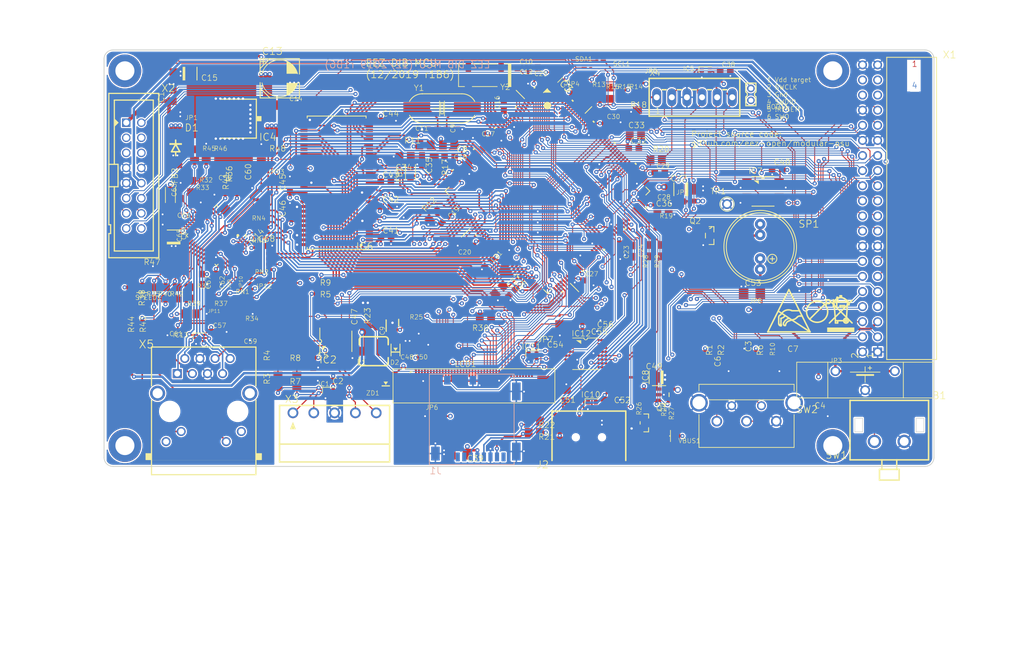
<source format=kicad_pcb>
(kicad_pcb (version 20171130) (host pcbnew 5.0.2+dfsg1-1)
  (layers (0 Top signal) (1 Gnd signal) (2 Power signal) (31 Bottom signal) (34 B.Paste user) (35 F.Paste user) (36 B.SilkS user) (37 F.SilkS user) (38 B.Mask user) (39 F.Mask user) (44 Edge.Cuts user))
  (net 0 "")
  (net 1 FRM3)
  (net 2 FRM2)
  (net 3 N$124)
  (net 4 GND)
  (net 5 +3V3)
  (net 6 ~RESET)
  (net 7 EOUT_B)
  (net 8 ENC_SW)
  (net 9 +5V)
  (net 10 FMC_SDNRAS)
  (net 11 FMC_SDNWE)
  (net 12 ETH_MDIO)
  (net 13 DAC_OUT1)
  (net 14 LTDC_R4)
  (net 15 LTDC_G2)
  (net 16 ETH_RX_DV)
  (net 17 USB_OTG_FS_VBUS)
  (net 18 USB_OTG_FS_ID)
  (net 19 USB_OTG_FS_D_N)
  (net 20 USB_OTG_FS_D_P)
  (net 21 SYS_JTMS-SWDIO)
  (net 22 SYS_JTCK-SWCLK)
  (net 23 LTDC_R3)
  (net 24 LTDC_R6)
  (net 25 SYS_JTDO-SWO)
  (net 26 USER_SW)
  (net 27 I2C1_SCL)
  (net 28 I2C1_SDA)
  (net 29 ETH_TX_EN)
  (net 30 ETH_TXD0)
  (net 31 ETH_TXD1)
  (net 32 SPI2_MISO)
  (net 33 TFT_BRIGHTNESS)
  (net 34 LTDC_R5)
  (net 35 ETH_MDC)
  (net 36 ETH_TXD2)
  (net 37 ETH_TX_CLK)
  (net 38 ETH_RXD0)
  (net 39 ETH_RXD1)
  (net 40 ENC_A)
  (net 41 ENC_B)
  (net 42 SDMMC1_D0)
  (net 43 MCLK_25)
  (net 44 SDMMC1_CK)
  (net 45 DIN2)
  (net 46 UART_TX/DOUT1)
  (net 47 DOUT2)
  (net 48 SDMMC1_CMD)
  (net 49 SPI2_CSB)
  (net 50 SPI2_CSA)
  (net 51 OE_SYNC)
  (net 52 FMC_NBL0)
  (net 53 FMC_NBL1)
  (net 54 FMC_A0)
  (net 55 SD_DETECT)
  (net 56 SPI5_CLK)
  (net 57 SPI5_MISO)
  (net 58 SPI5_MOSI)
  (net 59 LTDC_DE)
  (net 60 PWR_DIRECT)
  (net 61 FMC_BA0)
  (net 62 FMC_BA1)
  (net 63 LTDC_CLK)
  (net 64 FMC_SDCLK)
  (net 65 FMC_SDNCAS)
  (net 66 FMC_SDCKE0)
  (net 67 FMC_SDNE0)
  (net 68 LTDC_G4)
  (net 69 SPI2_CLK)
  (net 70 SPI2_MOSI)
  (net 71 UART_RX/DIN1)
  (net 72 LTDC_VSYNC)
  (net 73 LTDC_HSYNC)
  (net 74 LTDC_G6)
  (net 75 BOOT0)
  (net 76 FMC_A1)
  (net 77 FMC_A2)
  (net 78 FMC_A3)
  (net 79 FMC_A4)
  (net 80 FMC_A5)
  (net 81 FMC_A6)
  (net 82 FMC_A7)
  (net 83 FMC_A8)
  (net 84 FMC_A9)
  (net 85 FMC_A10)
  (net 86 FMC_A11)
  (net 87 FMC_D4)
  (net 88 FMC_D5)
  (net 89 FMC_D6)
  (net 90 FMC_D7)
  (net 91 FMC_D8)
  (net 92 FMC_D9)
  (net 93 FMC_D10)
  (net 94 FMC_D11)
  (net 95 FMC_D12)
  (net 96 FMC_D13)
  (net 97 FMC_D14)
  (net 98 FMC_D15)
  (net 99 FMC_D0)
  (net 100 FMC_D1)
  (net 101 LTDC_R7)
  (net 102 LTDC_G5)
  (net 103 FMC_D2)
  (net 104 FMC_D3)
  (net 105 LTDC_G7)
  (net 106 LTDC_G3)
  (net 107 LTDC_B3)
  (net 108 LTDC_B4)
  (net 109 LTDC_B5)
  (net 110 LTDC_B6)
  (net 111 LTDC_B7)
  (net 112 VDD)
  (net 113 ETH_TXD3)
  (net 114 ETH_RXD2)
  (net 115 ETH_RXD3)
  (net 116 ETH_COL)
  (net 117 ETH_CRS)
  (net 118 ~USB_OTG_FS_OC)
  (net 119 USB_OTG_FS_PSO)
  (net 120 IRQ_TOUCH)
  (net 121 SPI4_CLK)
  (net 122 SPI4_MISO)
  (net 123 SPI4_MOSI)
  (net 124 PE)
  (net 125 ETH_RX_CLK)
  (net 126 "+3V3(A)")
  (net 127 SPI4_CSA)
  (net 128 SPI4_CSB)
  (net 129 SPI5_CSB)
  (net 130 SPI5_CSA)
  (net 131 PWR_SSTART)
  (net 132 +12V)
  (net 133 ~FAULT)
  (net 134 SPI2_IRQ)
  (net 135 SPI5_IRQ)
  (net 136 SPI4_IRQ)
  (net 137 +VAUX)
  (net 138 ETH_RX_ERR)
  (net 139 "Net-(R1-Pad2)")
  (net 140 "Net-(R10-Pad2)")
  (net 141 "Net-(IC1-Pad5)")
  (net 142 "Net-(IC1-Pad4)")
  (net 143 "Net-(IC1-Pad2)")
  (net 144 "Net-(IC1-Pad1)")
  (net 145 "Net-(IC2-Pad14)")
  (net 146 "Net-(R3-Pad2)")
  (net 147 "Net-(IC2-Pad3)")
  (net 148 "Net-(R7-Pad2)")
  (net 149 "Net-(IC2-Pad15)")
  (net 150 "Net-(IC2-Pad2)")
  (net 151 "/STM32F7 MCU/RCC_OSC_IN")
  (net 152 "/STM32F7 MCU/RCC_OSC_OUT")
  (net 153 "Net-(IC3-Pad150)")
  (net 154 "Net-(IC3-Pad139)")
  (net 155 "/STM32F7 MCU/VCAP2")
  (net 156 "Net-(IC3-Pad108)")
  (net 157 "Net-(IC3-Pad107)")
  (net 158 "Net-(IC3-Pad100)")
  (net 159 "Net-(IC3-Pad105)")
  (net 160 "Net-(IC3-Pad104)")
  (net 161 "Net-(IC3-Pad102)")
  (net 162 "Net-(IC3-Pad101)")
  (net 163 "/STM32F7 MCU/VCAP1")
  (net 164 "/STM32F7 MCU/BYPASS_REG")
  (net 165 "/STM32F7 MCU/VDDA")
  (net 166 "/STM32F7 MCU/VREF+")
  (net 167 "/STM32F7 MCU/RCC_OSC32_OUT")
  (net 168 "/STM32F7 MCU/RCC_OSC32_IN")
  (net 169 "Net-(IC3-Pad7)")
  (net 170 "/STM32F7 MCU/VBAT")
  (net 171 "Net-(B1-Pad1)")
  (net 172 "Net-(J1-Pad1)")
  (net 173 "Net-(J1-Pad2)")
  (net 174 "Net-(J1-Pad8)")
  (net 175 "Net-(IC6-Pad40)")
  (net 176 "Net-(IC6-Pad36)")
  (net 177 "/SDRAM, JTAG, SD card, EEPROM/TMS")
  (net 178 "/SDRAM, JTAG, SD card, EEPROM/TCK")
  (net 179 "Net-(JP5-Pad2)")
  (net 180 "Net-(IC9-Pad5)")
  (net 181 "/TFT LCD, Audio, USB/VLED-")
  (net 182 "Net-(D2-PadA)")
  (net 183 "/TFT LCD, Audio, USB/VLED+")
  (net 184 "/TFT LCD, Audio, USB/YU")
  (net 185 "/TFT LCD, Audio, USB/XL")
  (net 186 "/TFT LCD, Audio, USB/YD")
  (net 187 "/TFT LCD, Audio, USB/XR")
  (net 188 "Net-(JP7-PadCOM)")
  (net 189 "Net-(LCD1-Pad35)")
  (net 190 "/TFT LCD, Audio, USB/LCD_DISP")
  (net 191 "Net-(JP6-PadCOM)")
  (net 192 "Net-(C53-Pad2)")
  (net 193 "/TFT LCD, Audio, USB/USB_D_N")
  (net 194 "/TFT LCD, Audio, USB/USB_D_P")
  (net 195 "Net-(IC10-Pad5)")
  (net 196 "Net-(R24-Pad2)")
  (net 197 "Net-(Q1-PadB)")
  (net 198 "Net-(Q1-PadC)")
  (net 199 "Net-(IC12-Pad16)")
  (net 200 "Net-(Q2-Pad3)")
  (net 201 "Net-(IC14-Pad21)")
  (net 202 "Net-(IC14-Pad20)")
  (net 203 "Net-(C62-Pad1)")
  (net 204 "Net-(IC14-Pad24)")
  (net 205 "Net-(IC13-Pad1)")
  (net 206 "Net-(C58-Pad1)")
  (net 207 "Net-(IC13-Pad2)")
  (net 208 "Net-(IC13-Pad4)")
  (net 209 "Net-(C60-Pad1)")
  (net 210 "Net-(IC13-Pad5)")
  (net 211 "Net-(R38-Pad2)")
  (net 212 "/Ethernet PHY/LED_SPEED")
  (net 213 "/Ethernet PHY/LED_ACT")
  (net 214 "/Ethernet PHY/LED_LINK")
  (net 215 "Net-(R44-Pad1)")
  (net 216 "Net-(R43-Pad1)")
  (net 217 "Net-(JP9-Pad2)")
  (net 218 "Net-(JP11-Pad1)")
  (net 219 "Net-(JP10-Pad2)")
  (net 220 "Net-(JP13-Pad1)")
  (net 221 "Net-(IC14-Pad41)")
  (net 222 "Net-(IC14-Pad42)")
  (net 223 "Net-(IC14-Pad43)")
  (net 224 "Net-(IC14-Pad44)")
  (net 225 "Net-(JP10-Pad1)")
  (net 226 "Net-(IC14-Pad45)")
  (net 227 "Net-(IC14-Pad46)")
  (net 228 "Net-(IC14-Pad1)")
  (net 229 "Net-(IC14-Pad2)")
  (net 230 "Net-(IC14-Pad3)")
  (net 231 "Net-(IC14-Pad4)")
  (net 232 "Net-(IC14-Pad5)")
  (net 233 "Net-(IC14-Pad6)")
  (net 234 "Net-(IC14-Pad34)")
  (net 235 "Net-(IC14-Pad38)")
  (net 236 "Net-(IC14-Pad39)")
  (net 237 "Net-(IC14-Pad40)")
  (net 238 "Net-(IC14-Pad7)")
  (net 239 "Net-(IC14-Pad33)")
  (net 240 "Net-(IC14-Pad25)")
  (net 241 "Net-(IC14-Pad12)")
  (net 242 "Net-(IC14-Pad11)")
  (net 243 "Net-(IC14-Pad10)")
  (net 244 "Net-(IC14-Pad9)")
  (net 245 "Net-(IC14-Pad8)")
  (net 246 "Net-(SDA1-Pad1)")
  (net 247 "Net-(SCL1-Pad2)")
  (module "EEZ DIB MCU r1B6:SIGNATURE_5MM" (layer Top) (at 180.0749 106.5672 180)
    (fp_text reference EEZ_SIGNATURE hide)
    (fp_text value SIGNATURESMALL hide)
  )
  (module "EEZ DIB MCU r1B6:RECYCLE_BIN1_8" (layer Top) (at 200.3021 117.4149)
    (fp_text reference U$1 hide)
    (fp_text value "" hide)
  )
  (module "EEZ DIB MCU r1B6:PB_SMALL" (layer Top) (at 198.6167 114.0006 180)
    (fp_text reference U$5 hide)
    (fp_text value "" hide)
    (fp_text user Pb (at -1.065 0.646 180) (layer F.SilkS) (effects (font (size 1.2065 1.2065) (thickness 0.254)) (justify left bottom)))
  )
  (module "EEZ DIB MCU r1B6:ESD_SYMBOL" (layer Top) (at 190.315 117.3914)
    (fp_text reference U$6 hide)
    (fp_text value "" hide)
  )
  (module "EEZ DIB MCU r1B6:FIDUCIAL" (layer Top) (at 82.2511 131.0036)
    (fp_text reference FM1 hide)
    (fp_text value FIDUCIAL hide)
    (pad T smd roundrect (at 0 0) (size 1.016 1.016) (layers Top F.Mask) (roundrect_rratio 0.5))
  )
  (module "EEZ DIB MCU r1B6:FIDUCIAL" (layer Top) (at 196.7511 72.5036)
    (fp_text reference FM2 hide)
    (fp_text value FIDUCIAL hide)
    (pad T smd roundrect (at 0 0) (size 1.016 1.016) (layers Top F.Mask) (roundrect_rratio 0.5))
  )
  (module "EEZ DIB MCU r1B6:HC-49_4H" (layer Top) (at 135.5671 79.8056)
    (fp_text reference Y1 (at -4.81 -2.8575) (layer F.SilkS) (effects (font (size 0.9652 0.9652) (thickness 0.09652)) (justify left bottom)))
    (fp_text value 25MHz)
    (pad 2 smd roundrect (at 4.25 0) (size 4.5 2) (layers Top F.Paste F.Mask) (roundrect_rratio 0.0254) (net 151 "/STM32F7 MCU/RCC_OSC_IN"))
    (pad 1 smd roundrect (at -4.25 0) (size 4.5 2) (layers Top F.Paste F.Mask) (roundrect_rratio 0.0254) (net 152 "/STM32F7 MCU/RCC_OSC_OUT"))
  )
  (module "EEZ DIB MCU r1B6:C0805" (layer Top) (at 183.7382 122.0839 90)
    (fp_text reference C6 (at -1.27 -1.27 90) (layer F.SilkS) (effects (font (size 0.9652 0.9652) (thickness 0.09652)) (justify left bottom)))
    (fp_text value 10n)
    (pad 2 smd roundrect (at 0.95 0 90) (size 1.3 1.5) (layers Top F.Paste F.Mask) (roundrect_rratio 0.03907692307692308) (net 40 ENC_A))
    (pad 1 smd roundrect (at -0.95 0 90) (size 1.3 1.5) (layers Top F.Paste F.Mask) (roundrect_rratio 0.03907692307692308) (net 4 GND))
  )
  (module "EEZ DIB MCU r1B6:C0805" (layer Top) (at 192.2726 122.0966 270)
    (fp_text reference C7 (at -1.27 -1.27) (layer F.SilkS) (effects (font (size 0.9652 0.9652) (thickness 0.09652)) (justify left bottom)))
    (fp_text value 10n)
    (pad 2 smd roundrect (at 0.95 0 270) (size 1.3 1.5) (layers Top F.Paste F.Mask) (roundrect_rratio 0.03907692307692308) (net 4 GND))
    (pad 1 smd roundrect (at -0.95 0 270) (size 1.3 1.5) (layers Top F.Paste F.Mask) (roundrect_rratio 0.03907692307692308) (net 41 ENC_B))
  )
  (module "EEZ DIB MCU r1B6:R0805" (layer Top) (at 181.7697 122.0839 270)
    (fp_text reference R2 (at -0.635 -1.27 90) (layer F.SilkS) (effects (font (size 0.9652 0.9652) (thickness 0.09652)) (justify left bottom)))
    (fp_text value 10K)
    (pad 2 smd roundrect (at 0.95 0 270) (size 1.3 1.5) (layers Top F.Paste F.Mask) (roundrect_rratio 0.03907692307692308) (net 139 "Net-(R1-Pad2)"))
    (pad 1 smd roundrect (at -0.95 0 270) (size 1.3 1.5) (layers Top F.Paste F.Mask) (roundrect_rratio 0.03907692307692308) (net 40 ENC_A))
  )
  (module "EEZ DIB MCU r1B6:R0805" (layer Top) (at 179.8012 122.0839 270)
    (fp_text reference R1 (at -0.635 -1.27 90) (layer F.SilkS) (effects (font (size 0.9652 0.9652) (thickness 0.09652)) (justify left bottom)))
    (fp_text value 4K7)
    (pad 2 smd roundrect (at 0.95 0 270) (size 1.3 1.5) (layers Top F.Paste F.Mask) (roundrect_rratio 0.03907692307692308) (net 139 "Net-(R1-Pad2)"))
    (pad 1 smd roundrect (at -0.95 0 270) (size 1.3 1.5) (layers Top F.Paste F.Mask) (roundrect_rratio 0.03907692307692308) (net 5 +3V3))
  )
  (module "EEZ DIB MCU r1B6:R0805" (layer Top) (at 188.3356 122.0966 270)
    (fp_text reference R6 (at -0.635 -1.27 90) (layer F.SilkS) (effects (font (size 0.9652 0.9652) (thickness 0.09652)) (justify left bottom)))
    (fp_text value 4K7)
    (pad 2 smd roundrect (at 0.95 0 270) (size 1.3 1.5) (layers Top F.Paste F.Mask) (roundrect_rratio 0.03907692307692308) (net 140 "Net-(R10-Pad2)"))
    (pad 1 smd roundrect (at -0.95 0 270) (size 1.3 1.5) (layers Top F.Paste F.Mask) (roundrect_rratio 0.03907692307692308) (net 5 +3V3))
  )
  (module "EEZ DIB MCU r1B6:R0805" (layer Top) (at 190.3041 122.0966 270)
    (fp_text reference R10 (at -0.635 -1.27 90) (layer F.SilkS) (effects (font (size 0.77216 0.77216) (thickness 0.077216)) (justify left bottom)))
    (fp_text value 10K)
    (pad 2 smd roundrect (at 0.95 0 270) (size 1.3 1.5) (layers Top F.Paste F.Mask) (roundrect_rratio 0.03907692307692308) (net 140 "Net-(R10-Pad2)"))
    (pad 1 smd roundrect (at -0.95 0 270) (size 1.3 1.5) (layers Top F.Paste F.Mask) (roundrect_rratio 0.03907692307692308) (net 41 ENC_B))
  )
  (module "EEZ DIB MCU r1B6:C0805" (layer Top) (at 186.3671 122.0966 270)
    (fp_text reference C3 (at -1.27 -1.27 90) (layer F.SilkS) (effects (font (size 0.9652 0.9652) (thickness 0.09652)) (justify left bottom)))
    (fp_text value 10n)
    (pad 2 smd roundrect (at 0.95 0 270) (size 1.3 1.5) (layers Top F.Paste F.Mask) (roundrect_rratio 0.03907692307692308) (net 8 ENC_SW))
    (pad 1 smd roundrect (at -0.95 0 270) (size 1.3 1.5) (layers Top F.Paste F.Mask) (roundrect_rratio 0.03907692307692308) (net 4 GND))
  )
  (module "EEZ DIB MCU r1B6:LQFP-176_24X24MM" (layer Top) (at 153.2836 93.7121 315)
    (fp_text reference IC3 (at -12.065 -13.97 135) (layer F.SilkS) (effects (font (size 1.2065 1.2065) (thickness 0.12065)) (justify left bottom)))
    (fp_text value STM32F769IGT6)
    (pad 176 smd roundrect (at -10.75 -12.75 225) (size 1.2 0.3) (layers Top F.Paste F.Mask) (roundrect_rratio 0.1693333333333333) (net 111 LTDC_B7))
    (pad 175 smd roundrect (at -10.25 -12.75 225) (size 1.2 0.3) (layers Top F.Paste F.Mask) (roundrect_rratio 0.1693333333333333) (net 110 LTDC_B6))
    (pad 174 smd roundrect (at -9.75 -12.75 225) (size 1.2 0.3) (layers Top F.Paste F.Mask) (roundrect_rratio 0.1693333333333333) (net 109 LTDC_B5))
    (pad 173 smd roundrect (at -9.25 -12.75 225) (size 1.2 0.3) (layers Top F.Paste F.Mask) (roundrect_rratio 0.1693333333333333) (net 8 ENC_SW))
    (pad 172 smd roundrect (at -8.75 -12.75 225) (size 1.2 0.3) (layers Top F.Paste F.Mask) (roundrect_rratio 0.1693333333333333) (net 112 VDD))
    (pad 171 smd roundrect (at -8.25 -12.75 225) (size 1.2 0.3) (layers Top F.Paste F.Mask) (roundrect_rratio 0.1693333333333333) (net 112 VDD))
    (pad 170 smd roundrect (at -7.75 -12.75 225) (size 1.2 0.3) (layers Top F.Paste F.Mask) (roundrect_rratio 0.1693333333333333) (net 53 FMC_NBL1))
    (pad 169 smd roundrect (at -7.25 -12.75 225) (size 1.2 0.3) (layers Top F.Paste F.Mask) (roundrect_rratio 0.1693333333333333) (net 52 FMC_NBL0))
    (pad 168 smd roundrect (at -6.75 -12.75 225) (size 1.2 0.3) (layers Top F.Paste F.Mask) (roundrect_rratio 0.1693333333333333) (net 136 SPI4_IRQ))
    (pad 167 smd roundrect (at -6.25 -12.75 225) (size 1.2 0.3) (layers Top F.Paste F.Mask) (roundrect_rratio 0.1693333333333333) (net 113 ETH_TXD3))
    (pad 166 smd roundrect (at -5.75 -12.75 225) (size 1.2 0.3) (layers Top F.Paste F.Mask) (roundrect_rratio 0.1693333333333333) (net 75 BOOT0))
    (pad 165 smd roundrect (at -5.25 -12.75 225) (size 1.2 0.3) (layers Top F.Paste F.Mask) (roundrect_rratio 0.1693333333333333) (net 28 I2C1_SDA))
    (pad 164 smd roundrect (at -4.75 -12.75 225) (size 1.2 0.3) (layers Top F.Paste F.Mask) (roundrect_rratio 0.1693333333333333) (net 27 I2C1_SCL))
    (pad 163 smd roundrect (at -4.25 -12.75 225) (size 1.2 0.3) (layers Top F.Paste F.Mask) (roundrect_rratio 0.1693333333333333) (net 47 DOUT2))
    (pad 162 smd roundrect (at -3.75 -12.75 225) (size 1.2 0.3) (layers Top F.Paste F.Mask) (roundrect_rratio 0.1693333333333333) (net 46 UART_TX/DOUT1))
    (pad 161 smd roundrect (at -3.25 -12.75 225) (size 1.2 0.3) (layers Top F.Paste F.Mask) (roundrect_rratio 0.1693333333333333) (net 25 SYS_JTDO-SWO))
    (pad 160 smd roundrect (at -2.75 -12.75 225) (size 1.2 0.3) (layers Top F.Paste F.Mask) (roundrect_rratio 0.1693333333333333) (net 65 FMC_SDNCAS))
    (pad 159 smd roundrect (at -2.25 -12.75 225) (size 1.2 0.3) (layers Top F.Paste F.Mask) (roundrect_rratio 0.1693333333333333) (net 112 VDD))
    (pad 158 smd roundrect (at -1.75 -12.75 225) (size 1.2 0.3) (layers Top F.Paste F.Mask) (roundrect_rratio 0.1693333333333333) (net 4 GND))
    (pad 157 smd roundrect (at -1.25 -12.75 225) (size 1.2 0.3) (layers Top F.Paste F.Mask) (roundrect_rratio 0.1693333333333333) (net 130 SPI5_CSA))
    (pad 156 smd roundrect (at -0.75 -12.75 225) (size 1.2 0.3) (layers Top F.Paste F.Mask) (roundrect_rratio 0.1693333333333333) (net 129 SPI5_CSB))
    (pad 155 smd roundrect (at -0.25 -12.75 225) (size 1.2 0.3) (layers Top F.Paste F.Mask) (roundrect_rratio 0.1693333333333333) (net 108 LTDC_B4))
    (pad 154 smd roundrect (at 0.25 -12.75 225) (size 1.2 0.3) (layers Top F.Paste F.Mask) (roundrect_rratio 0.1693333333333333) (net 107 LTDC_B3))
    (pad 153 smd roundrect (at 0.75 -12.75 225) (size 1.2 0.3) (layers Top F.Paste F.Mask) (roundrect_rratio 0.1693333333333333) (net 106 LTDC_G3))
    (pad 152 smd roundrect (at 1.25 -12.75 225) (size 1.2 0.3) (layers Top F.Paste F.Mask) (roundrect_rratio 0.1693333333333333) (net 26 USER_SW))
    (pad 151 smd roundrect (at 1.750003 -12.75 225) (size 1.2 0.3) (layers Top F.Paste F.Mask) (roundrect_rratio 0.1693333333333333) (net 120 IRQ_TOUCH))
    (pad 150 smd roundrect (at 2.25 -12.75 225) (size 1.2 0.3) (layers Top F.Paste F.Mask) (roundrect_rratio 0.1693333333333333) (net 153 "Net-(IC3-Pad150)"))
    (pad 149 smd roundrect (at 2.75 -12.75 225) (size 1.2 0.3) (layers Top F.Paste F.Mask) (roundrect_rratio 0.1693333333333333) (net 112 VDD))
    (pad 148 smd roundrect (at 3.25 -12.75 225) (size 1.2 0.3) (layers Top F.Paste F.Mask) (roundrect_rratio 0.1693333333333333) (net 4 GND))
    (pad 147 smd roundrect (at 3.75 -12.75 225) (size 1.2 0.3) (layers Top F.Paste F.Mask) (roundrect_rratio 0.1693333333333333) (net 119 USB_OTG_FS_PSO))
    (pad 146 smd roundrect (at 4.25 -12.75 225) (size 1.2 0.3) (layers Top F.Paste F.Mask) (roundrect_rratio 0.1693333333333333) (net 118 ~USB_OTG_FS_OC))
    (pad 145 smd roundrect (at 4.75 -12.75 225) (size 1.2 0.3) (layers Top F.Paste F.Mask) (roundrect_rratio 0.1693333333333333) (net 105 LTDC_G7))
    (pad 144 smd roundrect (at 5.25 -12.75 225) (size 1.2 0.3) (layers Top F.Paste F.Mask) (roundrect_rratio 0.1693333333333333) (net 48 SDMMC1_CMD))
    (pad 143 smd roundrect (at 5.75 -12.75 225) (size 1.2 0.3) (layers Top F.Paste F.Mask) (roundrect_rratio 0.1693333333333333) (net 104 FMC_D3))
    (pad 142 smd roundrect (at 6.25 -12.75 225) (size 1.2 0.3) (layers Top F.Paste F.Mask) (roundrect_rratio 0.1693333333333333) (net 103 FMC_D2))
    (pad 141 smd roundrect (at 6.75 -12.75 225) (size 1.2 0.3) (layers Top F.Paste F.Mask) (roundrect_rratio 0.1693333333333333) (net 44 SDMMC1_CK))
    (pad 140 smd roundrect (at 7.25 -12.75 225) (size 1.2 0.3) (layers Top F.Paste F.Mask) (roundrect_rratio 0.1693333333333333) (net 55 SD_DETECT))
    (pad 139 smd roundrect (at 7.75 -12.75 225) (size 1.2 0.3) (layers Top F.Paste F.Mask) (roundrect_rratio 0.1693333333333333) (net 154 "Net-(IC3-Pad139)"))
    (pad 138 smd roundrect (at 8.25 -12.75 225) (size 1.2 0.3) (layers Top F.Paste F.Mask) (roundrect_rratio 0.1693333333333333) (net 135 SPI5_IRQ))
    (pad 137 smd roundrect (at 8.75 -12.75 225) (size 1.2 0.3) (layers Top F.Paste F.Mask) (roundrect_rratio 0.1693333333333333) (net 22 SYS_JTCK-SWCLK))
    (pad 136 smd roundrect (at 9.25 -12.75 225) (size 1.2 0.3) (layers Top F.Paste F.Mask) (roundrect_rratio 0.1693333333333333) (net 112 VDD))
    (pad 135 smd roundrect (at 9.75 -12.75 225) (size 1.2 0.3) (layers Top F.Paste F.Mask) (roundrect_rratio 0.1693333333333333) (net 4 GND))
    (pad 134 smd roundrect (at 10.25 -12.75 225) (size 1.2 0.3) (layers Top F.Paste F.Mask) (roundrect_rratio 0.1693333333333333) (net 70 SPI2_MOSI))
    (pad 133 smd roundrect (at 10.75 -12.75 225) (size 1.2 0.3) (layers Top F.Paste F.Mask) (roundrect_rratio 0.1693333333333333) (net 69 SPI2_CLK))
    (pad 132 smd roundrect (at 12.75 -10.75 135) (size 1.2 0.3) (layers Top F.Paste F.Mask) (roundrect_rratio 0.1693333333333333) (net 102 LTDC_G5))
    (pad 131 smd roundrect (at 12.75 -10.25 135) (size 1.2 0.3) (layers Top F.Paste F.Mask) (roundrect_rratio 0.1693333333333333) (net 112 VDD))
    (pad 130 smd roundrect (at 12.75 -9.75 135) (size 1.2 0.3) (layers Top F.Paste F.Mask) (roundrect_rratio 0.1693333333333333) (net 4 GND))
    (pad 129 smd roundrect (at 12.75 -9.25 135) (size 1.2 0.3) (layers Top F.Paste F.Mask) (roundrect_rratio 0.1693333333333333) (net 155 "/STM32F7 MCU/VCAP2"))
    (pad 128 smd roundrect (at 12.75 -8.75 135) (size 1.2 0.3) (layers Top F.Paste F.Mask) (roundrect_rratio 0.1693333333333333) (net 21 SYS_JTMS-SWDIO))
    (pad 127 smd roundrect (at 12.75 -8.25 135) (size 1.2 0.3) (layers Top F.Paste F.Mask) (roundrect_rratio 0.1693333333333333) (net 20 USB_OTG_FS_D_P))
    (pad 126 smd roundrect (at 12.75 -7.75 135) (size 1.2 0.3) (layers Top F.Paste F.Mask) (roundrect_rratio 0.1693333333333333) (net 19 USB_OTG_FS_D_N))
    (pad 125 smd roundrect (at 12.75 -7.25 135) (size 1.2 0.3) (layers Top F.Paste F.Mask) (roundrect_rratio 0.1693333333333333) (net 18 USB_OTG_FS_ID))
    (pad 124 smd roundrect (at 12.75 -6.75 135) (size 1.2 0.3) (layers Top F.Paste F.Mask) (roundrect_rratio 0.1693333333333333) (net 17 USB_OTG_FS_VBUS))
    (pad 123 smd roundrect (at 12.75 -6.25 135) (size 1.2 0.3) (layers Top F.Paste F.Mask) (roundrect_rratio 0.1693333333333333) (net 134 SPI2_IRQ))
    (pad 122 smd roundrect (at 12.75 -5.75 135) (size 1.2 0.3) (layers Top F.Paste F.Mask) (roundrect_rratio 0.1693333333333333) (net 43 MCLK_25))
    (pad 121 smd roundrect (at 12.75 -5.25 135) (size 1.2 0.3) (layers Top F.Paste F.Mask) (roundrect_rratio 0.1693333333333333) (net 42 SDMMC1_D0))
    (pad 120 smd roundrect (at 12.75 -4.75 135) (size 1.2 0.3) (layers Top F.Paste F.Mask) (roundrect_rratio 0.1693333333333333) (net 41 ENC_B))
    (pad 119 smd roundrect (at 12.75 -4.25 135) (size 1.2 0.3) (layers Top F.Paste F.Mask) (roundrect_rratio 0.1693333333333333) (net 40 ENC_A))
    (pad 118 smd roundrect (at 12.75 -3.75 135) (size 1.2 0.3) (layers Top F.Paste F.Mask) (roundrect_rratio 0.1693333333333333) (net 112 VDD))
    (pad 117 smd roundrect (at 12.75 -3.25 135) (size 1.2 0.3) (layers Top F.Paste F.Mask) (roundrect_rratio 0.1693333333333333) (net 4 GND))
    (pad 116 smd roundrect (at 12.75 -2.75 135) (size 1.2 0.3) (layers Top F.Paste F.Mask) (roundrect_rratio 0.1693333333333333) (net 64 FMC_SDCLK))
    (pad 115 smd roundrect (at 12.75 -2.25 135) (size 1.2 0.3) (layers Top F.Paste F.Mask) (roundrect_rratio 0.1693333333333333) (net 63 LTDC_CLK))
    (pad 114 smd roundrect (at 12.75 -1.75 135) (size 1.2 0.3) (layers Top F.Paste F.Mask) (roundrect_rratio 0.1693333333333333) (net 101 LTDC_R7))
    (pad 113 smd roundrect (at 12.75 -1.25 135) (size 1.2 0.3) (layers Top F.Paste F.Mask) (roundrect_rratio 0.1693333333333333) (net 62 FMC_BA1))
    (pad 112 smd roundrect (at 12.75 -0.75 135) (size 1.2 0.3) (layers Top F.Paste F.Mask) (roundrect_rratio 0.1693333333333333) (net 61 FMC_BA0))
    (pad 111 smd roundrect (at 12.75 -0.25 135) (size 1.2 0.3) (layers Top F.Paste F.Mask) (roundrect_rratio 0.1693333333333333) (net 131 PWR_SSTART))
    (pad 110 smd roundrect (at 12.75 0.25 135) (size 1.2 0.3) (layers Top F.Paste F.Mask) (roundrect_rratio 0.1693333333333333) (net 60 PWR_DIRECT))
    (pad 109 smd roundrect (at 12.75 0.75 135) (size 1.2 0.3) (layers Top F.Paste F.Mask) (roundrect_rratio 0.1693333333333333) (net 4 GND))
    (pad 108 smd roundrect (at 12.75 1.25 135) (size 1.2 0.3) (layers Top F.Paste F.Mask) (roundrect_rratio 0.1693333333333333) (net 156 "Net-(IC3-Pad108)"))
    (pad 107 smd roundrect (at 12.75 1.750003 135) (size 1.2 0.3) (layers Top F.Paste F.Mask) (roundrect_rratio 0.1693333333333333) (net 157 "Net-(IC3-Pad107)"))
    (pad 106 smd roundrect (at 12.75 2.25 135) (size 1.2 0.3) (layers Top F.Paste F.Mask) (roundrect_rratio 0.1693333333333333) (net 158 "Net-(IC3-Pad100)"))
    (pad 105 smd roundrect (at 12.75 2.75 135) (size 1.2 0.3) (layers Top F.Paste F.Mask) (roundrect_rratio 0.1693333333333333) (net 159 "Net-(IC3-Pad105)"))
    (pad 104 smd roundrect (at 12.75 3.25 135) (size 1.2 0.3) (layers Top F.Paste F.Mask) (roundrect_rratio 0.1693333333333333) (net 160 "Net-(IC3-Pad104)"))
    (pad 103 smd roundrect (at 12.75 3.75 135) (size 1.2 0.3) (layers Top F.Paste F.Mask) (roundrect_rratio 0.1693333333333333) (net 4 GND))
    (pad 102 smd roundrect (at 12.75 4.25 135) (size 1.2 0.3) (layers Top F.Paste F.Mask) (roundrect_rratio 0.1693333333333333) (net 161 "Net-(IC3-Pad102)"))
    (pad 101 smd roundrect (at 12.75 4.75 135) (size 1.2 0.3) (layers Top F.Paste F.Mask) (roundrect_rratio 0.1693333333333333) (net 162 "Net-(IC3-Pad101)"))
    (pad 100 smd roundrect (at 12.75 5.25 135) (size 1.2 0.3) (layers Top F.Paste F.Mask) (roundrect_rratio 0.1693333333333333) (net 158 "Net-(IC3-Pad100)"))
    (pad 99 smd roundrect (at 12.75 5.75 135) (size 1.2 0.3) (layers Top F.Paste F.Mask) (roundrect_rratio 0.1693333333333333) (net 112 VDD))
    (pad 98 smd roundrect (at 12.75 6.25 135) (size 1.2 0.3) (layers Top F.Paste F.Mask) (roundrect_rratio 0.1693333333333333) (net 100 FMC_D1))
    (pad 97 smd roundrect (at 12.75 6.75 135) (size 1.2 0.3) (layers Top F.Paste F.Mask) (roundrect_rratio 0.1693333333333333) (net 99 FMC_D0))
    (pad 96 smd roundrect (at 12.75 7.25 135) (size 1.2 0.3) (layers Top F.Paste F.Mask) (roundrect_rratio 0.1693333333333333) (net 112 VDD))
    (pad 95 smd roundrect (at 12.75 7.75 135) (size 1.2 0.3) (layers Top F.Paste F.Mask) (roundrect_rratio 0.1693333333333333) (net 4 GND))
    (pad 94 smd roundrect (at 12.75 8.25 135) (size 1.2 0.3) (layers Top F.Paste F.Mask) (roundrect_rratio 0.1693333333333333) (net 51 OE_SYNC))
    (pad 93 smd roundrect (at 12.75 8.75 135) (size 1.2 0.3) (layers Top F.Paste F.Mask) (roundrect_rratio 0.1693333333333333) (net 50 SPI2_CSA))
    (pad 92 smd roundrect (at 12.75 9.25 135) (size 1.2 0.3) (layers Top F.Paste F.Mask) (roundrect_rratio 0.1693333333333333) (net 49 SPI2_CSB))
    (pad 91 smd roundrect (at 12.75 9.75 135) (size 1.2 0.3) (layers Top F.Paste F.Mask) (roundrect_rratio 0.1693333333333333) (net 98 FMC_D15))
    (pad 90 smd roundrect (at 12.75 10.25 135) (size 1.2 0.3) (layers Top F.Paste F.Mask) (roundrect_rratio 0.1693333333333333) (net 97 FMC_D14))
    (pad 89 smd roundrect (at 12.75 10.75 135) (size 1.2 0.3) (layers Top F.Paste F.Mask) (roundrect_rratio 0.1693333333333333) (net 96 FMC_D13))
    (pad 88 smd roundrect (at 10.75 12.75 45) (size 1.2 0.3) (layers Top F.Paste F.Mask) (roundrect_rratio 0.1693333333333333) (net 33 TFT_BRIGHTNESS))
    (pad 87 smd roundrect (at 10.25 12.75 45) (size 1.2 0.3) (layers Top F.Paste F.Mask) (roundrect_rratio 0.1693333333333333) (net 32 SPI2_MISO))
    (pad 86 smd roundrect (at 9.75 12.75 45) (size 1.2 0.3) (layers Top F.Paste F.Mask) (roundrect_rratio 0.1693333333333333) (net 31 ETH_TXD1))
    (pad 85 smd roundrect (at 9.25 12.75 45) (size 1.2 0.3) (layers Top F.Paste F.Mask) (roundrect_rratio 0.1693333333333333) (net 30 ETH_TXD0))
    (pad 84 smd roundrect (at 8.75 12.75 45) (size 1.2 0.3) (layers Top F.Paste F.Mask) (roundrect_rratio 0.1693333333333333) (net 115 ETH_RXD3))
    (pad 83 smd roundrect (at 8.25 12.75 45) (size 1.2 0.3) (layers Top F.Paste F.Mask) (roundrect_rratio 0.1693333333333333) (net 114 ETH_RXD2))
    (pad 82 smd roundrect (at 7.75 12.75 45) (size 1.2 0.3) (layers Top F.Paste F.Mask) (roundrect_rratio 0.1693333333333333) (net 112 VDD))
    (pad 81 smd roundrect (at 7.25 12.75 45) (size 1.2 0.3) (layers Top F.Paste F.Mask) (roundrect_rratio 0.1693333333333333) (net 163 "/STM32F7 MCU/VCAP1"))
    (pad 80 smd roundrect (at 6.75 12.75 45) (size 1.2 0.3) (layers Top F.Paste F.Mask) (roundrect_rratio 0.1693333333333333) (net 29 ETH_TX_EN))
    (pad 79 smd roundrect (at 6.25 12.75 45) (size 1.2 0.3) (layers Top F.Paste F.Mask) (roundrect_rratio 0.1693333333333333) (net 138 ETH_RX_ERR))
    (pad 78 smd roundrect (at 5.75 12.75 45) (size 1.2 0.3) (layers Top F.Paste F.Mask) (roundrect_rratio 0.1693333333333333) (net 95 FMC_D12))
    (pad 77 smd roundrect (at 5.25 12.75 45) (size 1.2 0.3) (layers Top F.Paste F.Mask) (roundrect_rratio 0.1693333333333333) (net 94 FMC_D11))
    (pad 76 smd roundrect (at 4.75 12.75 45) (size 1.2 0.3) (layers Top F.Paste F.Mask) (roundrect_rratio 0.1693333333333333) (net 93 FMC_D10))
    (pad 75 smd roundrect (at 4.25 12.75 45) (size 1.2 0.3) (layers Top F.Paste F.Mask) (roundrect_rratio 0.1693333333333333) (net 92 FMC_D9))
    (pad 74 smd roundrect (at 3.75 12.75 45) (size 1.2 0.3) (layers Top F.Paste F.Mask) (roundrect_rratio 0.1693333333333333) (net 91 FMC_D8))
    (pad 73 smd roundrect (at 3.25 12.75 45) (size 1.2 0.3) (layers Top F.Paste F.Mask) (roundrect_rratio 0.1693333333333333) (net 90 FMC_D7))
    (pad 72 smd roundrect (at 2.75 12.75 45) (size 1.2 0.3) (layers Top F.Paste F.Mask) (roundrect_rratio 0.1693333333333333) (net 112 VDD))
    (pad 71 smd roundrect (at 2.25 12.75 45) (size 1.2 0.3) (layers Top F.Paste F.Mask) (roundrect_rratio 0.1693333333333333) (net 4 GND))
    (pad 70 smd roundrect (at 1.75 12.75 45) (size 1.2 0.3) (layers Top F.Paste F.Mask) (roundrect_rratio 0.1693333333333333) (net 89 FMC_D6))
    (pad 69 smd roundrect (at 1.25 12.75 45) (size 1.2 0.3) (layers Top F.Paste F.Mask) (roundrect_rratio 0.1693333333333333) (net 88 FMC_D5))
    (pad 68 smd roundrect (at 0.75 12.75 45) (size 1.2 0.3) (layers Top F.Paste F.Mask) (roundrect_rratio 0.1693333333333333) (net 87 FMC_D4))
    (pad 67 smd roundrect (at 0.25 12.75 45) (size 1.2 0.3) (layers Top F.Paste F.Mask) (roundrect_rratio 0.1693333333333333) (net 86 FMC_A11))
    (pad 66 smd roundrect (at -0.25 12.75 45) (size 1.2 0.3) (layers Top F.Paste F.Mask) (roundrect_rratio 0.1693333333333333) (net 85 FMC_A10))
    (pad 65 smd roundrect (at -0.75 12.75 45) (size 1.2 0.3) (layers Top F.Paste F.Mask) (roundrect_rratio 0.1693333333333333) (net 84 FMC_A9))
    (pad 64 smd roundrect (at -1.25 12.75 45) (size 1.2 0.3) (layers Top F.Paste F.Mask) (roundrect_rratio 0.1693333333333333) (net 83 FMC_A8))
    (pad 63 smd roundrect (at -1.750003 12.75 45) (size 1.2 0.3) (layers Top F.Paste F.Mask) (roundrect_rratio 0.1693333333333333) (net 82 FMC_A7))
    (pad 62 smd roundrect (at -2.25 12.75 45) (size 1.2 0.3) (layers Top F.Paste F.Mask) (roundrect_rratio 0.1693333333333333) (net 112 VDD))
    (pad 61 smd roundrect (at -2.75 12.75 45) (size 1.2 0.3) (layers Top F.Paste F.Mask) (roundrect_rratio 0.1693333333333333) (net 4 GND))
    (pad 60 smd roundrect (at -3.25 12.75 45) (size 1.2 0.3) (layers Top F.Paste F.Mask) (roundrect_rratio 0.1693333333333333) (net 81 FMC_A6))
    (pad 59 smd roundrect (at -3.75 12.75 45) (size 1.2 0.3) (layers Top F.Paste F.Mask) (roundrect_rratio 0.1693333333333333) (net 10 FMC_SDNRAS))
    (pad 58 smd roundrect (at -4.25 12.75 45) (size 1.2 0.3) (layers Top F.Paste F.Mask) (roundrect_rratio 0.1693333333333333) (net 133 ~FAULT))
    (pad 57 smd roundrect (at -4.75 12.75 45) (size 1.2 0.3) (layers Top F.Paste F.Mask) (roundrect_rratio 0.1693333333333333) (net 24 LTDC_R6))
    (pad 56 smd roundrect (at -5.25 12.75 45) (size 1.2 0.3) (layers Top F.Paste F.Mask) (roundrect_rratio 0.1693333333333333) (net 23 LTDC_R3))
    (pad 55 smd roundrect (at -5.75 12.75 45) (size 1.2 0.3) (layers Top F.Paste F.Mask) (roundrect_rratio 0.1693333333333333) (net 39 ETH_RXD1))
    (pad 54 smd roundrect (at -6.25 12.75 45) (size 1.2 0.3) (layers Top F.Paste F.Mask) (roundrect_rratio 0.1693333333333333) (net 38 ETH_RXD0))
    (pad 53 smd roundrect (at -6.75 12.75 45) (size 1.2 0.3) (layers Top F.Paste F.Mask) (roundrect_rratio 0.1693333333333333) (net 16 ETH_RX_DV))
    (pad 52 smd roundrect (at -7.25 12.75 45) (size 1.2 0.3) (layers Top F.Paste F.Mask) (roundrect_rratio 0.1693333333333333) (net 15 LTDC_G2))
    (pad 51 smd roundrect (at -7.75 12.75 45) (size 1.2 0.3) (layers Top F.Paste F.Mask) (roundrect_rratio 0.1693333333333333) (net 14 LTDC_R4))
    (pad 50 smd roundrect (at -8.25 12.75 45) (size 1.2 0.3) (layers Top F.Paste F.Mask) (roundrect_rratio 0.1693333333333333) (net 13 DAC_OUT1))
    (pad 49 smd roundrect (at -8.75 12.75 45) (size 1.2 0.3) (layers Top F.Paste F.Mask) (roundrect_rratio 0.1693333333333333) (net 112 VDD))
    (pad 48 smd roundrect (at -9.25 12.75 45) (size 1.2 0.3) (layers Top F.Paste F.Mask) (roundrect_rratio 0.1693333333333333) (net 164 "/STM32F7 MCU/BYPASS_REG"))
    (pad 47 smd roundrect (at -9.75 12.75 45) (size 1.2 0.3) (layers Top F.Paste F.Mask) (roundrect_rratio 0.1693333333333333) (net 116 ETH_COL))
    (pad 46 smd roundrect (at -10.25 12.75 45) (size 1.2 0.3) (layers Top F.Paste F.Mask) (roundrect_rratio 0.1693333333333333) (net 11 FMC_SDNWE))
    (pad 45 smd roundrect (at -10.75 12.75 45) (size 1.2 0.3) (layers Top F.Paste F.Mask) (roundrect_rratio 0.1693333333333333) (net 68 LTDC_G4))
    (pad 44 smd roundrect (at -12.75 10.75 315) (size 1.2 0.3) (layers Top F.Paste F.Mask) (roundrect_rratio 0.1693333333333333) (net 67 FMC_SDNE0))
    (pad 43 smd roundrect (at -12.75 10.25 315) (size 1.2 0.3) (layers Top F.Paste F.Mask) (roundrect_rratio 0.1693333333333333) (net 66 FMC_SDCKE0))
    (pad 42 smd roundrect (at -12.75 9.749996 315) (size 1.2 0.3) (layers Top F.Paste F.Mask) (roundrect_rratio 0.1693333333333333) (net 12 ETH_MDIO))
    (pad 41 smd roundrect (at -12.75 9.25 315) (size 1.2 0.3) (layers Top F.Paste F.Mask) (roundrect_rratio 0.1693333333333333) (net 125 ETH_RX_CLK))
    (pad 40 smd roundrect (at -12.75 8.75 315) (size 1.2 0.3) (layers Top F.Paste F.Mask) (roundrect_rratio 0.1693333333333333) (net 117 ETH_CRS))
    (pad 39 smd roundrect (at -12.75 8.25 315) (size 1.2 0.3) (layers Top F.Paste F.Mask) (roundrect_rratio 0.1693333333333333) (net 165 "/STM32F7 MCU/VDDA"))
    (pad 38 smd roundrect (at -12.75 7.75 315) (size 1.2 0.3) (layers Top F.Paste F.Mask) (roundrect_rratio 0.1693333333333333) (net 166 "/STM32F7 MCU/VREF+"))
    (pad 37 smd roundrect (at -12.75 7.249996 315) (size 1.2 0.3) (layers Top F.Paste F.Mask) (roundrect_rratio 0.1693333333333333) (net 4 GND))
    (pad 36 smd roundrect (at -12.75 6.75 315) (size 1.2 0.3) (layers Top F.Paste F.Mask) (roundrect_rratio 0.1693333333333333) (net 112 VDD))
    (pad 35 smd roundrect (at -12.75 6.25 315) (size 1.2 0.3) (layers Top F.Paste F.Mask) (roundrect_rratio 0.1693333333333333) (net 37 ETH_TX_CLK))
    (pad 34 smd roundrect (at -12.75 5.75 315) (size 1.2 0.3) (layers Top F.Paste F.Mask) (roundrect_rratio 0.1693333333333333) (net 36 ETH_TXD2))
    (pad 33 smd roundrect (at -12.75 5.25 315) (size 1.2 0.3) (layers Top F.Paste F.Mask) (roundrect_rratio 0.1693333333333333) (net 35 ETH_MDC))
    (pad 32 smd roundrect (at -12.75 4.75 315) (size 1.2 0.3) (layers Top F.Paste F.Mask) (roundrect_rratio 0.1693333333333333) (net 34 LTDC_R5))
    (pad 31 smd roundrect (at -12.75 4.25 315) (size 1.2 0.3) (layers Top F.Paste F.Mask) (roundrect_rratio 0.1693333333333333) (net 6 ~RESET))
    (pad 30 smd roundrect (at -12.75 3.75 315) (size 1.2 0.3) (layers Top F.Paste F.Mask) (roundrect_rratio 0.1693333333333333) (net 152 "/STM32F7 MCU/RCC_OSC_OUT"))
    (pad 29 smd roundrect (at -12.75 3.25 315) (size 1.2 0.3) (layers Top F.Paste F.Mask) (roundrect_rratio 0.1693333333333333) (net 151 "/STM32F7 MCU/RCC_OSC_IN"))
    (pad 28 smd roundrect (at -12.75 2.75 315) (size 1.2 0.3) (layers Top F.Paste F.Mask) (roundrect_rratio 0.1693333333333333) (net 59 LTDC_DE))
    (pad 27 smd roundrect (at -12.75 2.25 315) (size 1.2 0.3) (layers Top F.Paste F.Mask) (roundrect_rratio 0.1693333333333333) (net 58 SPI5_MOSI))
    (pad 26 smd roundrect (at -12.75 1.75 315) (size 1.2 0.3) (layers Top F.Paste F.Mask) (roundrect_rratio 0.1693333333333333) (net 57 SPI5_MISO))
    (pad 25 smd roundrect (at -12.75 1.25 315) (size 1.2 0.3) (layers Top F.Paste F.Mask) (roundrect_rratio 0.1693333333333333) (net 56 SPI5_CLK))
    (pad 24 smd roundrect (at -12.75 0.75 315) (size 1.2 0.3) (layers Top F.Paste F.Mask) (roundrect_rratio 0.1693333333333333) (net 71 UART_RX/DIN1))
    (pad 23 smd roundrect (at -12.75 0.25 315) (size 1.2 0.3) (layers Top F.Paste F.Mask) (roundrect_rratio 0.1693333333333333) (net 112 VDD))
    (pad 22 smd roundrect (at -12.75 -0.25 315) (size 1.2 0.3) (layers Top F.Paste F.Mask) (roundrect_rratio 0.1693333333333333) (net 4 GND))
    (pad 21 smd roundrect (at -12.75 -0.75 315) (size 1.2 0.3) (layers Top F.Paste F.Mask) (roundrect_rratio 0.1693333333333333) (net 80 FMC_A5))
    (pad 20 smd roundrect (at -12.75 -1.25 315) (size 1.2 0.3) (layers Top F.Paste F.Mask) (roundrect_rratio 0.1693333333333333) (net 79 FMC_A4))
    (pad 19 smd roundrect (at -12.75 -1.750003 315) (size 1.2 0.3) (layers Top F.Paste F.Mask) (roundrect_rratio 0.1693333333333333) (net 78 FMC_A3))
    (pad 18 smd roundrect (at -12.75 -2.25 315) (size 1.2 0.3) (layers Top F.Paste F.Mask) (roundrect_rratio 0.1693333333333333) (net 77 FMC_A2))
    (pad 17 smd roundrect (at -12.75 -2.75 315) (size 1.2 0.3) (layers Top F.Paste F.Mask) (roundrect_rratio 0.1693333333333333) (net 76 FMC_A1))
    (pad 16 smd roundrect (at -12.75 -3.25 315) (size 1.2 0.3) (layers Top F.Paste F.Mask) (roundrect_rratio 0.1693333333333333) (net 54 FMC_A0))
    (pad 15 smd roundrect (at -12.75 -3.75 315) (size 1.2 0.3) (layers Top F.Paste F.Mask) (roundrect_rratio 0.1693333333333333) (net 112 VDD))
    (pad 14 smd roundrect (at -12.75 -4.250003 315) (size 1.2 0.3) (layers Top F.Paste F.Mask) (roundrect_rratio 0.1693333333333333) (net 4 GND))
    (pad 13 smd roundrect (at -12.75 -4.75 315) (size 1.2 0.3) (layers Top F.Paste F.Mask) (roundrect_rratio 0.1693333333333333) (net 74 LTDC_G6))
    (pad 12 smd roundrect (at -12.75 -5.25 315) (size 1.2 0.3) (layers Top F.Paste F.Mask) (roundrect_rratio 0.1693333333333333) (net 73 LTDC_HSYNC))
    (pad 11 smd roundrect (at -12.75 -5.75 315) (size 1.2 0.3) (layers Top F.Paste F.Mask) (roundrect_rratio 0.1693333333333333) (net 72 LTDC_VSYNC))
    (pad 10 smd roundrect (at -12.75 -6.25 315) (size 1.2 0.3) (layers Top F.Paste F.Mask) (roundrect_rratio 0.1693333333333333) (net 167 "/STM32F7 MCU/RCC_OSC32_OUT"))
    (pad 9 smd roundrect (at -12.75 -6.750003 315) (size 1.2 0.3) (layers Top F.Paste F.Mask) (roundrect_rratio 0.1693333333333333) (net 168 "/STM32F7 MCU/RCC_OSC32_IN"))
    (pad 8 smd roundrect (at -12.75 -7.25 315) (size 1.2 0.3) (layers Top F.Paste F.Mask) (roundrect_rratio 0.1693333333333333) (net 45 DIN2))
    (pad 7 smd roundrect (at -12.75 -7.75 315) (size 1.2 0.3) (layers Top F.Paste F.Mask) (roundrect_rratio 0.1693333333333333) (net 169 "Net-(IC3-Pad7)"))
    (pad 6 smd roundrect (at -12.75 -8.25 315) (size 1.2 0.3) (layers Top F.Paste F.Mask) (roundrect_rratio 0.1693333333333333) (net 170 "/STM32F7 MCU/VBAT"))
    (pad 5 smd roundrect (at -12.75 -8.75 315) (size 1.2 0.3) (layers Top F.Paste F.Mask) (roundrect_rratio 0.1693333333333333) (net 123 SPI4_MOSI))
    (pad 4 smd roundrect (at -12.75 -9.250003 315) (size 1.2 0.3) (layers Top F.Paste F.Mask) (roundrect_rratio 0.1693333333333333) (net 122 SPI4_MISO))
    (pad 3 smd roundrect (at -12.75 -9.75 315) (size 1.2 0.3) (layers Top F.Paste F.Mask) (roundrect_rratio 0.1693333333333333) (net 128 SPI4_CSB))
    (pad 2 smd roundrect (at -12.75 -10.25 315) (size 1.2 0.3) (layers Top F.Paste F.Mask) (roundrect_rratio 0.1693333333333333) (net 127 SPI4_CSA))
    (pad 1 smd roundrect (at -12.75 -10.75 315) (size 1.2 0.3) (layers Top F.Paste F.Mask) (roundrect_rratio 0.1693333333333333) (net 121 SPI4_CLK))
  )
  (module "EEZ DIB MCU r1B6:C0603" (layer Top) (at 145.9557 79.323 90)
    (fp_text reference C16 (at -0.635 -0.635 90) (layer F.SilkS) (effects (font (size 0.77216 0.77216) (thickness 0.077216)) (justify left bottom)))
    (fp_text value 100n)
    (pad 2 smd roundrect (at 0.85 0 90) (size 1.1 1) (layers Top F.Paste F.Mask) (roundrect_rratio 0.0508) (net 4 GND))
    (pad 1 smd roundrect (at -0.85 0 90) (size 1.1 1) (layers Top F.Paste F.Mask) (roundrect_rratio 0.0508) (net 112 VDD))
  )
  (module "EEZ DIB MCU r1B6:C0603" (layer Top) (at 141.5234 83.9331 180)
    (fp_text reference C17 (at -0.635 -0.635) (layer F.SilkS) (effects (font (size 0.77216 0.77216) (thickness 0.077216)) (justify left bottom)))
    (fp_text value 100n)
    (pad 2 smd roundrect (at 0.85 0 180) (size 1.1 1) (layers Top F.Paste F.Mask) (roundrect_rratio 0.0508) (net 4 GND))
    (pad 1 smd roundrect (at -0.85 0 180) (size 1.1 1) (layers Top F.Paste F.Mask) (roundrect_rratio 0.0508) (net 112 VDD))
  )
  (module "EEZ DIB MCU r1B6:C0603" (layer Top) (at 136.8371 87.8066 180)
    (fp_text reference C18 (at -0.635 -0.635) (layer F.SilkS) (effects (font (size 0.77216 0.77216) (thickness 0.077216)) (justify left bottom)))
    (fp_text value 100n)
    (pad 2 smd roundrect (at 0.85 0 180) (size 1.1 1) (layers Top F.Paste F.Mask) (roundrect_rratio 0.0508) (net 4 GND))
    (pad 1 smd roundrect (at -0.85 0 180) (size 1.1 1) (layers Top F.Paste F.Mask) (roundrect_rratio 0.0508) (net 112 VDD))
  )
  (module "EEZ DIB MCU r1B6:C0603" (layer Top) (at 136.1132 98.4619 225)
    (fp_text reference C19 (at -0.635 -0.635 225) (layer F.SilkS) (effects (font (size 0.77216 0.77216) (thickness 0.077216)) (justify left bottom)))
    (fp_text value 100n)
    (pad 2 smd roundrect (at 0.85 0 225) (size 1.1 1) (layers Top F.Paste F.Mask) (roundrect_rratio 0.0508) (net 4 GND))
    (pad 1 smd roundrect (at -0.85 0 225) (size 1.1 1) (layers Top F.Paste F.Mask) (roundrect_rratio 0.0508) (net 112 VDD))
  )
  (module "EEZ DIB MCU r1B6:C0603" (layer Top) (at 139.9105 102.8942 180)
    (fp_text reference C20 (at -0.635 -0.635) (layer F.SilkS) (effects (font (size 0.77216 0.77216) (thickness 0.077216)) (justify right top)))
    (fp_text value 100n)
    (pad 2 smd roundrect (at 0.85 0 180) (size 1.1 1) (layers Top F.Paste F.Mask) (roundrect_rratio 0.0508) (net 4 GND))
    (pad 1 smd roundrect (at -0.85 0 180) (size 1.1 1) (layers Top F.Paste F.Mask) (roundrect_rratio 0.0508) (net 112 VDD))
  )
  (module "EEZ DIB MCU r1B6:C0603" (layer Top) (at 143.3014 105.8533 225)
    (fp_text reference C21 (at -0.635 -0.635 225) (layer F.SilkS) (effects (font (size 0.77216 0.77216) (thickness 0.077216)) (justify left bottom)))
    (fp_text value 100n)
    (pad 2 smd roundrect (at 0.85 0 225) (size 1.1 1) (layers Top F.Paste F.Mask) (roundrect_rratio 0.0508) (net 4 GND))
    (pad 1 smd roundrect (at -0.85 0 225) (size 1.1 1) (layers Top F.Paste F.Mask) (roundrect_rratio 0.0508) (net 112 VDD))
  )
  (module "EEZ DIB MCU r1B6:C0603" (layer Top) (at 147.3527 110.7428 225)
    (fp_text reference C26 (at -0.635 -0.635 225) (layer F.SilkS) (effects (font (size 0.77216 0.77216) (thickness 0.077216)) (justify left bottom)))
    (fp_text value 100n)
    (pad 2 smd roundrect (at 0.85 0 225) (size 1.1 1) (layers Top F.Paste F.Mask) (roundrect_rratio 0.0508) (net 4 GND))
    (pad 1 smd roundrect (at -0.85 0 225) (size 1.1 1) (layers Top F.Paste F.Mask) (roundrect_rratio 0.0508) (net 112 VDD))
  )
  (module "EEZ DIB MCU r1B6:C0603" (layer Top) (at 160.167 108.7362)
    (fp_text reference C27 (at -0.635 -0.635) (layer F.SilkS) (effects (font (size 0.77216 0.77216) (thickness 0.077216)) (justify left bottom)))
    (fp_text value 100n)
    (pad 2 smd roundrect (at 0.85 0) (size 1.1 1) (layers Top F.Paste F.Mask) (roundrect_rratio 0.0508) (net 4 GND))
    (pad 1 smd roundrect (at -0.85 0) (size 1.1 1) (layers Top F.Paste F.Mask) (roundrect_rratio 0.0508) (net 112 VDD))
  )
  (module "EEZ DIB MCU r1B6:C0603" (layer Top) (at 172.3336 95.8076)
    (fp_text reference C28 (at -0.635 -0.635) (layer F.SilkS) (effects (font (size 0.77216 0.77216) (thickness 0.077216)) (justify left bottom)))
    (fp_text value 100n)
    (pad 2 smd roundrect (at 0.85 0) (size 1.1 1) (layers Top F.Paste F.Mask) (roundrect_rratio 0.0508) (net 4 GND))
    (pad 1 smd roundrect (at -0.85 0) (size 1.1 1) (layers Top F.Paste F.Mask) (roundrect_rratio 0.0508) (net 112 VDD))
  )
  (module "EEZ DIB MCU r1B6:C0603" (layer Top) (at 172.1685 90.5752)
    (fp_text reference C29 (at -0.635 -0.635) (layer F.SilkS) (effects (font (size 0.77216 0.77216) (thickness 0.077216)) (justify left bottom)))
    (fp_text value 100n)
    (pad 2 smd roundrect (at 0.85 0) (size 1.1 1) (layers Top F.Paste F.Mask) (roundrect_rratio 0.0508) (net 4 GND))
    (pad 1 smd roundrect (at -0.85 0) (size 1.1 1) (layers Top F.Paste F.Mask) (roundrect_rratio 0.0508) (net 112 VDD))
  )
  (module "EEZ DIB MCU r1B6:C0603" (layer Top) (at 163.85 82.2948)
    (fp_text reference C30 (at -0.635 -0.635) (layer F.SilkS) (effects (font (size 0.77216 0.77216) (thickness 0.077216)) (justify left bottom)))
    (fp_text value 100n)
    (pad 2 smd roundrect (at 0.85 0) (size 1.1 1) (layers Top F.Paste F.Mask) (roundrect_rratio 0.0508) (net 4 GND))
    (pad 1 smd roundrect (at -0.85 0) (size 1.1 1) (layers Top F.Paste F.Mask) (roundrect_rratio 0.0508) (net 112 VDD))
  )
  (module "EEZ DIB MCU r1B6:C0603" (layer Top) (at 157.6651 76.4909 90)
    (fp_text reference C31 (at -0.635 -0.635 90) (layer F.SilkS) (effects (font (size 0.77216 0.77216) (thickness 0.077216)) (justify left bottom)))
    (fp_text value 100n)
    (pad 2 smd roundrect (at 0.85 0 90) (size 1.1 1) (layers Top F.Paste F.Mask) (roundrect_rratio 0.0508) (net 4 GND))
    (pad 1 smd roundrect (at -0.85 0 90) (size 1.1 1) (layers Top F.Paste F.Mask) (roundrect_rratio 0.0508) (net 112 VDD))
  )
  (module "EEZ DIB MCU r1B6:EC1206" (layer Top) (at 176.9437 93.42)
    (fp_text reference C22 (at -3.048 -1.27) (layer F.SilkS) (effects (font (size 0.9652 0.9652) (thickness 0.09652)) (justify left bottom)))
    (fp_text value 4u7)
    (pad - smd roundrect (at 1.4 0) (size 1.6 1.8) (layers Top F.Paste F.Mask) (roundrect_rratio 0.03175) (net 4 GND))
    (pad + smd roundrect (at -1.4 0) (size 1.6 1.8) (layers Top F.Paste F.Mask) (roundrect_rratio 0.03175) (net 112 VDD))
  )
  (module "EEZ DIB MCU r1B6:C0603" (layer Top) (at 137.2181 83.3616 180)
    (fp_text reference C9 (at -0.635 -0.635 90) (layer F.SilkS) (effects (font (size 0.77216 0.77216) (thickness 0.077216)) (justify left bottom)))
    (fp_text value 18p)
    (pad 2 smd roundrect (at 0.85 0 180) (size 1.1 1) (layers Top F.Paste F.Mask) (roundrect_rratio 0.0508) (net 151 "/STM32F7 MCU/RCC_OSC_IN"))
    (pad 1 smd roundrect (at -0.85 0 180) (size 1.1 1) (layers Top F.Paste F.Mask) (roundrect_rratio 0.0508) (net 4 GND))
  )
  (module "EEZ DIB MCU r1B6:C0603" (layer Top) (at 133.9796 83.3616)
    (fp_text reference C11 (at -0.635 -0.635) (layer F.SilkS) (effects (font (size 0.77216 0.77216) (thickness 0.077216)) (justify right top)))
    (fp_text value 18p)
    (pad 2 smd roundrect (at 0.85 0) (size 1.1 1) (layers Top F.Paste F.Mask) (roundrect_rratio 0.0508) (net 152 "/STM32F7 MCU/RCC_OSC_OUT"))
    (pad 1 smd roundrect (at -0.85 0) (size 1.1 1) (layers Top F.Paste F.Mask) (roundrect_rratio 0.0508) (net 4 GND))
  )
  (module "EEZ DIB MCU r1B6:BEAD0603" (layer Top) (at 130.2585 90.5498 90)
    (fp_text reference FB1 (at -1.773 -1.3145 90) (layer F.SilkS) (effects (font (size 0.9652 0.9652) (thickness 0.09652)) (justify left bottom)))
    (fp_text value BLM18AG102SH1D)
    (pad P$2 smd roundrect (at 0.85 0 90) (size 1 1.1) (layers Top F.Paste F.Mask) (roundrect_rratio 0.0508) (net 165 "/STM32F7 MCU/VDDA"))
    (pad P$1 smd roundrect (at -0.85 0 90) (size 1 1.1) (layers Top F.Paste F.Mask) (roundrect_rratio 0.0508) (net 112 VDD))
  )
  (module "EEZ DIB MCU r1B6:C0603" (layer Top) (at 132.2016 88.5686 270)
    (fp_text reference C35 (at -0.635 -0.635 90) (layer F.SilkS) (effects (font (size 0.9652 0.9652) (thickness 0.09652)) (justify right top)))
    (fp_text value 100n)
    (pad 2 smd roundrect (at 0.85 0 270) (size 1.1 1) (layers Top F.Paste F.Mask) (roundrect_rratio 0.0508) (net 4 GND))
    (pad 1 smd roundrect (at -0.85 0 270) (size 1.1 1) (layers Top F.Paste F.Mask) (roundrect_rratio 0.0508) (net 165 "/STM32F7 MCU/VDDA"))
  )
  (module "EEZ DIB MCU r1B6:C0805" (layer Top) (at 129.3568 87.9082 180)
    (fp_text reference C34 (at -1.27 -1.27) (layer F.SilkS) (effects (font (size 0.9652 0.9652) (thickness 0.09652)) (justify right top)))
    (fp_text value 1u)
    (pad 2 smd roundrect (at 0.95 0 180) (size 1.3 1.5) (layers Top F.Paste F.Mask) (roundrect_rratio 0.03907692307692308) (net 4 GND))
    (pad 1 smd roundrect (at -0.95 0 180) (size 1.3 1.5) (layers Top F.Paste F.Mask) (roundrect_rratio 0.03907692307692308) (net 165 "/STM32F7 MCU/VDDA"))
  )
  (module "EEZ DIB MCU r1B6:R0805" (layer Top) (at 134.2463 88.8988 270)
    (fp_text reference R17 (at -0.635 -1.27 90) (layer F.SilkS) (effects (font (size 0.9652 0.9652) (thickness 0.09652)) (justify right top)))
    (fp_text value 47R)
    (pad 2 smd roundrect (at 0.95 0 270) (size 1.3 1.5) (layers Top F.Paste F.Mask) (roundrect_rratio 0.03907692307692308) (net 165 "/STM32F7 MCU/VDDA"))
    (pad 1 smd roundrect (at -0.95 0 270) (size 1.3 1.5) (layers Top F.Paste F.Mask) (roundrect_rratio 0.03907692307692308) (net 166 "/STM32F7 MCU/VREF+"))
  )
  (module "EEZ DIB MCU r1B6:C0603" (layer Top) (at 165.4756 103.4403 270)
    (fp_text reference C23 (at -0.635 -0.635 90) (layer F.SilkS) (effects (font (size 0.77216 0.77216) (thickness 0.077216)) (justify right top)))
    (fp_text value 100n)
    (pad 2 smd roundrect (at 0.85 0 270) (size 1.1 1) (layers Top F.Paste F.Mask) (roundrect_rratio 0.0508) (net 4 GND))
    (pad 1 smd roundrect (at -0.85 0 270) (size 1.1 1) (layers Top F.Paste F.Mask) (roundrect_rratio 0.0508) (net 112 VDD))
  )
  (module "EEZ DIB MCU r1B6:C0805" (layer Top) (at 167.3171 103.8086 270)
    (fp_text reference C24 (at -1.27 -1.27 90) (layer F.SilkS) (effects (font (size 0.77216 0.77216) (thickness 0.077216)) (justify right top)))
    (fp_text value 1u)
    (pad 2 smd roundrect (at 0.95 0 270) (size 1.3 1.5) (layers Top F.Paste F.Mask) (roundrect_rratio 0.03907692307692308) (net 4 GND))
    (pad 1 smd roundrect (at -0.95 0 270) (size 1.3 1.5) (layers Top F.Paste F.Mask) (roundrect_rratio 0.03907692307692308) (net 112 VDD))
  )
  (module "EEZ DIB MCU r1B6:R0805" (layer Top) (at 134.1193 97.8523 45)
    (fp_text reference R12 (at -0.635 -1.27 -135) (layer F.SilkS) (effects (font (size 0.9652 0.9652) (thickness 0.09652)) (justify left bottom)))
    (fp_text value 10K)
    (pad 2 smd roundrect (at 0.95 0 45) (size 1.3 1.5) (layers Top F.Paste F.Mask) (roundrect_rratio 0.03907692307692308) (net 164 "/STM32F7 MCU/BYPASS_REG"))
    (pad 1 smd roundrect (at -0.95 0 45) (size 1.3 1.5) (layers Top F.Paste F.Mask) (roundrect_rratio 0.03907692307692308) (net 4 GND))
  )
  (module "EEZ DIB MCU r1B6:C0603" (layer Top) (at 167.7997 86.4604)
    (fp_text reference C32 (at -0.635 -0.635) (layer F.SilkS) (effects (font (size 0.9652 0.9652) (thickness 0.09652)) (justify left bottom)))
    (fp_text value 100n)
    (pad 2 smd roundrect (at 0.85 0) (size 1.1 1) (layers Top F.Paste F.Mask) (roundrect_rratio 0.0508) (net 4 GND))
    (pad 1 smd roundrect (at -0.85 0) (size 1.1 1) (layers Top F.Paste F.Mask) (roundrect_rratio 0.0508) (net 112 VDD))
  )
  (module "EEZ DIB MCU r1B6:C0805" (layer Top) (at 168.0664 84.4919)
    (fp_text reference C33 (at -1.27 -1.27) (layer F.SilkS) (effects (font (size 0.9652 0.9652) (thickness 0.09652)) (justify left bottom)))
    (fp_text value 1u)
    (pad 2 smd roundrect (at 0.95 0) (size 1.3 1.5) (layers Top F.Paste F.Mask) (roundrect_rratio 0.03907692307692308) (net 4 GND))
    (pad 1 smd roundrect (at -0.95 0) (size 1.3 1.5) (layers Top F.Paste F.Mask) (roundrect_rratio 0.03907692307692308) (net 112 VDD))
  )
  (module "EEZ DIB MCU r1B6:C0805" (layer Top) (at 145.1683 110.3237 225)
    (fp_text reference C37 (at -1.27 -1.27 225) (layer F.SilkS) (effects (font (size 0.9652 0.9652) (thickness 0.09652)) (justify left bottom)))
    (fp_text value 2u2)
    (pad 2 smd roundrect (at 0.95 0 225) (size 1.3 1.5) (layers Top F.Paste F.Mask) (roundrect_rratio 0.03907692307692308) (net 4 GND))
    (pad 1 smd roundrect (at -0.95 0 225) (size 1.3 1.5) (layers Top F.Paste F.Mask) (roundrect_rratio 0.03907692307692308) (net 163 "/STM32F7 MCU/VCAP1"))
  )
  (module "EEZ DIB MCU r1B6:C0805" (layer Top) (at 172.7146 97.6491)
    (fp_text reference C36 (at -1.27 -1.27) (layer F.SilkS) (effects (font (size 0.9652 0.9652) (thickness 0.09652)) (justify left bottom)))
    (fp_text value 2u2)
    (pad 2 smd roundrect (at 0.95 0) (size 1.3 1.5) (layers Top F.Paste F.Mask) (roundrect_rratio 0.03907692307692308) (net 4 GND))
    (pad 1 smd roundrect (at -0.95 0) (size 1.3 1.5) (layers Top F.Paste F.Mask) (roundrect_rratio 0.03907692307692308) (net 155 "/STM32F7 MCU/VCAP2"))
  )
  (module "EEZ DIB MCU r1B6:R0805" (layer Top) (at 132.7096 85.9397)
    (fp_text reference R11 (at -0.635 -1.27) (layer F.SilkS) (effects (font (size 0.9652 0.9652) (thickness 0.09652)) (justify right top)))
    (fp_text value 4K7)
    (pad 2 smd roundrect (at 0.95 0) (size 1.3 1.5) (layers Top F.Paste F.Mask) (roundrect_rratio 0.03907692307692308) (net 6 ~RESET))
    (pad 1 smd roundrect (at -0.95 0) (size 1.3 1.5) (layers Top F.Paste F.Mask) (roundrect_rratio 0.03907692307692308) (net 112 VDD))
  )
  (module "EEZ DIB MCU r1B6:S8401-46" (layer Top) (at 206.6871 123.9889 180)
    (fp_text reference B1 (at -11.2 -4.8) (layer F.SilkS) (effects (font (size 1.2065 1.2065) (thickness 0.12065)) (justify left bottom)))
    (fp_text value "S8401-46 or DS1092-16-B6P")
    (pad 2 thru_hole circle (at 0 -3.2 180) (size 1.65 1.65) (drill 1.1) (layers *.Cu *.Mask) (net 4 GND))
    (pad 3 thru_hole circle (at 5 0 180) (size 1.65 1.65) (drill 1.1) (layers *.Cu *.Mask) (net 171 "Net-(B1-Pad1)"))
    (pad 1 thru_hole circle (at -5 0 180) (size 1.65 1.65) (drill 1.1) (layers *.Cu *.Mask) (net 171 "Net-(B1-Pad1)"))
  )
  (module "EEZ DIB MCU r1B6:DO214AA" (layer Top) (at 90.7869 86.4223 270)
    (fp_text reference D1 (at -2.64 -1.436) (layer F.SilkS) (effects (font (size 1.2065 1.2065) (thickness 0.12065)) (justify left bottom)))
    (fp_text value SMBJ5.0A-TR)
    (pad A smd roundrect (at 2.55 0 270) (size 1.8 2.2) (layers Top F.Paste F.Mask) (roundrect_rratio 0.02822222222222222) (net 4 GND))
    (pad C smd roundrect (at -2.55 0 270) (size 1.8 2.2) (layers Top F.Paste F.Mask) (roundrect_rratio 0.02822222222222222) (net 9 +5V))
  )
  (module "EEZ DIB MCU r1B6:DPACK" (layer Top) (at 102.1915 81.5455 90)
    (fp_text reference IC4 (at -3.81 2.54) (layer F.SilkS) (effects (font (size 1.2065 1.2065) (thickness 0.12065)) (justify left bottom)))
    (fp_text value LD1117ADT33TR)
    (pad 3 smd roundrect (at 2.28 4.8 90) (size 1.6 3) (layers Top F.Paste F.Mask) (roundrect_rratio 0.03175) (net 9 +5V))
    (pad 1 smd roundrect (at -2.28 4.8 90) (size 1.6 3) (layers Top F.Paste F.Mask) (roundrect_rratio 0.03175) (net 4 GND))
    (pad 4 smd roundrect (at 0 -2.38 90) (size 5.8 6.2) (layers Top F.Paste F.Mask) (roundrect_rratio 0.008758620689655173) (net 5 +3V3))
  )
  (module "EEZ DIB MCU r1B6:CAPAE660X610N" (layer Top) (at 108.2875 74.7637)
    (fp_text reference C13 (at -3.0861 -3.8481) (layer F.SilkS) (effects (font (size 1.2065 1.2065) (thickness 0.12065)) (justify left bottom)))
    (fp_text value EEEFK1V470P)
    (pad 2 smd roundrect (at 2.413 0) (size 3.2512 0.762) (layers Top F.Paste F.Mask) (roundrect_rratio 0.06666666666666667) (net 4 GND))
    (pad 1 smd roundrect (at -2.413 0) (size 3.2512 0.762) (layers Top F.Paste F.Mask) (roundrect_rratio 0.06666666666666667) (net 9 +5V))
  )
  (module "EEZ DIB MCU r1B6:EC1206" (layer Top) (at 91.9553 73.9763 180)
    (fp_text reference C15 (at -3.048 -1.27) (layer F.SilkS) (effects (font (size 0.9652 0.9652) (thickness 0.09652)) (justify left bottom)))
    (fp_text value 4u7)
    (pad - smd roundrect (at 1.4 0 180) (size 1.6 1.8) (layers Top F.Paste F.Mask) (roundrect_rratio 0.03175) (net 4 GND))
    (pad + smd roundrect (at -1.4 0 180) (size 1.6 1.8) (layers Top F.Paste F.Mask) (roundrect_rratio 0.03175) (net 5 +3V3))
  )
  (module "EEZ DIB MCU r1B6:C0603" (layer Top) (at 110.4592 79.2849)
    (fp_text reference C14 (at -0.635 -0.635) (layer F.SilkS) (effects (font (size 0.77216 0.77216) (thickness 0.077216)) (justify left bottom)))
    (fp_text value 100n)
    (pad 2 smd roundrect (at 0.85 0) (size 1.1 1) (layers Top F.Paste F.Mask) (roundrect_rratio 0.0508) (net 4 GND))
    (pad 1 smd roundrect (at -0.85 0) (size 1.1 1) (layers Top F.Paste F.Mask) (roundrect_rratio 0.0508) (net 9 +5V))
  )
  (module "EEZ DIB MCU r1B6:JP3-CUT" (layer Top) (at 154.5282 75.1574 180)
    (fp_text reference JP4 (at -2.032 -1.016) (layer F.SilkS) (effects (font (size 0.77216 0.77216) (thickness 0.077216)) (justify left bottom)))
    (fp_text value JP3-CUT hide)
    (pad NO smd roundrect (at 1.4605 0 180) (size 0.508 0.254) (layers Top F.Mask) (roundrect_rratio 0.2) (net 112 VDD))
    (pad NC smd roundrect (at -1.27 0 180) (size 0.889 0.254) (layers Top F.Mask) (roundrect_rratio 0.2) (net 171 "Net-(B1-Pad1)"))
    (pad COM smd roundrect (at 0 0 180) (size 1.27 1.524) (layers Top F.Mask) (roundrect_rratio 0.04) (net 170 "/STM32F7 MCU/VBAT"))
  )
  (module "EEZ DIB MCU r1B6:C0603" (layer Top) (at 151.6453 73.8112 90)
    (fp_text reference C25 (at -0.635 -0.635) (layer F.SilkS) (effects (font (size 0.77216 0.77216) (thickness 0.077216)) (justify left bottom)))
    (fp_text value N.C.)
    (pad 2 smd roundrect (at 0.85 0 90) (size 1.1 1) (layers Top F.Paste F.Mask) (roundrect_rratio 0.0508) (net 4 GND))
    (pad 1 smd roundrect (at -0.85 0 90) (size 1.1 1) (layers Top F.Paste F.Mask) (roundrect_rratio 0.0508) (net 112 VDD))
  )
  (module "EEZ DIB MCU r1B6:ZL263-40DG" (layer Top) (at 206.2511 72.5036 270)
    (fp_text reference X1 (at -0.9906 -13.4112) (layer F.SilkS) (effects (font (size 1.2065 1.2065) (thickness 0.12065)) (justify left bottom)))
    (fp_text value DS1024-2*20R0)
    (fp_text user 2 (at 49.4538 0.635 270) (layer F.SilkS) (effects (font (size 1.08585 1.08585) (thickness 0.1143)) (justify left bottom)))
    (fp_text user 1 (at 49.4538 -1.905 270) (layer F.SilkS) (effects (font (size 1.08585 1.08585) (thickness 0.1143)) (justify left bottom)))
    (pad 40 thru_hole circle (at 0 0 270) (size 1.5 1.5) (drill 1) (layers *.Cu *.Mask) (net 4 GND))
    (pad 39 thru_hole circle (at 0 -2.54 270) (size 1.5 1.5) (drill 1) (layers *.Cu *.Mask) (net 4 GND))
    (pad 38 thru_hole circle (at 2.54 0 270) (size 1.5 1.5) (drill 1) (layers *.Cu *.Mask) (net 132 +12V))
    (pad 37 thru_hole circle (at 2.54 -2.54 270) (size 1.5 1.5) (drill 1) (layers *.Cu *.Mask) (net 132 +12V))
    (pad 36 thru_hole circle (at 5.08 0 270) (size 1.5 1.5) (drill 1) (layers *.Cu *.Mask) (net 9 +5V))
    (pad 35 thru_hole circle (at 5.08 -2.54 270) (size 1.5 1.5) (drill 1) (layers *.Cu *.Mask) (net 9 +5V))
    (pad 34 thru_hole circle (at 7.62 0 270) (size 1.5 1.5) (drill 1) (layers *.Cu *.Mask) (net 4 GND))
    (pad 33 thru_hole circle (at 7.62 -2.54 270) (size 1.5 1.5) (drill 1) (layers *.Cu *.Mask) (net 70 SPI2_MOSI))
    (pad 32 thru_hole circle (at 10.16 0 270) (size 1.5 1.5) (drill 1) (layers *.Cu *.Mask) (net 69 SPI2_CLK))
    (pad 31 thru_hole circle (at 10.16 -2.54 270) (size 1.5 1.5) (drill 1) (layers *.Cu *.Mask) (net 32 SPI2_MISO))
    (pad 30 thru_hole circle (at 12.7 0 270) (size 1.5 1.5) (drill 1) (layers *.Cu *.Mask) (net 4 GND))
    (pad 29 thru_hole circle (at 12.7 -2.54 270) (size 1.5 1.5) (drill 1) (layers *.Cu *.Mask) (net 4 GND))
    (pad 28 thru_hole circle (at 15.24 0 270) (size 1.5 1.5) (drill 1) (layers *.Cu *.Mask) (net 50 SPI2_CSA))
    (pad 27 thru_hole circle (at 15.24 -2.54 270) (size 1.5 1.5) (drill 1) (layers *.Cu *.Mask) (net 49 SPI2_CSB))
    (pad 26 thru_hole circle (at 17.78 0 270) (size 1.5 1.5) (drill 1) (layers *.Cu *.Mask) (net 123 SPI4_MOSI))
    (pad 25 thru_hole circle (at 17.78 -2.54 270) (size 1.5 1.5) (drill 1) (layers *.Cu *.Mask) (net 134 SPI2_IRQ))
    (pad 24 thru_hole circle (at 20.32 0 270) (size 1.5 1.5) (drill 1) (layers *.Cu *.Mask) (net 122 SPI4_MISO))
    (pad 23 thru_hole circle (at 20.32 -2.54 270) (size 1.5 1.5) (drill 1) (layers *.Cu *.Mask) (net 121 SPI4_CLK))
    (pad 22 thru_hole circle (at 22.86 0 270) (size 1.5 1.5) (drill 1) (layers *.Cu *.Mask) (net 127 SPI4_CSA))
    (pad 21 thru_hole circle (at 22.86 -2.54 270) (size 1.5 1.5) (drill 1) (layers *.Cu *.Mask) (net 128 SPI4_CSB))
    (pad 20 thru_hole circle (at 25.4 0 270) (size 1.5 1.5) (drill 1) (layers *.Cu *.Mask) (net 58 SPI5_MOSI))
    (pad 19 thru_hole circle (at 25.4 -2.54 270) (size 1.5 1.5) (drill 1) (layers *.Cu *.Mask) (net 136 SPI4_IRQ))
    (pad 18 thru_hole circle (at 27.94 0 270) (size 1.5 1.5) (drill 1) (layers *.Cu *.Mask) (net 57 SPI5_MISO))
    (pad 17 thru_hole circle (at 27.94 -2.54 270) (size 1.5 1.5) (drill 1) (layers *.Cu *.Mask) (net 56 SPI5_CLK))
    (pad 16 thru_hole circle (at 30.48 0 270) (size 1.5 1.5) (drill 1) (layers *.Cu *.Mask) (net 4 GND))
    (pad 15 thru_hole circle (at 30.48 -2.54 270) (size 1.5 1.5) (drill 1) (layers *.Cu *.Mask) (net 4 GND))
    (pad 14 thru_hole circle (at 33.02 0 270) (size 1.5 1.5) (drill 1) (layers *.Cu *.Mask) (net 28 I2C1_SDA))
    (pad 13 thru_hole circle (at 33.02 -2.54 270) (size 1.5 1.5) (drill 1) (layers *.Cu *.Mask) (net 129 SPI5_CSB))
    (pad 12 thru_hole circle (at 35.56 0 270) (size 1.5 1.5) (drill 1) (layers *.Cu *.Mask) (net 27 I2C1_SCL))
    (pad 11 thru_hole circle (at 35.56 -2.54 270) (size 1.5 1.5) (drill 1) (layers *.Cu *.Mask) (net 130 SPI5_CSA))
    (pad 10 thru_hole circle (at 38.1 0 270) (size 1.5 1.5) (drill 1) (layers *.Cu *.Mask) (net 51 OE_SYNC))
    (pad 9 thru_hole circle (at 38.1 -2.54 270) (size 1.5 1.5) (drill 1) (layers *.Cu *.Mask) (net 135 SPI5_IRQ))
    (pad 8 thru_hole circle (at 40.64 0 270) (size 1.5 1.5) (drill 1) (layers *.Cu *.Mask) (net 133 ~FAULT))
    (pad 7 thru_hole circle (at 40.64 -2.54 270) (size 1.5 1.5) (drill 1) (layers *.Cu *.Mask) (net 5 +3V3))
    (pad 6 thru_hole circle (at 43.18 0 270) (size 1.5 1.5) (drill 1) (layers *.Cu *.Mask) (net 6 ~RESET))
    (pad 5 thru_hole circle (at 43.18 -2.54 270) (size 1.5 1.5) (drill 1) (layers *.Cu *.Mask) (net 137 +VAUX))
    (pad 4 thru_hole circle (at 45.72 0 270) (size 1.5 1.5) (drill 1) (layers *.Cu *.Mask) (net 46 UART_TX/DOUT1))
    (pad 3 thru_hole circle (at 45.72 -2.54 270) (size 1.5 1.5) (drill 1) (layers *.Cu *.Mask) (net 71 UART_RX/DIN1))
    (pad 2 thru_hole circle (at 48.26 0 270) (size 1.5 1.5) (drill 1) (layers *.Cu *.Mask) (net 4 GND))
    (pad 1 thru_hole rect (at 48.26 -2.54 270) (size 1.5 1.5) (drill 1) (layers *.Cu *.Mask) (net 4 GND))
  )
  (module "EEZ DIB MCU r1B6:IDC-16PIN" (layer Top) (at 83.7511 91.1086 270)
    (fp_text reference X2 (at -13.97 -4.572) (layer F.SilkS) (effects (font (size 1.2065 1.2065) (thickness 0.12065)) (justify left bottom)))
    (fp_text value DS1013-16SSIB1)
    (pad 16 thru_hole circle (at 8.89 -1.27 270) (size 1.4224 1.4224) (drill 1) (layers *.Cu *.Mask) (net 5 +3V3))
    (pad 15 thru_hole circle (at 8.89 1.27 270) (size 1.4224 1.4224) (drill 1) (layers *.Cu *.Mask) (net 133 ~FAULT))
    (pad 14 thru_hole circle (at 6.35 -1.27 270) (size 1.4224 1.4224) (drill 1) (layers *.Cu *.Mask) (net 246 "Net-(SDA1-Pad1)"))
    (pad 13 thru_hole circle (at 6.35 1.27 270) (size 1.4224 1.4224) (drill 1) (layers *.Cu *.Mask) (net 247 "Net-(SCL1-Pad2)"))
    (pad 12 thru_hole circle (at 3.81 -1.27 270) (size 1.4224 1.4224) (drill 1) (layers *.Cu *.Mask) (net 60 PWR_DIRECT))
    (pad 11 thru_hole circle (at 3.81 1.27 270) (size 1.4224 1.4224) (drill 1) (layers *.Cu *.Mask) (net 131 PWR_SSTART))
    (pad 10 thru_hole circle (at 1.27 -1.27 270) (size 1.4224 1.4224) (drill 1) (layers *.Cu *.Mask) (net 137 +VAUX))
    (pad 9 thru_hole circle (at 1.27 1.27 270) (size 1.4224 1.4224) (drill 1) (layers *.Cu *.Mask) (net 4 GND))
    (pad 8 thru_hole circle (at -1.27 -1.27 270) (size 1.4224 1.4224) (drill 1) (layers *.Cu *.Mask) (net 4 GND))
    (pad 7 thru_hole circle (at -1.27 1.27 270) (size 1.4224 1.4224) (drill 1) (layers *.Cu *.Mask) (net 4 GND))
    (pad 6 thru_hole circle (at -3.81 -1.27 270) (size 1.4224 1.4224) (drill 1) (layers *.Cu *.Mask) (net 9 +5V))
    (pad 5 thru_hole circle (at -3.81 1.27 270) (size 1.4224 1.4224) (drill 1) (layers *.Cu *.Mask) (net 9 +5V))
    (pad 4 thru_hole circle (at -6.35 -1.27 270) (size 1.4224 1.4224) (drill 1) (layers *.Cu *.Mask) (net 132 +12V))
    (pad 3 thru_hole circle (at -6.35 1.27 270) (size 1.4224 1.4224) (drill 1) (layers *.Cu *.Mask) (net 132 +12V))
    (pad 2 thru_hole circle (at -8.89 -1.27 270) (size 1.4224 1.4224) (drill 1) (layers *.Cu *.Mask) (net 75 BOOT0))
    (pad 1 thru_hole rect (at -8.89 1.27 270) (size 1.4224 1.4224) (drill 1) (layers *.Cu *.Mask) (net 124 PE))
  )
  (module "EEZ DIB MCU r1B6:MC1,5_5-G-3,5" (layer Top) (at 117.5011 131.0036)
    (fp_text reference X3 (at -8.425 -1.5875) (layer F.SilkS) (effects (font (size 1.2065 1.2065) (thickness 0.12065)) (justify left bottom)))
    (fp_text value 691322110005)
    (pad 5 thru_hole circle (at 7 0) (size 1.8 1.8) (drill 1.2) (layers *.Cu *.Mask) (net 141 "Net-(IC1-Pad5)"))
    (pad 4 thru_hole circle (at 3.5 0) (size 1.8 1.8) (drill 1.2) (layers *.Cu *.Mask) (net 142 "Net-(IC1-Pad4)"))
    (pad 3 thru_hole circle (at 0 0) (size 1.8 1.8) (drill 1.2) (layers *.Cu *.Mask) (net 4 GND))
    (pad 2 thru_hole circle (at -3.5 0) (size 1.8 1.8) (drill 1.2) (layers *.Cu *.Mask) (net 143 "Net-(IC1-Pad2)"))
    (pad 1 thru_hole circle (at -7 0) (size 1.8 1.8) (drill 1.2) (layers *.Cu *.Mask) (net 144 "Net-(IC1-Pad1)"))
  )
  (module "EEZ DIB MCU r1B6:PEC16-2215F" (layer Top) (at 186.7511 132.4036 270)
    (fp_text reference SW2 (at -1.27 -8.255) (layer F.SilkS) (effects (font (size 1.2065 1.2065) (thickness 0.12065)) (justify left bottom)))
    (fp_text value PEC16-2215F-S0024)
    (pad GND2 thru_hole circle (at -3.1 8 270) (size 2.962 2.962) (drill 2.2) (layers *.Cu *.Mask) (net 4 GND))
    (pad GND1 thru_hole circle (at -3.1 -8 270) (size 2.962 2.962) (drill 2.2) (layers *.Cu *.Mask) (net 4 GND))
    (pad E thru_hole circle (at -2.6 -2.5 270) (size 1.5 1.5) (drill 1) (layers *.Cu *.Mask) (net 8 ENC_SW))
    (pad D thru_hole circle (at -2.6 2.5 270) (size 1.5 1.5) (drill 1) (layers *.Cu *.Mask) (net 4 GND))
    (pad B thru_hole circle (at 0 0 270) (size 1.8 1.8) (drill 1.2) (layers *.Cu *.Mask) (net 140 "Net-(R10-Pad2)"))
    (pad A thru_hole circle (at 0 5 270) (size 1.8 1.8) (drill 1.2) (layers *.Cu *.Mask) (net 139 "Net-(R1-Pad2)"))
    (pad C thru_hole circle (at 0 -5 270) (size 1.8 1.8) (drill 1.2) (layers *.Cu *.Mask) (net 4 GND))
  )
  (module "EEZ DIB MCU r1B6:5033981892" (layer Bottom) (at 133.7511 125.8036)
    (fp_text reference J1 (at -0.4025 14.2025) (layer B.SilkS) (effects (font (size 1.2065 1.2065) (thickness 0.12065)) (justify right top mirror)))
    (fp_text value 503398-1892)
    (pad S2 smd roundrect (at 14.3 1.6 180) (size 1.45 3) (layers Bottom B.Paste B.Mask) (roundrect_rratio 0.03503448275862069) (net 4 GND))
    (pad S1 smd roundrect (at 14.3 11.7 180) (size 1.45 3) (layers Bottom B.Paste B.Mask) (roundrect_rratio 0.03503448275862069) (net 4 GND))
    (pad SW1 smd roundrect (at 2.7 -0.3 180) (size 1.1 1.5) (layers Bottom B.Paste B.Mask) (roundrect_rratio 0.04618181818181818) (net 55 SD_DETECT))
    (pad SW2 smd roundrect (at 7 -0.3 180) (size 1.1 1.5) (layers Bottom B.Paste B.Mask) (roundrect_rratio 0.04618181818181818) (net 4 GND))
    (pad S smd roundrect (at 0.7 12.04 180) (size 1.45 2.33) (layers Bottom B.Paste B.Mask) (roundrect_rratio 0.03503448275862069) (net 4 GND))
    (pad 1 smd roundrect (at 4.45 12.6 180) (size 0.7 1.5) (layers Bottom B.Paste B.Mask) (roundrect_rratio 0.07257142857142856) (net 172 "Net-(J1-Pad1)"))
    (pad 2 smd roundrect (at 5.55 12.6 180) (size 0.7 1.5) (layers Bottom B.Paste B.Mask) (roundrect_rratio 0.07257142857142856) (net 173 "Net-(J1-Pad2)"))
    (pad 3 smd roundrect (at 6.65 12.6 180) (size 0.7 1.5) (layers Bottom B.Paste B.Mask) (roundrect_rratio 0.07257142857142856) (net 48 SDMMC1_CMD))
    (pad 4 smd roundrect (at 7.75 12.6 180) (size 0.7 1.5) (layers Bottom B.Paste B.Mask) (roundrect_rratio 0.07257142857142856) (net 5 +3V3))
    (pad 5 smd roundrect (at 8.85 12.6 180) (size 0.7 1.5) (layers Bottom B.Paste B.Mask) (roundrect_rratio 0.07257142857142856) (net 44 SDMMC1_CK))
    (pad 6 smd roundrect (at 9.95 12.6 180) (size 0.7 1.5) (layers Bottom B.Paste B.Mask) (roundrect_rratio 0.07257142857142856) (net 4 GND))
    (pad 7 smd roundrect (at 11.05 12.6 180) (size 0.7 1.5) (layers Bottom B.Paste B.Mask) (roundrect_rratio 0.07257142857142856) (net 42 SDMMC1_D0))
    (pad 8 smd roundrect (at 12.15 12.6 180) (size 0.7 1.5) (layers Bottom B.Paste B.Mask) (roundrect_rratio 0.07257142857142856) (net 174 "Net-(J1-Pad8)"))
  )
  (module "EEZ DIB MCU r1B6:R0805" (layer Top) (at 93.9619 87.6542 270)
    (fp_text reference R45 (at -0.635 -1.27) (layer F.SilkS) (effects (font (size 0.77216 0.77216) (thickness 0.077216)) (justify left bottom)))
    (fp_text value 2K2)
    (pad 2 smd roundrect (at 0.95 0 270) (size 1.3 1.5) (layers Top F.Paste F.Mask) (roundrect_rratio 0.03907692307692308) (net 201 "Net-(IC14-Pad21)"))
    (pad 1 smd roundrect (at -0.95 0 270) (size 1.3 1.5) (layers Top F.Paste F.Mask) (roundrect_rratio 0.03907692307692308) (net 5 +3V3))
  )
  (module "EEZ DIB MCU r1B6:R0805" (layer Top) (at 95.9177 87.6542 270)
    (fp_text reference R46 (at -0.635 -1.27) (layer F.SilkS) (effects (font (size 0.77216 0.77216) (thickness 0.077216)) (justify left bottom)))
    (fp_text value 2K2)
    (pad 2 smd roundrect (at 0.95 0 270) (size 1.3 1.5) (layers Top F.Paste F.Mask) (roundrect_rratio 0.03907692307692308) (net 202 "Net-(IC14-Pad20)"))
    (pad 1 smd roundrect (at -0.95 0 270) (size 1.3 1.5) (layers Top F.Paste F.Mask) (roundrect_rratio 0.03907692307692308) (net 5 +3V3))
  )
  (module "EEZ DIB MCU r1B6:C0603" (layer Top) (at 97.5306 108.5457 270)
    (fp_text reference C62 (at -0.635 -0.635 90) (layer F.SilkS) (effects (font (size 0.77216 0.77216) (thickness 0.077216)) (justify right top)))
    (fp_text value 100n)
    (pad 2 smd roundrect (at 0.85 0 270) (size 1.1 1) (layers Top F.Paste F.Mask) (roundrect_rratio 0.0508) (net 4 GND))
    (pad 1 smd roundrect (at -0.85 0 270) (size 1.1 1) (layers Top F.Paste F.Mask) (roundrect_rratio 0.0508) (net 203 "Net-(C62-Pad1)"))
  )
  (module "EEZ DIB MCU r1B6:C0603" (layer Top) (at 91.6251 94.0804 90)
    (fp_text reference C63 (at -0.635 -0.635 90) (layer F.SilkS) (effects (font (size 0.77216 0.77216) (thickness 0.077216)) (justify left bottom)))
    (fp_text value 100n)
    (pad 2 smd roundrect (at 0.85 0 90) (size 1.1 1) (layers Top F.Paste F.Mask) (roundrect_rratio 0.0508) (net 4 GND))
    (pad 1 smd roundrect (at -0.85 0 90) (size 1.1 1) (layers Top F.Paste F.Mask) (roundrect_rratio 0.0508) (net 203 "Net-(C62-Pad1)"))
  )
  (module "EEZ DIB MCU r1B6:R0805" (layer Top) (at 88.92 106.3613)
    (fp_text reference R47 (at -0.635 -1.27) (layer F.SilkS) (effects (font (size 0.9652 0.9652) (thickness 0.09652)) (justify right top)))
    (fp_text value 4K87)
    (pad 2 smd roundrect (at 0.95 0) (size 1.3 1.5) (layers Top F.Paste F.Mask) (roundrect_rratio 0.03907692307692308) (net 204 "Net-(IC14-Pad24)"))
    (pad 1 smd roundrect (at -0.95 0) (size 1.3 1.5) (layers Top F.Paste F.Mask) (roundrect_rratio 0.03907692307692308) (net 4 GND))
  )
  (module "EEZ DIB MCU r1B6:EC1206" (layer Top) (at 90.444 102.6783 270)
    (fp_text reference C64 (at -3.048 -1.27 90) (layer F.SilkS) (effects (font (size 0.77216 0.77216) (thickness 0.077216)) (justify right top)))
    (fp_text value 10u)
    (pad - smd roundrect (at 1.4 0 270) (size 1.6 1.8) (layers Top F.Paste F.Mask) (roundrect_rratio 0.03175) (net 4 GND))
    (pad + smd roundrect (at -1.4 0 270) (size 1.6 1.8) (layers Top F.Paste F.Mask) (roundrect_rratio 0.03175) (net 203 "Net-(C62-Pad1)"))
  )
  (module "EEZ DIB MCU r1B6:C0603" (layer Top) (at 90.3424 99.3509 180)
    (fp_text reference C65 (at -0.635 -0.635 90) (layer F.SilkS) (effects (font (size 0.77216 0.77216) (thickness 0.077216)) (justify right top)))
    (fp_text value 100n)
    (pad 2 smd roundrect (at 0.85 0 180) (size 1.1 1) (layers Top F.Paste F.Mask) (roundrect_rratio 0.0508) (net 4 GND))
    (pad 1 smd roundrect (at -0.85 0 180) (size 1.1 1) (layers Top F.Paste F.Mask) (roundrect_rratio 0.0508) (net 203 "Net-(C62-Pad1)"))
  )
  (module "EEZ DIB MCU r1B6:C0603" (layer Top) (at 105.2649 102.945)
    (fp_text reference C68 (at -0.635 -0.635) (layer F.SilkS) (effects (font (size 0.9652 0.9652) (thickness 0.09652)) (justify left bottom)))
    (fp_text value 100n)
    (pad 2 smd roundrect (at 0.85 0) (size 1.1 1) (layers Top F.Paste F.Mask) (roundrect_rratio 0.0508) (net 4 GND))
    (pad 1 smd roundrect (at -0.85 0) (size 1.1 1) (layers Top F.Paste F.Mask) (roundrect_rratio 0.0508) (net 5 +3V3))
  )
  (module "EEZ DIB MCU r1B6:C0603" (layer Top) (at 95.1938 108.533 270)
    (fp_text reference C67 (at -0.635 -0.635 90) (layer F.SilkS) (effects (font (size 0.77216 0.77216) (thickness 0.077216)) (justify right top)))
    (fp_text value 100n)
    (pad 2 smd roundrect (at 0.85 0 270) (size 1.1 1) (layers Top F.Paste F.Mask) (roundrect_rratio 0.0508) (net 4 GND))
    (pad 1 smd roundrect (at -0.85 0 270) (size 1.1 1) (layers Top F.Paste F.Mask) (roundrect_rratio 0.0508) (net 5 +3V3))
  )
  (module "EEZ DIB MCU r1B6:C0603" (layer Top) (at 90.3424 97.6364 180)
    (fp_text reference C66 (at -0.635 -0.635) (layer F.SilkS) (effects (font (size 0.77216 0.77216) (thickness 0.077216)) (justify left bottom)))
    (fp_text value 100n)
    (pad 2 smd roundrect (at 0.85 0 180) (size 1.1 1) (layers Top F.Paste F.Mask) (roundrect_rratio 0.0508) (net 4 GND))
    (pad 1 smd roundrect (at -0.85 0 180) (size 1.1 1) (layers Top F.Paste F.Mask) (roundrect_rratio 0.0508) (net 126 "+3V3(A)"))
  )
  (module "EEZ DIB MCU r1B6:R0805" (layer Top) (at 93.4666 92.9501 270)
    (fp_text reference R32 (at -0.635 -1.27) (layer F.SilkS) (effects (font (size 0.77216 0.77216) (thickness 0.077216)) (justify left bottom)))
    (fp_text value 49R9)
    (pad 2 smd roundrect (at 0.95 0 270) (size 1.3 1.5) (layers Top F.Paste F.Mask) (roundrect_rratio 0.03907692307692308) (net 205 "Net-(IC13-Pad1)"))
    (pad 1 smd roundrect (at -0.95 0 270) (size 1.3 1.5) (layers Top F.Paste F.Mask) (roundrect_rratio 0.03907692307692308) (net 206 "Net-(C58-Pad1)"))
  )
  (module "EEZ DIB MCU r1B6:R0805" (layer Top) (at 95.4224 92.9501 90)
    (fp_text reference R33 (at -0.635 -1.27) (layer F.SilkS) (effects (font (size 0.77216 0.77216) (thickness 0.077216)) (justify left bottom)))
    (fp_text value 49R9)
    (pad 2 smd roundrect (at 0.95 0 90) (size 1.3 1.5) (layers Top F.Paste F.Mask) (roundrect_rratio 0.03907692307692308) (net 206 "Net-(C58-Pad1)"))
    (pad 1 smd roundrect (at -0.95 0 90) (size 1.3 1.5) (layers Top F.Paste F.Mask) (roundrect_rratio 0.03907692307692308) (net 207 "Net-(IC13-Pad2)"))
  )
  (module "EEZ DIB MCU r1B6:R0805" (layer Top) (at 99.1054 92.9501 270)
    (fp_text reference R36 (at -0.635 -1.27 90) (layer F.SilkS) (effects (font (size 0.9652 0.9652) (thickness 0.09652)) (justify left bottom)))
    (fp_text value 49R9)
    (pad 2 smd roundrect (at 0.95 0 270) (size 1.3 1.5) (layers Top F.Paste F.Mask) (roundrect_rratio 0.03907692307692308) (net 208 "Net-(IC13-Pad4)"))
    (pad 1 smd roundrect (at -0.95 0 270) (size 1.3 1.5) (layers Top F.Paste F.Mask) (roundrect_rratio 0.03907692307692308) (net 209 "Net-(C60-Pad1)"))
  )
  (module "EEZ DIB MCU r1B6:R0805" (layer Top) (at 101.0739 92.9501 90)
    (fp_text reference R41 (at -0.635 -1.27 90) (layer F.SilkS) (effects (font (size 0.9652 0.9652) (thickness 0.09652)) (justify left bottom)))
    (fp_text value 49R9)
    (pad 2 smd roundrect (at 0.95 0 90) (size 1.3 1.5) (layers Top F.Paste F.Mask) (roundrect_rratio 0.03907692307692308) (net 209 "Net-(C60-Pad1)"))
    (pad 1 smd roundrect (at -0.95 0 90) (size 1.3 1.5) (layers Top F.Paste F.Mask) (roundrect_rratio 0.03907692307692308) (net 210 "Net-(IC13-Pad5)"))
  )
  (module "EEZ DIB MCU r1B6:C0603" (layer Top) (at 97.2766 92.5818 270)
    (fp_text reference C58 (at -0.635 -0.635) (layer F.SilkS) (effects (font (size 0.77216 0.77216) (thickness 0.077216)) (justify left bottom)))
    (fp_text value 100n)
    (pad 2 smd roundrect (at 0.85 0 270) (size 1.1 1) (layers Top F.Paste F.Mask) (roundrect_rratio 0.0508) (net 4 GND))
    (pad 1 smd roundrect (at -0.85 0 270) (size 1.1 1) (layers Top F.Paste F.Mask) (roundrect_rratio 0.0508) (net 206 "Net-(C58-Pad1)"))
  )
  (module "EEZ DIB MCU r1B6:C0603" (layer Top) (at 102.9154 92.5818 270)
    (fp_text reference C60 (at -0.635 -0.635 90) (layer F.SilkS) (effects (font (size 0.9652 0.9652) (thickness 0.09652)) (justify left bottom)))
    (fp_text value 100n)
    (pad 2 smd roundrect (at 0.85 0 270) (size 1.1 1) (layers Top F.Paste F.Mask) (roundrect_rratio 0.0508) (net 4 GND))
    (pad 1 smd roundrect (at -0.85 0 270) (size 1.1 1) (layers Top F.Paste F.Mask) (roundrect_rratio 0.0508) (net 209 "Net-(C60-Pad1)"))
  )
  (module "EEZ DIB MCU r1B6:LED_0805" (layer Top) (at 85.1862 110.7936)
    (fp_text reference SPEED1 (at -1.27 1.27) (layer F.SilkS) (effects (font (size 0.77216 0.77216) (thickness 0.077216)) (justify left bottom)))
    (fp_text value N.C.)
    (pad A smd roundrect (at 0 1.05) (size 1.2 1.2) (layers Top F.Paste F.Mask) (roundrect_rratio 0.04233333333333333) (net 211 "Net-(R38-Pad2)"))
    (pad C smd roundrect (at 0 -1.05) (size 1.2 1.2) (layers Top F.Paste F.Mask) (roundrect_rratio 0.04233333333333333) (net 212 "/Ethernet PHY/LED_SPEED"))
  )
  (module "EEZ DIB MCU r1B6:R0805" (layer Top) (at 87.1166 110.8317 90)
    (fp_text reference R35 (at -0.635 -1.27) (layer F.SilkS) (effects (font (size 0.77216 0.77216) (thickness 0.077216)) (justify left bottom)))
    (fp_text value 2K2)
    (pad 2 smd roundrect (at 0.95 0 90) (size 1.3 1.5) (layers Top F.Paste F.Mask) (roundrect_rratio 0.03907692307692308) (net 213 "/Ethernet PHY/LED_ACT"))
    (pad 1 smd roundrect (at -0.95 0 90) (size 1.3 1.5) (layers Top F.Paste F.Mask) (roundrect_rratio 0.03907692307692308) (net 5 +3V3))
  )
  (module "EEZ DIB MCU r1B6:R0805" (layer Top) (at 83.2812 110.8317 270)
    (fp_text reference R38 (at -0.635 -1.27 90) (layer F.SilkS) (effects (font (size 0.9652 0.9652) (thickness 0.09652)) (justify right top)))
    (fp_text value N.C.)
    (pad 2 smd roundrect (at 0.95 0 270) (size 1.3 1.5) (layers Top F.Paste F.Mask) (roundrect_rratio 0.03907692307692308) (net 211 "Net-(R38-Pad2)"))
    (pad 1 smd roundrect (at -0.95 0 270) (size 1.3 1.5) (layers Top F.Paste F.Mask) (roundrect_rratio 0.03907692307692308) (net 5 +3V3))
  )
  (module "EEZ DIB MCU r1B6:R0805" (layer Top) (at 91.0536 110.8317 90)
    (fp_text reference R42 (at -0.635 -1.27) (layer F.SilkS) (effects (font (size 0.77216 0.77216) (thickness 0.077216)) (justify left bottom)))
    (fp_text value 2K2)
    (pad 2 smd roundrect (at 0.95 0 90) (size 1.3 1.5) (layers Top F.Paste F.Mask) (roundrect_rratio 0.03907692307692308) (net 214 "/Ethernet PHY/LED_LINK"))
    (pad 1 smd roundrect (at -0.95 0 90) (size 1.3 1.5) (layers Top F.Paste F.Mask) (roundrect_rratio 0.03907692307692308) (net 5 +3V3))
  )
  (module "EEZ DIB MCU r1B6:R0805" (layer Top) (at 89.0851 110.8317 90)
    (fp_text reference R40 (at -0.635 -1.27) (layer F.SilkS) (effects (font (size 0.77216 0.77216) (thickness 0.077216)) (justify left bottom)))
    (fp_text value 2K2)
    (pad 2 smd roundrect (at 0.95 0 90) (size 1.3 1.5) (layers Top F.Paste F.Mask) (roundrect_rratio 0.03907692307692308) (net 212 "/Ethernet PHY/LED_SPEED"))
    (pad 1 smd roundrect (at -0.95 0 90) (size 1.3 1.5) (layers Top F.Paste F.Mask) (roundrect_rratio 0.03907692307692308) (net 5 +3V3))
  )
  (module "EEZ DIB MCU r1B6:C0603" (layer Top) (at 90.3043 118.7946)
    (fp_text reference C61 (at -0.635 -0.635) (layer F.SilkS) (effects (font (size 0.77216 0.77216) (thickness 0.077216)) (justify left bottom)))
    (fp_text value 100n)
    (pad 2 smd roundrect (at 0.85 0) (size 1.1 1) (layers Top F.Paste F.Mask) (roundrect_rratio 0.0508) (net 126 "+3V3(A)"))
    (pad 1 smd roundrect (at -0.85 0) (size 1.1 1) (layers Top F.Paste F.Mask) (roundrect_rratio 0.0508) (net 4 GND))
  )
  (module "EEZ DIB MCU r1B6:R0805" (layer Top) (at 85.1608 116.9531 90)
    (fp_text reference R44 (at -0.635 -1.27 90) (layer F.SilkS) (effects (font (size 0.9652 0.9652) (thickness 0.09652)) (justify left bottom)))
    (fp_text value 220R)
    (pad 2 smd roundrect (at 0.95 0 90) (size 1.3 1.5) (layers Top F.Paste F.Mask) (roundrect_rratio 0.03907692307692308) (net 214 "/Ethernet PHY/LED_LINK"))
    (pad 1 smd roundrect (at -0.95 0 90) (size 1.3 1.5) (layers Top F.Paste F.Mask) (roundrect_rratio 0.03907692307692308) (net 215 "Net-(R44-Pad1)"))
  )
  (module "EEZ DIB MCU r1B6:R0805" (layer Top) (at 87.142 116.9531 90)
    (fp_text reference R43 (at -0.635 -1.27 90) (layer F.SilkS) (effects (font (size 0.9652 0.9652) (thickness 0.09652)) (justify left bottom)))
    (fp_text value 220R)
    (pad 2 smd roundrect (at 0.95 0 90) (size 1.3 1.5) (layers Top F.Paste F.Mask) (roundrect_rratio 0.03907692307692308) (net 213 "/Ethernet PHY/LED_ACT"))
    (pad 1 smd roundrect (at -0.95 0 90) (size 1.3 1.5) (layers Top F.Paste F.Mask) (roundrect_rratio 0.03907692307692308) (net 216 "Net-(R43-Pad1)"))
  )
  (module "EEZ DIB MCU r1B6:RJ45-TRAFO-LED" (layer Top) (at 95.5011 130.7536)
    (fp_text reference X5 (at -8.255 -12.065) (layer F.SilkS) (effects (font (size 1.35128 1.35128) (thickness 0.135128)) (justify right top)))
    (fp_text value LMJTAB881243M-L)
    (pad 11 thru_hole circle (at 3.785 5.08) (size 1.524 1.524) (drill 1) (layers *.Cu *.Mask) (net 216 "Net-(R43-Pad1)"))
    (pad 10 thru_hole circle (at -3.785 3.38) (size 1.524 1.524) (drill 1) (layers *.Cu *.Mask) (net 215 "Net-(R44-Pad1)"))
    (pad 12 thru_hole circle (at 6.325 3.38) (size 1.524 1.524) (drill 1) (layers *.Cu *.Mask) (net 5 +3V3))
    (pad 9 thru_hole circle (at -6.325 5.08) (size 1.524 1.524) (drill 1) (layers *.Cu *.Mask) (net 5 +3V3))
    (pad SH2 thru_hole circle (at 7.75 -3.05) (size 2.54 2.54) (drill 1.7) (layers *.Cu *.Mask) (net 124 PE))
    (pad SH thru_hole circle (at -7.75 -3.05) (size 2.54 2.54) (drill 1.7) (layers *.Cu *.Mask) (net 124 PE))
    (pad "" np_thru_hole circle (at 5.715 0) (size 3.2 3.2) (drill 3.2) (layers *.Cu *.Mask))
    (pad "" np_thru_hole circle (at -5.715 0) (size 3.2 3.2) (drill 3.2) (layers *.Cu *.Mask))
    (pad 8 thru_hole circle (at 4.445 -8.89) (size 1.524 1.524) (drill 1) (layers *.Cu *.Mask) (net 210 "Net-(IC13-Pad5)"))
    (pad 7 thru_hole circle (at 3.175 -6.35) (size 1.524 1.524) (drill 1) (layers *.Cu *.Mask) (net 208 "Net-(IC13-Pad4)"))
    (pad 6 thru_hole circle (at 1.905 -8.89) (size 1.524 1.524) (drill 1) (layers *.Cu *.Mask) (net 126 "+3V3(A)"))
    (pad 1 thru_hole rect (at -4.445 -6.35) (size 1.524 1.524) (drill 1) (layers *.Cu *.Mask) (net 205 "Net-(IC13-Pad1)"))
    (pad 5 thru_hole circle (at 0.635 -6.35) (size 1.524 1.524) (drill 1) (layers *.Cu *.Mask) (net 4 GND))
    (pad 2 thru_hole circle (at -3.175 -8.89) (size 1.524 1.524) (drill 1) (layers *.Cu *.Mask) (net 207 "Net-(IC13-Pad2)"))
    (pad 3 thru_hole circle (at -1.905 -6.35) (size 1.524 1.524) (drill 1) (layers *.Cu *.Mask) (net 126 "+3V3(A)"))
    (pad 4 thru_hole circle (at -0.635 -8.89) (size 1.524 1.524) (drill 1) (layers *.Cu *.Mask) (net 4 GND))
  )
  (module "EEZ DIB MCU r1B6:C0603" (layer Top) (at 101.5438 118.7946 180)
    (fp_text reference C59 (at -0.635 -0.635) (layer F.SilkS) (effects (font (size 0.77216 0.77216) (thickness 0.077216)) (justify left bottom)))
    (fp_text value 100n)
    (pad 2 smd roundrect (at 0.85 0 180) (size 1.1 1) (layers Top F.Paste F.Mask) (roundrect_rratio 0.0508) (net 126 "+3V3(A)"))
    (pad 1 smd roundrect (at -0.85 0 180) (size 1.1 1) (layers Top F.Paste F.Mask) (roundrect_rratio 0.0508) (net 4 GND))
  )
  (module "EEZ DIB MCU r1B6:BEAD0603" (layer Top) (at 89.8979 94.3471 270)
    (fp_text reference FB2 (at -1.773 -1.3145 90) (layer F.SilkS) (effects (font (size 0.9652 0.9652) (thickness 0.09652)) (justify left bottom)))
    (fp_text value BLM18AG102SH1D)
    (pad P$2 smd roundrect (at 0.85 0 270) (size 1 1.1) (layers Top F.Paste F.Mask) (roundrect_rratio 0.0508) (net 126 "+3V3(A)"))
    (pad P$1 smd roundrect (at -0.85 0 270) (size 1 1.1) (layers Top F.Paste F.Mask) (roundrect_rratio 0.0508) (net 5 +3V3))
  )
  (module "EEZ DIB MCU r1B6:R0805" (layer Top) (at 97.8735 114.3496)
    (fp_text reference R37 (at -0.635 -1.27) (layer F.SilkS) (effects (font (size 0.77216 0.77216) (thickness 0.077216)) (justify left bottom)))
    (fp_text value 2K2)
    (pad 2 smd roundrect (at 0.95 0) (size 1.3 1.5) (layers Top F.Paste F.Mask) (roundrect_rratio 0.03907692307692308) (net 217 "Net-(JP9-Pad2)"))
    (pad 1 smd roundrect (at -0.95 0) (size 1.3 1.5) (layers Top F.Paste F.Mask) (roundrect_rratio 0.03907692307692308) (net 4 GND))
  )
  (module "EEZ DIB MCU r1B6:R0805" (layer Top) (at 93.3269 114.3623)
    (fp_text reference R39 (at -0.635 -1.27) (layer F.SilkS) (effects (font (size 0.77216 0.77216) (thickness 0.077216)) (justify left bottom)))
    (fp_text value 2K2)
    (pad 2 smd roundrect (at 0.95 0) (size 1.3 1.5) (layers Top F.Paste F.Mask) (roundrect_rratio 0.03907692307692308) (net 218 "Net-(JP11-Pad1)"))
    (pad 1 smd roundrect (at -0.95 0) (size 1.3 1.5) (layers Top F.Paste F.Mask) (roundrect_rratio 0.03907692307692308) (net 5 +3V3))
  )
  (module "EEZ DIB MCU r1B6:R0805" (layer Top) (at 101.8105 114.3369 180)
    (fp_text reference R34 (at -0.635 -1.27) (layer F.SilkS) (effects (font (size 0.77216 0.77216) (thickness 0.077216)) (justify left bottom)))
    (fp_text value 2K2)
    (pad 2 smd roundrect (at 0.95 0 180) (size 1.3 1.5) (layers Top F.Paste F.Mask) (roundrect_rratio 0.03907692307692308) (net 219 "Net-(JP10-Pad2)"))
    (pad 1 smd roundrect (at -0.95 0 180) (size 1.3 1.5) (layers Top F.Paste F.Mask) (roundrect_rratio 0.03907692307692308) (net 4 GND))
  )
  (module "EEZ DIB MCU r1B6:R0805" (layer Top) (at 105.1887 87.7685 270)
    (fp_text reference R48 (at -0.635 -1.27) (layer F.SilkS) (effects (font (size 0.9652 0.9652) (thickness 0.09652)) (justify left bottom)))
    (fp_text value 2K2)
    (pad 2 smd roundrect (at 0.95 0 270) (size 1.3 1.5) (layers Top F.Paste F.Mask) (roundrect_rratio 0.03907692307692308) (net 220 "Net-(JP13-Pad1)"))
    (pad 1 smd roundrect (at -0.95 0 270) (size 1.3 1.5) (layers Top F.Paste F.Mask) (roundrect_rratio 0.03907692307692308) (net 5 +3V3))
  )
  (module "EEZ DIB MCU r1B6:CAY16" (layer Top) (at 105.1379 96.5188 90)
    (fp_text reference RN4 (at -2.2225 -1.5875) (layer F.SilkS) (effects (font (size 0.77216 0.77216) (thickness 0.077216)) (justify left bottom)))
    (fp_text value DR1206-33R-4/8)
    (pad 8 smd roundrect (at -1.35 -0.85 90) (size 0.5 1) (layers Top F.Paste F.Mask) (roundrect_rratio 0.1016) (net 230 "Net-(IC14-Pad3)"))
    (pad 7 smd roundrect (at -0.45 -0.85 90) (size 0.5 1) (layers Top F.Paste F.Mask) (roundrect_rratio 0.1016) (net 231 "Net-(IC14-Pad4)"))
    (pad 6 smd roundrect (at 0.45 -0.85 90) (size 0.5 1) (layers Top F.Paste F.Mask) (roundrect_rratio 0.1016) (net 232 "Net-(IC14-Pad5)"))
    (pad 5 smd roundrect (at 1.35 -0.85 90) (size 0.5 1) (layers Top F.Paste F.Mask) (roundrect_rratio 0.1016) (net 233 "Net-(IC14-Pad6)"))
    (pad 4 smd roundrect (at 1.35 0.85 90) (size 0.5 1) (layers Top F.Paste F.Mask) (roundrect_rratio 0.1016) (net 113 ETH_TXD3))
    (pad 3 smd roundrect (at 0.45 0.85 90) (size 0.5 1) (layers Top F.Paste F.Mask) (roundrect_rratio 0.1016) (net 36 ETH_TXD2))
    (pad 2 smd roundrect (at -0.45 0.85 90) (size 0.5 1) (layers Top F.Paste F.Mask) (roundrect_rratio 0.1016) (net 31 ETH_TXD1))
    (pad 1 smd roundrect (at -1.35 0.85 90) (size 0.5 1) (layers Top F.Paste F.Mask) (roundrect_rratio 0.1016) (net 30 ETH_TXD0))
  )
  (module "EEZ DIB MCU r1B6:CAY16" (layer Top) (at 105.1633 100.2526 90)
    (fp_text reference RN3 (at -2.2225 -1.5875) (layer F.SilkS) (effects (font (size 0.77216 0.77216) (thickness 0.077216)) (justify left bottom)))
    (fp_text value DR1206-33R-4/8)
    (pad 8 smd roundrect (at -1.35 -0.85 90) (size 0.5 1) (layers Top F.Paste F.Mask) (roundrect_rratio 0.1016) (net 226 "Net-(IC14-Pad45)"))
    (pad 7 smd roundrect (at -0.45 -0.85 90) (size 0.5 1) (layers Top F.Paste F.Mask) (roundrect_rratio 0.1016) (net 227 "Net-(IC14-Pad46)"))
    (pad 6 smd roundrect (at 0.45 -0.85 90) (size 0.5 1) (layers Top F.Paste F.Mask) (roundrect_rratio 0.1016) (net 228 "Net-(IC14-Pad1)"))
    (pad 5 smd roundrect (at 1.35 -0.85 90) (size 0.5 1) (layers Top F.Paste F.Mask) (roundrect_rratio 0.1016) (net 229 "Net-(IC14-Pad2)"))
    (pad 4 smd roundrect (at 1.35 0.85 90) (size 0.5 1) (layers Top F.Paste F.Mask) (roundrect_rratio 0.1016) (net 29 ETH_TX_EN))
    (pad 3 smd roundrect (at 0.45 0.85 90) (size 0.5 1) (layers Top F.Paste F.Mask) (roundrect_rratio 0.1016) (net 37 ETH_TX_CLK))
    (pad 2 smd roundrect (at -0.45 0.85 90) (size 0.5 1) (layers Top F.Paste F.Mask) (roundrect_rratio 0.1016) (net 115 ETH_RXD3))
    (pad 1 smd roundrect (at -1.35 0.85 90) (size 0.5 1) (layers Top F.Paste F.Mask) (roundrect_rratio 0.1016) (net 114 ETH_RXD2))
  )
  (module "EEZ DIB MCU r1B6:CAY16" (layer Top) (at 105.6332 105.5612 90)
    (fp_text reference RN2 (at -2.2225 -1.5875) (layer F.SilkS) (effects (font (size 0.77216 0.77216) (thickness 0.077216)) (justify left bottom)))
    (fp_text value DR1206-33R-4/8)
    (pad 8 smd roundrect (at -1.35 -0.85 90) (size 0.5 1) (layers Top F.Paste F.Mask) (roundrect_rratio 0.1016) (net 221 "Net-(IC14-Pad41)"))
    (pad 7 smd roundrect (at -0.45 -0.85 90) (size 0.5 1) (layers Top F.Paste F.Mask) (roundrect_rratio 0.1016) (net 222 "Net-(IC14-Pad42)"))
    (pad 6 smd roundrect (at 0.45 -0.85 90) (size 0.5 1) (layers Top F.Paste F.Mask) (roundrect_rratio 0.1016) (net 223 "Net-(IC14-Pad43)"))
    (pad 5 smd roundrect (at 1.35 -0.85 90) (size 0.5 1) (layers Top F.Paste F.Mask) (roundrect_rratio 0.1016) (net 224 "Net-(IC14-Pad44)"))
    (pad 4 smd roundrect (at 1.35 0.85 90) (size 0.5 1) (layers Top F.Paste F.Mask) (roundrect_rratio 0.1016) (net 39 ETH_RXD1))
    (pad 3 smd roundrect (at 0.45 0.85 90) (size 0.5 1) (layers Top F.Paste F.Mask) (roundrect_rratio 0.1016) (net 38 ETH_RXD0))
    (pad 2 smd roundrect (at -0.45 0.85 90) (size 0.5 1) (layers Top F.Paste F.Mask) (roundrect_rratio 0.1016) (net 116 ETH_COL))
    (pad 1 smd roundrect (at -1.35 0.85 90) (size 0.5 1) (layers Top F.Paste F.Mask) (roundrect_rratio 0.1016) (net 225 "Net-(JP10-Pad1)"))
  )
  (module "EEZ DIB MCU r1B6:CAY16" (layer Top) (at 102.4201 108.8632 90)
    (fp_text reference RN1 (at -2.2225 -1.5875) (layer F.SilkS) (effects (font (size 0.77216 0.77216) (thickness 0.077216)) (justify left bottom)))
    (fp_text value DR1206-33R-4/8)
    (pad 8 smd roundrect (at -1.35 -0.85 90) (size 0.5 1) (layers Top F.Paste F.Mask) (roundrect_rratio 0.1016) (net 234 "Net-(IC14-Pad34)"))
    (pad 7 smd roundrect (at -0.45 -0.85 90) (size 0.5 1) (layers Top F.Paste F.Mask) (roundrect_rratio 0.1016) (net 235 "Net-(IC14-Pad38)"))
    (pad 6 smd roundrect (at 0.45 -0.85 90) (size 0.5 1) (layers Top F.Paste F.Mask) (roundrect_rratio 0.1016) (net 236 "Net-(IC14-Pad39)"))
    (pad 5 smd roundrect (at 1.35 -0.85 90) (size 0.5 1) (layers Top F.Paste F.Mask) (roundrect_rratio 0.1016) (net 237 "Net-(IC14-Pad40)"))
    (pad 4 smd roundrect (at 1.35 0.85 90) (size 0.5 1) (layers Top F.Paste F.Mask) (roundrect_rratio 0.1016) (net 117 ETH_CRS))
    (pad 3 smd roundrect (at 0.45 0.85 90) (size 0.5 1) (layers Top F.Paste F.Mask) (roundrect_rratio 0.1016) (net 16 ETH_RX_DV))
    (pad 2 smd roundrect (at -0.45 0.85 90) (size 0.5 1) (layers Top F.Paste F.Mask) (roundrect_rratio 0.1016) (net 125 ETH_RX_CLK))
    (pad 1 smd roundrect (at -1.35 0.85 90) (size 0.5 1) (layers Top F.Paste F.Mask) (roundrect_rratio 0.1016) (net 43 MCLK_25))
  )
  (module "EEZ DIB MCU r1B6:JP2-CUT" (layer Top) (at 99.1181 112.1906 270)
    (fp_text reference JP9 (at -2.032 -1.016 90) (layer F.SilkS) (effects (font (size 0.57912 0.57912) (thickness 0.057912)) (justify left bottom)))
    (fp_text value JP2-CUT hide)
    (pad 2 smd roundrect (at 0.635 0 270) (size 0.508 0.254) (layers Top F.Mask) (roundrect_rratio 0.2) (net 217 "Net-(JP9-Pad2)"))
    (pad 1 smd roundrect (at -0.635 0 270) (size 0.508 0.254) (layers Top F.Mask) (roundrect_rratio 0.2) (net 117 ETH_CRS))
  )
  (module "EEZ DIB MCU r1B6:JP2-CUT" (layer Top) (at 101.0739 112.1906 270)
    (fp_text reference JP10 (at -2.032 -1.016 90) (layer F.SilkS) (effects (font (size 0.57912 0.57912) (thickness 0.057912)) (justify left bottom)))
    (fp_text value JP2-CUT hide)
    (pad 2 smd roundrect (at 0.635 0 270) (size 0.508 0.254) (layers Top F.Mask) (roundrect_rratio 0.2) (net 219 "Net-(JP10-Pad2)"))
    (pad 1 smd roundrect (at -0.635 0 270) (size 0.508 0.254) (layers Top F.Mask) (roundrect_rratio 0.2) (net 225 "Net-(JP10-Pad1)"))
  )
  (module "EEZ DIB MCU r1B6:JP2-CUT" (layer Top) (at 97.1623 112.1906 90)
    (fp_text reference JP11 (at -2.032 -1.016) (layer F.SilkS) (effects (font (size 0.57912 0.57912) (thickness 0.057912)) (justify left bottom)))
    (fp_text value JP2-CUT hide)
    (pad 2 smd roundrect (at 0.635 0 90) (size 0.508 0.254) (layers Top F.Mask) (roundrect_rratio 0.2) (net 236 "Net-(IC14-Pad39)"))
    (pad 1 smd roundrect (at -0.635 0 90) (size 0.508 0.254) (layers Top F.Mask) (roundrect_rratio 0.2) (net 218 "Net-(JP11-Pad1)"))
  )
  (module "EEZ DIB MCU r1B6:R0805" (layer Top) (at 93.0221 110.8317 270)
    (fp_text reference R31 (at -0.635 -1.27) (layer F.SilkS) (effects (font (size 0.77216 0.77216) (thickness 0.077216)) (justify left bottom)))
    (fp_text value 1K5)
    (pad 2 smd roundrect (at 0.95 0 270) (size 1.3 1.5) (layers Top F.Paste F.Mask) (roundrect_rratio 0.03907692307692308) (net 5 +3V3))
    (pad 1 smd roundrect (at -0.95 0 270) (size 1.3 1.5) (layers Top F.Paste F.Mask) (roundrect_rratio 0.03907692307692308) (net 12 ETH_MDIO))
  )
  (module "EEZ DIB MCU r1B6:JP2-NOCUT" (layer Top) (at 105.1633 92.9755 270)
    (fp_text reference JP13 (at -2.032 -1.016) (layer F.SilkS) (effects (font (size 0.77216 0.77216) (thickness 0.077216)) (justify left bottom)))
    (fp_text value JP2-NOCUT hide)
    (pad 2 smd roundrect (at 0.635 0 270) (size 0.508 0.254) (layers Top F.Mask) (roundrect_rratio 0.2) (net 238 "Net-(IC14-Pad7)"))
    (pad 1 smd roundrect (at -0.4445 0 270) (size 0.889 0.254) (layers Top F.Mask) (roundrect_rratio 0.2) (net 220 "Net-(JP13-Pad1)"))
  )
  (module "EEZ DIB MCU r1B6:JP2-NOCUT" (layer Top) (at 103.0932 112.1906 270)
    (fp_text reference JP12 (at -2.032 -1.016) (layer F.SilkS) (effects (font (size 0.77216 0.77216) (thickness 0.077216)) (justify left bottom)))
    (fp_text value JP2-NOCUT hide)
    (pad 2 smd roundrect (at 0.635 0 270) (size 0.508 0.254) (layers Top F.Mask) (roundrect_rratio 0.2) (net 138 ETH_RX_ERR))
    (pad 1 smd roundrect (at -0.4445 0 270) (size 0.889 0.254) (layers Top F.Mask) (roundrect_rratio 0.2) (net 225 "Net-(JP10-Pad1)"))
  )
  (module "EEZ DIB MCU r1B6:DRL6" (layer Top) (at 94.8636 118.4136)
    (fp_text reference IC13 (at -1.905 -0.9525) (layer F.SilkS) (effects (font (size 0.77216 0.77216) (thickness 0.077216)) (justify right top)))
    (fp_text value TPD4E001DRLR)
    (pad 6 smd roundrect (at 0.65 -0.5) (size 0.654 0.3008) (layers Top F.Paste F.Mask) (roundrect_rratio 0.1688829787234042) (net 5 +3V3))
    (pad 5 smd roundrect (at 0.65 0) (size 0.654 0.3008) (layers Top F.Paste F.Mask) (roundrect_rratio 0.1688829787234042) (net 210 "Net-(IC13-Pad5)"))
    (pad 4 smd roundrect (at 0.65 0.5) (size 0.654 0.3008) (layers Top F.Paste F.Mask) (roundrect_rratio 0.1688829787234042) (net 208 "Net-(IC13-Pad4)"))
    (pad 3 smd roundrect (at -0.65 0.5) (size 0.654 0.3008) (layers Top F.Paste F.Mask) (roundrect_rratio 0.1688829787234042) (net 4 GND))
    (pad 2 smd roundrect (at -0.65 0) (size 0.654 0.3008) (layers Top F.Paste F.Mask) (roundrect_rratio 0.1688829787234042) (net 207 "Net-(IC13-Pad2)"))
    (pad 1 smd roundrect (at -0.65 -0.5) (size 0.654 0.3008) (layers Top F.Paste F.Mask) (roundrect_rratio 0.1688829787234042) (net 205 "Net-(IC13-Pad1)"))
  )
  (module "EEZ DIB MCU r1B6:C0603" (layer Top) (at 97.6322 117.3976)
    (fp_text reference C57 (at -0.635 -0.635) (layer F.SilkS) (effects (font (size 0.77216 0.77216) (thickness 0.077216)) (justify left bottom)))
    (fp_text value N.C.)
    (pad 2 smd roundrect (at 0.85 0) (size 1.1 1) (layers Top F.Paste F.Mask) (roundrect_rratio 0.0508) (net 4 GND))
    (pad 1 smd roundrect (at -0.85 0) (size 1.1 1) (layers Top F.Paste F.Mask) (roundrect_rratio 0.0508) (net 5 +3V3))
  )
  (module "EEZ DIB MCU r1B6:R0805" (layer Top) (at 165.755 77.2656 270)
    (fp_text reference R14 (at -0.635 -1.27) (layer F.SilkS) (effects (font (size 0.77216 0.77216) (thickness 0.077216)) (justify left bottom)))
    (fp_text value 4K7)
    (pad 2 smd roundrect (at 0.95 0 270) (size 1.3 1.5) (layers Top F.Paste F.Mask) (roundrect_rratio 0.03907692307692308) (net 133 ~FAULT))
    (pad 1 smd roundrect (at -0.95 0 270) (size 1.3 1.5) (layers Top F.Paste F.Mask) (roundrect_rratio 0.03907692307692308) (net 5 +3V3))
  )
  (module "EEZ DIB MCU r1B6:C0805" (layer Top) (at 201.3785 130.4913)
    (fp_text reference C4 (at -1.27 -1.27) (layer F.SilkS) (effects (font (size 0.9652 0.9652) (thickness 0.09652)) (justify right top)))
    (fp_text value 10n)
    (pad 2 smd roundrect (at 0.95 0) (size 1.3 1.5) (layers Top F.Paste F.Mask) (roundrect_rratio 0.03907692307692308) (net 26 USER_SW))
    (pad 1 smd roundrect (at -0.95 0) (size 1.3 1.5) (layers Top F.Paste F.Mask) (roundrect_rratio 0.03907692307692308) (net 4 GND))
  )
  (module "EEZ DIB MCU r1B6:PT48" (layer Top) (at 97.6576 101.1797 225)
    (fp_text reference IC14 (at -2.8575 -5.3975 45) (layer F.SilkS) (effects (font (size 0.9652 0.9652) (thickness 0.09652)) (justify left bottom)))
    (fp_text value DP83848CVV_NOPB)
    (pad 48 smd roundrect (at -2.75 -4.1148 45) (size 0.2794 1.6764) (layers Top F.Paste F.Mask) (roundrect_rratio 0.1818181818181818) (net 5 +3V3))
    (pad 47 smd roundrect (at -2.25 -4.1148 45) (size 0.2794 1.6764) (layers Top F.Paste F.Mask) (roundrect_rratio 0.1818181818181818) (net 4 GND))
    (pad 46 smd roundrect (at -1.75 -4.1148 45) (size 0.2794 1.6764) (layers Top F.Paste F.Mask) (roundrect_rratio 0.1818181818181818) (net 227 "Net-(IC14-Pad46)"))
    (pad 45 smd roundrect (at -1.25 -4.1148 45) (size 0.2794 1.6764) (layers Top F.Paste F.Mask) (roundrect_rratio 0.1818181818181818) (net 226 "Net-(IC14-Pad45)"))
    (pad 44 smd roundrect (at -0.75 -4.1148 45) (size 0.2794 1.6764) (layers Top F.Paste F.Mask) (roundrect_rratio 0.1818181818181818) (net 224 "Net-(IC14-Pad44)"))
    (pad 43 smd roundrect (at -0.25 -4.1148 45) (size 0.2794 1.6764) (layers Top F.Paste F.Mask) (roundrect_rratio 0.1818181818181818) (net 223 "Net-(IC14-Pad43)"))
    (pad 42 smd roundrect (at 0.25 -4.1148 45) (size 0.2794 1.6764) (layers Top F.Paste F.Mask) (roundrect_rratio 0.1818181818181818) (net 222 "Net-(IC14-Pad42)"))
    (pad 41 smd roundrect (at 0.75 -4.1148 45) (size 0.2794 1.6764) (layers Top F.Paste F.Mask) (roundrect_rratio 0.1818181818181818) (net 221 "Net-(IC14-Pad41)"))
    (pad 40 smd roundrect (at 1.25 -4.1148 45) (size 0.2794 1.6764) (layers Top F.Paste F.Mask) (roundrect_rratio 0.1818181818181818) (net 237 "Net-(IC14-Pad40)"))
    (pad 39 smd roundrect (at 1.75 -4.1148 45) (size 0.2794 1.6764) (layers Top F.Paste F.Mask) (roundrect_rratio 0.1818181818181818) (net 236 "Net-(IC14-Pad39)"))
    (pad 38 smd roundrect (at 2.25 -4.1148 45) (size 0.2794 1.6764) (layers Top F.Paste F.Mask) (roundrect_rratio 0.1818181818181818) (net 235 "Net-(IC14-Pad38)"))
    (pad 37 smd roundrect (at 2.75 -4.1148 45) (size 0.2794 1.6764) (layers Top F.Paste F.Mask) (roundrect_rratio 0.1818181818181818) (net 203 "Net-(C62-Pad1)"))
    (pad 36 smd roundrect (at 4.1148 -2.75 135) (size 0.2794 1.6764) (layers Top F.Paste F.Mask) (roundrect_rratio 0.1818181818181818) (net 4 GND))
    (pad 35 smd roundrect (at 4.1148 -2.25 135) (size 0.2794 1.6764) (layers Top F.Paste F.Mask) (roundrect_rratio 0.1818181818181818) (net 4 GND))
    (pad 34 smd roundrect (at 4.1148 -1.75 135) (size 0.2794 1.6764) (layers Top F.Paste F.Mask) (roundrect_rratio 0.1818181818181818) (net 234 "Net-(IC14-Pad34)"))
    (pad 33 smd roundrect (at 4.1148 -1.25 135) (size 0.2794 1.6764) (layers Top F.Paste F.Mask) (roundrect_rratio 0.1818181818181818) (net 239 "Net-(IC14-Pad33)"))
    (pad 32 smd roundrect (at 4.1148 -0.75 135) (size 0.2794 1.6764) (layers Top F.Paste F.Mask) (roundrect_rratio 0.1818181818181818) (net 5 +3V3))
    (pad 31 smd roundrect (at 4.1148 -0.25 135) (size 0.2794 1.6764) (layers Top F.Paste F.Mask) (roundrect_rratio 0.1818181818181818) (net 35 ETH_MDC))
    (pad 30 smd roundrect (at 4.1148 0.25 135) (size 0.2794 1.6764) (layers Top F.Paste F.Mask) (roundrect_rratio 0.1818181818181818) (net 12 ETH_MDIO))
    (pad 29 smd roundrect (at 4.1148 0.75 135) (size 0.2794 1.6764) (layers Top F.Paste F.Mask) (roundrect_rratio 0.1818181818181818) (net 6 ~RESET))
    (pad 28 smd roundrect (at 4.1148 1.25 135) (size 0.2794 1.6764) (layers Top F.Paste F.Mask) (roundrect_rratio 0.1818181818181818) (net 214 "/Ethernet PHY/LED_LINK"))
    (pad 27 smd roundrect (at 4.1148 1.75 135) (size 0.2794 1.6764) (layers Top F.Paste F.Mask) (roundrect_rratio 0.1818181818181818) (net 212 "/Ethernet PHY/LED_SPEED"))
    (pad 26 smd roundrect (at 4.1148 2.25 135) (size 0.2794 1.6764) (layers Top F.Paste F.Mask) (roundrect_rratio 0.1818181818181818) (net 213 "/Ethernet PHY/LED_ACT"))
    (pad 25 smd roundrect (at 4.1148 2.75 135) (size 0.2794 1.6764) (layers Top F.Paste F.Mask) (roundrect_rratio 0.1818181818181818) (net 240 "Net-(IC14-Pad25)"))
    (pad 24 smd roundrect (at 2.75 4.1148 45) (size 0.2794 1.6764) (layers Top F.Paste F.Mask) (roundrect_rratio 0.1818181818181818) (net 204 "Net-(IC14-Pad24)"))
    (pad 23 smd roundrect (at 2.25 4.1148 45) (size 0.2794 1.6764) (layers Top F.Paste F.Mask) (roundrect_rratio 0.1818181818181818) (net 203 "Net-(C62-Pad1)"))
    (pad 22 smd roundrect (at 1.75 4.1148 45) (size 0.2794 1.6764) (layers Top F.Paste F.Mask) (roundrect_rratio 0.1818181818181818) (net 126 "+3V3(A)"))
    (pad 21 smd roundrect (at 1.25 4.1148 45) (size 0.2794 1.6764) (layers Top F.Paste F.Mask) (roundrect_rratio 0.1818181818181818) (net 201 "Net-(IC14-Pad21)"))
    (pad 20 smd roundrect (at 0.75 4.1148 45) (size 0.2794 1.6764) (layers Top F.Paste F.Mask) (roundrect_rratio 0.1818181818181818) (net 202 "Net-(IC14-Pad20)"))
    (pad 19 smd roundrect (at 0.25 4.1148 45) (size 0.2794 1.6764) (layers Top F.Paste F.Mask) (roundrect_rratio 0.1818181818181818) (net 4 GND))
    (pad 18 smd roundrect (at -0.25 4.1148 45) (size 0.2794 1.6764) (layers Top F.Paste F.Mask) (roundrect_rratio 0.1818181818181818) (net 203 "Net-(C62-Pad1)"))
    (pad 17 smd roundrect (at -0.75 4.1148 45) (size 0.2794 1.6764) (layers Top F.Paste F.Mask) (roundrect_rratio 0.1818181818181818) (net 205 "Net-(IC13-Pad1)"))
    (pad 16 smd roundrect (at -1.25 4.1148 45) (size 0.2794 1.6764) (layers Top F.Paste F.Mask) (roundrect_rratio 0.1818181818181818) (net 207 "Net-(IC13-Pad2)"))
    (pad 15 smd roundrect (at -1.75 4.1148 45) (size 0.2794 1.6764) (layers Top F.Paste F.Mask) (roundrect_rratio 0.1818181818181818) (net 4 GND))
    (pad 14 smd roundrect (at -2.25 4.1148 45) (size 0.2794 1.6764) (layers Top F.Paste F.Mask) (roundrect_rratio 0.1818181818181818) (net 208 "Net-(IC13-Pad4)"))
    (pad 13 smd roundrect (at -2.75 4.1148 45) (size 0.2794 1.6764) (layers Top F.Paste F.Mask) (roundrect_rratio 0.1818181818181818) (net 210 "Net-(IC13-Pad5)"))
    (pad 12 smd roundrect (at -4.1148 2.75 135) (size 0.2794 1.6764) (layers Top F.Paste F.Mask) (roundrect_rratio 0.1818181818181818) (net 241 "Net-(IC14-Pad12)"))
    (pad 11 smd roundrect (at -4.1148 2.25 135) (size 0.2794 1.6764) (layers Top F.Paste F.Mask) (roundrect_rratio 0.1818181818181818) (net 242 "Net-(IC14-Pad11)"))
    (pad 10 smd roundrect (at -4.1148 1.75 135) (size 0.2794 1.6764) (layers Top F.Paste F.Mask) (roundrect_rratio 0.1818181818181818) (net 243 "Net-(IC14-Pad10)"))
    (pad 9 smd roundrect (at -4.1148 1.25 135) (size 0.2794 1.6764) (layers Top F.Paste F.Mask) (roundrect_rratio 0.1818181818181818) (net 244 "Net-(IC14-Pad9)"))
    (pad 8 smd roundrect (at -4.1148 0.75 135) (size 0.2794 1.6764) (layers Top F.Paste F.Mask) (roundrect_rratio 0.1818181818181818) (net 245 "Net-(IC14-Pad8)"))
    (pad 7 smd roundrect (at -4.1148 0.25 135) (size 0.2794 1.6764) (layers Top F.Paste F.Mask) (roundrect_rratio 0.1818181818181818) (net 238 "Net-(IC14-Pad7)"))
    (pad 6 smd roundrect (at -4.1148 -0.25 135) (size 0.2794 1.6764) (layers Top F.Paste F.Mask) (roundrect_rratio 0.1818181818181818) (net 233 "Net-(IC14-Pad6)"))
    (pad 5 smd roundrect (at -4.1148 -0.75 135) (size 0.2794 1.6764) (layers Top F.Paste F.Mask) (roundrect_rratio 0.1818181818181818) (net 232 "Net-(IC14-Pad5)"))
    (pad 4 smd roundrect (at -4.1148 -1.25 135) (size 0.2794 1.6764) (layers Top F.Paste F.Mask) (roundrect_rratio 0.1818181818181818) (net 231 "Net-(IC14-Pad4)"))
    (pad 3 smd roundrect (at -4.1148 -1.75 135) (size 0.2794 1.6764) (layers Top F.Paste F.Mask) (roundrect_rratio 0.1818181818181818) (net 230 "Net-(IC14-Pad3)"))
    (pad 2 smd roundrect (at -4.1148 -2.25 135) (size 0.2794 1.6764) (layers Top F.Paste F.Mask) (roundrect_rratio 0.1818181818181818) (net 229 "Net-(IC14-Pad2)"))
    (pad 1 smd roundrect (at -4.1148 -2.75 135) (size 0.2794 1.6764) (layers Top F.Paste F.Mask) (roundrect_rratio 0.1818181818181818) (net 228 "Net-(IC14-Pad1)"))
  )
  (module "EEZ DIB MCU r1B6:TSOPII-54" (layer Top) (at 117.8506 92.3151 180)
    (fp_text reference IC6 (at -3.175 -11.43) (layer F.SilkS) (effects (font (size 1.2065 1.2065) (thickness 0.12065)) (justify left bottom)))
    (fp_text value IS42S16400J)
    (pad 54 smd roundrect (at 5.5022 -10.4 270) (size 0.5 1.2) (layers Top F.Paste F.Mask) (roundrect_rratio 0.1016) (net 4 GND))
    (pad 53 smd roundrect (at 5.5022 -9.6 270) (size 0.5 1.2) (layers Top F.Paste F.Mask) (roundrect_rratio 0.1016) (net 98 FMC_D15))
    (pad 52 smd roundrect (at 5.5022 -8.8 270) (size 0.5 1.2) (layers Top F.Paste F.Mask) (roundrect_rratio 0.1016) (net 4 GND))
    (pad 51 smd roundrect (at 5.5022 -8 270) (size 0.5 1.2) (layers Top F.Paste F.Mask) (roundrect_rratio 0.1016) (net 97 FMC_D14))
    (pad 50 smd roundrect (at 5.5022 -7.2 270) (size 0.5 1.2) (layers Top F.Paste F.Mask) (roundrect_rratio 0.1016) (net 96 FMC_D13))
    (pad 49 smd roundrect (at 5.5022 -6.4 270) (size 0.5 1.2) (layers Top F.Paste F.Mask) (roundrect_rratio 0.1016) (net 5 +3V3))
    (pad 48 smd roundrect (at 5.5022 -5.6 270) (size 0.5 1.2) (layers Top F.Paste F.Mask) (roundrect_rratio 0.1016) (net 95 FMC_D12))
    (pad 47 smd roundrect (at 5.5022 -4.8 270) (size 0.5 1.2) (layers Top F.Paste F.Mask) (roundrect_rratio 0.1016) (net 94 FMC_D11))
    (pad 46 smd roundrect (at 5.5022 -4 270) (size 0.5 1.2) (layers Top F.Paste F.Mask) (roundrect_rratio 0.1016) (net 4 GND))
    (pad 45 smd roundrect (at 5.5022 -3.2 270) (size 0.5 1.2) (layers Top F.Paste F.Mask) (roundrect_rratio 0.1016) (net 93 FMC_D10))
    (pad 44 smd roundrect (at 5.5022 -2.4 270) (size 0.5 1.2) (layers Top F.Paste F.Mask) (roundrect_rratio 0.1016) (net 92 FMC_D9))
    (pad 43 smd roundrect (at 5.5022 -1.6 270) (size 0.5 1.2) (layers Top F.Paste F.Mask) (roundrect_rratio 0.1016) (net 5 +3V3))
    (pad 42 smd roundrect (at 5.5022 -0.8 270) (size 0.5 1.2) (layers Top F.Paste F.Mask) (roundrect_rratio 0.1016) (net 91 FMC_D8))
    (pad 41 smd roundrect (at 5.5022 0 270) (size 0.5 1.2) (layers Top F.Paste F.Mask) (roundrect_rratio 0.1016) (net 4 GND))
    (pad 40 smd roundrect (at 5.5022 0.8 270) (size 0.5 1.2) (layers Top F.Paste F.Mask) (roundrect_rratio 0.1016) (net 175 "Net-(IC6-Pad40)"))
    (pad 39 smd roundrect (at 5.5022 1.6 270) (size 0.5 1.2) (layers Top F.Paste F.Mask) (roundrect_rratio 0.1016) (net 53 FMC_NBL1))
    (pad 38 smd roundrect (at 5.5022 2.4 270) (size 0.5 1.2) (layers Top F.Paste F.Mask) (roundrect_rratio 0.1016) (net 64 FMC_SDCLK))
    (pad 37 smd roundrect (at 5.5022 3.2 270) (size 0.5 1.2) (layers Top F.Paste F.Mask) (roundrect_rratio 0.1016) (net 66 FMC_SDCKE0))
    (pad 36 smd roundrect (at 5.5022 4 270) (size 0.5 1.2) (layers Top F.Paste F.Mask) (roundrect_rratio 0.1016) (net 176 "Net-(IC6-Pad36)"))
    (pad 35 smd roundrect (at 5.5022 4.8 270) (size 0.5 1.2) (layers Top F.Paste F.Mask) (roundrect_rratio 0.1016) (net 86 FMC_A11))
    (pad 34 smd roundrect (at 5.5022 5.6 270) (size 0.5 1.2) (layers Top F.Paste F.Mask) (roundrect_rratio 0.1016) (net 84 FMC_A9))
    (pad 33 smd roundrect (at 5.5022 6.4 270) (size 0.5 1.2) (layers Top F.Paste F.Mask) (roundrect_rratio 0.1016) (net 83 FMC_A8))
    (pad 32 smd roundrect (at 5.5022 7.2 270) (size 0.5 1.2) (layers Top F.Paste F.Mask) (roundrect_rratio 0.1016) (net 82 FMC_A7))
    (pad 31 smd roundrect (at 5.5022 8 270) (size 0.5 1.2) (layers Top F.Paste F.Mask) (roundrect_rratio 0.1016) (net 81 FMC_A6))
    (pad 30 smd roundrect (at 5.5022 8.8 270) (size 0.5 1.2) (layers Top F.Paste F.Mask) (roundrect_rratio 0.1016) (net 80 FMC_A5))
    (pad 29 smd roundrect (at 5.5022 9.6 270) (size 0.5 1.2) (layers Top F.Paste F.Mask) (roundrect_rratio 0.1016) (net 79 FMC_A4))
    (pad 28 smd roundrect (at 5.5022 10.4 270) (size 0.5 1.2) (layers Top F.Paste F.Mask) (roundrect_rratio 0.1016) (net 4 GND))
    (pad 27 smd roundrect (at -5.5022 10.4 90) (size 0.5 1.2) (layers Top F.Paste F.Mask) (roundrect_rratio 0.1016) (net 5 +3V3))
    (pad 26 smd roundrect (at -5.5022 9.6 90) (size 0.5 1.2) (layers Top F.Paste F.Mask) (roundrect_rratio 0.1016) (net 78 FMC_A3))
    (pad 25 smd roundrect (at -5.5022 8.8 90) (size 0.5 1.2) (layers Top F.Paste F.Mask) (roundrect_rratio 0.1016) (net 77 FMC_A2))
    (pad 24 smd roundrect (at -5.5022 8 90) (size 0.5 1.2) (layers Top F.Paste F.Mask) (roundrect_rratio 0.1016) (net 76 FMC_A1))
    (pad 23 smd roundrect (at -5.5022 7.2 90) (size 0.5 1.2) (layers Top F.Paste F.Mask) (roundrect_rratio 0.1016) (net 54 FMC_A0))
    (pad 22 smd roundrect (at -5.5022 6.4 90) (size 0.5 1.2) (layers Top F.Paste F.Mask) (roundrect_rratio 0.1016) (net 85 FMC_A10))
    (pad 21 smd roundrect (at -5.5022 5.6 90) (size 0.5 1.2) (layers Top F.Paste F.Mask) (roundrect_rratio 0.1016) (net 62 FMC_BA1))
    (pad 20 smd roundrect (at -5.5022 4.8 90) (size 0.5 1.2) (layers Top F.Paste F.Mask) (roundrect_rratio 0.1016) (net 61 FMC_BA0))
    (pad 19 smd roundrect (at -5.5022 4 90) (size 0.5 1.2) (layers Top F.Paste F.Mask) (roundrect_rratio 0.1016) (net 67 FMC_SDNE0))
    (pad 18 smd roundrect (at -5.5022 3.2 90) (size 0.5 1.2) (layers Top F.Paste F.Mask) (roundrect_rratio 0.1016) (net 10 FMC_SDNRAS))
    (pad 17 smd roundrect (at -5.5022 2.4 90) (size 0.5 1.2) (layers Top F.Paste F.Mask) (roundrect_rratio 0.1016) (net 65 FMC_SDNCAS))
    (pad 16 smd roundrect (at -5.5022 1.6 90) (size 0.5 1.2) (layers Top F.Paste F.Mask) (roundrect_rratio 0.1016) (net 11 FMC_SDNWE))
    (pad 15 smd roundrect (at -5.5022 0.8 90) (size 0.5 1.2) (layers Top F.Paste F.Mask) (roundrect_rratio 0.1016) (net 52 FMC_NBL0))
    (pad 14 smd roundrect (at -5.5022 0 90) (size 0.5 1.2) (layers Top F.Paste F.Mask) (roundrect_rratio 0.1016) (net 5 +3V3))
    (pad 13 smd roundrect (at -5.5022 -0.8 90) (size 0.5 1.2) (layers Top F.Paste F.Mask) (roundrect_rratio 0.1016) (net 90 FMC_D7))
    (pad 12 smd roundrect (at -5.5022 -1.6 90) (size 0.5 1.2) (layers Top F.Paste F.Mask) (roundrect_rratio 0.1016) (net 4 GND))
    (pad 11 smd roundrect (at -5.5022 -2.4 90) (size 0.5 1.2) (layers Top F.Paste F.Mask) (roundrect_rratio 0.1016) (net 89 FMC_D6))
    (pad 10 smd roundrect (at -5.5022 -3.2 90) (size 0.5 1.2) (layers Top F.Paste F.Mask) (roundrect_rratio 0.1016) (net 88 FMC_D5))
    (pad 9 smd roundrect (at -5.5022 -4 90) (size 0.5 1.2) (layers Top F.Paste F.Mask) (roundrect_rratio 0.1016) (net 5 +3V3))
    (pad 8 smd roundrect (at -5.5022 -4.8 90) (size 0.5 1.2) (layers Top F.Paste F.Mask) (roundrect_rratio 0.1016) (net 87 FMC_D4))
    (pad 7 smd roundrect (at -5.5022 -5.6 90) (size 0.5 1.2) (layers Top F.Paste F.Mask) (roundrect_rratio 0.1016) (net 104 FMC_D3))
    (pad 6 smd roundrect (at -5.5022 -6.4 90) (size 0.5 1.2) (layers Top F.Paste F.Mask) (roundrect_rratio 0.1016) (net 4 GND))
    (pad 5 smd roundrect (at -5.5022 -7.2 90) (size 0.5 1.2) (layers Top F.Paste F.Mask) (roundrect_rratio 0.1016) (net 103 FMC_D2))
    (pad 4 smd roundrect (at -5.5022 -8 90) (size 0.5 1.2) (layers Top F.Paste F.Mask) (roundrect_rratio 0.1016) (net 100 FMC_D1))
    (pad 3 smd roundrect (at -5.5022 -8.8 90) (size 0.5 1.2) (layers Top F.Paste F.Mask) (roundrect_rratio 0.1016) (net 5 +3V3))
    (pad 2 smd roundrect (at -5.5022 -9.6 90) (size 0.5 1.2) (layers Top F.Paste F.Mask) (roundrect_rratio 0.1016) (net 99 FMC_D0))
    (pad 1 smd roundrect (at -5.5022 -10.4 90) (size 0.5 1.2) (layers Top F.Paste F.Mask) (roundrect_rratio 0.1016) (net 5 +3V3))
  )
  (module "EEZ DIB MCU r1B6:C0603" (layer Top) (at 126.1437 101.5607)
    (fp_text reference C41 (at -0.635 -0.635) (layer F.SilkS) (effects (font (size 0.9652 0.9652) (thickness 0.09652)) (justify left bottom)))
    (fp_text value 100n)
    (pad 2 smd roundrect (at 0.85 0) (size 1.1 1) (layers Top F.Paste F.Mask) (roundrect_rratio 0.0508) (net 4 GND))
    (pad 1 smd roundrect (at -0.85 0) (size 1.1 1) (layers Top F.Paste F.Mask) (roundrect_rratio 0.0508) (net 5 +3V3))
  )
  (module "EEZ DIB MCU r1B6:C0603" (layer Top) (at 126.1056 96.3156)
    (fp_text reference C42 (at -0.635 -0.635) (layer F.SilkS) (effects (font (size 0.9652 0.9652) (thickness 0.09652)) (justify left bottom)))
    (fp_text value 100n)
    (pad 2 smd roundrect (at 0.85 0) (size 1.1 1) (layers Top F.Paste F.Mask) (roundrect_rratio 0.0508) (net 4 GND))
    (pad 1 smd roundrect (at -0.85 0) (size 1.1 1) (layers Top F.Paste F.Mask) (roundrect_rratio 0.0508) (net 5 +3V3))
  )
  (module "EEZ DIB MCU r1B6:C0603" (layer Top) (at 126.1183 92.1627)
    (fp_text reference C43 (at -0.635 -0.635) (layer F.SilkS) (effects (font (size 0.9652 0.9652) (thickness 0.09652)) (justify left bottom)))
    (fp_text value 100n)
    (pad 2 smd roundrect (at 0.85 0) (size 1.1 1) (layers Top F.Paste F.Mask) (roundrect_rratio 0.0508) (net 4 GND))
    (pad 1 smd roundrect (at -0.85 0) (size 1.1 1) (layers Top F.Paste F.Mask) (roundrect_rratio 0.0508) (net 5 +3V3))
  )
  (module "EEZ DIB MCU r1B6:C0603" (layer Top) (at 126.1056 81.9011)
    (fp_text reference C44 (at -0.635 -0.635) (layer F.SilkS) (effects (font (size 0.9652 0.9652) (thickness 0.09652)) (justify left bottom)))
    (fp_text value 100n)
    (pad 2 smd roundrect (at 0.85 0) (size 1.1 1) (layers Top F.Paste F.Mask) (roundrect_rratio 0.0508) (net 4 GND))
    (pad 1 smd roundrect (at -0.85 0) (size 1.1 1) (layers Top F.Paste F.Mask) (roundrect_rratio 0.0508) (net 5 +3V3))
  )
  (module "EEZ DIB MCU r1B6:C0603" (layer Top) (at 109.9893 93.0644 90)
    (fp_text reference C45 (at -0.635 -0.635 90) (layer F.SilkS) (effects (font (size 0.9652 0.9652) (thickness 0.09652)) (justify left bottom)))
    (fp_text value 100n)
    (pad 2 smd roundrect (at 0.85 0 90) (size 1.1 1) (layers Top F.Paste F.Mask) (roundrect_rratio 0.0508) (net 4 GND))
    (pad 1 smd roundrect (at -0.85 0 90) (size 1.1 1) (layers Top F.Paste F.Mask) (roundrect_rratio 0.0508) (net 5 +3V3))
  )
  (module "EEZ DIB MCU r1B6:C0603" (layer Top) (at 109.9893 97.4586 90)
    (fp_text reference C46 (at -0.635 -0.635 90) (layer F.SilkS) (effects (font (size 0.9652 0.9652) (thickness 0.09652)) (justify left bottom)))
    (fp_text value 100n)
    (pad 2 smd roundrect (at 0.85 0 90) (size 1.1 1) (layers Top F.Paste F.Mask) (roundrect_rratio 0.0508) (net 4 GND))
    (pad 1 smd roundrect (at -0.85 0 90) (size 1.1 1) (layers Top F.Paste F.Mask) (roundrect_rratio 0.0508) (net 5 +3V3))
  )
  (module "EEZ DIB MCU r1B6:C1206" (layer Top) (at 138.4246 137.9462 180)
    (fp_text reference C39 (at -1.27 -1.27) (layer F.SilkS) (effects (font (size 0.9652 0.9652) (thickness 0.09652)) (justify left bottom)))
    (fp_text value 4u7)
    (pad 2 smd roundrect (at 1.4 0 180) (size 1.6 1.8) (layers Top F.Paste F.Mask) (roundrect_rratio 0.03175) (net 4 GND))
    (pad 1 smd roundrect (at -1.4 0 180) (size 1.6 1.8) (layers Top F.Paste F.Mask) (roundrect_rratio 0.03175) (net 5 +3V3))
  )
  (module "EEZ DIB MCU r1B6:DRL6" (layer Top) (at 179.9028 73.6207)
    (fp_text reference IC5 (at -1.905 -0.9525) (layer F.SilkS) (effects (font (size 0.77216 0.77216) (thickness 0.077216)) (justify right top)))
    (fp_text value TPD4E001DRLR)
    (pad 6 smd roundrect (at 0.65 -0.5) (size 0.654 0.3008) (layers Top F.Paste F.Mask) (roundrect_rratio 0.1688829787234042) (net 5 +3V3))
    (pad 5 smd roundrect (at 0.65 0) (size 0.654 0.3008) (layers Top F.Paste F.Mask) (roundrect_rratio 0.1688829787234042) (net 25 SYS_JTDO-SWO))
    (pad 4 smd roundrect (at 0.65 0.5) (size 0.654 0.3008) (layers Top F.Paste F.Mask) (roundrect_rratio 0.1688829787234042) (net 6 ~RESET))
    (pad 3 smd roundrect (at -0.65 0.5) (size 0.654 0.3008) (layers Top F.Paste F.Mask) (roundrect_rratio 0.1688829787234042) (net 4 GND))
    (pad 2 smd roundrect (at -0.65 0) (size 0.654 0.3008) (layers Top F.Paste F.Mask) (roundrect_rratio 0.1688829787234042) (net 177 "/SDRAM, JTAG, SD card, EEPROM/TMS"))
    (pad 1 smd roundrect (at -0.65 -0.5) (size 0.654 0.3008) (layers Top F.Paste F.Mask) (roundrect_rratio 0.1688829787234042) (net 178 "/SDRAM, JTAG, SD card, EEPROM/TCK"))
  )
  (module "EEZ DIB MCU r1B6:C0603" (layer Top) (at 191.8916 90.0545)
    (fp_text reference C40 (at -0.635 -0.635) (layer F.SilkS) (effects (font (size 0.9652 0.9652) (thickness 0.09652)) (justify left bottom)))
    (fp_text value 100n)
    (pad 2 smd roundrect (at 0.85 0) (size 1.1 1) (layers Top F.Paste F.Mask) (roundrect_rratio 0.0508) (net 5 +3V3))
    (pad 1 smd roundrect (at -0.85 0) (size 1.1 1) (layers Top F.Paste F.Mask) (roundrect_rratio 0.0508) (net 4 GND))
  )
  (module "EEZ DIB MCU r1B6:SOIC127P600X173-8N" (layer Top) (at 189.5167 93.7629)
    (fp_text reference IC7 (at -2.5019 -2.8575) (layer F.SilkS) (effects (font (size 0.9652 0.9652) (thickness 0.09652)) (justify left bottom)))
    (fp_text value AT24C256C-SSHL-B)
    (pad 5 smd roundrect (at 2.7 1.91) (size 1.55 0.6) (layers Top F.Paste F.Mask) (roundrect_rratio 0.08466666666666667) (net 28 I2C1_SDA))
    (pad 6 smd roundrect (at 2.7 0.64) (size 1.55 0.6) (layers Top F.Paste F.Mask) (roundrect_rratio 0.08466666666666667) (net 27 I2C1_SCL))
    (pad 7 smd roundrect (at 2.7 -0.63) (size 1.55 0.6) (layers Top F.Paste F.Mask) (roundrect_rratio 0.08466666666666667) (net 4 GND))
    (pad 8 smd roundrect (at 2.7 -1.9) (size 1.55 0.6) (layers Top F.Paste F.Mask) (roundrect_rratio 0.08466666666666667) (net 5 +3V3))
    (pad 4 smd roundrect (at -2.7 1.91) (size 1.55 0.6) (layers Top F.Paste F.Mask) (roundrect_rratio 0.08466666666666667) (net 4 GND))
    (pad 3 smd roundrect (at -2.7 0.64) (size 1.55 0.6) (layers Top F.Paste F.Mask) (roundrect_rratio 0.08466666666666667) (net 4 GND))
    (pad 2 smd roundrect (at -2.7 -0.63) (size 1.55 0.6) (layers Top F.Paste F.Mask) (roundrect_rratio 0.08466666666666667) (net 4 GND))
    (pad 1 smd roundrect (at -2.7 -1.9) (size 1.55 0.6) (layers Top F.Paste F.Mask) (roundrect_rratio 0.08466666666666667) (net 4 GND))
  )
  (module "EEZ DIB MCU r1B6:C0603" (layer Top) (at 183.1667 73.5191)
    (fp_text reference C38 (at -0.635 -0.635) (layer F.SilkS) (effects (font (size 0.77216 0.77216) (thickness 0.077216)) (justify left bottom)))
    (fp_text value N.C.)
    (pad 2 smd roundrect (at 0.85 0) (size 1.1 1) (layers Top F.Paste F.Mask) (roundrect_rratio 0.0508) (net 4 GND))
    (pad 1 smd roundrect (at -0.85 0) (size 1.1 1) (layers Top F.Paste F.Mask) (roundrect_rratio 0.0508) (net 5 +3V3))
  )
  (module "EEZ DIB MCU r1B6:R0805" (layer Top) (at 151.0738 132.3582 180)
    (fp_text reference R22 (at -0.635 -1.27) (layer F.SilkS) (effects (font (size 0.9652 0.9652) (thickness 0.09652)) (justify left bottom)))
    (fp_text value 47K)
    (pad 2 smd roundrect (at 0.95 0 180) (size 1.3 1.5) (layers Top F.Paste F.Mask) (roundrect_rratio 0.03907692307692308) (net 48 SDMMC1_CMD))
    (pad 1 smd roundrect (at -0.95 0 180) (size 1.3 1.5) (layers Top F.Paste F.Mask) (roundrect_rratio 0.03907692307692308) (net 5 +3V3))
  )
  (module "EEZ DIB MCU r1B6:R0805" (layer Top) (at 151.0738 134.314 180)
    (fp_text reference R21 (at -0.635 -1.27) (layer F.SilkS) (effects (font (size 0.9652 0.9652) (thickness 0.09652)) (justify left bottom)))
    (fp_text value 47K)
    (pad 2 smd roundrect (at 0.95 0 180) (size 1.3 1.5) (layers Top F.Paste F.Mask) (roundrect_rratio 0.03907692307692308) (net 42 SDMMC1_D0))
    (pad 1 smd roundrect (at -0.95 0 180) (size 1.3 1.5) (layers Top F.Paste F.Mask) (roundrect_rratio 0.03907692307692308) (net 5 +3V3))
  )
  (module "EEZ DIB MCU r1B6:R0805" (layer Top) (at 172.7146 99.6176)
    (fp_text reference R19 (at -0.635 -1.27) (layer F.SilkS) (effects (font (size 0.77216 0.77216) (thickness 0.077216)) (justify left bottom)))
    (fp_text value N.C.)
    (pad 2 smd roundrect (at 0.95 0) (size 1.3 1.5) (layers Top F.Paste F.Mask) (roundrect_rratio 0.03907692307692308) (net 177 "/SDRAM, JTAG, SD card, EEPROM/TMS"))
    (pad 1 smd roundrect (at -0.95 0) (size 1.3 1.5) (layers Top F.Paste F.Mask) (roundrect_rratio 0.03907692307692308) (net 21 SYS_JTMS-SWDIO))
  )
  (module "EEZ DIB MCU r1B6:R0805" (layer Top) (at 171.5589 88.5051)
    (fp_text reference R20 (at -0.635 -1.27) (layer F.SilkS) (effects (font (size 0.9652 0.9652) (thickness 0.09652)) (justify left bottom)))
    (fp_text value N.C.)
    (pad 2 smd roundrect (at 0.95 0) (size 1.3 1.5) (layers Top F.Paste F.Mask) (roundrect_rratio 0.03907692307692308) (net 178 "/SDRAM, JTAG, SD card, EEPROM/TCK"))
    (pad 1 smd roundrect (at -0.95 0) (size 1.3 1.5) (layers Top F.Paste F.Mask) (roundrect_rratio 0.03907692307692308) (net 22 SYS_JTCK-SWCLK))
  )
  (module "EEZ DIB MCU r1B6:DCK5" (layer Top) (at 127.2613 115.8355 90)
    (fp_text reference IC9 (at -2.54 -1.27 90) (layer F.SilkS) (effects (font (size 0.77216 0.77216) (thickness 0.077216)) (justify left bottom)))
    (fp_text value TPS61169DCKR)
    (pad 5 smd roundrect (at 1.125 -0.65 180) (size 0.4 0.85) (layers Top F.Paste F.Mask) (roundrect_rratio 0.127) (net 180 "Net-(IC9-Pad5)"))
    (pad 4 smd roundrect (at 1.125 0.65 180) (size 0.4 0.85) (layers Top F.Paste F.Mask) (roundrect_rratio 0.127) (net 33 TFT_BRIGHTNESS))
    (pad 3 smd roundrect (at -1.125 0.65 180) (size 0.4 0.85) (layers Top F.Paste F.Mask) (roundrect_rratio 0.127) (net 181 "/TFT LCD, Audio, USB/VLED-"))
    (pad 2 smd roundrect (at -1.125 0 180) (size 0.4 0.85) (layers Top F.Paste F.Mask) (roundrect_rratio 0.127) (net 4 GND))
    (pad 1 smd roundrect (at -1.125 -0.65 180) (size 0.4 0.85) (layers Top F.Paste F.Mask) (roundrect_rratio 0.127) (net 182 "Net-(D2-PadA)"))
  )
  (module "EEZ DIB MCU r1B6:DE0403" (layer Top) (at 124.0863 120.6361 90)
    (fp_text reference L1 (at -2.444 -2.932) (layer F.SilkS) (effects (font (size 0.9652 0.9652) (thickness 0.09652)) (justify left bottom)))
    (fp_text value DLG-0403-4R7)
    (pad 2 smd roundrect (at 0 1.625 90) (size 1.5 1.75) (layers Top F.Paste F.Mask) (roundrect_rratio 0.03386666666666667) (net 182 "Net-(D2-PadA)"))
    (pad 1 smd roundrect (at 0 -1.626 90) (size 1.5 1.75) (layers Top F.Paste F.Mask) (roundrect_rratio 0.03386666666666667) (net 9 +5V))
  )
  (module "EEZ DIB MCU r1B6:R0805" (layer Top) (at 130.703 116.6229)
    (fp_text reference R25 (at -0.635 -1.27) (layer F.SilkS) (effects (font (size 0.77216 0.77216) (thickness 0.077216)) (justify left bottom)))
    (fp_text value 10R)
    (pad 2 smd roundrect (at 0.95 0) (size 1.3 1.5) (layers Top F.Paste F.Mask) (roundrect_rratio 0.03907692307692308) (net 4 GND))
    (pad 1 smd roundrect (at -0.95 0) (size 1.3 1.5) (layers Top F.Paste F.Mask) (roundrect_rratio 0.03907692307692308) (net 181 "/TFT LCD, Audio, USB/VLED-"))
  )
  (module "EEZ DIB MCU r1B6:C1206" (layer Top) (at 122.6893 115.0354 90)
    (fp_text reference C47 (at -1.27 -1.27 90) (layer F.SilkS) (effects (font (size 0.9652 0.9652) (thickness 0.09652)) (justify left bottom)))
    (fp_text value 4u7)
    (pad 2 smd roundrect (at 1.4 0 90) (size 1.6 1.8) (layers Top F.Paste F.Mask) (roundrect_rratio 0.03175) (net 4 GND))
    (pad 1 smd roundrect (at -1.4 0 90) (size 1.6 1.8) (layers Top F.Paste F.Mask) (roundrect_rratio 0.03175) (net 9 +5V))
  )
  (module "EEZ DIB MCU r1B6:C0805" (layer Top) (at 129.7759 120.8139 90)
    (fp_text reference C48 (at -1.27 -1.27) (layer F.SilkS) (effects (font (size 0.77216 0.77216) (thickness 0.077216)) (justify left bottom)))
    (fp_text value 1u)
    (pad 2 smd roundrect (at 0.95 0 90) (size 1.3 1.5) (layers Top F.Paste F.Mask) (roundrect_rratio 0.03907692307692308) (net 4 GND))
    (pad 1 smd roundrect (at -0.95 0 90) (size 1.3 1.5) (layers Top F.Paste F.Mask) (roundrect_rratio 0.03907692307692308) (net 183 "/TFT LCD, Audio, USB/VLED+"))
  )
  (module "EEZ DIB MCU r1B6:FPC_40" (layer Top) (at 140.9265 126.2876)
    (fp_text reference LCD1 (at -3.302 -2.921) (layer F.SilkS) (effects (font (size 0.9652 0.9652) (thickness 0.09652)) (justify left bottom)))
    (fp_text value 505110-4091)
    (pad 40 smd roundrect (at 9.75 -1.9) (size 0.3 1.2) (layers Top F.Paste F.Mask) (roundrect_rratio 0.1693333333333333) (net 184 "/TFT LCD, Audio, USB/YU"))
    (pad 39 smd roundrect (at 9.25 -1.9) (size 0.3 1.2) (layers Top F.Paste F.Mask) (roundrect_rratio 0.1693333333333333) (net 185 "/TFT LCD, Audio, USB/XL"))
    (pad 38 smd roundrect (at 8.75 -1.9) (size 0.3 1.2) (layers Top F.Paste F.Mask) (roundrect_rratio 0.1693333333333333) (net 186 "/TFT LCD, Audio, USB/YD"))
    (pad 37 smd roundrect (at 8.25 -1.9) (size 0.3 1.2) (layers Top F.Paste F.Mask) (roundrect_rratio 0.1693333333333333) (net 187 "/TFT LCD, Audio, USB/XR"))
    (pad 36 smd roundrect (at 7.75 -1.9) (size 0.3 1.2) (layers Top F.Paste F.Mask) (roundrect_rratio 0.1693333333333333) (net 188 "Net-(JP7-PadCOM)"))
    (pad 35 smd roundrect (at 7.25 -1.9) (size 0.3 1.2) (layers Top F.Paste F.Mask) (roundrect_rratio 0.1693333333333333) (net 189 "Net-(LCD1-Pad35)"))
    (pad 34 smd roundrect (at 6.75 -1.9) (size 0.3 1.2) (layers Top F.Paste F.Mask) (roundrect_rratio 0.1693333333333333) (net 59 LTDC_DE))
    (pad 33 smd roundrect (at 6.25 -1.9) (size 0.3 1.2) (layers Top F.Paste F.Mask) (roundrect_rratio 0.1693333333333333) (net 72 LTDC_VSYNC))
    (pad 32 smd roundrect (at 5.75 -1.9) (size 0.3 1.2) (layers Top F.Paste F.Mask) (roundrect_rratio 0.1693333333333333) (net 73 LTDC_HSYNC))
    (pad 31 smd roundrect (at 5.25 -1.9) (size 0.3 1.2) (layers Top F.Paste F.Mask) (roundrect_rratio 0.1693333333333333) (net 190 "/TFT LCD, Audio, USB/LCD_DISP"))
    (pad 30 smd roundrect (at 4.75 -1.9) (size 0.3 1.2) (layers Top F.Paste F.Mask) (roundrect_rratio 0.1693333333333333) (net 63 LTDC_CLK))
    (pad 29 smd roundrect (at 4.25 -1.9) (size 0.3 1.2) (layers Top F.Paste F.Mask) (roundrect_rratio 0.1693333333333333) (net 4 GND))
    (pad 28 smd roundrect (at 3.75 -1.9) (size 0.3 1.2) (layers Top F.Paste F.Mask) (roundrect_rratio 0.1693333333333333) (net 111 LTDC_B7))
    (pad 27 smd roundrect (at 3.25 -1.9) (size 0.3 1.2) (layers Top F.Paste F.Mask) (roundrect_rratio 0.1693333333333333) (net 110 LTDC_B6))
    (pad 26 smd roundrect (at 2.75 -1.9) (size 0.3 1.2) (layers Top F.Paste F.Mask) (roundrect_rratio 0.1693333333333333) (net 109 LTDC_B5))
    (pad 25 smd roundrect (at 2.25 -1.9) (size 0.3 1.2) (layers Top F.Paste F.Mask) (roundrect_rratio 0.1693333333333333) (net 108 LTDC_B4))
    (pad 24 smd roundrect (at 1.75 -1.9) (size 0.3 1.2) (layers Top F.Paste F.Mask) (roundrect_rratio 0.1693333333333333) (net 107 LTDC_B3))
    (pad 23 smd roundrect (at 1.25 -1.9) (size 0.3 1.2) (layers Top F.Paste F.Mask) (roundrect_rratio 0.1693333333333333) (net 191 "Net-(JP6-PadCOM)"))
    (pad 22 smd roundrect (at 0.75 -1.9) (size 0.3 1.2) (layers Top F.Paste F.Mask) (roundrect_rratio 0.1693333333333333) (net 191 "Net-(JP6-PadCOM)"))
    (pad 21 smd roundrect (at 0.25 -1.9) (size 0.3 1.2) (layers Top F.Paste F.Mask) (roundrect_rratio 0.1693333333333333) (net 191 "Net-(JP6-PadCOM)"))
    (pad 20 smd roundrect (at -0.25 -1.9) (size 0.3 1.2) (layers Top F.Paste F.Mask) (roundrect_rratio 0.1693333333333333) (net 105 LTDC_G7))
    (pad 19 smd roundrect (at -0.75 -1.9) (size 0.3 1.2) (layers Top F.Paste F.Mask) (roundrect_rratio 0.1693333333333333) (net 74 LTDC_G6))
    (pad 18 smd roundrect (at -1.25 -1.9) (size 0.3 1.2) (layers Top F.Paste F.Mask) (roundrect_rratio 0.1693333333333333) (net 102 LTDC_G5))
    (pad 17 smd roundrect (at -1.75 -1.9) (size 0.3 1.2) (layers Top F.Paste F.Mask) (roundrect_rratio 0.1693333333333333) (net 68 LTDC_G4))
    (pad 16 smd roundrect (at -2.25 -1.9) (size 0.3 1.2) (layers Top F.Paste F.Mask) (roundrect_rratio 0.1693333333333333) (net 106 LTDC_G3))
    (pad 15 smd roundrect (at -2.75 -1.9) (size 0.3 1.2) (layers Top F.Paste F.Mask) (roundrect_rratio 0.1693333333333333) (net 15 LTDC_G2))
    (pad 14 smd roundrect (at -3.25 -1.9) (size 0.3 1.2) (layers Top F.Paste F.Mask) (roundrect_rratio 0.1693333333333333) (net 191 "Net-(JP6-PadCOM)"))
    (pad 13 smd roundrect (at -3.75 -1.9) (size 0.3 1.2) (layers Top F.Paste F.Mask) (roundrect_rratio 0.1693333333333333) (net 191 "Net-(JP6-PadCOM)"))
    (pad 12 smd roundrect (at -4.25 -1.9) (size 0.3 1.2) (layers Top F.Paste F.Mask) (roundrect_rratio 0.1693333333333333) (net 101 LTDC_R7))
    (pad 11 smd roundrect (at -4.75 -1.9) (size 0.3 1.2) (layers Top F.Paste F.Mask) (roundrect_rratio 0.1693333333333333) (net 24 LTDC_R6))
    (pad 10 smd roundrect (at -5.25 -1.9) (size 0.3 1.2) (layers Top F.Paste F.Mask) (roundrect_rratio 0.1693333333333333) (net 34 LTDC_R5))
    (pad 9 smd roundrect (at -5.75 -1.9) (size 0.3 1.2) (layers Top F.Paste F.Mask) (roundrect_rratio 0.1693333333333333) (net 14 LTDC_R4))
    (pad 8 smd roundrect (at -6.25 -1.9) (size 0.3 1.2) (layers Top F.Paste F.Mask) (roundrect_rratio 0.1693333333333333) (net 23 LTDC_R3))
    (pad 7 smd roundrect (at -6.75 -1.9) (size 0.3 1.2) (layers Top F.Paste F.Mask) (roundrect_rratio 0.1693333333333333) (net 191 "Net-(JP6-PadCOM)"))
    (pad 6 smd roundrect (at -7.25 -1.9) (size 0.3 1.2) (layers Top F.Paste F.Mask) (roundrect_rratio 0.1693333333333333) (net 191 "Net-(JP6-PadCOM)"))
    (pad 5 smd roundrect (at -7.75 -1.9) (size 0.3 1.2) (layers Top F.Paste F.Mask) (roundrect_rratio 0.1693333333333333) (net 191 "Net-(JP6-PadCOM)"))
    (pad 4 smd roundrect (at -8.25 -1.9) (size 0.3 1.2) (layers Top F.Paste F.Mask) (roundrect_rratio 0.1693333333333333) (net 5 +3V3))
    (pad 3 smd roundrect (at -8.75 -1.9) (size 0.3 1.2) (layers Top F.Paste F.Mask) (roundrect_rratio 0.1693333333333333) (net 4 GND))
    (pad 2 smd roundrect (at -9.25 -1.9) (size 0.3 1.2) (layers Top F.Paste F.Mask) (roundrect_rratio 0.1693333333333333) (net 183 "/TFT LCD, Audio, USB/VLED+"))
    (pad 1 smd roundrect (at -9.75 -1.9) (size 0.3 1.2) (layers Top F.Paste F.Mask) (roundrect_rratio 0.1693333333333333) (net 181 "/TFT LCD, Audio, USB/VLED-"))
    (pad Z1 smd roundrect (at -12 0) (size 2.7 3) (layers Top F.Paste F.Mask) (roundrect_rratio 0.01881481481481482))
    (pad Z2 smd roundrect (at 12 0) (size 2.7 3) (layers Top F.Paste F.Mask) (roundrect_rratio 0.01881481481481482))
  )
  (module "EEZ DIB MCU r1B6:C0603" (layer Top) (at 159.8876 117.2833 180)
    (fp_text reference C55 (at -0.635 -0.635) (layer F.SilkS) (effects (font (size 0.9652 0.9652) (thickness 0.09652)) (justify left bottom)))
    (fp_text value 100n)
    (pad 2 smd roundrect (at 0.85 0 180) (size 1.1 1) (layers Top F.Paste F.Mask) (roundrect_rratio 0.0508) (net 5 +3V3))
    (pad 1 smd roundrect (at -0.85 0 180) (size 1.1 1) (layers Top F.Paste F.Mask) (roundrect_rratio 0.0508) (net 4 GND))
  )
  (module "EEZ DIB MCU r1B6:C0805" (layer Top) (at 160.2686 115.4418 180)
    (fp_text reference C56 (at -1.27 -1.27) (layer F.SilkS) (effects (font (size 0.9652 0.9652) (thickness 0.09652)) (justify left bottom)))
    (fp_text value 1u)
    (pad 2 smd roundrect (at 0.95 0 180) (size 1.3 1.5) (layers Top F.Paste F.Mask) (roundrect_rratio 0.03907692307692308) (net 5 +3V3))
    (pad 1 smd roundrect (at -0.95 0 180) (size 1.3 1.5) (layers Top F.Paste F.Mask) (roundrect_rratio 0.03907692307692308) (net 4 GND))
  )
  (module "EEZ DIB MCU r1B6:SOD323-R" (layer Top) (at 127.7439 120.4329 90)
    (fp_text reference D2 (at -2.54 -0.9525) (layer F.SilkS) (effects (font (size 0.77216 0.77216) (thickness 0.077216)) (justify left bottom)))
    (fp_text value RB751V40T1G)
    (pad A smd roundrect (at 1.3 0 90) (size 1.2 1) (layers Top F.Paste F.Mask) (roundrect_rratio 0.0508) (net 182 "Net-(D2-PadA)"))
    (pad C smd roundrect (at -1.3 0 90) (size 1.2 1) (layers Top F.Paste F.Mask) (roundrect_rratio 0.0508) (net 183 "/TFT LCD, Audio, USB/VLED+"))
  )
  (module "EEZ DIB MCU r1B6:R0805" (layer Top) (at 142.8569 114.8957 180)
    (fp_text reference R30 (at -0.635 -1.27) (layer F.SilkS) (effects (font (size 0.9652 0.9652) (thickness 0.09652)) (justify right top)))
    (fp_text value 10K)
    (pad 2 smd roundrect (at 0.95 0 180) (size 1.3 1.5) (layers Top F.Paste F.Mask) (roundrect_rratio 0.03907692307692308) (net 5 +3V3))
    (pad 1 smd roundrect (at -0.95 0 180) (size 1.3 1.5) (layers Top F.Paste F.Mask) (roundrect_rratio 0.03907692307692308) (net 190 "/TFT LCD, Audio, USB/LCD_DISP"))
  )
  (module "EEZ DIB MCU r1B6:R0805" (layer Top) (at 124.861 115.518 90)
    (fp_text reference R23 (at -0.635 -1.27 90) (layer F.SilkS) (effects (font (size 0.9652 0.9652) (thickness 0.09652)) (justify left bottom)))
    (fp_text value 10R)
    (pad 2 smd roundrect (at 0.95 0 90) (size 1.3 1.5) (layers Top F.Paste F.Mask) (roundrect_rratio 0.03907692307692308) (net 180 "Net-(IC9-Pad5)"))
    (pad 1 smd roundrect (at -0.95 0 90) (size 1.3 1.5) (layers Top F.Paste F.Mask) (roundrect_rratio 0.03907692307692308) (net 9 +5V))
  )
  (module "EEZ DIB MCU r1B6:C0805" (layer Top) (at 132.1508 120.8012 90)
    (fp_text reference C50 (at -1.27 -1.27) (layer F.SilkS) (effects (font (size 0.77216 0.77216) (thickness 0.077216)) (justify left bottom)))
    (fp_text value 2u2)
    (pad 2 smd roundrect (at 0.95 0 90) (size 1.3 1.5) (layers Top F.Paste F.Mask) (roundrect_rratio 0.03907692307692308) (net 4 GND))
    (pad 1 smd roundrect (at -0.95 0 90) (size 1.3 1.5) (layers Top F.Paste F.Mask) (roundrect_rratio 0.03907692307692308) (net 5 +3V3))
  )
  (module "EEZ DIB MCU r1B6:DRL6" (layer Top) (at 150.7944 121.3727)
    (fp_text reference IC11 (at -1.905 -0.9525) (layer F.SilkS) (effects (font (size 0.9652 0.9652) (thickness 0.09652)) (justify left bottom)))
    (fp_text value TPD4E001DRLR)
    (pad 6 smd roundrect (at 0.65 -0.5) (size 0.654 0.3008) (layers Top F.Paste F.Mask) (roundrect_rratio 0.1688829787234042) (net 5 +3V3))
    (pad 5 smd roundrect (at 0.65 0) (size 0.654 0.3008) (layers Top F.Paste F.Mask) (roundrect_rratio 0.1688829787234042) (net 184 "/TFT LCD, Audio, USB/YU"))
    (pad 4 smd roundrect (at 0.65 0.5) (size 0.654 0.3008) (layers Top F.Paste F.Mask) (roundrect_rratio 0.1688829787234042) (net 185 "/TFT LCD, Audio, USB/XL"))
    (pad 3 smd roundrect (at -0.65 0.5) (size 0.654 0.3008) (layers Top F.Paste F.Mask) (roundrect_rratio 0.1688829787234042) (net 4 GND))
    (pad 2 smd roundrect (at -0.65 0) (size 0.654 0.3008) (layers Top F.Paste F.Mask) (roundrect_rratio 0.1688829787234042) (net 186 "/TFT LCD, Audio, USB/YD"))
    (pad 1 smd roundrect (at -0.65 -0.5) (size 0.654 0.3008) (layers Top F.Paste F.Mask) (roundrect_rratio 0.1688829787234042) (net 187 "/TFT LCD, Audio, USB/XR"))
  )
  (module "EEZ DIB MCU r1B6:C0603" (layer Top) (at 152.5089 119.4677 180)
    (fp_text reference C54 (at -0.635 -0.635) (layer F.SilkS) (effects (font (size 0.9652 0.9652) (thickness 0.09652)) (justify left bottom)))
    (fp_text value N.C.)
    (pad 2 smd roundrect (at 0.85 0 180) (size 1.1 1) (layers Top F.Paste F.Mask) (roundrect_rratio 0.0508) (net 5 +3V3))
    (pad 1 smd roundrect (at -0.85 0 180) (size 1.1 1) (layers Top F.Paste F.Mask) (roundrect_rratio 0.0508) (net 4 GND))
  )
  (module "EEZ DIB MCU r1B6:SOD323-W" (layer Top) (at 126.1056 126.1225 90)
    (fp_text reference ZD1 (at -1.1 -1) (layer F.SilkS) (effects (font (size 0.77216 0.77216) (thickness 0.077216)) (justify right top)))
    (fp_text value BZX384-B30.115)
    (pad A smd roundrect (at 1.45 0 90) (size 1.5 1.2) (layers Top F.Paste F.Mask) (roundrect_rratio 0.04233333333333333) (net 181 "/TFT LCD, Audio, USB/VLED-"))
    (pad C smd roundrect (at -1.45 0 90) (size 1.5 1.2) (layers Top F.Paste F.Mask) (roundrect_rratio 0.04233333333333333) (net 183 "/TFT LCD, Audio, USB/VLED+"))
  )
  (module "EEZ DIB MCU r1B6:JP3-CUT" (layer Top) (at 155.3664 116.0641 90)
    (fp_text reference JP7 (at -2.032 -1.016) (layer F.SilkS) (effects (font (size 0.9652 0.9652) (thickness 0.09652)) (justify right top)))
    (fp_text value JP3-CUT hide)
    (pad NO smd roundrect (at 1.4605 0 90) (size 0.508 0.254) (layers Top F.Mask) (roundrect_rratio 0.2) (net 6 ~RESET))
    (pad NC smd roundrect (at -1.27 0 90) (size 0.889 0.254) (layers Top F.Mask) (roundrect_rratio 0.2) (net 4 GND))
    (pad COM smd roundrect (at 0 0 90) (size 1.27 1.524) (layers Top F.Mask) (roundrect_rratio 0.04) (net 188 "Net-(JP7-PadCOM)"))
  )
  (module "EEZ DIB MCU r1B6:R0805" (layer Top) (at 107.9827 121.7283 90)
    (fp_text reference R4 (at -0.635 -1.27 90) (layer F.SilkS) (effects (font (size 0.9652 0.9652) (thickness 0.09652)) (justify left bottom)))
    (fp_text value 4K7)
    (pad 2 smd roundrect (at 0.95 0 90) (size 1.3 1.5) (layers Top F.Paste F.Mask) (roundrect_rratio 0.03907692307692308) (net 145 "Net-(IC2-Pad14)"))
    (pad 1 smd roundrect (at -0.95 0 90) (size 1.3 1.5) (layers Top F.Paste F.Mask) (roundrect_rratio 0.03907692307692308) (net 146 "Net-(R3-Pad2)"))
  )
  (module "EEZ DIB MCU r1B6:R0805" (layer Top) (at 107.9827 125.6653 90)
    (fp_text reference R3 (at -0.635 -1.27 90) (layer F.SilkS) (effects (font (size 0.9652 0.9652) (thickness 0.09652)) (justify left bottom)))
    (fp_text value 4K7)
    (pad 2 smd roundrect (at 0.95 0 90) (size 1.3 1.5) (layers Top F.Paste F.Mask) (roundrect_rratio 0.03907692307692308) (net 146 "Net-(R3-Pad2)"))
    (pad 1 smd roundrect (at -0.95 0 90) (size 1.3 1.5) (layers Top F.Paste F.Mask) (roundrect_rratio 0.03907692307692308) (net 144 "Net-(IC1-Pad1)"))
  )
  (module "EEZ DIB MCU r1B6:R0805" (layer Top) (at 111.1577 121.7283 90)
    (fp_text reference R8 (at -0.635 -1.27) (layer F.SilkS) (effects (font (size 0.9652 0.9652) (thickness 0.09652)) (justify left bottom)))
    (fp_text value 4K7)
    (pad 2 smd roundrect (at 0.95 0 90) (size 1.3 1.5) (layers Top F.Paste F.Mask) (roundrect_rratio 0.03907692307692308) (net 147 "Net-(IC2-Pad3)"))
    (pad 1 smd roundrect (at -0.95 0 90) (size 1.3 1.5) (layers Top F.Paste F.Mask) (roundrect_rratio 0.03907692307692308) (net 148 "Net-(R7-Pad2)"))
  )
  (module "EEZ DIB MCU r1B6:R0805" (layer Top) (at 111.1577 125.6653 90)
    (fp_text reference R7 (at -0.635 -1.27) (layer F.SilkS) (effects (font (size 0.9652 0.9652) (thickness 0.09652)) (justify left bottom)))
    (fp_text value 4K7)
    (pad 2 smd roundrect (at 0.95 0 90) (size 1.3 1.5) (layers Top F.Paste F.Mask) (roundrect_rratio 0.03907692307692308) (net 148 "Net-(R7-Pad2)"))
    (pad 1 smd roundrect (at -0.95 0 90) (size 1.3 1.5) (layers Top F.Paste F.Mask) (roundrect_rratio 0.03907692307692308) (net 143 "Net-(IC1-Pad2)"))
  )
  (module "EEZ DIB MCU r1B6:C0603" (layer Top) (at 113.9136 122.5411 270)
    (fp_text reference C5 (at -0.635 -0.635) (layer F.SilkS) (effects (font (size 0.9652 0.9652) (thickness 0.09652)) (justify left bottom)))
    (fp_text value 100n)
    (pad 2 smd roundrect (at 0.85 0 270) (size 1.1 1) (layers Top F.Paste F.Mask) (roundrect_rratio 0.0508) (net 4 GND))
    (pad 1 smd roundrect (at -0.85 0 270) (size 1.1 1) (layers Top F.Paste F.Mask) (roundrect_rratio 0.0508) (net 5 +3V3))
  )
  (module "EEZ DIB MCU r1B6:R0805" (layer Top) (at 115.6027 112.9272)
    (fp_text reference R5 (at -0.635 -1.27) (layer F.SilkS) (effects (font (size 0.9652 0.9652) (thickness 0.09652)) (justify left bottom)))
    (fp_text value 1K)
    (pad 2 smd roundrect (at 0.95 0) (size 1.3 1.5) (layers Top F.Paste F.Mask) (roundrect_rratio 0.03907692307692308) (net 71 UART_RX/DIN1))
    (pad 1 smd roundrect (at -0.95 0) (size 1.3 1.5) (layers Top F.Paste F.Mask) (roundrect_rratio 0.03907692307692308) (net 149 "Net-(IC2-Pad15)"))
  )
  (module "EEZ DIB MCU r1B6:R0805" (layer Top) (at 115.6027 110.9587)
    (fp_text reference R9 (at -0.635 -1.27) (layer F.SilkS) (effects (font (size 0.9652 0.9652) (thickness 0.09652)) (justify left bottom)))
    (fp_text value 1K)
    (pad 2 smd roundrect (at 0.95 0) (size 1.3 1.5) (layers Top F.Paste F.Mask) (roundrect_rratio 0.03907692307692308) (net 45 DIN2))
    (pad 1 smd roundrect (at -0.95 0) (size 1.3 1.5) (layers Top F.Paste F.Mask) (roundrect_rratio 0.03907692307692308) (net 150 "Net-(IC2-Pad2)"))
  )
  (module "EEZ DIB MCU r1B6:C1206" (layer Top) (at 187.6625 110.9841)
    (fp_text reference C53 (at -1.27 -1.27) (layer F.SilkS) (effects (font (size 0.9652 0.9652) (thickness 0.09652)) (justify left bottom)))
    (fp_text value 4u7)
    (pad 2 smd roundrect (at 1.4 0) (size 1.6 1.8) (layers Top F.Paste F.Mask) (roundrect_rratio 0.03175) (net 192 "Net-(C53-Pad2)"))
    (pad 1 smd roundrect (at -1.4 0) (size 1.6 1.8) (layers Top F.Paste F.Mask) (roundrect_rratio 0.03175) (net 4 GND))
  )
  (module "EEZ DIB MCU r1B6:R0805" (layer Top) (at 170.6318 103.7324 90)
    (fp_text reference R28 (at -0.635 -1.27 90) (layer F.SilkS) (effects (font (size 0.77216 0.77216) (thickness 0.077216)) (justify right top)))
    (fp_text value 22R)
    (pad 2 smd roundrect (at 0.95 0 90) (size 1.3 1.5) (layers Top F.Paste F.Mask) (roundrect_rratio 0.03907692307692308) (net 19 USB_OTG_FS_D_N))
    (pad 1 smd roundrect (at -0.95 0 90) (size 1.3 1.5) (layers Top F.Paste F.Mask) (roundrect_rratio 0.03907692307692308) (net 193 "/TFT LCD, Audio, USB/USB_D_N"))
  )
  (module "EEZ DIB MCU r1B6:R0805" (layer Top) (at 172.5876 103.7324 90)
    (fp_text reference R29 (at -0.635 -1.27 90) (layer F.SilkS) (effects (font (size 0.77216 0.77216) (thickness 0.077216)) (justify right top)))
    (fp_text value 22R)
    (pad 2 smd roundrect (at 0.95 0 90) (size 1.3 1.5) (layers Top F.Paste F.Mask) (roundrect_rratio 0.03907692307692308) (net 20 USB_OTG_FS_D_P))
    (pad 1 smd roundrect (at -0.95 0 90) (size 1.3 1.5) (layers Top F.Paste F.Mask) (roundrect_rratio 0.03907692307692308) (net 194 "/TFT LCD, Audio, USB/USB_D_P"))
  )
  (module "EEZ DIB MCU r1B6:DBV5" (layer Top) (at 172.867 127.9513)
    (fp_text reference IC8 (at -2.54 -1.778 90) (layer F.SilkS) (effects (font (size 0.9652 0.9652) (thickness 0.09652)) (justify left bottom)))
    (fp_text value TPS2051BDBVR)
    (pad 5 smd roundrect (at 1.1938 -0.95) (size 1.4732 0.5588) (layers Top F.Paste F.Mask) (roundrect_rratio 0.09090909090909091) (net 9 +5V))
    (pad 4 smd roundrect (at 1.1938 0.95) (size 1.4732 0.5588) (layers Top F.Paste F.Mask) (roundrect_rratio 0.09090909090909091) (net 119 USB_OTG_FS_PSO))
    (pad 3 smd roundrect (at -1.1938 0.95) (size 1.4732 0.5588) (layers Top F.Paste F.Mask) (roundrect_rratio 0.09090909090909091) (net 118 ~USB_OTG_FS_OC))
    (pad 2 smd roundrect (at -1.1938 0) (size 1.4732 0.5588) (layers Top F.Paste F.Mask) (roundrect_rratio 0.09090909090909091) (net 4 GND))
    (pad 1 smd roundrect (at -1.1938 -0.95) (size 1.4732 0.5588) (layers Top F.Paste F.Mask) (roundrect_rratio 0.09090909090909091) (net 17 USB_OTG_FS_VBUS))
  )
  (module "EEZ DIB MCU r1B6:R0805" (layer Top) (at 169.5015 128.4593 90)
    (fp_text reference R26 (at -0.635 -1.27 90) (layer F.SilkS) (effects (font (size 0.77216 0.77216) (thickness 0.077216)) (justify right top)))
    (fp_text value N.C.)
    (pad 2 smd roundrect (at 0.95 0 90) (size 1.3 1.5) (layers Top F.Paste F.Mask) (roundrect_rratio 0.03907692307692308) (net 5 +3V3))
    (pad 1 smd roundrect (at -0.95 0 90) (size 1.3 1.5) (layers Top F.Paste F.Mask) (roundrect_rratio 0.03907692307692308) (net 118 ~USB_OTG_FS_OC))
  )
  (module "EEZ DIB MCU r1B6:DRL6" (layer Top) (at 160.7639 129.4499)
    (fp_text reference IC10 (at -1.905 -0.9525) (layer F.SilkS) (effects (font (size 0.9652 0.9652) (thickness 0.09652)) (justify left bottom)))
    (fp_text value TPD4E001DRLR)
    (pad 6 smd roundrect (at 0.65 -0.5) (size 0.654 0.3008) (layers Top F.Paste F.Mask) (roundrect_rratio 0.1688829787234042) (net 17 USB_OTG_FS_VBUS))
    (pad 5 smd roundrect (at 0.65 0) (size 0.654 0.3008) (layers Top F.Paste F.Mask) (roundrect_rratio 0.1688829787234042) (net 195 "Net-(IC10-Pad5)"))
    (pad 4 smd roundrect (at 0.65 0.5) (size 0.654 0.3008) (layers Top F.Paste F.Mask) (roundrect_rratio 0.1688829787234042) (net 18 USB_OTG_FS_ID))
    (pad 3 smd roundrect (at -0.65 0.5) (size 0.654 0.3008) (layers Top F.Paste F.Mask) (roundrect_rratio 0.1688829787234042) (net 4 GND))
    (pad 2 smd roundrect (at -0.65 0) (size 0.654 0.3008) (layers Top F.Paste F.Mask) (roundrect_rratio 0.1688829787234042) (net 194 "/TFT LCD, Audio, USB/USB_D_P"))
    (pad 1 smd roundrect (at -0.65 -0.5) (size 0.654 0.3008) (layers Top F.Paste F.Mask) (roundrect_rratio 0.1688829787234042) (net 193 "/TFT LCD, Audio, USB/USB_D_N"))
  )
  (module "EEZ DIB MCU r1B6:C0603" (layer Top) (at 163.7611 128.8022 180)
    (fp_text reference C52 (at -0.635 -0.635) (layer F.SilkS) (effects (font (size 0.9652 0.9652) (thickness 0.09652)) (justify left bottom)))
    (fp_text value 100n)
    (pad 2 smd roundrect (at 0.85 0 180) (size 1.1 1) (layers Top F.Paste F.Mask) (roundrect_rratio 0.0508) (net 17 USB_OTG_FS_VBUS))
    (pad 1 smd roundrect (at -0.85 0 180) (size 1.1 1) (layers Top F.Paste F.Mask) (roundrect_rratio 0.0508) (net 4 GND))
  )
  (module "EEZ DIB MCU r1B6:EC1206" (layer Top) (at 172.7908 125.0303)
    (fp_text reference C49 (at -3.048 -1.27) (layer F.SilkS) (effects (font (size 0.9652 0.9652) (thickness 0.09652)) (justify left bottom)))
    (fp_text value 4u7)
    (pad - smd roundrect (at 1.4 0) (size 1.6 1.8) (layers Top F.Paste F.Mask) (roundrect_rratio 0.03175) (net 4 GND))
    (pad + smd roundrect (at -1.4 0) (size 1.6 1.8) (layers Top F.Paste F.Mask) (roundrect_rratio 0.03175) (net 17 USB_OTG_FS_VBUS))
  )
  (module "EEZ DIB MCU r1B6:LED_0805" (layer Top) (at 173.9592 134.8855 90)
    (fp_text reference VBUS1 (at -1.27 1.27) (layer F.SilkS) (effects (font (size 0.77216 0.77216) (thickness 0.077216)) (justify left bottom)))
    (fp_text value N.C.)
    (pad A smd roundrect (at 0 1.05 90) (size 1.2 1.2) (layers Top F.Paste F.Mask) (roundrect_rratio 0.04233333333333333) (net 5 +3V3))
    (pad C smd roundrect (at 0 -1.05 90) (size 1.2 1.2) (layers Top F.Paste F.Mask) (roundrect_rratio 0.04233333333333333) (net 196 "Net-(R24-Pad2)"))
  )
  (module "EEZ DIB MCU r1B6:SOT23-BEC" (layer Top) (at 169.5777 132.6884 270)
    (fp_text reference Q1 (at -1.905 -1.905) (layer F.SilkS) (effects (font (size 0.9652 0.9652) (thickness 0.09652)) (justify left bottom)))
    (fp_text value N.C.)
    (pad B smd roundrect (at -0.95 1.1 270) (size 1 1.4) (layers Top F.Paste F.Mask) (roundrect_rratio 0.0508) (net 197 "Net-(Q1-PadB)"))
    (pad E smd roundrect (at 0.95 1.1 270) (size 1 1.4) (layers Top F.Paste F.Mask) (roundrect_rratio 0.0508) (net 4 GND))
    (pad C smd roundrect (at 0 -1.1 270) (size 1 1.4) (layers Top F.Paste F.Mask) (roundrect_rratio 0.0508) (net 198 "Net-(Q1-PadC)"))
  )
  (module "EEZ DIB MCU r1B6:R0805" (layer Top) (at 173.9592 130.9739 180)
    (fp_text reference R27 (at -0.635 -1.27 90) (layer F.SilkS) (effects (font (size 0.77216 0.77216) (thickness 0.077216)) (justify left bottom)))
    (fp_text value N.C.)
    (pad 2 smd roundrect (at 0.95 0 180) (size 1.3 1.5) (layers Top F.Paste F.Mask) (roundrect_rratio 0.03907692307692308) (net 197 "Net-(Q1-PadB)"))
    (pad 1 smd roundrect (at -0.95 0 180) (size 1.3 1.5) (layers Top F.Paste F.Mask) (roundrect_rratio 0.03907692307692308) (net 17 USB_OTG_FS_VBUS))
  )
  (module "EEZ DIB MCU r1B6:R0805" (layer Top) (at 173.9592 132.9424)
    (fp_text reference R24 (at -0.635 -1.27 90) (layer F.SilkS) (effects (font (size 0.77216 0.77216) (thickness 0.077216)) (justify left bottom)))
    (fp_text value N.C.)
    (pad 2 smd roundrect (at 0.95 0) (size 1.3 1.5) (layers Top F.Paste F.Mask) (roundrect_rratio 0.03907692307692308) (net 196 "Net-(R24-Pad2)"))
    (pad 1 smd roundrect (at -0.95 0) (size 1.3 1.5) (layers Top F.Paste F.Mask) (roundrect_rratio 0.03907692307692308) (net 198 "Net-(Q1-PadC)"))
  )
  (module "EEZ DIB MCU r1B6:R0805" (layer Top) (at 161.8053 77.2656 270)
    (fp_text reference R16 (at -0.635 -1.27) (layer F.SilkS) (effects (font (size 0.77216 0.77216) (thickness 0.077216)) (justify left bottom)))
    (fp_text value 4K7)
    (pad 2 smd roundrect (at 0.95 0 270) (size 1.3 1.5) (layers Top F.Paste F.Mask) (roundrect_rratio 0.03907692307692308) (net 28 I2C1_SDA))
    (pad 1 smd roundrect (at -0.95 0 270) (size 1.3 1.5) (layers Top F.Paste F.Mask) (roundrect_rratio 0.03907692307692308) (net 5 +3V3))
  )
  (module "EEZ DIB MCU r1B6:R0805" (layer Top) (at 163.7738 77.2656 270)
    (fp_text reference R15 (at -0.635 -1.27) (layer F.SilkS) (effects (font (size 0.77216 0.77216) (thickness 0.077216)) (justify left bottom)))
    (fp_text value 4K7)
    (pad 2 smd roundrect (at 0.95 0 270) (size 1.3 1.5) (layers Top F.Paste F.Mask) (roundrect_rratio 0.03907692307692308) (net 27 I2C1_SCL))
    (pad 1 smd roundrect (at -0.95 0 270) (size 1.3 1.5) (layers Top F.Paste F.Mask) (roundrect_rratio 0.03907692307692308) (net 5 +3V3))
  )
  (module "EEZ DIB MCU r1B6:678038020" (layer Top) (at 160.2511 139.0036 90)
    (fp_text reference J2 (at 0 -6.6675) (layer F.SilkS) (effects (font (size 1.2065 1.2065) (thickness 0.12065)) (justify right top)))
    (fp_text value 67803-8020)
    (pad 1 smd roundrect (at 6.225 -1.6 90) (size 2.25 0.5) (layers Top F.Paste F.Mask) (roundrect_rratio 0.1016) (net 17 USB_OTG_FS_VBUS))
    (pad 2 smd roundrect (at 6.225 -0.8 90) (size 2.25 0.5) (layers Top F.Paste F.Mask) (roundrect_rratio 0.1016) (net 193 "/TFT LCD, Audio, USB/USB_D_N"))
    (pad 3 smd roundrect (at 6.225 0 90) (size 2.25 0.5) (layers Top F.Paste F.Mask) (roundrect_rratio 0.1016) (net 194 "/TFT LCD, Audio, USB/USB_D_P"))
    (pad 4 smd roundrect (at 6.225 0.8 90) (size 2.25 0.5) (layers Top F.Paste F.Mask) (roundrect_rratio 0.1016) (net 18 USB_OTG_FS_ID))
    (pad 5 smd roundrect (at 6.225 1.6 90) (size 2.25 0.5) (layers Top F.Paste F.Mask) (roundrect_rratio 0.1016) (net 4 GND))
    (pad SH2.2 smd roundrect (at 6.25 -4.9 90) (size 3.5 2.05) (layers Top F.Paste F.Mask) (roundrect_rratio 0.02478048780487805) (net 124 PE))
    (pad SH2 smd roundrect (at 2 -4.9 90) (size 4 2.05) (layers Top F.Paste F.Mask) (roundrect_rratio 0.02478048780487805) (net 124 PE))
    (pad SH1.1 smd roundrect (at 6.25 4.9 90) (size 3.5 2.05) (layers Top F.Paste F.Mask) (roundrect_rratio 0.02478048780487805) (net 124 PE))
    (pad SH1 smd roundrect (at 2 4.9 90) (size 4 2.05) (layers Top F.Paste F.Mask) (roundrect_rratio 0.02478048780487805) (net 124 PE))
    (pad "" np_thru_hole circle (at 3.9 2.2 90) (size 1 1) (drill 1) (layers *.Cu *.Mask))
    (pad "" np_thru_hole circle (at 3.9 -2.2 90) (size 1 1) (drill 1) (layers *.Cu *.Mask))
  )
  (module "EEZ DIB MCU r1B6:PCB_SHIELD_TAB" (layer Top) (at 183.4715 95.9092)
    (fp_text reference TP1 (at -2.8575 -1.5875) (layer F.SilkS) (effects (font (size 0.9652 0.9652) (thickness 0.09652)) (justify left bottom)))
    (fp_text value PCB_TEST_TABSHIELD hide)
    (pad 1 thru_hole circle (at 0 0) (size 1.65 1.65) (drill 1.1) (layers *.Cu *.Mask) (net 4 GND))
  )
  (module "EEZ DIB MCU r1B6:TL1100C" (layer Top) (at 210.7511 135.8036 90)
    (fp_text reference SW1 (at -1.5875 -6.985) (layer F.SilkS) (effects (font (size 1.2065 1.2065) (thickness 0.12065)) (justify right top)))
    (fp_text value TL1100CF160Q)
    (fp_line (start 1.6 -5.8) (end 1.6 -4.5) (layer Edge.Cuts) (width 0.1))
    (fp_line (start 3.9 -5.8) (end 1.6 -5.8) (layer Edge.Cuts) (width 0.1))
    (fp_line (start 3.9 -4.5) (end 3.9 -5.8) (layer Edge.Cuts) (width 0.1))
    (fp_line (start 1.6 -4.5) (end 3.9 -4.5) (layer Edge.Cuts) (width 0.1))
    (fp_line (start 1.6 4.5) (end 1.6 5.8) (layer Edge.Cuts) (width 0.1))
    (fp_line (start 3.9 4.5) (end 1.6 4.5) (layer Edge.Cuts) (width 0.1))
    (fp_line (start 3.9 5.8) (end 3.9 4.5) (layer Edge.Cuts) (width 0.1))
    (fp_line (start 1.6 5.8) (end 3.9 5.8) (layer Edge.Cuts) (width 0.1))
    (pad 2 thru_hole circle (at 0 2.5 90) (size 2.25 2.25) (drill 1.5) (layers *.Cu *.Mask) (net 4 GND))
    (pad 1 thru_hole circle (at 0 -2.5 90) (size 2.25 2.25) (drill 1.5) (layers *.Cu *.Mask) (net 26 USER_SW))
  )
  (module "EEZ DIB MCU r1B6:22-23-2061" (layer Top) (at 177.9978 77.9514)
    (fp_text reference X4 (at -7.62 -3.4925) (layer F.SilkS) (effects (font (size 0.9652 0.9652) (thickness 0.09652)) (justify left bottom)))
    (fp_text value N.C.)
    (fp_text user 1 (at -6.6675 2.8575) (layer F.SilkS) (effects (font (size 0.9652 0.9652) (thickness 0.08128)) (justify left bottom)))
    (pad 6 thru_hole oval (at 6.35 0 90) (size 3 1.5) (drill 1) (layers *.Cu *.Mask) (net 25 SYS_JTDO-SWO))
    (pad 5 thru_hole oval (at 3.81 0 90) (size 3 1.5) (drill 1) (layers *.Cu *.Mask) (net 6 ~RESET))
    (pad 4 thru_hole oval (at 1.27 0 90) (size 3 1.5) (drill 1) (layers *.Cu *.Mask) (net 177 "/SDRAM, JTAG, SD card, EEPROM/TMS"))
    (pad 3 thru_hole oval (at -1.27 0 90) (size 3 1.5) (drill 1) (layers *.Cu *.Mask) (net 4 GND))
    (pad 2 thru_hole oval (at -3.81 0 90) (size 3 1.5) (drill 1) (layers *.Cu *.Mask) (net 178 "/SDRAM, JTAG, SD card, EEPROM/TCK"))
    (pad 1 thru_hole oval (at -6.35 0 90) (size 3 1.5) (drill 1) (layers *.Cu *.Mask) (net 179 "Net-(JP5-Pad2)"))
  )
  (module "EEZ DIB MCU r1B6:R0805" (layer Top) (at 168.4093 79.1579 90)
    (fp_text reference R18 (at -0.635 -1.27) (layer F.SilkS) (effects (font (size 0.9652 0.9652) (thickness 0.09652)) (justify left bottom)))
    (fp_text value N.C.)
    (pad 2 smd roundrect (at 0.95 0 90) (size 1.3 1.5) (layers Top F.Paste F.Mask) (roundrect_rratio 0.03907692307692308) (net 179 "Net-(JP5-Pad2)"))
    (pad 1 smd roundrect (at -0.95 0 90) (size 1.3 1.5) (layers Top F.Paste F.Mask) (roundrect_rratio 0.03907692307692308) (net 4 GND))
  )
  (module "EEZ DIB MCU r1B6:JP2-CUT" (layer Top) (at 168.5998 76.021 270)
    (fp_text reference JP5 (at -2.032 -1.016) (layer F.SilkS) (effects (font (size 0.77216 0.77216) (thickness 0.077216)) (justify left bottom)))
    (fp_text value JP2-CUT hide)
    (pad 2 smd roundrect (at 0.635 0 270) (size 0.508 0.254) (layers Top F.Mask) (roundrect_rratio 0.2) (net 179 "Net-(JP5-Pad2)"))
    (pad 1 smd roundrect (at -0.635 0 270) (size 0.508 0.254) (layers Top F.Mask) (roundrect_rratio 0.2) (net 5 +3V3))
  )
  (module "EEZ DIB MCU r1B6:JP3-CUT" (layer Top) (at 189.2373 113.6638)
    (fp_text reference JP8 (at -2.032 -1.016) (layer F.SilkS) (effects (font (size 0.77216 0.77216) (thickness 0.077216)) (justify left bottom)))
    (fp_text value JP3-CUT hide)
    (pad NO smd roundrect (at 1.4605 0) (size 0.508 0.254) (layers Top F.Mask) (roundrect_rratio 0.2) (net 9 +5V))
    (pad NC smd roundrect (at -1.27 0) (size 0.889 0.254) (layers Top F.Mask) (roundrect_rratio 0.2) (net 5 +3V3))
    (pad COM smd roundrect (at 0 0) (size 1.27 1.524) (layers Top F.Mask) (roundrect_rratio 0.04) (net 192 "Net-(C53-Pad2)"))
  )
  (module "EEZ DIB MCU r1B6:PW(R-PDSO-G16)" (layer Top) (at 159.7225 121.0806)
    (fp_text reference IC12 (at -2.449993 -2.849993) (layer F.SilkS) (effects (font (size 0.9652 0.9652) (thickness 0.09652)) (justify left bottom)))
    (fp_text value TSC2007IPW)
    (pad 16 smd roundrect (at 2.8 -2.3) (size 1.6 0.35) (layers Top F.Paste F.Mask) (roundrect_rratio 0.1451428571428571) (net 199 "Net-(IC12-Pad16)"))
    (pad 15 smd roundrect (at 2.8 -1.65) (size 1.6 0.35) (layers Top F.Paste F.Mask) (roundrect_rratio 0.1451428571428571))
    (pad 14 smd roundrect (at 2.8 -1) (size 1.6 0.35) (layers Top F.Paste F.Mask) (roundrect_rratio 0.1451428571428571) (net 4 GND))
    (pad 13 smd roundrect (at 2.8 -0.35) (size 1.6 0.35) (layers Top F.Paste F.Mask) (roundrect_rratio 0.1451428571428571) (net 4 GND))
    (pad 12 smd roundrect (at 2.8 0.3) (size 1.6 0.35) (layers Top F.Paste F.Mask) (roundrect_rratio 0.1451428571428571) (net 27 I2C1_SCL))
    (pad 11 smd roundrect (at 2.8 0.95) (size 1.6 0.35) (layers Top F.Paste F.Mask) (roundrect_rratio 0.1451428571428571) (net 28 I2C1_SDA))
    (pad 10 smd roundrect (at 2.8 1.6) (size 1.6 0.35) (layers Top F.Paste F.Mask) (roundrect_rratio 0.1451428571428571) (net 120 IRQ_TOUCH))
    (pad 9 smd roundrect (at 2.8 2.25) (size 1.6 0.35) (layers Top F.Paste F.Mask) (roundrect_rratio 0.1451428571428571))
    (pad 1 smd roundrect (at -2.8 -2.3) (size 1.6 0.35) (layers Top F.Paste F.Mask) (roundrect_rratio 0.1451428571428571) (net 5 +3V3))
    (pad 2 smd roundrect (at -2.8 -1.65) (size 1.6 0.35) (layers Top F.Paste F.Mask) (roundrect_rratio 0.1451428571428571) (net 187 "/TFT LCD, Audio, USB/XR"))
    (pad 3 smd roundrect (at -2.8 -1) (size 1.6 0.35) (layers Top F.Paste F.Mask) (roundrect_rratio 0.1451428571428571) (net 184 "/TFT LCD, Audio, USB/YU"))
    (pad 4 smd roundrect (at -2.8 -0.35) (size 1.6 0.35) (layers Top F.Paste F.Mask) (roundrect_rratio 0.1451428571428571) (net 185 "/TFT LCD, Audio, USB/XL"))
    (pad 5 smd roundrect (at -2.8 0.3) (size 1.6 0.35) (layers Top F.Paste F.Mask) (roundrect_rratio 0.1451428571428571) (net 186 "/TFT LCD, Audio, USB/YD"))
    (pad 6 smd roundrect (at -2.8 0.95) (size 1.6 0.35) (layers Top F.Paste F.Mask) (roundrect_rratio 0.1451428571428571) (net 4 GND))
    (pad 7 smd roundrect (at -2.8 1.6) (size 1.6 0.35) (layers Top F.Paste F.Mask) (roundrect_rratio 0.1451428571428571))
    (pad 8 smd roundrect (at -2.8 2.25) (size 1.6 0.35) (layers Top F.Paste F.Mask) (roundrect_rratio 0.1451428571428571))
  )
  (module "EEZ DIB MCU r1B6:JP3-CUT" (layer Top) (at 134.8051 131.5581)
    (fp_text reference JP6 (at -2.032 -1.016) (layer F.SilkS) (effects (font (size 0.77216 0.77216) (thickness 0.077216)) (justify left bottom)))
    (fp_text value JP3-CUT hide)
    (pad NO smd roundrect (at 1.4605 0) (size 0.508 0.254) (layers Top F.Mask) (roundrect_rratio 0.2) (net 5 +3V3))
    (pad NC smd roundrect (at -1.27 0) (size 0.889 0.254) (layers Top F.Mask) (roundrect_rratio 0.2) (net 4 GND))
    (pad COM smd roundrect (at 0 0) (size 1.27 1.524) (layers Top F.Mask) (roundrect_rratio 0.04) (net 191 "Net-(JP6-PadCOM)"))
  )
  (module "EEZ DIB MCU r1B6:C0805" (layer Top) (at 90.19 77.6466 90)
    (fp_text reference C1 (at -1.27 -1.27 90) (layer F.SilkS) (effects (font (size 0.9652 0.9652) (thickness 0.09652)) (justify left bottom)))
    (fp_text value N.C.)
    (pad 2 smd roundrect (at 0.95 0 90) (size 1.3 1.5) (layers Top F.Paste F.Mask) (roundrect_rratio 0.03907692307692308) (net 4 GND))
    (pad 1 smd roundrect (at -0.95 0 90) (size 1.3 1.5) (layers Top F.Paste F.Mask) (roundrect_rratio 0.03907692307692308) (net 124 PE))
  )
  (module "EEZ DIB MCU r1B6:C0805" (layer Top) (at 156.4586 128.1037 90)
    (fp_text reference C51 (at -1.27 -1.27) (layer F.SilkS) (effects (font (size 0.9652 0.9652) (thickness 0.09652)) (justify left bottom)))
    (fp_text value N.C.)
    (pad 2 smd roundrect (at 0.95 0 90) (size 1.3 1.5) (layers Top F.Paste F.Mask) (roundrect_rratio 0.03907692307692308) (net 4 GND))
    (pad 1 smd roundrect (at -0.95 0 90) (size 1.3 1.5) (layers Top F.Paste F.Mask) (roundrect_rratio 0.03907692307692308) (net 124 PE))
  )
  (module "EEZ DIB MCU r1B6:85SMX" (layer Top) (at 142.7426 74.2557 180)
    (fp_text reference Y2 (at -2.54 -2.54) (layer F.SilkS) (effects (font (size 0.9652 0.9652) (thickness 0.09652)) (justify left bottom)))
    (fp_text value XTAL016178-85SMX)
    (pad 4 smd roundrect (at -2.75 -1.4 270) (size 1.6 0.9) (layers Top F.Paste F.Mask) (roundrect_rratio 0.05644444444444444) (net 167 "/STM32F7 MCU/RCC_OSC32_OUT"))
    (pad NC.3 smd roundrect (at 2.75 -1.4 270) (size 1.6 0.9) (layers Top F.Paste F.Mask) (roundrect_rratio 0.05644444444444444))
    (pad NC.2 smd roundrect (at 2.75 1.4 270) (size 1.6 0.9) (layers Top F.Paste F.Mask) (roundrect_rratio 0.05644444444444444))
    (pad 1 smd roundrect (at -2.75 1.4 270) (size 1.6 0.9) (layers Top F.Paste F.Mask) (roundrect_rratio 0.05644444444444444) (net 168 "/STM32F7 MCU/RCC_OSC32_IN"))
  )
  (module "EEZ DIB MCU r1B6:C0603" (layer Top) (at 149.1688 73.0492)
    (fp_text reference C10 (at -0.635 -0.635) (layer F.SilkS) (effects (font (size 0.77216 0.77216) (thickness 0.077216)) (justify left bottom)))
    (fp_text value 4p7)
    (pad 2 smd roundrect (at 0.85 0) (size 1.1 1) (layers Top F.Paste F.Mask) (roundrect_rratio 0.0508) (net 4 GND))
    (pad 1 smd roundrect (at -0.85 0) (size 1.1 1) (layers Top F.Paste F.Mask) (roundrect_rratio 0.0508) (net 168 "/STM32F7 MCU/RCC_OSC32_IN"))
  )
  (module "EEZ DIB MCU r1B6:C0603" (layer Top) (at 149.1688 74.7764)
    (fp_text reference C12 (at -0.635 -0.635) (layer F.SilkS) (effects (font (size 0.77216 0.77216) (thickness 0.077216)) (justify left bottom)))
    (fp_text value 4p7)
    (pad 2 smd roundrect (at 0.85 0) (size 1.1 1) (layers Top F.Paste F.Mask) (roundrect_rratio 0.0508) (net 4 GND))
    (pad 1 smd roundrect (at -0.85 0) (size 1.1 1) (layers Top F.Paste F.Mask) (roundrect_rratio 0.0508) (net 167 "/STM32F7 MCU/RCC_OSC32_OUT"))
  )
  (module "EEZ DIB MCU r1B6:JP2-NOCUT" (layer Top) (at 176.9183 95.4012)
    (fp_text reference JP2 (at -2.032 -1.016) (layer F.SilkS) (effects (font (size 0.77216 0.77216) (thickness 0.077216)) (justify left bottom)))
    (fp_text value JP2-NOCUT hide)
    (pad 2 smd roundrect (at 0.635 0) (size 0.508 0.254) (layers Top F.Mask) (roundrect_rratio 0.2) (net 5 +3V3))
    (pad 1 smd roundrect (at -0.4445 0) (size 0.889 0.254) (layers Top F.Mask) (roundrect_rratio 0.2) (net 112 VDD))
  )
  (module "EEZ DIB MCU r1B6:JP2-NOCUT" (layer Top) (at 90.3043 80.8216 180)
    (fp_text reference JP1 (at -2.032 -1.016) (layer F.SilkS) (effects (font (size 0.77216 0.77216) (thickness 0.077216)) (justify left bottom)))
    (fp_text value JP2-NOCUT hide)
    (pad 2 smd roundrect (at 0.635 0 180) (size 0.508 0.254) (layers Top F.Mask) (roundrect_rratio 0.2) (net 124 PE))
    (pad 1 smd roundrect (at -0.4445 0 180) (size 0.889 0.254) (layers Top F.Mask) (roundrect_rratio 0.2) (net 4 GND))
  )
  (module "EEZ DIB MCU r1B6:R0805" (layer Top) (at 159.5066 76.8846 270)
    (fp_text reference R13 (at -0.635 -1.27) (layer F.SilkS) (effects (font (size 0.77216 0.77216) (thickness 0.077216)) (justify left bottom)))
    (fp_text value 10K)
    (pad 2 smd roundrect (at 0.95 0 270) (size 1.3 1.5) (layers Top F.Paste F.Mask) (roundrect_rratio 0.03907692307692308) (net 75 BOOT0))
    (pad 1 smd roundrect (at -0.95 0 270) (size 1.3 1.5) (layers Top F.Paste F.Mask) (roundrect_rratio 0.03907692307692308) (net 4 GND))
  )
  (module "EEZ DIB MCU r1B6:JP2-CUT" (layer Top) (at 201.696 120.6488 90)
    (fp_text reference JP3 (at -2.032 -1.016) (layer F.SilkS) (effects (font (size 0.77216 0.77216) (thickness 0.077216)) (justify left bottom)))
    (fp_text value JP2-CUT hide)
    (pad 2 smd roundrect (at 0.635 0 90) (size 0.508 0.254) (layers Top F.Mask) (roundrect_rratio 0.2) (net 137 +VAUX))
    (pad 1 smd roundrect (at -0.635 0 90) (size 0.508 0.254) (layers Top F.Mask) (roundrect_rratio 0.2) (net 171 "Net-(B1-Pad1)"))
  )
  (module "EEZ DIB MCU r1B6:JP2-NOCUT" (layer Top) (at 162.2244 71.7665 180)
    (fp_text reference SCL1 (at -2.032 -1.016) (layer F.SilkS) (effects (font (size 0.77216 0.77216) (thickness 0.077216)) (justify left bottom)))
    (fp_text value JP2-NOCUT hide)
    (pad 2 smd roundrect (at 0.635 0 180) (size 0.508 0.254) (layers Top F.Mask) (roundrect_rratio 0.2) (net 247 "Net-(SCL1-Pad2)"))
    (pad 1 smd roundrect (at -0.4445 0 180) (size 0.889 0.254) (layers Top F.Mask) (roundrect_rratio 0.2) (net 27 I2C1_SCL))
  )
  (module "EEZ DIB MCU r1B6:JP2-NOCUT" (layer Top) (at 159.913 72.9984)
    (fp_text reference SDA1 (at -2.032 -1.016) (layer F.SilkS) (effects (font (size 0.77216 0.77216) (thickness 0.077216)) (justify left bottom)))
    (fp_text value JP2-NOCUT hide)
    (pad 2 smd roundrect (at 0.635 0) (size 0.508 0.254) (layers Top F.Mask) (roundrect_rratio 0.2) (net 28 I2C1_SDA))
    (pad 1 smd roundrect (at -0.4445 0) (size 0.889 0.254) (layers Top F.Mask) (roundrect_rratio 0.2) (net 246 "Net-(SDA1-Pad1)"))
  )
  (module "EEZ DIB MCU r1B6:2MM-2" (layer Top) (at 187.4847 77.4688 180)
    (fp_text reference BOOT1 (at -2.54 -2.54) (layer F.SilkS) (effects (font (size 0.77216 0.77216) (thickness 0.077216)) (justify left bottom)))
    (fp_text value JUMPER-2PIN-2MM)
    (pad 2 thru_hole circle (at 0 -1 180) (size 1.27 1.27) (drill 0.8) (layers *.Cu *.Mask) (net 5 +3V3))
    (pad 1 thru_hole circle (at 0 1 180) (size 1.27 1.27) (drill 0.8) (layers *.Cu *.Mask) (net 75 BOOT0))
  )
  (module "EEZ DIB MCU r1B6:AI-1223-TWT_COMBO" (layer Top) (at 189.0468 103.072 270)
    (fp_text reference SP1 (at -3.1115 -6.35) (layer F.SilkS) (effects (font (size 1.2065 1.2065) (thickness 0.12065)) (justify left bottom)))
    (fp_text value "AI-1223-TWT or LD-BZEN 0903")
    (pad +B.1 thru_hole circle (at 2 0 270) (size 1.778 1.778) (drill 0.8) (layers *.Cu *.Mask) (net 192 "Net-(C53-Pad2)"))
    (pad -B.1 thru_hole circle (at -2 0 270) (size 1.778 1.778) (drill 0.8) (layers *.Cu *.Mask) (net 200 "Net-(Q2-Pad3)"))
    (pad +B thru_hole circle (at 3.8 0 270) (size 1.778 1.778) (drill 0.8) (layers *.Cu *.Mask) (net 192 "Net-(C53-Pad2)"))
    (pad -B thru_hole circle (at -3.8 0 270) (size 1.778 1.778) (drill 0.8) (layers *.Cu *.Mask) (net 200 "Net-(Q2-Pad3)"))
  )
  (module "EEZ DIB MCU r1B6:SOT103P240X110-3N" (layer Top) (at 180.5505 101.2051)
    (fp_text reference Q2 (at -3.4544 -1.905) (layer F.SilkS) (effects (font (size 0.9652 0.9652) (thickness 0.09652)) (justify left bottom)))
    (fp_text value 2N7002)
    (pad 3 smd roundrect (at 1.0795 0) (size 1.524 0.5588) (layers Top F.Paste F.Mask) (roundrect_rratio 0.09090909090909091) (net 200 "Net-(Q2-Pad3)"))
    (pad 2 smd roundrect (at -1.0795 1.016) (size 1.524 0.5588) (layers Top F.Paste F.Mask) (roundrect_rratio 0.09090909090909091) (net 4 GND))
    (pad 1 smd roundrect (at -1.0795 -1.016) (size 1.524 0.5588) (layers Top F.Paste F.Mask) (roundrect_rratio 0.09090909090909091) (net 13 DAC_OUT1))
  )
  (module "EEZ DIB MCU r1B6:PW16" (layer Top) (at 117.7109 118.9724 90)
    (fp_text reference IC2 (at -3.81 -2.8575) (layer F.SilkS) (effects (font (size 1.2065 1.2065) (thickness 0.12065)) (justify left bottom)))
    (fp_text value CD74HC4050PWR)
    (pad 16 smd roundrect (at 2.8194 -2.275 90) (size 1.6764 0.3556) (layers Top F.Paste F.Mask) (roundrect_rratio 0.1428571428571428))
    (pad 15 smd roundrect (at 2.8194 -1.624996 90) (size 1.6764 0.3556) (layers Top F.Paste F.Mask) (roundrect_rratio 0.1428571428571428) (net 149 "Net-(IC2-Pad15)"))
    (pad 14 smd roundrect (at 2.8194 -0.975 90) (size 1.6764 0.3556) (layers Top F.Paste F.Mask) (roundrect_rratio 0.1428571428571428) (net 145 "Net-(IC2-Pad14)"))
    (pad 13 smd roundrect (at 2.8194 -0.324996 90) (size 1.6764 0.3556) (layers Top F.Paste F.Mask) (roundrect_rratio 0.1428571428571428))
    (pad 12 smd roundrect (at 2.8194 0.325 90) (size 1.6764 0.3556) (layers Top F.Paste F.Mask) (roundrect_rratio 0.1428571428571428) (net 142 "Net-(IC1-Pad4)"))
    (pad 11 smd roundrect (at 2.8194 0.975 90) (size 1.6764 0.3556) (layers Top F.Paste F.Mask) (roundrect_rratio 0.1428571428571428) (net 46 UART_TX/DOUT1))
    (pad 10 smd roundrect (at 2.8194 1.625 90) (size 1.6764 0.3556) (layers Top F.Paste F.Mask) (roundrect_rratio 0.1428571428571428) (net 141 "Net-(IC1-Pad5)"))
    (pad 9 smd roundrect (at 2.8194 2.275 90) (size 1.6764 0.3556) (layers Top F.Paste F.Mask) (roundrect_rratio 0.1428571428571428) (net 47 DOUT2))
    (pad 8 smd roundrect (at -2.8194 2.275 90) (size 1.6764 0.3556) (layers Top F.Paste F.Mask) (roundrect_rratio 0.1428571428571428) (net 4 GND))
    (pad 7 smd roundrect (at -2.8194 1.624996 90) (size 1.6764 0.3556) (layers Top F.Paste F.Mask) (roundrect_rratio 0.1428571428571428) (net 47 DOUT2))
    (pad 6 smd roundrect (at -2.8194 0.975 90) (size 1.6764 0.3556) (layers Top F.Paste F.Mask) (roundrect_rratio 0.1428571428571428) (net 141 "Net-(IC1-Pad5)"))
    (pad 5 smd roundrect (at -2.8194 0.324996 90) (size 1.6764 0.3556) (layers Top F.Paste F.Mask) (roundrect_rratio 0.1428571428571428) (net 46 UART_TX/DOUT1))
    (pad 4 smd roundrect (at -2.8194 -0.325 90) (size 1.6764 0.3556) (layers Top F.Paste F.Mask) (roundrect_rratio 0.1428571428571428) (net 142 "Net-(IC1-Pad4)"))
    (pad 3 smd roundrect (at -2.8194 -0.975 90) (size 1.6764 0.3556) (layers Top F.Paste F.Mask) (roundrect_rratio 0.1428571428571428) (net 147 "Net-(IC2-Pad3)"))
    (pad 2 smd roundrect (at -2.8194 -1.625 90) (size 1.6764 0.3556) (layers Top F.Paste F.Mask) (roundrect_rratio 0.1428571428571428) (net 150 "Net-(IC2-Pad2)"))
    (pad 1 smd roundrect (at -2.8194 -2.275 90) (size 1.6764 0.3556) (layers Top F.Paste F.Mask) (roundrect_rratio 0.1428571428571428) (net 5 +3V3))
  )
  (module "EEZ DIB MCU r1B6:DRL6" (layer Top) (at 116.6187 127.5322)
    (fp_text reference IC1 (at -1.905 -0.9525) (layer F.SilkS) (effects (font (size 0.77216 0.77216) (thickness 0.077216)) (justify left bottom)))
    (fp_text value TPD4E001DRLR)
    (pad 6 smd roundrect (at 0.65 -0.5) (size 0.654 0.3008) (layers Top F.Paste F.Mask) (roundrect_rratio 0.1688829787234042) (net 9 +5V))
    (pad 5 smd roundrect (at 0.65 0) (size 0.654 0.3008) (layers Top F.Paste F.Mask) (roundrect_rratio 0.1688829787234042) (net 141 "Net-(IC1-Pad5)"))
    (pad 4 smd roundrect (at 0.65 0.5) (size 0.654 0.3008) (layers Top F.Paste F.Mask) (roundrect_rratio 0.1688829787234042) (net 142 "Net-(IC1-Pad4)"))
    (pad 3 smd roundrect (at -0.65 0.5) (size 0.654 0.3008) (layers Top F.Paste F.Mask) (roundrect_rratio 0.1688829787234042) (net 4 GND))
    (pad 2 smd roundrect (at -0.65 0) (size 0.654 0.3008) (layers Top F.Paste F.Mask) (roundrect_rratio 0.1688829787234042) (net 143 "Net-(IC1-Pad2)"))
    (pad 1 smd roundrect (at -0.65 -0.5) (size 0.654 0.3008) (layers Top F.Paste F.Mask) (roundrect_rratio 0.1688829787234042) (net 144 "Net-(IC1-Pad1)"))
  )
  (module "EEZ DIB MCU r1B6:C0603" (layer Top) (at 116.4282 125.6018 180)
    (fp_text reference C2 (at -0.635 -0.635) (layer F.SilkS) (effects (font (size 0.9652 0.9652) (thickness 0.09652)) (justify left bottom)))
    (fp_text value N.C.)
    (pad 2 smd roundrect (at 0.85 0 180) (size 1.1 1) (layers Top F.Paste F.Mask) (roundrect_rratio 0.0508) (net 4 GND))
    (pad 1 smd roundrect (at -0.85 0 180) (size 1.1 1) (layers Top F.Paste F.Mask) (roundrect_rratio 0.0508) (net 9 +5V))
  )
  (module "EEZ DIB MCU r1B6:C0805" (layer Top) (at 136.6593 85.9397 180)
    (fp_text reference C8 (at -1.27 -1.27) (layer F.SilkS) (effects (font (size 0.9652 0.9652) (thickness 0.09652)) (justify left bottom)))
    (fp_text value 1n)
    (pad 2 smd roundrect (at 0.95 0 180) (size 1.3 1.5) (layers Top F.Paste F.Mask) (roundrect_rratio 0.03907692307692308) (net 112 VDD))
    (pad 1 smd roundrect (at -0.95 0 180) (size 1.3 1.5) (layers Top F.Paste F.Mask) (roundrect_rratio 0.03907692307692308) (net 6 ~RESET))
  )
  (gr_text "1 Vdd target\n2 SWCLK\n3 Gnd\n4 SWDIO\n5 !RESET!\n6 SWO" (at 190.129 74.5574) (layer F.SilkS) (effects (font (size 0.77216 0.77216) (thickness 0.08128)) (justify left top)))
  (gr_text 1 (at 215.0086 72.9147) (layer Top) (effects (font (size 0.9652 0.9652) (thickness 0.1016)) (justify bottom)))
  (gr_text 4 (at 215.0086 76.5342) (layer Bottom) (effects (font (size 0.9652 0.9652) (thickness 0.1016)) (justify bottom)))
  (gr_text "EEZ DIB MCU (12/2019 r1B6)" (at 143.7531 73.1604) (layer B.SilkS) (effects (font (size 1.2065 1.2065) (thickness 0.127)) (justify left bottom mirror)))
  (gr_line (start 80.2511 140.0036) (end 216.7511 140.0036) (layer Edge.Cuts) (width 0.15))
  (gr_line (start 218.2511 138.5036) (end 218.2511 71.5036) (layer Edge.Cuts) (width 0.15))
  (gr_line (start 78.7511 138.5036) (end 78.7511 71.5036) (layer Edge.Cuts) (width 0.15))
  (gr_line (start 216.7511 70.0036) (end 80.2511 70.0036) (layer Edge.Cuts) (width 0.15))
  (gr_arc (start 216.7511 138.5036) (end 218.2511 138.5036) (angle 90) (layer Edge.Cuts) (width 0.15))
  (gr_arc (start 216.7511 71.5036) (end 216.7511 70.0036) (angle 90) (layer Edge.Cuts) (width 0.15))
  (gr_arc (start 80.2511 71.5036) (end 78.7511 71.5036) (angle 90) (layer Edge.Cuts) (width 0.15))
  (gr_arc (start 80.2511 138.5036) (end 80.2511 140.0036) (angle 90) (layer Edge.Cuts) (width 0.15))
  (gr_text "EEZ DIB MCU\n(12/2019 r1B6)" (at 122.633 74.8241) (layer F.SilkS) (effects (font (size 1.2065 1.2065) (thickness 0.127)) (justify left bottom)))
  (gr_text "Project source code:\ngithub.com/eez-open/modular-psu" (at 177.3755 86.2445) (layer F.SilkS) (effects (font (size 0.9652 0.9652) (thickness 0.1016)) (justify left bottom)))
  (gr_line (start 148.0258 76.783) (end 149.4355 78.1927) (layer F.SilkS) (width 0.15))
  (gr_line (start 159.6209 80.6438) (end 160.7385 79.5262) (layer F.SilkS) (width 0.15))
  (gr_line (start 138.8437 101.4337) (end 140.2534 100.024) (layer F.SilkS) (width 0.15))
  (gr_line (start 157.1317 109.2315) (end 158.5414 110.6412) (layer F.SilkS) (width 0.15))
  (via (at 201.2511 73.5036) (size 5.5) (drill 3.2) (layers Top Bottom) (net 1))
  (via (at 201.2511 136.5036) (size 5.5) (drill 3.2) (layers Top Bottom) (net 2))
  (via (at 82.2511 73.5036) (size 5.5) (drill 3.2) (layers Top Bottom) (net 3))
  (via (at 95.3081 99.9986) (size 0.7064) (drill 0.3) (layers Top Bottom) (net 4))
  (via (at 101.1501 101.4972) (size 0.7064) (drill 0.3) (layers Top Bottom) (net 4))
  (via (at 95.0033 95.6298) (size 0.7064) (drill 0.3) (layers Top Bottom) (net 4))
  (via (at 97.556 104.8373) (size 0.7064) (drill 0.3) (layers Top Bottom) (net 4))
  (via (at 88.5898 97.6364) (size 0.7064) (drill 0.3) (layers Top Bottom) (net 4))
  (via (at 88.6025 99.3509) (size 0.7064) (drill 0.3) (layers Top Bottom) (net 4))
  (via (at 165.4629 128.8149) (size 0.7064) (drill 0.3) (layers Top Bottom) (net 4))
  (via (at 107.0175 102.9069) (size 0.7064) (drill 0.3) (layers Top Bottom) (net 4))
  (via (at 160.0781 130.3897) (size 0.7064) (drill 0.3) (layers Top Bottom) (net 4))
  (via (at 173.0448 125.4113) (size 0.8064) (drill 0.4) (layers Top Bottom) (net 4))
  (via (at 173.0448 124.6493) (size 0.8064) (drill 0.4) (layers Top Bottom) (net 4))
  (via (at 172.8543 127.9513) (size 0.7064) (drill 0.3) (layers Top Bottom) (net 4))
  (via (at 167.4314 133.6282) (size 0.8064) (drill 0.4) (layers Top Bottom) (net 4))
  (segment (start 173.0448 124.6493) (end 173.8098 124.6493) (width 0.1524) (layer Top) (net 4))
  (segment (start 173.8098 124.6493) (end 174.1908 125.0303) (width 0.1524) (layer Top) (net 4))
  (segment (start 172.8543 127.9513) (end 171.6732 127.9513) (width 0.1524) (layer Top) (net 4))
  (via (at 122.2829 112.5081) (size 0.8064) (drill 0.4) (layers Top Bottom) (net 4))
  (via (at 162.199 115.4418) (size 0.7064) (drill 0.3) (layers Top Bottom) (net 4))
  (via (at 161.6021 117.2833) (size 0.7064) (drill 0.3) (layers Top Bottom) (net 4))
  (via (at 153.3598 118.6549) (size 0.7064) (drill 0.3) (layers Top Bottom) (net 4))
  (via (at 138.958 83.3362) (size 0.7064) (drill 0.3) (layers Top Bottom) (net 4))
  (via (at 132.1889 83.3362) (size 0.8064) (drill 0.4) (layers Top Bottom) (net 4))
  (via (at 145.5366 85.2412) (size 0.7064) (drill 0.3) (layers Top Bottom) (net 4))
  (via (at 140.1391 90.8546) (size 0.7064) (drill 0.3) (layers Top Bottom) (net 4))
  (via (at 143.6189 100.3542) (size 0.7064) (drill 0.3) (layers Top Bottom) (net 4))
  (via (at 146.8574 103.6435) (size 0.7064) (drill 0.3) (layers Top Bottom) (net 4))
  (via (at 147.0606 112.0763) (size 0.7064) (drill 0.3) (layers Top Bottom) (net 4))
  (via (at 157.8683 109.0918) (size 0.7064) (drill 0.3) (layers Top Bottom) (net 4))
  (via (at 158.8081 104.5452) (size 0.7064) (drill 0.3) (layers Top Bottom) (net 4))
  (via (at 160.8147 102.5259) (size 0.7064) (drill 0.3) (layers Top Bottom) (net 4))
  (via (at 164.0024 99.3001) (size 0.7064) (drill 0.3) (layers Top Bottom) (net 4))
  (via (at 168.5363 94.69) (size 0.7064) (drill 0.3) (layers Top Bottom) (net 4))
  (via (at 168.3204 92.4675) (size 0.7064) (drill 0.3) (layers Top Bottom) (net 4))
  (via (at 161.9958 89.2163) (size 0.7064) (drill 0.3) (layers Top Bottom) (net 4))
  (via (at 160.2432 84.3141) (size 0.7064) (drill 0.3) (layers Top Bottom) (net 4))
  (via (at 147.6829 82.9552) (size 0.7064) (drill 0.3) (layers Top Bottom) (net 4))
  (via (at 113.3421 81.7614) (size 0.8064) (drill 0.4) (layers Top Bottom) (net 4))
  (via (at 145.1048 78.1546) (size 0.7064) (drill 0.3) (layers Top Bottom) (net 4))
  (via (at 140.7614 84.7713) (size 0.7064) (drill 0.3) (layers Top Bottom) (net 4))
  (via (at 126.9692 91.3245) (size 0.7064) (drill 0.3) (layers Top Bottom) (net 4))
  (via (at 109.9893 91.261) (size 0.7064) (drill 0.3) (layers Top Bottom) (net 4))
  (via (at 161.0306 109.5617) (size 0.7064) (drill 0.3) (layers Top Bottom) (net 4))
  (via (at 174.0481 95.8076) (size 0.7064) (drill 0.3) (layers Top Bottom) (net 4))
  (via (at 173.7052 90.7657) (size 0.7064) (drill 0.3) (layers Top Bottom) (net 4))
  (via (at 165.5772 82.1551) (size 0.7064) (drill 0.3) (layers Top Bottom) (net 4))
  (via (at 156.8396 75.7797) (size 0.7064) (drill 0.3) (layers Top Bottom) (net 4))
  (via (at 165.5137 105.1548) (size 0.7064) (drill 0.3) (layers Top Bottom) (net 4))
  (via (at 166.3011 104.469) (size 0.7064) (drill 0.3) (layers Top Bottom) (net 4))
  (via (at 169.3237 85.419) (size 0.7064) (drill 0.3) (layers Top Bottom) (net 4))
  (via (at 168.6379 85.419) (size 0.7064) (drill 0.3) (layers Top Bottom) (net 4))
  (via (at 174.6196 97.6745) (size 0.7064) (drill 0.3) (layers Top Bottom) (net 4))
  (via (at 144.9524 112.089) (size 0.7064) (drill 0.3) (layers Top Bottom) (net 4))
  (via (at 142.2727 106.882) (size 0.7064) (drill 0.3) (layers Top Bottom) (net 4))
  (via (at 138.196 102.8942) (size 0.7064) (drill 0.3) (layers Top Bottom) (net 4))
  (via (at 134.5511 99.3128) (size 0.7064) (drill 0.3) (layers Top Bottom) (net 4))
  (via (at 133.2684 99.3382) (size 0.7064) (drill 0.3) (layers Top Bottom) (net 4))
  (via (at 179.4456 92.9247) (size 0.7064) (drill 0.3) (layers Top Bottom) (net 4))
  (via (at 184.0303 74.3573) (size 0.7064) (drill 0.3) (layers Top Bottom) (net 4))
  (via (at 141.879 126.3765) (size 0.7064) (drill 0.3) (layers Top Bottom) (net 4))
  (via (at 132.3921 125.6526) (size 0.7064) (drill 0.3) (layers Top Bottom) (net 4))
  (via (at 186.3671 120.1916) (size 0.7064) (drill 0.3) (layers Top Bottom) (net 4))
  (via (at 183.7382 123.9889) (size 0.7064) (drill 0.3) (layers Top Bottom) (net 4))
  (via (at 192.2726 124.0016) (size 0.7064) (drill 0.3) (layers Top Bottom) (net 4))
  (segment (start 192.2726 124.0016) (end 192.2726 123.0466) (width 0.1524) (layer Top) (net 4))
  (segment (start 183.7382 123.0339) (end 183.7382 123.9889) (width 0.1524) (layer Top) (net 4))
  (segment (start 186.3671 120.1916) (end 186.3671 121.1466) (width 0.1524) (layer Top) (net 4))
  (via (at 200.4006 131.5581) (size 0.7064) (drill 0.3) (layers Top Bottom) (net 4))
  (via (at 179.471 102.8053) (size 0.7064) (drill 0.3) (layers Top Bottom) (net 4))
  (via (at 126.9946 102.6275) (size 0.7064) (drill 0.3) (layers Top Bottom) (net 4))
  (segment (start 126.9937 101.5607) (end 126.9946 102.6275) (width 0.4064) (layer Top) (net 4))
  (via (at 127.9979 96.3283) (size 0.7064) (drill 0.3) (layers Top Bottom) (net 4))
  (via (at 127.8201 81.9011) (size 0.7064) (drill 0.3) (layers Top Bottom) (net 4))
  (segment (start 127.9979 96.3283) (end 126.9556 96.3156) (width 0.4064) (layer Top) (net 4))
  (segment (start 126.9692 91.3245) (end 126.9683 92.1627) (width 0.4064) (layer Top) (net 4))
  (segment (start 126.9556 81.9011) (end 127.8201 81.9011) (width 0.4064) (layer Top) (net 4))
  (segment (start 109.9893 92.2144) (end 109.9893 91.261) (width 0.4064) (layer Top) (net 4))
  (via (at 110.002 95.7441) (size 0.7064) (drill 0.3) (layers Top Bottom) (net 4))
  (segment (start 110.002 95.7441) (end 109.9893 96.6086) (width 0.4064) (layer Top) (net 4))
  (segment (start 113.3421 81.7614) (end 112.3261 81.8928) (width 0.1524) (layer Top) (net 4))
  (segment (start 112.3261 81.8928) (end 112.3484 81.9151) (width 0.1524) (layer Top) (net 4))
  (via (at 122.1686 98.7286) (size 0.8064) (drill 0.4) (layers Top Bottom) (net 4))
  (segment (start 122.1686 98.7286) (end 123.3393 98.7286) (width 0.254) (layer Top) (net 4))
  (segment (start 123.3393 98.7286) (end 123.3528 98.7151) (width 0.254) (layer Top) (net 4))
  (via (at 122.1178 93.9661) (size 0.8064) (drill 0.4) (layers Top Bottom) (net 4))
  (via (at 111.1958 102.7291) (size 0.8064) (drill 0.4) (layers Top Bottom) (net 4))
  (via (at 111.1831 96.3791) (size 0.8064) (drill 0.4) (layers Top Bottom) (net 4))
  (via (at 113.5961 92.3151) (size 0.8064) (drill 0.4) (layers Top Bottom) (net 4))
  (segment (start 112.3484 96.3151) (end 111.2471 96.3151) (width 0.254) (layer Top) (net 4))
  (segment (start 111.2471 96.3151) (end 111.1831 96.3791) (width 0.254) (layer Top) (net 4))
  (segment (start 112.3261 102.7374) (end 112.3484 102.7151) (width 0.254) (layer Top) (net 4))
  (via (at 111.1831 101.1416) (size 0.8064) (drill 0.4) (layers Top Bottom) (net 4))
  (segment (start 111.1831 101.1416) (end 112.3219 101.1416) (width 0.254) (layer Top) (net 4))
  (segment (start 112.3219 101.1416) (end 112.3484 101.1151) (width 0.254) (layer Top) (net 4))
  (segment (start 123.3018 93.9661) (end 123.3528 93.9151) (width 0.254) (layer Top) (net 4))
  (via (at 145.1556 125.5891) (size 0.7064) (drill 0.3) (layers Top Bottom) (net 4))
  (segment (start 145.1765 124.3876) (end 145.1821 125.5626) (width 0.254) (layer Top) (net 4))
  (segment (start 145.1821 125.5626) (end 145.1556 125.5891) (width 0.254) (layer Top) (net 4))
  (segment (start 153.3589 119.4677) (end 153.3598 118.6549) (width 0.254) (layer Top) (net 4))
  (segment (start 142.323443 100.783169) (end 142.968312 100.1383) (width 0.254) (layer Top) (net 4))
  (segment (start 139.0605 102.8942) (end 138.196 102.8942) (width 0.254) (layer Top) (net 4))
  (segment (start 138.958 83.3362) (end 138.0436 83.3371) (width 0.254) (layer Top) (net 4))
  (segment (start 138.0436 83.3371) (end 138.0681 83.3616) (width 0.254) (layer Top) (net 4))
  (segment (start 132.1889 83.3362) (end 133.1541 83.3371) (width 0.254) (layer Top) (net 4))
  (segment (start 133.1541 83.3371) (end 133.1296 83.3616) (width 0.254) (layer Top) (net 4))
  (via (at 136.1894 88.594) (size 0.7064) (drill 0.3) (layers Top Bottom) (net 4))
  (segment (start 136.1894 88.594) (end 135.9481 87.8456) (width 0.254) (layer Top) (net 4))
  (segment (start 135.9481 87.8456) (end 135.9871 87.8066) (width 0.254) (layer Top) (net 4))
  (segment (start 139.141465 89.823013) (end 140.1391 90.820647) (width 0.254) (layer Top) (net 4))
  (segment (start 140.1391 90.820647) (end 140.1391 90.8546) (width 0.254) (layer Top) (net 4))
  (via (at 191.0661 90.9054) (size 0.7064) (drill 0.3) (layers Top Bottom) (net 4))
  (via (at 185.7321 95.6933) (size 0.7064) (drill 0.3) (layers Top Bottom) (net 4))
  (via (at 96.032 109.3712) (size 0.7064) (drill 0.3) (layers Top Bottom) (net 4))
  (segment (start 95.1938 109.383) (end 96.032 109.3712) (width 0.254) (layer Top) (net 4))
  (segment (start 96.338984 105.680294) (end 96.370109 105.680291) (width 0.254) (layer Top) (net 4))
  (segment (start 96.370109 105.680291) (end 97.2131 104.8373) (width 0.254) (layer Top) (net 4))
  (segment (start 97.2131 104.8373) (end 97.556 104.8373) (width 0.254) (layer Top) (net 4))
  (segment (start 96.69254 106.033847) (end 97.556 105.170388) (width 0.254) (layer Top) (net 4))
  (segment (start 97.556 105.170388) (end 97.556 104.8373) (width 0.254) (layer Top) (net 4))
  (via (at 106.9286 82.7139) (size 0.7064) (drill 0.3) (layers Top Bottom) (net 4))
  (via (at 90.3805 87.7304) (size 0.7064) (drill 0.3) (layers Top Bottom) (net 4))
  (via (at 91.079 87.7304) (size 0.7064) (drill 0.3) (layers Top Bottom) (net 4))
  (via (at 103.7282 114.3623) (size 0.7064) (drill 0.3) (layers Top Bottom) (net 4))
  (via (at 95.9939 114.3496) (size 0.7064) (drill 0.3) (layers Top Bottom) (net 4))
  (via (at 110.7005 75.4749) (size 0.7064) (drill 0.3) (layers Top Bottom) (net 4))
  (via (at 110.0147 75.4749) (size 0.7064) (drill 0.3) (layers Top Bottom) (net 4))
  (via (at 107.6271 82.7139) (size 0.7064) (drill 0.3) (layers Top Bottom) (net 4))
  (via (at 106.2301 82.7139) (size 0.7064) (drill 0.3) (layers Top Bottom) (net 4))
  (via (at 94.2159 119.4042) (size 0.7064) (drill 0.3) (layers Top Bottom) (net 4))
  (via (at 91.6124 74.3192) (size 0.7064) (drill 0.3) (layers Top Bottom) (net 4))
  (via (at 91.6124 73.6207) (size 0.7064) (drill 0.3) (layers Top Bottom) (net 4))
  (via (at 111.2974 78.4594) (size 0.7064) (drill 0.3) (layers Top Bottom) (net 4))
  (segment (start 106.9286 82.7139) (end 106.9286 83.7626) (width 0.254) (layer Top) (net 4))
  (segment (start 106.9286 83.7626) (end 106.9915 83.8255) (width 0.254) (layer Top) (net 4))
  (via (at 99.3467 117.3976) (size 0.7064) (drill 0.3) (layers Top Bottom) (net 4))
  (segment (start 99.3467 117.3976) (end 98.4822 117.3976) (width 0.254) (layer Top) (net 4))
  (via (at 89.4026 117.9564) (size 0.7064) (drill 0.3) (layers Top Bottom) (net 4))
  (via (at 103.2837 118.8073) (size 0.7064) (drill 0.3) (layers Top Bottom) (net 4))
  (segment (start 103.2837 118.8073) (end 102.4065 118.8073) (width 0.254) (layer Top) (net 4))
  (segment (start 102.4065 118.8073) (end 102.3938 118.7946) (width 0.254) (layer Top) (net 4))
  (segment (start 89.4543 118.7946) (end 89.4153 118.4136) (width 0.254) (layer Top) (net 4))
  (segment (start 89.4153 118.4136) (end 89.4026 117.9564) (width 0.254) (layer Top) (net 4))
  (via (at 91.6251 92.3405) (size 0.7064) (drill 0.3) (layers Top Bottom) (net 4))
  (segment (start 91.6251 93.2304) (end 91.6251 92.3405) (width 0.2032) (layer Top) (net 4))
  (segment (start 89.4924 97.6364) (end 88.5898 97.6364) (width 0.2032) (layer Top) (net 4))
  (segment (start 89.4924 99.3509) (end 88.6025 99.3509) (width 0.2032) (layer Top) (net 4))
  (via (at 86.9642 106.3613) (size 0.7064) (drill 0.3) (layers Top Bottom) (net 4))
  (via (at 90.1138 102.9577) (size 0.7064) (drill 0.3) (layers Top Bottom) (net 4))
  (via (at 103.6393 93.2041) (size 0.7064) (drill 0.3) (layers Top Bottom) (net 4))
  (segment (start 102.9281 93.508) (end 102.9154 93.4318) (width 0.2032) (layer Top) (net 4))
  (via (at 97.302 94.3217) (size 0.7064) (drill 0.3) (layers Top Bottom) (net 4))
  (segment (start 97.302 94.3217) (end 97.4163 93.5715) (width 0.2032) (layer Top) (net 4))
  (segment (start 97.4163 93.5715) (end 97.2766 93.4318) (width 0.2032) (layer Top) (net 4))
  (segment (start 95.0033 95.6298) (end 95.0033 96.050532) (width 0.254) (layer Top) (net 4))
  (segment (start 95.0033 96.050532) (end 95.985431 97.032663) (width 0.254) (layer Top) (net 4))
  (segment (start 94.571218 98.446875) (end 94.571218 98.474319) (width 0.2032) (layer Top) (net 4))
  (segment (start 101.1501 101.4972) (end 101.157075 101.4972) (width 0.2032) (layer Top) (net 4))
  (segment (start 101.157075 101.4972) (end 102.15819 102.498316) (width 0.2032) (layer Top) (net 4))
  (segment (start 107.0175 102.9069) (end 106.1412 102.9187) (width 0.2032) (layer Top) (net 4))
  (segment (start 106.1412 102.9187) (end 106.1149 102.945) (width 0.2032) (layer Top) (net 4))
  (via (at 98.3688 109.422) (size 0.7064) (drill 0.3) (layers Top Bottom) (net 4))
  (segment (start 98.3688 109.422) (end 97.556 109.4211) (width 0.254) (layer Top) (net 4))
  (segment (start 97.556 109.4211) (end 97.5306 109.3957) (width 0.254) (layer Top) (net 4))
  (segment (start 94.571218 98.474319) (end 95.3081 99.2112) (width 0.254) (layer Top) (net 4))
  (segment (start 95.3081 99.2112) (end 95.3081 99.9986) (width 0.254) (layer Top) (net 4))
  (segment (start 103.7282 114.3623) (end 102.7884 114.3648) (width 0.2032) (layer Top) (net 4))
  (segment (start 102.7884 114.3648) (end 102.7605 114.3369) (width 0.2032) (layer Top) (net 4))
  (segment (start 140.7614 84.7713) (end 140.7614 84.0719) (width 0.254) (layer Top) (net 4))
  (segment (start 140.7614 84.0719) (end 140.6734 83.9331) (width 0.254) (layer Top) (net 4))
  (segment (start 145.1048 78.1546) (end 145.6509 78.1428) (width 0.254) (layer Top) (net 4))
  (segment (start 145.6509 78.1428) (end 145.9557 78.473) (width 0.254) (layer Top) (net 4))
  (segment (start 166.3011 104.469) (end 167.3171 104.7586) (width 0.254) (layer Top) (net 4))
  (segment (start 173.1836 95.8076) (end 174.0481 95.8076) (width 0.254) (layer Top) (net 4))
  (segment (start 174.6196 97.6745) (end 173.6646 97.6491) (width 0.254) (layer Top) (net 4))
  (segment (start 173.7052 90.7657) (end 173.0185 90.5752) (width 0.254) (layer Top) (net 4))
  (via (at 179.4456 93.6232) (size 0.7064) (drill 0.3) (layers Top Bottom) (net 4))
  (segment (start 164.597306 100.429616) (end 164.0024 99.83471) (width 0.2032) (layer Top) (net 4))
  (segment (start 96.9235 114.3496) (end 95.9939 114.3496) (width 0.2032) (layer Top) (net 4))
  (via (at 131.4015 89.229) (size 0.7064) (drill 0.3) (layers Top Bottom) (net 4))
  (via (at 135.8973 137.3112) (size 0.7064) (drill 0.3) (layers Top Bottom) (net 4))
  (via (at 135.8973 137.9589) (size 0.7064) (drill 0.3) (layers Top Bottom) (net 4))
  (via (at 143.7078 137.0445) (size 0.7064) (drill 0.3) (layers Top Bottom) (net 4))
  (segment (start 143.7011 138.4036) (end 143.7011 137.0512) (width 0.254) (layer Bottom) (net 4))
  (segment (start 143.7011 137.0512) (end 143.7078 137.0445) (width 0.254) (layer Bottom) (net 4))
  (via (at 134.4495 136.1174) (size 0.7064) (drill 0.3) (layers Top Bottom) (net 4))
  (segment (start 134.4511 137.8436) (end 134.4511 136.1158) (width 0.254) (layer Bottom) (net 4))
  (segment (start 134.4511 136.1158) (end 134.4495 136.1174) (width 0.254) (layer Bottom) (net 4))
  (via (at 133.243 119.5566) (size 0.7064) (drill 0.3) (layers Top Bottom) (net 4))
  (segment (start 132.1765 124.3876) (end 132.1821 125.4426) (width 0.254) (layer Top) (net 4))
  (segment (start 132.1821 125.4426) (end 132.3921 125.6526) (width 0.254) (layer Top) (net 4))
  (segment (start 123.3018 93.9661) (end 122.1178 93.9661) (width 0.254) (layer Top) (net 4))
  (segment (start 112.3484 92.3151) (end 113.5961 92.3151) (width 0.254) (layer Top) (net 4))
  (segment (start 161.2186 115.4418) (end 162.199 115.4418) (width 0.254) (layer Top) (net 4))
  (segment (start 160.7376 117.2833) (end 161.6021 117.2833) (width 0.254) (layer Top) (net 4))
  (segment (start 112.3261 102.7374) (end 111.2041 102.7374) (width 0.254) (layer Top) (net 4))
  (segment (start 111.2041 102.7374) (end 111.1958 102.7291) (width 0.254) (layer Top) (net 4))
  (segment (start 133.2684 99.3382) (end 133.3573 98.611607) (width 0.254) (layer Top) (net 4))
  (segment (start 133.3573 98.611607) (end 133.447546 98.524054) (width 0.254) (layer Top) (net 4))
  (via (at 129.1155 98.1571) (size 0.7064) (drill 0.3) (layers Top Bottom) (net 4))
  (segment (start 145.5366 85.2412) (end 145.16625 85.2412) (width 0.254) (layer Top) (net 4))
  (segment (start 145.16625 85.2412) (end 144.444762 84.519713) (width 0.254) (layer Top) (net 4))
  (segment (start 146.8574 103.6435) (end 146.534181 103.6435) (width 0.254) (layer Top) (net 4))
  (segment (start 146.534181 103.6435) (end 145.858978 104.318704) (width 0.254) (layer Top) (net 4))
  (segment (start 142.968312 100.1383) (end 143.403 100.1383) (width 0.254) (layer Top) (net 4))
  (segment (start 143.403 100.1383) (end 143.6189 100.3542) (width 0.254) (layer Top) (net 4))
  (segment (start 134.5511 99.3128) (end 135.2623 99.3128) (width 0.254) (layer Top) (net 4))
  (segment (start 135.2623 99.3128) (end 135.512156 99.062944) (width 0.254) (layer Top) (net 4))
  (segment (start 147.273193 81.691285) (end 147.8607 82.278791) (width 0.254) (layer Top) (net 4))
  (segment (start 147.6829 82.9552) (end 147.8607 82.7774) (width 0.254) (layer Top) (net 4))
  (segment (start 147.8607 82.7774) (end 147.8607 82.278791) (width 0.254) (layer Top) (net 4))
  (via (at 150.134 122.3633) (size 0.7064) (drill 0.3) (layers Top Bottom) (net 4))
  (segment (start 150.134 122.3633) (end 150.134 121.8831) (width 0.1524) (layer Top) (net 4))
  (segment (start 150.134 121.8831) (end 150.1444 121.8727) (width 0.1524) (layer Top) (net 4))
  (via (at 151.6453 98.9826) (size 0.7064) (drill 0.3) (layers Top Bottom) (net 4))
  (via (at 151.658 97.1411) (size 0.7064) (drill 0.3) (layers Top Bottom) (net 4))
  (via (at 151.658 100.6844) (size 0.7064) (drill 0.3) (layers Top Bottom) (net 4))
  (segment (start 159.647559 105.379363) (end 158.813396 104.5452) (width 0.254) (layer Top) (net 4))
  (segment (start 167.4314 133.6282) (end 168.4675 133.6282) (width 0.254) (layer Top) (net 4))
  (segment (start 168.4675 133.6282) (end 168.4777 133.6384) (width 0.254) (layer Top) (net 4))
  (segment (start 163.5833 88.008594) (end 164.597306 86.994588) (width 0.254) (layer Top) (net 4))
  (segment (start 168.6887 86.1928) (end 168.6497 86.4604) (width 0.4064) (layer Top) (net 4))
  (segment (start 165.5772 82.1551) (end 165.4375 82.2948) (width 0.1524) (layer Top) (net 4))
  (segment (start 165.4375 82.2948) (end 164.7 82.2948) (width 0.1524) (layer Top) (net 4))
  (segment (start 168.6887 86.1928) (end 168.6506 86.1547) (width 0.4064) (layer Top) (net 4))
  (segment (start 168.6506 86.1547) (end 168.6379 85.419) (width 0.4064) (layer Top) (net 4))
  (segment (start 169.0164 84.4919) (end 168.6506 84.8577) (width 0.4064) (layer Top) (net 4))
  (segment (start 168.6506 84.8577) (end 168.6379 85.419) (width 0.4064) (layer Top) (net 4))
  (segment (start 163.5833 88.008594) (end 163.203506 88.008594) (width 0.254) (layer Top) (net 4))
  (segment (start 163.203506 88.008594) (end 161.9958 89.2163) (width 0.254) (layer Top) (net 4))
  (via (at 165.4756 95.452) (size 0.7064) (drill 0.3) (layers Top Bottom) (net 4))
  (segment (start 168.5363 94.69) (end 168.5363 95.176222) (width 0.254) (layer Top) (net 4))
  (segment (start 168.5363 95.176222) (end 169.1935 95.833422) (width 0.254) (layer Top) (net 4))
  (segment (start 179.4456 93.6232) (end 179.2424 93.42) (width 0.1524) (layer Top) (net 4))
  (segment (start 179.2424 93.42) (end 178.3437 93.42) (width 0.1524) (layer Top) (net 4))
  (segment (start 142.2727 106.882) (end 142.700356 106.454344) (width 0.254) (layer Top) (net 4))
  (via (at 127.2359 115.8609) (size 0.8064) (drill 0.4) (layers Top Bottom) (net 4))
  (segment (start 133.243 119.5566) (end 132.1737 119.8741) (width 0.254) (layer Top) (net 4))
  (segment (start 132.1737 119.8741) (end 132.1508 119.8512) (width 0.254) (layer Top) (net 4))
  (via (at 123.083 112.5081) (size 0.8064) (drill 0.4) (layers Top Bottom) (net 4))
  (segment (start 127.2613 116.9605) (end 127.2613 115.8863) (width 0.3556) (layer Top) (net 4))
  (segment (start 127.2613 115.8863) (end 127.2359 115.8609) (width 0.4064) (layer Top) (net 4))
  (segment (start 123.083 112.5081) (end 123.083 113.2417) (width 0.4064) (layer Top) (net 4))
  (segment (start 123.083 113.2417) (end 122.6893 113.6354) (width 0.4064) (layer Top) (net 4))
  (via (at 129.433 118.9089) (size 0.7064) (drill 0.3) (layers Top Bottom) (net 4))
  (via (at 130.1188 118.9089) (size 0.7064) (drill 0.3) (layers Top Bottom) (net 4))
  (segment (start 129.7759 119.8639) (end 129.7759 119.2518) (width 0.254) (layer Top) (net 4))
  (segment (start 129.7759 119.2518) (end 129.433 118.9089) (width 0.254) (layer Top) (net 4))
  (via (at 131.6428 117.6897) (size 0.7064) (drill 0.3) (layers Top Bottom) (net 4))
  (segment (start 131.6428 117.6897) (end 131.6428 116.6331) (width 0.254) (layer Top) (net 4))
  (segment (start 131.6428 116.6331) (end 131.653 116.6229) (width 0.254) (layer Top) (net 4))
  (segment (start 161.061771 83.459054) (end 160.2432 84.277625) (width 0.254) (layer Top) (net 4))
  (segment (start 160.2432 84.277625) (end 160.2432 84.3141) (width 0.254) (layer Top) (net 4))
  (segment (start 94.2159 118.9159) (end 94.2159 119.4042) (width 0.254) (layer Top) (net 4))
  (segment (start 94.2136 118.9136) (end 94.2159 118.9159) (width 0.1524) (layer Top) (net 4))
  (segment (start 160.0781 130.3897) (end 160.0781 129.9857) (width 0.2286) (layer Top) (net 4))
  (segment (start 160.0781 129.9857) (end 160.1139 129.9499) (width 0.2286) (layer Top) (net 4))
  (via (at 162.4403 132.3074) (size 0.7064) (drill 0.3) (layers Top Bottom) (net 4))
  (via (at 162.4403 132.9932) (size 0.7064) (drill 0.3) (layers Top Bottom) (net 4))
  (segment (start 162.4403 132.9932) (end 162.0657 132.9932) (width 0.2286) (layer Top) (net 4))
  (segment (start 162.0657 132.9932) (end 161.8511 132.7786) (width 0.2286) (layer Top) (net 4))
  (segment (start 144.9524 112.089) (end 144.9524 111.451307) (width 0.3048) (layer Top) (net 4))
  (segment (start 144.9524 111.451307) (end 144.496546 110.995454) (width 0.3048) (layer Top) (net 4))
  (segment (start 147.0606 112.0763) (end 147.0606 111.652788) (width 0.3048) (layer Top) (net 4))
  (segment (start 147.0606 111.652788) (end 146.751656 111.343844) (width 0.3048) (layer Top) (net 4))
  (via (at 155.3664 117.9818) (size 0.7064) (drill 0.3) (layers Top Bottom) (net 4))
  (segment (start 135.8973 137.9589) (end 136.8722 138.0986) (width 0.1524) (layer Top) (net 4))
  (segment (start 136.8722 138.0986) (end 137.0246 137.9462) (width 0.1524) (layer Top) (net 4))
  (segment (start 200.4006 131.5581) (end 200.4285 130.4913) (width 0.1524) (layer Top) (net 4))
  (segment (start 155.3664 117.9818) (end 155.3664 117.3341) (width 0.1524) (layer Top) (net 4))
  (via (at 193.3394 93.1279) (size 0.7064) (drill 0.3) (layers Top Bottom) (net 4))
  (segment (start 186.8497 95.7059) (end 186.8167 95.6729) (width 0.2032) (layer Top) (net 4))
  (segment (start 191.0661 90.9054) (end 191.0661 90.079) (width 0.254) (layer Top) (net 4))
  (segment (start 191.0661 90.079) (end 191.0416 90.0545) (width 0.254) (layer Top) (net 4))
  (segment (start 192.2167 93.1329) (end 193.4206 93.1329) (width 0.1524) (layer Top) (net 4))
  (segment (start 193.4206 93.1329) (end 193.3394 93.1279) (width 0.1524) (layer Top) (net 4))
  (via (at 186.583 109.7522) (size 0.7064) (drill 0.3) (layers Top Bottom) (net 4))
  (segment (start 186.8497 94.4359) (end 186.8167 94.4029) (width 0.1524) (layer Top) (net 4))
  (segment (start 186.8497 95.7059) (end 185.7321 95.6933) (width 0.1524) (layer Top) (net 4))
  (via (at 190.6978 85.8508) (size 0.7064) (drill 0.3) (layers Top Bottom) (net 4))
  (via (at 167.3425 80.4025) (size 0.7064) (drill 0.3) (layers Top Bottom) (net 4))
  (segment (start 167.3425 80.4025) (end 168.1147 80.4025) (width 0.1524) (layer Top) (net 4))
  (segment (start 168.1147 80.4025) (end 168.4093 80.1079) (width 0.1524) (layer Top) (net 4))
  (via (at 179.2297 74.6113) (size 0.7064) (drill 0.3) (layers Top Bottom) (net 4))
  (segment (start 179.2528 74.1207) (end 179.2528 74.5882) (width 0.1524) (layer Top) (net 4))
  (segment (start 179.2528 74.5882) (end 179.2297 74.6113) (width 0.1524) (layer Top) (net 4))
  (via (at 185.5543 85.5968) (size 0.7064) (drill 0.3) (layers Top Bottom) (net 4))
  (via (at 161.0179 120.979) (size 0.7064) (drill 0.3) (layers Top Bottom) (net 4))
  (via (at 158.2874 122.0712) (size 0.7064) (drill 0.3) (layers Top Bottom) (net 4))
  (segment (start 156.9225 122.0306) (end 158.1833 122.0306) (width 0.254) (layer Top) (net 4))
  (segment (start 158.1833 122.0306) (end 158.2874 122.0712) (width 0.254) (layer Top) (net 4))
  (segment (start 162.5225 120.7306) (end 161.2663 120.7306) (width 0.2286) (layer Top) (net 4))
  (segment (start 161.2663 120.7306) (end 161.0179 120.979) (width 0.2286) (layer Top) (net 4))
  (segment (start 165.4629 128.8149) (end 164.6238 128.8149) (width 0.254) (layer Top) (net 4))
  (segment (start 164.6238 128.8149) (end 164.6111 128.8022) (width 0.254) (layer Top) (net 4))
  (via (at 132.7096 131.5581) (size 0.7064) (drill 0.3) (layers Top Bottom) (net 4))
  (segment (start 132.7096 131.5581) (end 133.5351 131.5581) (width 0.254) (layer Top) (net 4))
  (via (at 156.4586 126.1987) (size 0.7064) (drill 0.3) (layers Top Bottom) (net 4))
  (via (at 89.7455 75.7162) (size 0.7064) (drill 0.3) (layers Top Bottom) (net 4))
  (via (at 150.0197 75.6654) (size 0.7064) (drill 0.3) (layers Top Bottom) (net 4))
  (segment (start 150.0197 75.6654) (end 150.0197 74.7773) (width 0.4064) (layer Top) (net 4))
  (segment (start 150.0197 74.7773) (end 150.0188 74.7764) (width 0.4064) (layer Top) (net 4))
  (segment (start 150.0188 74.7764) (end 150.0188 73.0492) (width 0.4064) (layer Top) (net 4))
  (segment (start 150.0188 73.0492) (end 151.5573 73.0492) (width 0.4064) (layer Top) (net 4))
  (segment (start 151.5573 73.0492) (end 151.6453 72.9612) (width 0.4064) (layer Top) (net 4))
  (segment (start 165.4756 104.2903) (end 165.4756 105.1421) (width 0.1524) (layer Top) (net 4))
  (segment (start 165.4756 105.1421) (end 165.5137 105.1548) (width 0.1524) (layer Top) (net 4))
  (segment (start 156.8396 75.7797) (end 157.5263 75.7797) (width 0.4064) (layer Top) (net 4))
  (segment (start 157.5263 75.7797) (end 157.6651 75.6409) (width 0.4064) (layer Top) (net 4))
  (segment (start 157.6651 75.6409) (end 159.2129 75.6409) (width 0.4064) (layer Top) (net 4))
  (segment (start 159.2129 75.6409) (end 159.5066 75.9346) (width 0.4064) (layer Top) (net 4))
  (segment (start 158.813396 104.5452) (end 158.8081 104.5452) (width 0.254) (layer Top) (net 4))
  (segment (start 164.0024 99.83471) (end 164.0024 99.3001) (width 0.2032) (layer Top) (net 4))
  (segment (start 161.017 108.7362) (end 161.017 109.5481) (width 0.1524) (layer Top) (net 4))
  (segment (start 161.017 109.5481) (end 161.0306 109.5617) (width 0.1524) (layer Top) (net 4))
  (via (at 120.5049 121.7918) (size 0.7064) (drill 0.3) (layers Top Bottom) (net 4))
  (via (at 114.7391 123.3793) (size 0.7064) (drill 0.3) (layers Top Bottom) (net 4))
  (segment (start 114.7391 123.3793) (end 113.9136 123.3911) (width 0.3048) (layer Top) (net 4))
  (segment (start 120.5049 121.7918) (end 119.9859 121.7918) (width 0.3048) (layer Top) (net 4))
  (segment (start 179.471 102.2211) (end 179.471 102.8053) (width 0.1524) (layer Top) (net 4))
  (via (at 185.8845 109.7522) (size 0.7064) (drill 0.3) (layers Top Bottom) (net 4))
  (segment (start 186.2625 110.9841) (end 186.2625 110.0727) (width 0.4064) (layer Top) (net 4))
  (segment (start 186.2625 110.0727) (end 186.583 109.7522) (width 0.4064) (layer Top) (net 4))
  (via (at 195.6254 110.4761) (size 0.7064) (drill 0.3) (layers Top Bottom) (net 4))
  (via (at 200.4768 108.6854) (size 0.7064) (drill 0.3) (layers Top Bottom) (net 4))
  (segment (start 102.9281 93.508) (end 103.1576 93.508) (width 0.1524) (layer Top) (net 4))
  (segment (start 103.1576 93.508) (end 103.6393 93.2041) (width 0.1524) (layer Top) (net 4))
  (via (at 90.7869 102.9577) (size 0.7064) (drill 0.3) (layers Top Bottom) (net 4))
  (segment (start 90.444 104.0783) (end 90.444 103.3006) (width 0.3048) (layer Top) (net 4))
  (segment (start 90.444 103.3006) (end 90.7869 102.9577) (width 0.3048) (layer Top) (net 4))
  (segment (start 156.4586 127.1537) (end 156.4586 126.1987) (width 0.3048) (layer Top) (net 4))
  (via (at 90.444 75.7162) (size 0.7064) (drill 0.3) (layers Top Bottom) (net 4))
  (via (at 91.5616 81.1518) (size 0.7064) (drill 0.3) (layers Top Bottom) (net 4))
  (via (at 91.5616 80.466) (size 0.7064) (drill 0.3) (layers Top Bottom) (net 4))
  (segment (start 90.7488 80.8216) (end 91.2314 80.8216) (width 0.6096) (layer Top) (net 4))
  (segment (start 91.2314 80.8216) (end 91.5616 81.1518) (width 0.6096) (layer Top) (net 4))
  (via (at 111.399 75.4749) (size 0.7064) (drill 0.3) (layers Top Bottom) (net 4))
  (segment (start 110.7005 74.7637) (end 110.7005 75.4749) (width 0.4064) (layer Top) (net 4))
  (segment (start 91.079 87.7304) (end 91.079 88.6802) (width 0.4064) (layer Top) (net 4))
  (segment (start 91.079 88.6802) (end 90.7869 88.9723) (width 0.4064) (layer Top) (net 4))
  (segment (start 111.3092 79.2849) (end 111.3092 78.4712) (width 0.4064) (layer Top) (net 4))
  (segment (start 111.3092 78.4712) (end 111.2974 78.4594) (width 0.4064) (layer Top) (net 4))
  (segment (start 184.0303 74.3573) (end 184.0303 73.5327) (width 0.254) (layer Top) (net 4))
  (segment (start 184.0303 73.5327) (end 184.0167 73.5191) (width 0.254) (layer Top) (net 4))
  (segment (start 87.97 106.3613) (end 86.9642 106.3613) (width 0.4064) (layer Top) (net 4))
  (via (at 149.3339 137.4382) (size 0.7064) (drill 0.3) (layers Top Bottom) (net 4))
  (via (at 115.971 128.5355) (size 0.7064) (drill 0.3) (layers Top Bottom) (net 4))
  (via (at 114.6756 125.6018) (size 0.7064) (drill 0.3) (layers Top Bottom) (net 4))
  (segment (start 115.9687 128.0322) (end 115.9687 128.5332) (width 0.2032) (layer Top) (net 4))
  (segment (start 115.9687 128.5332) (end 115.971 128.5355) (width 0.2032) (layer Top) (net 4))
  (segment (start 114.6756 125.6018) (end 115.5782 125.6018) (width 0.2032) (layer Top) (net 4))
  (via (at 185.7575 93.1533) (size 0.7064) (drill 0.3) (layers Top Bottom) (net 4))
  (segment (start 186.8497 94.4359) (end 186.3037 94.4359) (width 0.1524) (layer Top) (net 4))
  (segment (start 186.3037 94.4359) (end 185.7321 95.0075) (width 0.1524) (layer Top) (net 4))
  (segment (start 185.7321 95.0075) (end 185.7321 95.6933) (width 0.1524) (layer Top) (net 4))
  (segment (start 186.8167 93.1329) (end 185.7779 93.1329) (width 0.1524) (layer Top) (net 4))
  (segment (start 185.7779 93.1329) (end 185.7575 93.1533) (width 0.1524) (layer Top) (net 4))
  (segment (start 186.8167 91.8629) (end 186.2605 91.8629) (width 0.1524) (layer Top) (net 4))
  (segment (start 186.2605 91.8629) (end 185.7575 92.3659) (width 0.1524) (layer Top) (net 4))
  (segment (start 185.7575 92.3659) (end 185.7575 93.1533) (width 0.1524) (layer Top) (net 4))
  (segment (start 162.5225 120.0806) (end 161.3829 120.0806) (width 0.254) (layer Top) (net 4))
  (segment (start 161.3829 120.0806) (end 161.0179 120.4456) (width 0.254) (layer Top) (net 4))
  (segment (start 161.0179 120.4456) (end 161.0179 120.979) (width 0.254) (layer Top) (net 4))
  (via (at 149.3466 127.4306) (size 0.7064) (drill 0.3) (layers Top Bottom) (net 4))
  (via (at 127.4391 87.9209) (size 0.7064) (drill 0.3) (layers Top Bottom) (net 4))
  (segment (start 132.2016 89.4186) (end 131.5911 89.4186) (width 0.254) (layer Top) (net 4))
  (segment (start 131.5911 89.4186) (end 131.4015 89.229) (width 0.254) (layer Top) (net 4))
  (segment (start 128.4068 87.9082) (end 127.4518 87.9082) (width 0.254) (layer Top) (net 4))
  (segment (start 127.4518 87.9082) (end 127.4391 87.9209) (width 0.254) (layer Top) (net 4))
  (segment (start 161.768881 103.258044) (end 161.036737 102.5259) (width 0.254) (layer Top) (net 4))
  (segment (start 161.036737 102.5259) (end 160.8147 102.5259) (width 0.254) (layer Top) (net 4))
  (segment (start 156.819131 108.207791) (end 157.70314 109.0918) (width 0.254) (layer Top) (net 4))
  (segment (start 157.70314 109.0918) (end 157.8683 109.0918) (width 0.254) (layer Top) (net 4))
  (segment (start 169.1935 91.590782) (end 168.3331 92.451182) (width 0.254) (layer Top) (net 4))
  (segment (start 168.3331 92.451182) (end 168.3204 92.4675) (width 0.254) (layer Top) (net 4))
  (segment (start 90.19 76.6966) (end 90.444 76.6966) (width 0.254) (layer Top) (net 4))
  (segment (start 90.444 76.6966) (end 90.444 75.7162) (width 0.254) (layer Top) (net 4))
  (segment (start 90.5553 73.9763) (end 91.4473 73.7858) (width 0.254) (layer Top) (net 4))
  (segment (start 91.4473 73.7858) (end 91.6124 73.6207) (width 0.254) (layer Top) (net 4))
  (via (at 103.525 103.2752) (size 0.7064) (drill 0.3) (layers Top Bottom) (net 5))
  (segment (start 93.9619 86.7042) (end 95.9177 86.7042) (width 0.254) (layer Top) (net 5))
  (via (at 95.9177 85.7492) (size 0.7064) (drill 0.3) (layers Top Bottom) (net 5))
  (via (at 82.2144 109.9046) (size 0.7064) (drill 0.3) (layers Top Bottom) (net 5))
  (via (at 169.5015 126.5162) (size 0.7064) (drill 0.3) (layers Top Bottom) (net 5))
  (via (at 89.0851 112.7367) (size 0.7064) (drill 0.3) (layers Top Bottom) (net 5))
  (via (at 92.5776 112.7748) (size 0.7064) (drill 0.3) (layers Top Bottom) (net 5))
  (via (at 125.2801 91.3372) (size 0.7064) (drill 0.3) (layers Top Bottom) (net 5))
  (via (at 125.1023 97.0776) (size 0.7064) (drill 0.3) (layers Top Bottom) (net 5))
  (via (at 125.2674 102.6275) (size 0.7064) (drill 0.3) (layers Top Bottom) (net 5))
  (via (at 110.002 94.7916) (size 0.7064) (drill 0.3) (layers Top Bottom) (net 5))
  (via (at 110.2052 99.1858) (size 0.7064) (drill 0.3) (layers Top Bottom) (net 5))
  (via (at 178.6074 95.4012) (size 0.8064) (drill 0.4) (layers Top Bottom) (net 5))
  (via (at 188.3356 120.1916) (size 0.7064) (drill 0.3) (layers Top Bottom) (net 5))
  (via (at 179.8012 120.1789) (size 0.7064) (drill 0.3) (layers Top Bottom) (net 5))
  (segment (start 179.8012 121.1339) (end 179.8012 120.1789) (width 0.1524) (layer Top) (net 5))
  (segment (start 188.3356 121.1466) (end 188.3356 120.1916) (width 0.1524) (layer Top) (net 5))
  (via (at 182.9254 75.7035) (size 0.7064) (drill 0.3) (layers Top Bottom) (net 5))
  (segment (start 123.3528 101.1151) (end 125.2291 101.1151) (width 0.4064) (layer Top) (net 5))
  (segment (start 125.2291 101.1151) (end 125.2937 101.5607) (width 0.4064) (layer Top) (net 5))
  (via (at 125.2801 81.0756) (size 0.7064) (drill 0.3) (layers Top Bottom) (net 5))
  (segment (start 125.2801 91.3372) (end 125.2801 92.2906) (width 0.4064) (layer Top) (net 5))
  (segment (start 125.2801 92.2906) (end 125.2683 92.1627) (width 0.4064) (layer Top) (net 5))
  (segment (start 125.2556 96.3156) (end 125.2556 97.0531) (width 0.4064) (layer Top) (net 5))
  (segment (start 125.2556 97.0531) (end 125.1023 97.0776) (width 0.4064) (layer Top) (net 5))
  (segment (start 125.2556 81.9011) (end 125.2556 81.1001) (width 0.4064) (layer Top) (net 5))
  (segment (start 125.2556 81.1001) (end 125.2801 81.0756) (width 0.4064) (layer Top) (net 5))
  (segment (start 123.3528 81.9151) (end 125.2416 81.9151) (width 0.4064) (layer Top) (net 5))
  (segment (start 125.2416 81.9151) (end 125.2556 81.9011) (width 0.4064) (layer Top) (net 5))
  (segment (start 112.3484 93.9151) (end 110.5851 93.9151) (width 0.4064) (layer Top) (net 5))
  (segment (start 110.5851 93.9151) (end 109.9893 93.9144) (width 0.4064) (layer Top) (net 5))
  (segment (start 151.4444 120.8727) (end 151.4444 119.6822) (width 0.254) (layer Top) (net 5))
  (segment (start 151.4444 119.6822) (end 151.6589 119.4677) (width 0.254) (layer Top) (net 5))
  (via (at 150.8198 119.709) (size 0.7064) (drill 0.3) (layers Top Bottom) (net 5))
  (segment (start 123.3528 96.3151) (end 125.2551 96.3151) (width 0.4064) (layer Top) (net 5))
  (segment (start 125.2551 96.3151) (end 125.2556 96.3156) (width 0.4064) (layer Top) (net 5))
  (via (at 193.5807 90.1688) (size 0.7064) (drill 0.3) (layers Top Bottom) (net 5))
  (segment (start 95.278325 104.619635) (end 94.4826 105.41536) (width 0.254) (layer Top) (net 5))
  (via (at 96.032 107.6821) (size 0.7064) (drill 0.3) (layers Top Bottom) (net 5))
  (segment (start 96.032 107.6821) (end 95.1947 107.6821) (width 0.254) (layer Top) (net 5))
  (segment (start 95.1947 107.6821) (end 95.1938 107.683) (width 0.254) (layer Top) (net 5))
  (via (at 90.9901 114.3623) (size 0.7064) (drill 0.3) (layers Top Bottom) (net 5))
  (segment (start 110.002 94.7916) (end 110.002 93.9271) (width 0.254) (layer Top) (net 5))
  (segment (start 110.002 93.9271) (end 109.9893 93.9144) (width 0.254) (layer Top) (net 5))
  (segment (start 112.3484 98.7151) (end 110.4085 98.7151) (width 0.4064) (layer Top) (net 5))
  (segment (start 110.4085 98.7151) (end 109.9893 98.3086) (width 0.4064) (layer Top) (net 5))
  (segment (start 110.2052 98.3213) (end 110.2052 99.1858) (width 0.4064) (layer Top) (net 5))
  (via (at 96.7559 116.6229) (size 0.7064) (drill 0.3) (layers Top Bottom) (net 5))
  (segment (start 96.7559 116.6229) (end 96.7559 117.4602) (width 0.254) (layer Top) (net 5))
  (segment (start 96.7559 117.4602) (end 96.7822 117.3976) (width 0.254) (layer Top) (net 5))
  (segment (start 87.1166 111.7817) (end 89.0851 111.7817) (width 0.2032) (layer Top) (net 5))
  (segment (start 89.0851 111.7817) (end 91.0536 111.7817) (width 0.2032) (layer Top) (net 5))
  (segment (start 89.0851 111.7817) (end 89.0851 112.7367) (width 0.2032) (layer Top) (net 5))
  (segment (start 83.2583 109.9046) (end 82.2144 109.9046) (width 0.2032) (layer Top) (net 5))
  (via (at 89.8852 92.6072) (size 0.8064) (drill 0.4) (layers Top Bottom) (net 5))
  (via (at 99.8166 78.18) (size 0.8064) (drill 0.4) (layers Top Bottom) (net 5))
  (via (at 99.0546 78.18) (size 0.8064) (drill 0.4) (layers Top Bottom) (net 5))
  (via (at 98.2926 78.18) (size 0.8064) (drill 0.4) (layers Top Bottom) (net 5))
  (via (at 100.5786 78.18) (size 0.8064) (drill 0.4) (layers Top Bottom) (net 5))
  (via (at 101.3406 78.18) (size 0.8064) (drill 0.4) (layers Top Bottom) (net 5))
  (via (at 102.1026 78.18) (size 0.8064) (drill 0.4) (layers Top Bottom) (net 5))
  (via (at 97.5306 78.18) (size 0.8064) (drill 0.4) (layers Top Bottom) (net 5))
  (segment (start 95.9177 86.7042) (end 95.9177 85.7492) (width 0.2032) (layer Top) (net 5))
  (via (at 105.1887 85.8254) (size 0.7064) (drill 0.3) (layers Top Bottom) (net 5))
  (segment (start 92.5776 112.7748) (end 92.5776 112.2262) (width 0.254) (layer Top) (net 5))
  (segment (start 92.5776 112.2262) (end 93.0221 111.7817) (width 0.254) (layer Top) (net 5))
  (segment (start 103.525 103.2752) (end 104.0847 103.2752) (width 0.254) (layer Top) (net 5))
  (segment (start 104.0847 103.2752) (end 104.4149 102.945) (width 0.254) (layer Top) (net 5))
  (via (at 141.9552 113.9813) (size 0.7064) (drill 0.3) (layers Top Bottom) (net 5))
  (segment (start 123.3528 92.3151) (end 125.1159 92.3151) (width 0.4064) (layer Top) (net 5))
  (segment (start 125.1159 92.3151) (end 125.2683 92.1627) (width 0.254) (layer Top) (net 5))
  (via (at 166.8345 76.7322) (size 0.7064) (drill 0.3) (layers Top Bottom) (net 5))
  (segment (start 125.2674 102.6275) (end 125.2674 101.587) (width 0.4064) (layer Top) (net 5))
  (segment (start 125.2674 101.587) (end 125.2937 101.5607) (width 0.4064) (layer Top) (net 5))
  (segment (start 123.3528 102.7151) (end 124.1393 102.7151) (width 0.4064) (layer Top) (net 5))
  (segment (start 124.1393 102.7151) (end 125.2937 101.5607) (width 0.4064) (layer Top) (net 5))
  (segment (start 94.4826 105.9422) (end 94.4826 105.41536) (width 0.254) (layer Top) (net 5))
  (segment (start 151.443 119.6836) (end 151.6589 119.4677) (width 0.254) (layer Top) (net 5))
  (segment (start 169.5015 126.5162) (end 169.499 127.5068) (width 0.4064) (layer Top) (net 5))
  (segment (start 169.499 127.5068) (end 169.5015 127.5093) (width 0.4064) (layer Top) (net 5))
  (via (at 159.151 116.4578) (size 0.7064) (drill 0.3) (layers Top Bottom) (net 5))
  (segment (start 159.151 116.4578) (end 159.1764 115.9142) (width 0.254) (layer Top) (net 5))
  (segment (start 159.1764 115.9142) (end 159.3186 115.4418) (width 0.254) (layer Top) (net 5))
  (segment (start 159.151 116.4578) (end 159.151 117.1699) (width 0.254) (layer Top) (net 5))
  (segment (start 159.151 117.1699) (end 159.0376 117.2833) (width 0.254) (layer Top) (net 5))
  (segment (start 92.3769 114.3623) (end 90.9901 114.3623) (width 0.1524) (layer Top) (net 5))
  (segment (start 96.7822 117.3976) (end 96.0296 117.3976) (width 0.254) (layer Top) (net 5))
  (segment (start 96.0296 117.3976) (end 95.5136 117.9136) (width 0.254) (layer Top) (net 5))
  (segment (start 151.443 119.6836) (end 151.443 119.5938) (width 0.254) (layer Top) (net 5))
  (via (at 131.0967 121.7537) (size 0.7064) (drill 0.3) (layers Top Bottom) (net 5))
  (segment (start 131.0967 121.7537) (end 132.1483 121.7537) (width 0.254) (layer Top) (net 5))
  (segment (start 132.1483 121.7537) (end 132.1508 121.7512) (width 0.254) (layer Top) (net 5))
  (segment (start 104.4149 102.945) (end 104.2235 102.945) (width 0.254) (layer Top) (net 5))
  (segment (start 104.2235 102.945) (end 103.5885 102.31) (width 0.254) (layer Top) (net 5))
  (segment (start 103.5885 102.31) (end 102.676984 102.31) (width 0.254) (layer Top) (net 5))
  (segment (start 102.676984 102.31) (end 102.511743 102.14476) (width 0.254) (layer Top) (net 5))
  (segment (start 192.7171 90.4092) (end 192.7416 90.0545) (width 0.254) (layer Top) (net 5))
  (segment (start 151.443 119.5938) (end 150.935 119.5938) (width 0.1524) (layer Top) (net 5))
  (segment (start 150.935 119.5938) (end 150.8198 119.709) (width 0.1524) (layer Top) (net 5))
  (segment (start 141.9069 114.8957) (end 141.9069 114.0296) (width 0.1524) (layer Top) (net 5))
  (segment (start 141.9069 114.0296) (end 141.9552 113.9813) (width 0.1524) (layer Top) (net 5))
  (segment (start 109.9893 98.3086) (end 110.1925 98.3086) (width 0.1524) (layer Top) (net 5))
  (segment (start 110.1925 98.3086) (end 110.2052 98.3213) (width 0.1524) (layer Top) (net 5))
  (segment (start 83.2812 109.8817) (end 83.2583 109.9046) (width 0.1524) (layer Top) (net 5))
  (segment (start 132.6765 124.3876) (end 132.6765 122.2769) (width 0.254) (layer Top) (net 5))
  (segment (start 132.6765 122.2769) (end 132.1508 121.7512) (width 0.254) (layer Top) (net 5))
  (segment (start 192.2167 91.8629) (end 192.3819 91.8629) (width 0.254) (layer Top) (net 5))
  (segment (start 192.3819 91.8629) (end 192.3742 91.8325) (width 0.254) (layer Top) (net 5))
  (segment (start 192.3742 91.8325) (end 192.3742 90.3838) (width 0.254) (layer Top) (net 5))
  (segment (start 192.3742 90.3838) (end 192.7416 90.0545) (width 0.254) (layer Top) (net 5))
  (via (at 175.9658 134.8855) (size 0.7064) (drill 0.3) (layers Top Bottom) (net 5))
  (segment (start 161.8053 76.3156) (end 163.7738 76.3156) (width 0.2032) (layer Top) (net 5))
  (segment (start 163.7738 76.3156) (end 165.755 76.3156) (width 0.2032) (layer Top) (net 5))
  (segment (start 166.8345 76.7322) (end 166.1716 76.7322) (width 0.2032) (layer Top) (net 5))
  (segment (start 166.1716 76.7322) (end 165.755 76.3156) (width 0.2032) (layer Top) (net 5))
  (via (at 169.8571 75.7162) (size 0.8064) (drill 0.4) (layers Top Bottom) (net 5))
  (segment (start 182.5444 73.52) (end 182.3167 73.5191) (width 0.2032) (layer Top) (net 5))
  (segment (start 156.9225 118.7806) (end 158.3903 118.7806) (width 0.3048) (layer Top) (net 5))
  (segment (start 158.3903 118.7806) (end 159.0367 118.1342) (width 0.3048) (layer Top) (net 5))
  (segment (start 159.0367 118.1342) (end 159.0367 117.2842) (width 0.3048) (layer Top) (net 5))
  (segment (start 159.0367 117.2842) (end 159.0376 117.2833) (width 0.3048) (layer Top) (net 5))
  (via (at 187.1037 113.6638) (size 0.8064) (drill 0.4) (layers Top Bottom) (net 5))
  (via (at 136.9641 131.5581) (size 0.8064) (drill 0.4) (layers Top Bottom) (net 5))
  (segment (start 136.2656 131.5581) (end 136.9641 131.5581) (width 0.254) (layer Top) (net 5))
  (segment (start 192.7416 90.0545) (end 193.5299 90.0545) (width 0.3048) (layer Top) (net 5))
  (segment (start 193.5299 90.0545) (end 193.5807 90.1688) (width 0.3048) (layer Top) (net 5))
  (via (at 179.3948 95.4012) (size 0.8064) (drill 0.4) (layers Top Bottom) (net 5))
  (segment (start 178.6074 95.4012) (end 177.5533 95.4012) (width 0.8128) (layer Top) (net 5))
  (segment (start 175.0092 134.8855) (end 175.9658 134.8855) (width 0.2032) (layer Top) (net 5))
  (segment (start 169.8571 75.7162) (end 169.8571 75.7035) (width 0.4064) (layer Top) (net 5))
  (segment (start 169.8571 75.7035) (end 169.7174 75.5638) (width 0.4064) (layer Top) (net 5))
  (segment (start 169.7174 75.5638) (end 168.7776 75.5638) (width 0.4064) (layer Top) (net 5))
  (segment (start 168.7776 75.5638) (end 168.5998 75.386) (width 0.4064) (layer Top) (net 5))
  (via (at 114.7391 121.741) (size 0.7064) (drill 0.3) (layers Top Bottom) (net 5))
  (segment (start 187.9673 113.6638) (end 187.1037 113.6638) (width 0.3048) (layer Top) (net 5))
  (segment (start 89.8979 93.4971) (end 89.8979 92.6199) (width 0.3048) (layer Top) (net 5))
  (segment (start 89.8979 92.6199) (end 89.8852 92.6072) (width 0.3048) (layer Top) (net 5))
  (segment (start 94.889 83.641) (end 94.889 82.8312) (width 0.254) (layer Top) (net 5))
  (segment (start 99.8115 81.5455) (end 99.8166 78.18) (width 0.1524) (layer Top) (net 5))
  (segment (start 180.5528 73.1207) (end 181.9183 73.1207) (width 0.254) (layer Top) (net 5))
  (segment (start 181.9183 73.1207) (end 182.3167 73.5191) (width 0.254) (layer Top) (net 5))
  (segment (start 182.5444 73.52) (end 182.5444 75.3225) (width 0.254) (layer Top) (net 5))
  (segment (start 182.5444 75.3225) (end 182.9254 75.7035) (width 0.254) (layer Top) (net 5))
  (via (at 97.5306 84.911) (size 0.8064) (drill 0.4) (layers Top Bottom) (net 5))
  (via (at 98.2926 84.911) (size 0.8064) (drill 0.4) (layers Top Bottom) (net 5))
  (via (at 99.0546 84.911) (size 0.8064) (drill 0.4) (layers Top Bottom) (net 5))
  (via (at 99.8166 84.911) (size 0.8064) (drill 0.4) (layers Top Bottom) (net 5))
  (via (at 100.5786 84.911) (size 0.8064) (drill 0.4) (layers Top Bottom) (net 5))
  (via (at 101.3406 84.911) (size 0.8064) (drill 0.4) (layers Top Bottom) (net 5))
  (via (at 102.1026 84.911) (size 0.8064) (drill 0.4) (layers Top Bottom) (net 5))
  (segment (start 94.4826 105.9422) (end 95.1938 106.6534) (width 0.254) (layer Top) (net 5))
  (segment (start 95.1938 106.6534) (end 95.1938 107.683) (width 0.254) (layer Top) (net 5))
  (segment (start 105.1887 86.8185) (end 105.1887 85.8254) (width 0.254) (layer Top) (net 5))
  (via (at 152.9915 134.314) (size 0.7064) (drill 0.3) (layers Top Bottom) (net 5))
  (segment (start 152.0238 132.3582) (end 152.0238 134.314) (width 0.254) (layer Top) (net 5))
  (segment (start 152.0238 134.314) (end 152.9915 134.314) (width 0.254) (layer Top) (net 5))
  (via (at 139.8216 136.6635) (size 0.8064) (drill 0.4) (layers Top Bottom) (net 5))
  (segment (start 139.8216 136.6635) (end 139.8216 137.1588) (width 0.4064) (layer Top) (net 5))
  (segment (start 139.8216 137.1588) (end 139.8216 137.9432) (width 0.4064) (layer Top) (net 5))
  (segment (start 139.8216 137.9432) (end 139.8246 137.9462) (width 0.4064) (layer Top) (net 5))
  (segment (start 141.5011 138.4036) (end 141.5011 137.2889) (width 0.4064) (layer Bottom) (net 5))
  (segment (start 141.5011 137.2889) (end 141.498 137.2858) (width 0.4064) (layer Bottom) (net 5))
  (via (at 141.498 137.2858) (size 0.7064) (drill 0.3) (layers Top Bottom) (net 5))
  (segment (start 141.498 137.2858) (end 139.9486 137.2858) (width 0.4064) (layer Top) (net 5))
  (segment (start 139.9486 137.2858) (end 139.8216 137.1588) (width 0.4064) (layer Top) (net 5))
  (segment (start 113.9136 121.6911) (end 114.6892 121.6911) (width 0.3048) (layer Top) (net 5))
  (segment (start 114.6892 121.6911) (end 114.7391 121.741) (width 0.3048) (layer Top) (net 5))
  (segment (start 115.4359 121.7918) (end 114.7899 121.7918) (width 0.3048) (layer Top) (net 5))
  (segment (start 114.7899 121.7918) (end 114.7391 121.741) (width 0.3048) (layer Top) (net 5))
  (via (at 103.3472 81.5582) (size 0.8064) (drill 0.4) (layers Top Bottom) (net 5))
  (via (at 103.3472 80.7962) (size 0.8064) (drill 0.4) (layers Top Bottom) (net 5))
  (via (at 103.3472 80.0342) (size 0.8064) (drill 0.4) (layers Top Bottom) (net 5))
  (via (at 103.3472 82.3202) (size 0.8064) (drill 0.4) (layers Top Bottom) (net 5))
  (via (at 103.3472 83.0822) (size 0.8064) (drill 0.4) (layers Top Bottom) (net 5))
  (via (at 103.3472 79.2722) (size 0.8064) (drill 0.4) (layers Top Bottom) (net 5))
  (via (at 103.3472 83.8442) (size 0.8064) (drill 0.4) (layers Top Bottom) (net 5))
  (via (at 92.1712 108.3679) (size 0.7064) (drill 0.3) (layers Top Bottom) (net 6))
  (via (at 90.063 114.5782) (size 0.7064) (drill 0.3) (layers Top Bottom) (net 6))
  (segment (start 105.2776 115.5053) (end 90.9901 115.5053) (width 0.1524) (layer Top) (net 6))
  (segment (start 141.262784 87.701694) (end 143.9491 90.38801) (width 0.1524) (layer Top) (net 6))
  (segment (start 143.9491 90.38801) (end 143.9491 96.8236) (width 0.1524) (layer Top) (net 6))
  (via (at 144.5968 100.3542) (size 0.7064) (drill 0.3) (layers Top Bottom) (net 6))
  (segment (start 143.9491 96.8236) (end 144.5968 97.4713) (width 0.1524) (layer Top) (net 6))
  (segment (start 144.5968 100.3542) (end 144.5968 97.4713) (width 0.1524) (layer Top) (net 6))
  (via (at 114.7137 114.7814) (size 0.7064) (drill 0.3) (layers Top Bottom) (net 6))
  (via (at 148.4068 120.0646) (size 0.7064) (drill 0.3) (layers Top Bottom) (net 6))
  (segment (start 156.103 100.0494) (end 144.9016 100.0494) (width 0.1524) (layer Bottom) (net 6))
  (segment (start 144.9016 100.0494) (end 144.5968 100.3542) (width 0.1524) (layer Bottom) (net 6))
  (segment (start 156.103 100.0494) (end 156.4332 100.3796) (width 0.1524) (layer Bottom) (net 6))
  (via (at 157.0301 114.5147) (size 0.7064) (drill 0.3) (layers Top Bottom) (net 6))
  (segment (start 163.2785 99.5795) (end 163.2785 98.5889) (width 0.1524) (layer Bottom) (net 6))
  (segment (start 163.2785 98.5889) (end 163.2912 98.5762) (width 0.1524) (layer Bottom) (net 6))
  (via (at 163.2912 98.5762) (size 0.7064) (drill 0.3) (layers Top Bottom) (net 6))
  (via (at 167.7997 94.1312) (size 0.7064) (drill 0.3) (layers Top Bottom) (net 6))
  (segment (start 162.4784 100.3796) (end 163.2785 99.5795) (width 0.1524) (layer Bottom) (net 6))
  (segment (start 163.3547 98.5762) (end 167.7997 94.1312) (width 0.1524) (layer Top) (net 6))
  (segment (start 163.3547 98.5762) (end 163.2912 98.5762) (width 0.1524) (layer Top) (net 6))
  (via (at 181.6427 90.5244) (size 0.7064) (drill 0.3) (layers Top Bottom) (net 6))
  (segment (start 90.9901 115.5053) (end 90.063 114.5782) (width 0.1524) (layer Top) (net 6))
  (segment (start 91.2441 109.8665) (end 91.2441 113.1685) (width 0.2032) (layer Bottom) (net 6))
  (segment (start 91.2441 113.1685) (end 90.063 114.3496) (width 0.2032) (layer Bottom) (net 6))
  (segment (start 90.063 114.5782) (end 90.063 114.3496) (width 0.2032) (layer Bottom) (net 6))
  (segment (start 127.401 124.027) (end 124.5181 121.1441) (width 0.1524) (layer Bottom) (net 6))
  (segment (start 124.5181 121.1441) (end 124.5181 117.2706) (width 0.1524) (layer Bottom) (net 6))
  (segment (start 124.5181 117.2706) (end 122.0289 114.7814) (width 0.1524) (layer Bottom) (net 6))
  (segment (start 153.0423 114.7306) (end 148.4068 119.3661) (width 0.1524) (layer Top) (net 6))
  (segment (start 148.4068 120.0646) (end 148.4068 119.3661) (width 0.1524) (layer Top) (net 6))
  (segment (start 127.401 124.027) (end 144.9016 124.027) (width 0.1524) (layer Bottom) (net 6))
  (segment (start 148.4068 120.0646) (end 148.4068 120.5218) (width 0.1524) (layer Bottom) (net 6))
  (segment (start 144.9016 124.027) (end 148.4068 120.5218) (width 0.1524) (layer Bottom) (net 6))
  (segment (start 181.6427 90.5244) (end 181.6427 93.3438) (width 0.1524) (layer Top) (net 6))
  (via (at 181.6427 93.3438) (size 0.7064) (drill 0.3) (layers Top Bottom) (net 6))
  (via (at 198.0003 93.8264) (size 0.7064) (drill 0.3) (layers Top Bottom) (net 6))
  (segment (start 206.2511 115.6836) (end 201.3409 115.6836) (width 0.1524) (layer Top) (net 6))
  (segment (start 198.0003 93.8264) (end 182.1253 93.8264) (width 0.1524) (layer Bottom) (net 6))
  (segment (start 182.1253 93.8264) (end 181.6427 93.3438) (width 0.1524) (layer Bottom) (net 6))
  (segment (start 180.5528 74.1207) (end 180.5528 75.2232) (width 0.2032) (layer Top) (net 6))
  (segment (start 180.5528 75.2232) (end 181.757 76.4274) (width 0.2032) (layer Top) (net 6))
  (segment (start 181.757 76.4274) (end 181.757 77.9006) (width 0.2032) (layer Top) (net 6))
  (segment (start 181.757 77.9006) (end 181.8078 77.9514) (width 0.2032) (layer Top) (net 6))
  (segment (start 181.6427 90.5244) (end 181.6427 78.1165) (width 0.1524) (layer Top) (net 6))
  (segment (start 181.6427 78.1165) (end 181.8078 77.9514) (width 0.1524) (layer Top) (net 6))
  (segment (start 201.3409 115.6836) (end 197.6955 112.0382) (width 0.1524) (layer Top) (net 6))
  (segment (start 197.6955 112.0382) (end 197.6955 94.1312) (width 0.1524) (layer Top) (net 6))
  (segment (start 197.6955 94.1312) (end 198.0003 93.8264) (width 0.1524) (layer Top) (net 6))
  (segment (start 153.0423 114.7306) (end 155.2394 114.7306) (width 0.1524) (layer Top) (net 6))
  (segment (start 155.2394 114.7306) (end 155.3664 114.6036) (width 0.1524) (layer Top) (net 6))
  (segment (start 157.0301 114.5147) (end 155.4553 114.5147) (width 0.1524) (layer Top) (net 6))
  (segment (start 155.4553 114.5147) (end 155.3664 114.6036) (width 0.1524) (layer Top) (net 6))
  (segment (start 175.0133 90.3593) (end 173.5401 91.8325) (width 0.1524) (layer Bottom) (net 6))
  (segment (start 173.5401 91.8325) (end 170.0984 91.8325) (width 0.1524) (layer Bottom) (net 6))
  (segment (start 170.0984 91.8325) (end 167.7997 94.1312) (width 0.1524) (layer Bottom) (net 6))
  (segment (start 181.6427 90.5244) (end 181.4903 90.3593) (width 0.1524) (layer Bottom) (net 6))
  (segment (start 181.4903 90.3593) (end 175.0133 90.3593) (width 0.1524) (layer Bottom) (net 6))
  (segment (start 156.4332 100.3796) (end 159.4177 100.3796) (width 0.1524) (layer Bottom) (net 6))
  (segment (start 159.4177 100.3796) (end 162.4784 100.3796) (width 0.1524) (layer Bottom) (net 6))
  (segment (start 160.1289 106.6661) (end 160.1289 111.0095) (width 0.1524) (layer Bottom) (net 6))
  (segment (start 160.1289 111.0095) (end 157.0301 114.1083) (width 0.1524) (layer Bottom) (net 6))
  (segment (start 157.0301 114.5147) (end 157.0301 114.1083) (width 0.1524) (layer Bottom) (net 6))
  (via (at 161.9323 104.8627) (size 0.7064) (drill 0.3) (layers Top Bottom) (net 6))
  (via (at 159.4431 101.7766) (size 0.7064) (drill 0.3) (layers Top Bottom) (net 6))
  (segment (start 159.4431 101.7766) (end 159.4431 100.405) (width 0.1524) (layer Bottom) (net 6))
  (segment (start 159.4431 100.405) (end 159.4177 100.3796) (width 0.1524) (layer Bottom) (net 6))
  (segment (start 160.1289 106.6661) (end 161.9323 104.8627) (width 0.1524) (layer Bottom) (net 6))
  (segment (start 91.2441 109.8665) (end 92.1712 108.9394) (width 0.2032) (layer Bottom) (net 6))
  (segment (start 92.1712 108.9394) (end 92.1712 108.3679) (width 0.2032) (layer Bottom) (net 6))
  (segment (start 94.217665 103.558975) (end 93.4412 104.335441) (width 0.2032) (layer Top) (net 6))
  (segment (start 93.4412 104.335441) (end 93.4412 106.3613) (width 0.2032) (layer Top) (net 6))
  (segment (start 93.4412 106.3613) (end 92.1712 107.6313) (width 0.2032) (layer Top) (net 6))
  (segment (start 92.1712 108.3679) (end 92.1712 107.6313) (width 0.2032) (layer Top) (net 6))
  (segment (start 114.7137 114.7814) (end 122.0289 114.7814) (width 0.1524) (layer Bottom) (net 6))
  (segment (start 114.7137 114.7814) (end 106.0015 114.7814) (width 0.1524) (layer Top) (net 6))
  (segment (start 106.0015 114.7814) (end 105.2776 115.5053) (width 0.1524) (layer Top) (net 6))
  (segment (start 137.6093 85.9397) (end 136.5552 86.9938) (width 0.1524) (layer Top) (net 6))
  (segment (start 136.5552 86.9938) (end 134.7137 86.9938) (width 0.1524) (layer Top) (net 6))
  (segment (start 134.7137 86.9938) (end 133.6596 85.9397) (width 0.1524) (layer Top) (net 6))
  (segment (start 141.262784 87.701694) (end 139.50079 85.9397) (width 0.254) (layer Top) (net 6))
  (segment (start 139.50079 85.9397) (end 137.6093 85.9397) (width 0.254) (layer Top) (net 6))
  (segment (start 179.8012 123.0339) (end 181.7697 123.0339) (width 0.1524) (layer Top) (net 139))
  (segment (start 181.7511 132.4036) (end 181.7511 123.0525) (width 0.1524) (layer Top) (net 139))
  (segment (start 181.7511 123.0525) (end 181.7697 123.0339) (width 0.1524) (layer Top) (net 139))
  (segment (start 188.3356 123.0466) (end 190.3041 123.0466) (width 0.1524) (layer Top) (net 140))
  (segment (start 190.8502 123.5927) (end 190.3041 123.0466) (width 0.1524) (layer Top) (net 140))
  (segment (start 190.8502 130.7199) (end 190.8502 123.5927) (width 0.1524) (layer Top) (net 140))
  (segment (start 189.1665 132.4036) (end 186.7511 132.4036) (width 0.1524) (layer Top) (net 140))
  (segment (start 189.1665 132.4036) (end 190.8502 130.7199) (width 0.1524) (layer Top) (net 140))
  (segment (start 186.3671 123.0466) (end 185.9074 123.0466) (width 0.1524) (layer Top) (net 8))
  (segment (start 185.9074 123.0466) (end 185.0717 122.2109) (width 0.1524) (layer Top) (net 8))
  (segment (start 155.758471 78.155754) (end 154.4393 79.474925) (width 0.1524) (layer Top) (net 8))
  (via (at 155.5696 85.419) (size 0.7064) (drill 0.3) (layers Top Bottom) (net 8))
  (segment (start 155.8363 85.6857) (end 165.5518 85.6857) (width 0.1524) (layer Bottom) (net 8))
  (segment (start 165.5518 85.6857) (end 166.5424 84.6951) (width 0.1524) (layer Bottom) (net 8))
  (segment (start 166.5424 84.6951) (end 169.7428 84.6951) (width 0.1524) (layer Bottom) (net 8))
  (via (at 177.8454 91.9087) (size 0.7064) (drill 0.3) (layers Top Bottom) (net 8))
  (via (at 177.5533 85.9778) (size 0.7064) (drill 0.3) (layers Top Bottom) (net 8))
  (via (at 177.9089 96.6712) (size 0.7064) (drill 0.3) (layers Top Bottom) (net 8))
  (segment (start 177.5533 85.9778) (end 177.5533 91.6166) (width 0.1524) (layer Top) (net 8))
  (segment (start 175.1784 108.7616) (end 175.1784 99.7192) (width 0.1524) (layer Top) (net 8))
  (segment (start 175.1784 99.7192) (end 177.9089 96.6712) (width 0.1524) (layer Top) (net 8))
  (segment (start 177.5533 91.6166) (end 177.8454 91.9087) (width 0.1524) (layer Top) (net 8))
  (segment (start 177.9089 96.6712) (end 177.9089 91.9722) (width 0.1524) (layer Bottom) (net 8))
  (segment (start 177.9089 91.9722) (end 177.8454 91.9087) (width 0.1524) (layer Bottom) (net 8))
  (segment (start 177.0072 110.5904) (end 175.1784 108.7616) (width 0.1524) (layer Top) (net 8))
  (segment (start 177.5533 85.9778) (end 171.0255 85.9778) (width 0.1524) (layer Bottom) (net 8))
  (segment (start 171.0255 85.9778) (end 169.7428 84.6951) (width 0.1524) (layer Bottom) (net 8))
  (segment (start 185.0717 122.2109) (end 185.0717 116.3054) (width 0.1524) (layer Top) (net 8))
  (segment (start 177.0072 110.5904) (end 179.3567 110.5904) (width 0.1524) (layer Top) (net 8))
  (segment (start 155.8363 85.6857) (end 155.5696 85.419) (width 0.1524) (layer Bottom) (net 8))
  (segment (start 155.1632 84.2252) (end 155.1632 85.0126) (width 0.1524) (layer Top) (net 8))
  (segment (start 155.1632 85.0126) (end 155.5696 85.419) (width 0.1524) (layer Top) (net 8))
  (segment (start 154.4393 79.474925) (end 154.4393 83.5013) (width 0.1524) (layer Top) (net 8))
  (segment (start 154.4393 83.5013) (end 155.1632 84.2252) (width 0.1524) (layer Top) (net 8))
  (segment (start 179.3567 110.5904) (end 185.0717 116.3054) (width 0.1524) (layer Top) (net 8))
  (segment (start 186.3671 123.0466) (end 186.3671 126.9196) (width 0.1524) (layer Top) (net 8))
  (segment (start 189.2511 129.8036) (end 186.3671 126.9196) (width 0.1524) (layer Top) (net 8))
  (via (at 82.2511 136.5036) (size 5.5) (drill 3.2) (layers Top Bottom) (net 7))
  (via (at 175.1911 127.1385) (size 1.0064) (drill 0.6) (layers Top Bottom) (net 9))
  (segment (start 106.9855 79.2595) (end 106.9915 79.2655) (width 1.016) (layer Top) (net 9))
  (via (at 83.7765 124.916) (size 0.7064) (drill 0.3) (layers Top Bottom) (net 9))
  (segment (start 174.0608 127.0013) (end 175.087 127.0013) (width 0.4064) (layer Top) (net 9))
  (segment (start 175.087 127.0013) (end 175.1911 127.1385) (width 0.4064) (layer Top) (net 9))
  (segment (start 91.17155 84.25695) (end 90.7869 83.8723) (width 1.016) (layer Top) (net 9))
  (via (at 122.1051 117.4611) (size 0.9064) (drill 0.5) (layers Top Bottom) (net 9))
  (segment (start 122.6893 116.4354) (end 122.6893 120.6361) (width 0.6096) (layer Top) (net 9))
  (segment (start 122.6893 120.6361) (end 122.4603 120.6361) (width 0.6096) (layer Top) (net 9))
  (segment (start 124.861 116.468) (end 124.861 116.4354) (width 0.6096) (layer Top) (net 9))
  (segment (start 124.861 116.4354) (end 122.6893 116.4354) (width 0.6096) (layer Top) (net 9))
  (segment (start 122.1051 117.4611) (end 122.1051 116.4354) (width 0.6096) (layer Top) (net 9))
  (segment (start 122.1051 116.4354) (end 122.6893 116.4354) (width 0.6096) (layer Top) (net 9))
  (segment (start 100.1976 126.4146) (end 90.0122 126.4146) (width 0.4064) (layer Bottom) (net 9))
  (via (at 198.8512 124.9541) (size 0.8064) (drill 0.4) (layers Top Bottom) (net 9))
  (segment (start 100.1976 126.4146) (end 102.2804 124.3318) (width 0.4064) (layer Bottom) (net 9))
  (segment (start 102.2804 124.3318) (end 117.2664 124.3318) (width 0.4064) (layer Bottom) (net 9))
  (segment (start 117.2664 124.3318) (end 120.3144 124.3318) (width 0.4064) (layer Bottom) (net 9))
  (segment (start 120.3144 124.3318) (end 122.1051 122.5411) (width 0.4064) (layer Bottom) (net 9))
  (segment (start 122.1051 122.5411) (end 122.1051 117.4611) (width 0.4064) (layer Bottom) (net 9))
  (segment (start 105.8745 74.7637) (end 105.8745 74.0525) (width 0.4064) (layer Top) (net 9))
  (via (at 105.8745 74.0525) (size 0.7064) (drill 0.3) (layers Top Bottom) (net 9))
  (via (at 106.573 74.0525) (size 0.7064) (drill 0.3) (layers Top Bottom) (net 9))
  (via (at 105.176 74.0525) (size 0.7064) (drill 0.3) (layers Top Bottom) (net 9))
  (segment (start 83.7765 124.916) (end 88.5136 124.916) (width 0.4064) (layer Bottom) (net 9))
  (segment (start 88.5136 124.916) (end 90.0122 126.4146) (width 0.4064) (layer Bottom) (net 9))
  (segment (start 89.8852 71.0426) (end 105.0236 71.0426) (width 0.4064) (layer Top) (net 9))
  (via (at 105.176 71.195) (size 0.7064) (drill 0.3) (layers Top Bottom) (net 9))
  (segment (start 105.0236 71.0426) (end 105.176 71.195) (width 0.4064) (layer Top) (net 9))
  (segment (start 106.9915 79.2655) (end 106.2615 79.2655) (width 1.524) (layer Top) (net 9))
  (segment (start 106.2615 79.2655) (end 106.2301 79.2341) (width 1.524) (layer Top) (net 9))
  (segment (start 106.2301 79.2341) (end 106.2301 74.7891) (width 1.524) (layer Top) (net 9))
  (segment (start 109.6092 79.2849) (end 107.0109 79.2849) (width 0.4064) (layer Top) (net 9))
  (segment (start 107.0109 79.2849) (end 106.9915 79.2655) (width 0.4064) (layer Top) (net 9))
  (segment (start 106.2301 74.7891) (end 105.8999 74.7891) (width 0.4064) (layer Top) (net 9))
  (segment (start 105.8999 74.7891) (end 105.8745 74.7637) (width 0.4064) (layer Top) (net 9))
  (via (at 90.063 82.6885) (size 0.7064) (drill 0.3) (layers Top Bottom) (net 9))
  (via (at 90.7615 82.6885) (size 0.7064) (drill 0.3) (layers Top Bottom) (net 9))
  (via (at 91.46 82.6885) (size 0.7064) (drill 0.3) (layers Top Bottom) (net 9))
  (segment (start 90.7869 83.8723) (end 90.7207 83.6183) (width 0.4064) (layer Top) (net 9))
  (segment (start 90.7207 83.6183) (end 90.7615 83.5775) (width 0.6096) (layer Top) (net 9))
  (segment (start 90.7615 83.5775) (end 90.7615 82.6885) (width 0.6096) (layer Top) (net 9))
  (segment (start 83.7765 124.916) (end 79.776 120.9155) (width 0.4064) (layer Top) (net 9))
  (segment (start 79.776 120.9155) (end 79.776 81.1518) (width 0.4064) (layer Top) (net 9))
  (segment (start 79.776 81.1518) (end 89.8852 71.0426) (width 0.4064) (layer Top) (net 9))
  (via (at 117.2537 126.5797) (size 0.7064) (drill 0.3) (layers Top Bottom) (net 9))
  (segment (start 117.2687 127.0322) (end 117.2687 126.5947) (width 0.2032) (layer Top) (net 9))
  (segment (start 117.2687 126.5947) (end 117.2537 126.5797) (width 0.2032) (layer Top) (net 9))
  (segment (start 117.2782 125.6018) (end 117.2664 125.59) (width 0.2032) (layer Top) (net 9))
  (segment (start 117.2664 125.59) (end 117.2664 124.8017) (width 0.2032) (layer Top) (net 9))
  (via (at 117.2664 124.8017) (size 0.7064) (drill 0.3) (layers Top Bottom) (net 9))
  (segment (start 117.2664 124.8017) (end 117.2664 124.3318) (width 0.2032) (layer Bottom) (net 9))
  (segment (start 117.2782 125.6018) (end 117.2782 126.5797) (width 0.254) (layer Top) (net 9))
  (segment (start 117.2782 126.5797) (end 117.2537 126.5797) (width 0.254) (layer Top) (net 9))
  (segment (start 198.8512 124.9541) (end 198.8512 121.8172) (width 0.4064) (layer Top) (net 9))
  (segment (start 198.8512 121.8172) (end 190.6978 113.6638) (width 0.4064) (layer Top) (net 9))
  (segment (start 123.3528 89.1151) (end 124.3661 89.1151) (width 0.254) (layer Top) (net 10))
  (via (at 130.0172 93.7375) (size 0.7064) (drill 0.3) (layers Top Bottom) (net 10))
  (via (at 141.8155 93.801) (size 0.7064) (drill 0.3) (layers Top Bottom) (net 10))
  (segment (start 128.9631 92.5056) (end 130.0172 93.5597) (width 0.254) (layer Top) (net 10))
  (segment (start 130.0172 93.7375) (end 130.0172 93.5597) (width 0.254) (layer Top) (net 10))
  (segment (start 130.0172 93.7375) (end 130.3093 94.0296) (width 0.254) (layer Bottom) (net 10))
  (segment (start 128.9631 92.5056) (end 128.9631 90.2704) (width 0.254) (layer Top) (net 10))
  (segment (start 128.9631 90.2704) (end 128.1249 89.4322) (width 0.254) (layer Top) (net 10))
  (segment (start 128.1249 89.4322) (end 124.6832 89.4322) (width 0.254) (layer Top) (net 10))
  (segment (start 124.6832 89.4322) (end 124.3661 89.1151) (width 0.254) (layer Top) (net 10))
  (segment (start 141.616337 100.076063) (end 142.7553 98.9371) (width 0.254) (layer Top) (net 10))
  (segment (start 130.3093 94.0296) (end 141.5869 94.0296) (width 0.254) (layer Bottom) (net 10))
  (segment (start 141.5869 94.0296) (end 141.8155 93.801) (width 0.254) (layer Bottom) (net 10))
  (segment (start 141.8155 93.801) (end 141.8155 96.3283) (width 0.254) (layer Top) (net 10))
  (segment (start 141.8155 96.3283) (end 142.7553 97.2681) (width 0.254) (layer Top) (net 10))
  (segment (start 142.7553 98.9371) (end 142.7553 97.2681) (width 0.254) (layer Top) (net 10))
  (segment (start 137.4086 94.0931) (end 130.6395 94.0931) (width 0.254) (layer Top) (net 11))
  (segment (start 129.2933 94.0423) (end 129.2933 93.5216) (width 0.254) (layer Top) (net 11))
  (segment (start 129.2933 93.5216) (end 128.4805 92.7088) (width 0.254) (layer Top) (net 11))
  (segment (start 137.020143 95.479869) (end 137.8023 94.697713) (width 0.254) (layer Top) (net 11))
  (segment (start 137.8023 94.697713) (end 137.8023 94.4868) (width 0.254) (layer Top) (net 11))
  (segment (start 137.8023 94.4868) (end 137.4086 94.0931) (width 0.254) (layer Top) (net 11))
  (segment (start 128.4805 92.7088) (end 128.4805 90.4736) (width 0.254) (layer Top) (net 11))
  (segment (start 128.4805 90.4736) (end 127.9344 89.9275) (width 0.254) (layer Top) (net 11))
  (segment (start 127.9344 89.9275) (end 124.988 89.9275) (width 0.254) (layer Top) (net 11))
  (segment (start 124.988 89.9275) (end 124.2004 90.7151) (width 0.254) (layer Top) (net 11))
  (segment (start 123.3528 90.7151) (end 124.2004 90.7151) (width 0.254) (layer Top) (net 11))
  (segment (start 130.6395 94.0931) (end 130.3093 94.4233) (width 0.254) (layer Top) (net 11))
  (segment (start 130.3093 94.4233) (end 129.6743 94.4233) (width 0.254) (layer Top) (net 11))
  (segment (start 129.2933 94.0423) (end 129.6743 94.4233) (width 0.254) (layer Top) (net 11))
  (via (at 99.8166 99.5668) (size 0.7064) (drill 0.3) (layers Top Bottom) (net 12))
  (segment (start 137.373696 91.590779) (end 137.9674 92.184482) (width 0.254) (layer Top) (net 12))
  (segment (start 137.9674 92.531) (end 137.307 93.1914) (width 0.254) (layer Top) (net 12))
  (segment (start 136.4688 93.1914) (end 135.8592 92.5818) (width 0.254) (layer Top) (net 12))
  (via (at 131.4396 92.3532) (size 0.7064) (drill 0.3) (layers Top Bottom) (net 12))
  (segment (start 135.8592 92.5818) (end 131.6682 92.5818) (width 0.254) (layer Top) (net 12))
  (segment (start 131.6682 92.5818) (end 131.4396 92.3532) (width 0.254) (layer Top) (net 12))
  (segment (start 106.1285 93.2549) (end 99.8166 99.5668) (width 0.254) (layer Bottom) (net 12))
  (segment (start 99.8166 99.5668) (end 98.916946 99.5668) (width 0.254) (layer Top) (net 12))
  (segment (start 98.916946 99.5668) (end 94.571218 103.912529) (width 0.254) (layer Top) (net 12))
  (segment (start 131.1475 92.0611) (end 120.7843 92.0611) (width 0.254) (layer Bottom) (net 12))
  (segment (start 120.7843 92.0611) (end 119.5905 93.2549) (width 0.254) (layer Bottom) (net 12))
  (segment (start 119.5905 93.2549) (end 106.1285 93.2549) (width 0.254) (layer Bottom) (net 12))
  (segment (start 136.4688 93.1914) (end 137.307 93.1914) (width 0.254) (layer Top) (net 12))
  (segment (start 137.9674 92.184482) (end 137.9674 92.531) (width 0.254) (layer Top) (net 12))
  (segment (start 94.571218 103.912529) (end 93.8476 104.636147) (width 0.2032) (layer Top) (net 12))
  (segment (start 93.8476 104.636147) (end 93.8476 106.5391) (width 0.2032) (layer Top) (net 12))
  (segment (start 93.0221 109.8817) (end 93.0221 107.3646) (width 0.2032) (layer Top) (net 12))
  (segment (start 93.0221 107.3646) (end 93.8476 106.5391) (width 0.2032) (layer Top) (net 12))
  (segment (start 131.1475 92.0611) (end 131.4396 92.3532) (width 0.254) (layer Bottom) (net 12))
  (via (at 140.3296 97.0903) (size 0.7064) (drill 0.3) (layers Top Bottom) (net 13))
  (via (at 177.0834 100.1256) (size 0.7064) (drill 0.3) (layers Top Bottom) (net 13))
  (via (at 156.6745 97.1411) (size 0.7064) (drill 0.3) (layers Top Bottom) (net 13))
  (segment (start 138.434356 96.894082) (end 138.923937 96.4045) (width 0.2032) (layer Top) (net 13))
  (segment (start 138.923937 96.4045) (end 139.6438 96.4045) (width 0.2032) (layer Top) (net 13))
  (segment (start 139.6438 96.4045) (end 140.3296 97.0903) (width 0.2032) (layer Top) (net 13))
  (segment (start 156.0141 96.4807) (end 145.2191 96.4807) (width 0.2032) (layer Bottom) (net 13))
  (segment (start 145.2191 96.4807) (end 144.8381 96.8617) (width 0.2032) (layer Bottom) (net 13))
  (segment (start 144.8381 96.8617) (end 140.5582 96.8617) (width 0.2032) (layer Bottom) (net 13))
  (segment (start 140.5582 96.8617) (end 140.3296 97.0903) (width 0.2032) (layer Bottom) (net 13))
  (segment (start 156.0141 96.4807) (end 156.6745 97.1411) (width 0.2032) (layer Bottom) (net 13))
  (segment (start 179.471 100.1891) (end 179.4075 100.1256) (width 0.1524) (layer Top) (net 13))
  (segment (start 179.4075 100.1256) (end 177.0834 100.1256) (width 0.1524) (layer Top) (net 13))
  (segment (start 138.787909 97.247635) (end 138.2087 97.826844) (width 0.1524) (layer Top) (net 14))
  (segment (start 138.2087 97.826844) (end 138.2087 98.0809) (width 0.1524) (layer Top) (net 14))
  (via (at 131.8206 102.6148) (size 0.7064) (drill 0.3) (layers Top Bottom) (net 14))
  (segment (start 138.2087 98.0809) (end 136.164 100.1256) (width 0.1524) (layer Top) (net 14))
  (segment (start 136.164 100.1256) (end 133.6367 100.1256) (width 0.1524) (layer Top) (net 14))
  (via (at 135.021 113.9432) (size 0.7064) (drill 0.3) (layers Top Bottom) (net 14))
  (segment (start 133.6367 100.1256) (end 131.8206 101.9417) (width 0.1524) (layer Top) (net 14))
  (segment (start 131.8206 102.6148) (end 131.8206 101.9417) (width 0.1524) (layer Top) (net 14))
  (segment (start 135.1765 124.3876) (end 135.1821 123.142) (width 0.1524) (layer Top) (net 14))
  (segment (start 135.1821 123.142) (end 135.1821 114.1043) (width 0.1524) (layer Top) (net 14))
  (segment (start 135.1821 114.1043) (end 135.021 113.9432) (width 0.1524) (layer Top) (net 14))
  (via (at 132.7604 102.6021) (size 0.7064) (drill 0.3) (layers Top Bottom) (net 15))
  (segment (start 132.7604 102.6021) (end 132.7604 101.548) (width 0.1524) (layer Top) (net 15))
  (segment (start 139.141462 97.601188) (end 139.141462 97.694238) (width 0.1524) (layer Top) (net 15))
  (segment (start 139.141462 97.694238) (end 136.3291 100.5066) (width 0.1524) (layer Top) (net 15))
  (segment (start 136.3291 100.5066) (end 133.8018 100.5066) (width 0.1524) (layer Top) (net 15))
  (via (at 136.8117 113.6511) (size 0.7064) (drill 0.3) (layers Top Bottom) (net 15))
  (segment (start 133.8018 100.5066) (end 132.7604 101.548) (width 0.1524) (layer Top) (net 15))
  (segment (start 136.5323 113.9305) (end 136.8117 113.6511) (width 0.1524) (layer Top) (net 15))
  (segment (start 138.1765 124.3876) (end 138.1765 120.9087) (width 0.1524) (layer Top) (net 15))
  (segment (start 138.1765 120.9087) (end 136.5323 119.2645) (width 0.1524) (layer Top) (net 15))
  (segment (start 136.5323 113.9305) (end 136.5323 119.2645) (width 0.1524) (layer Top) (net 15))
  (via (at 113.7612 108.533) (size 0.7064) (drill 0.3) (layers Top Bottom) (net 16))
  (via (at 133.4716 101.7766) (size 0.7064) (drill 0.3) (layers Top Bottom) (net 16))
  (segment (start 139.495015 97.954744) (end 136.511359 100.9384) (width 0.254) (layer Top) (net 16))
  (segment (start 136.511359 100.9384) (end 134.3225 100.9384) (width 0.254) (layer Top) (net 16))
  (segment (start 134.3225 100.9384) (end 133.4716 101.7766) (width 0.254) (layer Top) (net 16))
  (segment (start 103.3899 108.4314) (end 113.6596 108.4314) (width 0.254) (layer Top) (net 16))
  (segment (start 113.6596 108.4314) (end 113.7612 108.533) (width 0.254) (layer Top) (net 16))
  (segment (start 103.3899 108.4314) (end 103.2701 108.4132) (width 0.254) (layer Top) (net 16))
  (segment (start 171.6732 127.0013) (end 171.6732 125.3127) (width 0.4064) (layer Top) (net 17))
  (segment (start 171.6732 125.3127) (end 171.3908 125.0303) (width 0.4064) (layer Top) (net 17))
  (segment (start 174.9092 130.9739) (end 174.9092 130.6793) (width 0.2032) (layer Top) (net 17))
  (segment (start 174.9092 130.6793) (end 174.6704 130.4405) (width 0.2032) (layer Top) (net 17))
  (segment (start 176.1055 124.1667) (end 175.407 123.4682) (width 0.2032) (layer Top) (net 17))
  (segment (start 175.407 123.4682) (end 172.1939 123.4682) (width 0.2032) (layer Top) (net 17))
  (segment (start 172.1939 123.4682) (end 171.3938 124.2683) (width 0.2032) (layer Top) (net 17))
  (segment (start 171.3938 124.2683) (end 171.3938 125.0273) (width 0.2032) (layer Top) (net 17))
  (segment (start 171.3938 125.0273) (end 171.3908 125.0303) (width 0.2032) (layer Top) (net 17))
  (segment (start 167.072181 97.954744) (end 168.2823 99.164863) (width 0.1524) (layer Top) (net 17))
  (segment (start 168.2823 99.164863) (end 168.2823 100.659) (width 0.1524) (layer Top) (net 17))
  (segment (start 168.2823 100.659) (end 169.1078 101.4845) (width 0.1524) (layer Top) (net 17))
  (segment (start 169.1078 101.4845) (end 169.1078 108.6092) (width 0.1524) (layer Top) (net 17))
  (via (at 166.2376 111.2254) (size 0.7064) (drill 0.3) (layers Top Bottom) (net 17))
  (segment (start 176.1055 124.1667) (end 176.1055 129.7776) (width 0.2032) (layer Top) (net 17))
  (via (at 158.6557 131.0882) (size 0.7064) (drill 0.3) (layers Top Bottom) (net 17))
  (segment (start 158.6557 131.0882) (end 158.6557 132.774) (width 0.4064) (layer Top) (net 17))
  (segment (start 158.6557 132.774) (end 158.6511 132.7786) (width 0.4064) (layer Top) (net 17))
  (segment (start 158.6557 130.3389) (end 158.6557 131.0882) (width 0.4064) (layer Bottom) (net 17))
  (segment (start 159.7225 129.2721) (end 158.6557 130.3389) (width 0.4064) (layer Bottom) (net 17))
  (via (at 162.9102 128.0148) (size 0.7064) (drill 0.3) (layers Top Bottom) (net 17))
  (via (at 158.9224 123.2142) (size 0.7064) (drill 0.3) (layers Top Bottom) (net 17))
  (segment (start 158.9097 130.8342) (end 158.6557 131.0882) (width 0.1524) (layer Top) (net 17))
  (segment (start 171.3908 125.0303) (end 171.3908 124.7352) (width 0.254) (layer Top) (net 17))
  (segment (start 171.3908 124.7352) (end 171.3557 124.7001) (width 0.254) (layer Top) (net 17))
  (segment (start 159.7225 129.2721) (end 161.6529 129.2721) (width 0.4064) (layer Bottom) (net 17))
  (segment (start 161.6529 129.2721) (end 162.9102 128.0148) (width 0.4064) (layer Bottom) (net 17))
  (segment (start 162.9111 128.8022) (end 162.9111 128.0157) (width 0.4064) (layer Top) (net 17))
  (segment (start 162.9111 128.0157) (end 162.9102 128.0148) (width 0.4064) (layer Top) (net 17))
  (segment (start 161.4139 128.9499) (end 162.7634 128.9499) (width 0.254) (layer Top) (net 17))
  (segment (start 162.7634 128.9499) (end 162.9111 128.8022) (width 0.254) (layer Top) (net 17))
  (segment (start 166.2376 114.6544) (end 158.9224 121.9696) (width 0.1524) (layer Bottom) (net 17))
  (segment (start 158.9224 123.2142) (end 158.9224 121.9696) (width 0.1524) (layer Bottom) (net 17))
  (segment (start 158.9097 130.8342) (end 158.9097 123.2269) (width 0.1524) (layer Top) (net 17))
  (segment (start 158.9097 123.2269) (end 158.9224 123.2142) (width 0.1524) (layer Top) (net 17))
  (segment (start 162.9102 128.0148) (end 165.8947 125.0303) (width 0.4064) (layer Top) (net 17))
  (segment (start 165.8947 125.0303) (end 171.3908 125.0303) (width 0.4064) (layer Top) (net 17))
  (segment (start 176.1055 129.7776) (end 174.9092 130.9739) (width 0.2032) (layer Top) (net 17))
  (segment (start 166.2376 111.2254) (end 166.2376 114.6544) (width 0.1524) (layer Bottom) (net 17))
  (segment (start 169.1078 108.6092) (end 166.4916 111.2254) (width 0.1524) (layer Top) (net 17))
  (segment (start 166.2376 111.2254) (end 166.4916 111.2254) (width 0.1524) (layer Top) (net 17))
  (via (at 169.2221 100.2526) (size 0.7064) (drill 0.3) (layers Top Bottom) (net 18))
  (segment (start 169.2221 100.2526) (end 169.2221 99.397554) (width 0.2032) (layer Top) (net 18))
  (segment (start 167.425734 97.601188) (end 169.2221 99.397554) (width 0.2032) (layer Top) (net 18))
  (via (at 167.3044 129.9452) (size 0.7064) (drill 0.3) (layers Top Bottom) (net 18))
  (segment (start 161.0511 132.7786) (end 161.0511 131.3217) (width 0.2032) (layer Top) (net 18))
  (segment (start 161.0511 131.3217) (end 161.4116 130.9612) (width 0.2032) (layer Top) (net 18))
  (segment (start 161.4116 130.9612) (end 161.4116 129.9522) (width 0.2032) (layer Top) (net 18))
  (segment (start 161.4116 129.9522) (end 161.4139 129.9499) (width 0.1524) (layer Top) (net 18))
  (segment (start 169.2221 100.2526) (end 169.2221 100.6209) (width 0.1524) (layer Bottom) (net 18))
  (segment (start 169.2221 100.6209) (end 170.3651 101.7639) (width 0.1524) (layer Bottom) (net 18))
  (segment (start 170.3651 101.7639) (end 170.3651 116.6991) (width 0.1524) (layer Bottom) (net 18))
  (segment (start 170.3651 116.6991) (end 167.3044 119.7598) (width 0.1524) (layer Bottom) (net 18))
  (segment (start 167.3044 129.9452) (end 167.3044 119.7598) (width 0.1524) (layer Bottom) (net 18))
  (segment (start 161.4139 129.9499) (end 167.3044 129.9499) (width 0.1524) (layer Top) (net 18))
  (segment (start 167.3044 129.9499) (end 167.3044 129.9452) (width 0.1524) (layer Top) (net 18))
  (segment (start 169.9206 99.388947) (end 167.779287 97.247635) (width 0.2286) (layer Top) (net 19))
  (segment (start 169.9206 99.388947) (end 169.9206 101.0146) (width 0.2286) (layer Top) (net 19))
  (segment (start 169.9206 101.0146) (end 170.835 101.929) (width 0.2286) (layer Top) (net 19))
  (segment (start 170.835 101.929) (end 170.835 102.5792) (width 0.2286) (layer Top) (net 19))
  (segment (start 170.835 102.5792) (end 170.6318 102.7824) (width 0.2286) (layer Top) (net 19))
  (segment (start 170.3778 99.139041) (end 168.13284 96.894082) (width 0.2286) (layer Top) (net 20))
  (segment (start 170.3778 100.8495) (end 170.3778 99.139041) (width 0.2286) (layer Top) (net 20))
  (segment (start 170.3778 100.8495) (end 171.3303 101.802) (width 0.2286) (layer Top) (net 20))
  (segment (start 171.3303 101.802) (end 171.6072 101.802) (width 0.2286) (layer Top) (net 20))
  (segment (start 171.6072 101.802) (end 172.5876 102.7824) (width 0.2286) (layer Top) (net 20))
  (segment (start 171.7646 99.6176) (end 171.563465 99.6176) (width 0.2032) (layer Top) (net 21))
  (segment (start 171.563465 99.6176) (end 168.486393 96.540529) (width 0.2032) (layer Top) (net 21))
  (segment (start 170.6089 88.5051) (end 170.864968 88.5051) (width 0.2032) (layer Top) (net 22))
  (segment (start 170.6089 88.5051) (end 170.6089 89.3154) (width 0.1524) (layer Top) (net 22))
  (segment (start 170.6089 89.3154) (end 169.5015 90.4228) (width 0.1524) (layer Top) (net 22))
  (segment (start 169.5015 90.4228) (end 168.947268 90.4228) (width 0.1524) (layer Top) (net 22))
  (segment (start 168.947268 90.4228) (end 168.486393 90.883675) (width 0.1524) (layer Top) (net 22))
  (segment (start 140.555675 99.015404) (end 141.1424 98.428679) (width 0.1524) (layer Top) (net 23))
  (segment (start 141.1424 98.428679) (end 141.1424 97.6618) (width 0.1524) (layer Top) (net 23))
  (via (at 141.1424 97.6618) (size 0.7064) (drill 0.3) (layers Top Bottom) (net 23))
  (via (at 137.4721 111.8858) (size 0.7064) (drill 0.3) (layers Top Bottom) (net 23))
  (segment (start 137.4721 111.8858) (end 136.164 111.8858) (width 0.1524) (layer Top) (net 23))
  (segment (start 134.6765 124.3876) (end 134.6821 123.1213) (width 0.1524) (layer Top) (net 23))
  (segment (start 134.386 113.6638) (end 134.386 114.2226) (width 0.1524) (layer Top) (net 23))
  (segment (start 134.6821 123.1213) (end 134.6821 114.5187) (width 0.1524) (layer Top) (net 23))
  (segment (start 134.6821 114.5187) (end 134.386 114.2226) (width 0.1524) (layer Top) (net 23))
  (segment (start 136.164 111.8858) (end 134.386 113.6638) (width 0.1524) (layer Top) (net 23))
  (segment (start 140.909231 99.368957) (end 142.0441 98.234088) (width 0.1524) (layer Top) (net 24))
  (segment (start 142.0441 98.234088) (end 142.0441 98.0174) (width 0.1524) (layer Top) (net 24))
  (via (at 142.0441 98.0174) (size 0.7064) (drill 0.3) (layers Top Bottom) (net 24))
  (via (at 138.8945 112.597) (size 0.7064) (drill 0.3) (layers Top Bottom) (net 24))
  (segment (start 138.8945 112.597) (end 138.2341 112.597) (width 0.1524) (layer Top) (net 24))
  (segment (start 138.2341 112.597) (end 137.9039 112.9272) (width 0.1524) (layer Top) (net 24))
  (segment (start 136.1765 124.3876) (end 136.1765 113.3719) (width 0.1524) (layer Top) (net 24))
  (segment (start 137.9039 112.9272) (end 136.6212 112.9272) (width 0.1524) (layer Top) (net 24))
  (segment (start 136.1765 113.3719) (end 136.6212 112.9272) (width 0.1524) (layer Top) (net 24))
  (segment (start 160.001112 82.398394) (end 160.892106 81.5074) (width 0.1524) (layer Top) (net 25))
  (via (at 182.9127 83.8823) (size 0.7064) (drill 0.3) (layers Top Bottom) (net 25))
  (segment (start 182.8619 83.8315) (end 172.8416 83.8315) (width 0.1524) (layer Bottom) (net 25))
  (segment (start 172.8416 83.8315) (end 172.613 84.1109) (width 0.1524) (layer Bottom) (net 25))
  (via (at 172.613 84.1109) (size 0.7064) (drill 0.3) (layers Top Bottom) (net 25))
  (segment (start 172.613 84.1109) (end 172.613 83.8061) (width 0.1524) (layer Top) (net 25))
  (segment (start 172.613 83.8061) (end 170.3143 81.5074) (width 0.1524) (layer Top) (net 25))
  (segment (start 160.892106 81.5074) (end 170.3143 81.5074) (width 0.1524) (layer Top) (net 25))
  (segment (start 184.3478 77.9514) (end 184.0938 77.9514) (width 0.2032) (layer Top) (net 25))
  (segment (start 184.0938 77.9514) (end 181.2617 75.1193) (width 0.2032) (layer Top) (net 25))
  (segment (start 180.5528 73.6207) (end 181.122 73.6207) (width 0.2032) (layer Top) (net 25))
  (segment (start 181.122 73.6207) (end 181.2617 73.7604) (width 0.2032) (layer Top) (net 25))
  (segment (start 181.2617 73.7604) (end 181.2617 75.1193) (width 0.2032) (layer Top) (net 25))
  (segment (start 182.9127 83.8823) (end 182.9254 80.4279) (width 0.1524) (layer Top) (net 25))
  (segment (start 182.9254 80.4279) (end 184.3605 78.9928) (width 0.1524) (layer Top) (net 25))
  (segment (start 184.3605 78.9928) (end 184.3605 77.9641) (width 0.1524) (layer Top) (net 25))
  (segment (start 184.3605 77.9641) (end 184.3478 77.9514) (width 0.1524) (layer Top) (net 25))
  (segment (start 182.8619 83.8315) (end 182.9127 83.8823) (width 0.1524) (layer Bottom) (net 25))
  (segment (start 165.5264 84.6951) (end 166.2376 83.9839) (width 0.1524) (layer Bottom) (net 26))
  (segment (start 166.2376 83.9839) (end 170.0603 83.9839) (width 0.1524) (layer Bottom) (net 26))
  (via (at 179.4964 85.5968) (size 0.7064) (drill 0.3) (layers Top Bottom) (net 26))
  (segment (start 171.2033 85.1269) (end 170.0603 83.9839) (width 0.1524) (layer Bottom) (net 26))
  (segment (start 202.3285 130.4913) (end 206.9665 130.4913) (width 0.1524) (layer Top) (net 26))
  (segment (start 206.9665 130.4913) (end 208.2511 131.7759) (width 0.1524) (layer Top) (net 26))
  (segment (start 208.2511 135.8036) (end 208.2511 131.7759) (width 0.1524) (layer Top) (net 26))
  (segment (start 202.3285 130.4913) (end 202.3285 130.1713) (width 0.1524) (layer Top) (net 26))
  (segment (start 176.4484 109.0156) (end 176.4484 99.4906) (width 0.1524) (layer Top) (net 26))
  (segment (start 176.4484 99.4906) (end 178.7471 97.1919) (width 0.1524) (layer Top) (net 26))
  (segment (start 178.7471 97.1919) (end 179.6234 97.1919) (width 0.1524) (layer Top) (net 26))
  (segment (start 179.6234 97.1919) (end 180.6013 96.214) (width 0.1524) (layer Top) (net 26))
  (segment (start 180.6013 96.214) (end 180.6013 86.7017) (width 0.1524) (layer Top) (net 26))
  (segment (start 180.6013 86.7017) (end 179.4964 85.5968) (width 0.1524) (layer Top) (net 26))
  (segment (start 179.4964 85.5968) (end 178.5947 85.5968) (width 0.1524) (layer Bottom) (net 26))
  (segment (start 178.5947 85.5968) (end 177.9724 84.9745) (width 0.1524) (layer Bottom) (net 26))
  (segment (start 177.9724 84.9745) (end 173.1718 84.9745) (width 0.1524) (layer Bottom) (net 26))
  (segment (start 173.1718 84.9745) (end 173.0194 85.1269) (width 0.1524) (layer Bottom) (net 26))
  (segment (start 173.0194 85.1269) (end 171.2033 85.1269) (width 0.1524) (layer Bottom) (net 26))
  (segment (start 176.4484 109.0156) (end 177.312 109.8792) (width 0.1524) (layer Top) (net 26))
  (segment (start 163.183093 85.580375) (end 164.068368 84.6951) (width 0.1524) (layer Top) (net 26))
  (via (at 164.0913 84.6951) (size 0.7064) (drill 0.3) (layers Top Bottom) (net 26))
  (segment (start 164.0913 84.6951) (end 165.5264 84.6951) (width 0.1524) (layer Bottom) (net 26))
  (segment (start 164.0913 84.6951) (end 164.068368 84.6951) (width 0.1524) (layer Top) (net 26))
  (segment (start 177.312 109.8792) (end 180.9696 109.8792) (width 0.1524) (layer Top) (net 26))
  (segment (start 202.3285 130.4913) (end 202.3285 129.7649) (width 0.1524) (layer Top) (net 26))
  (segment (start 202.3285 129.7649) (end 193.9871 121.4235) (width 0.1524) (layer Top) (net 26))
  (segment (start 180.9696 109.8792) (end 189.0849 117.9945) (width 0.1524) (layer Top) (net 26))
  (segment (start 189.0849 117.9945) (end 192.2472 117.9945) (width 0.1524) (layer Top) (net 26))
  (segment (start 193.9871 121.4235) (end 193.9871 119.7344) (width 0.1524) (layer Top) (net 26))
  (segment (start 193.9871 119.7344) (end 192.2472 117.9945) (width 0.1524) (layer Top) (net 26))
  (via (at 164.4088 79.1833) (size 0.7064) (drill 0.3) (layers Top Bottom) (net 27))
  (segment (start 168.1553 79.1833) (end 169.1967 80.2247) (width 0.1524) (layer Bottom) (net 27))
  (via (at 164.4088 74.7002) (size 0.7064) (drill 0.3) (layers Top Bottom) (net 27))
  (segment (start 163.0372 79.1833) (end 162.3133 79.9072) (width 0.1524) (layer Top) (net 27))
  (via (at 187.8149 80.4914) (size 0.7064) (drill 0.3) (layers Top Bottom) (net 27))
  (via (at 174.2767 121.2203) (size 0.7064) (drill 0.3) (layers Top Bottom) (net 27))
  (via (at 195.4476 108.0631) (size 0.7064) (drill 0.3) (layers Top Bottom) (net 27))
  (segment (start 164.4088 79.1833) (end 163.0372 79.1833) (width 0.1524) (layer Top) (net 27))
  (segment (start 163.7738 78.2156) (end 163.7865 78.2283) (width 0.1524) (layer Top) (net 27))
  (segment (start 187.8149 80.4914) (end 194.4951 87.1716) (width 0.1524) (layer Top) (net 27))
  (segment (start 169.1967 80.2247) (end 187.5482 80.2247) (width 0.1524) (layer Bottom) (net 27))
  (segment (start 187.5482 80.2247) (end 187.8149 80.4914) (width 0.1524) (layer Bottom) (net 27))
  (segment (start 194.4951 87.1716) (end 194.4951 94.3979) (width 0.1524) (layer Top) (net 27))
  (segment (start 192.2167 94.4029) (end 194.4901 94.4029) (width 0.1524) (layer Top) (net 27))
  (segment (start 194.4901 94.4029) (end 194.4951 94.3979) (width 0.1524) (layer Top) (net 27))
  (segment (start 176.2706 110.7682) (end 191.3709 110.7682) (width 0.1524) (layer Bottom) (net 27))
  (segment (start 173.9846 113.0542) (end 176.2706 110.7682) (width 0.1524) (layer Bottom) (net 27))
  (segment (start 162.5225 121.3806) (end 165.3057 121.3806) (width 0.1524) (layer Top) (net 27))
  (segment (start 165.3057 121.3806) (end 165.3359 121.36) (width 0.1524) (layer Top) (net 27))
  (via (at 165.3359 121.36) (size 0.7064) (drill 0.3) (layers Top Bottom) (net 27))
  (segment (start 173.9846 113.0542) (end 173.9846 120.9282) (width 0.1524) (layer Bottom) (net 27))
  (segment (start 173.9846 120.9282) (end 174.2767 121.2203) (width 0.1524) (layer Bottom) (net 27))
  (segment (start 195.0666 107.6821) (end 195.0666 97.484) (width 0.1524) (layer Top) (net 27))
  (segment (start 195.0666 97.484) (end 194.4951 96.9125) (width 0.1524) (layer Top) (net 27))
  (segment (start 194.4951 96.9125) (end 194.4951 94.3979) (width 0.1524) (layer Top) (net 27))
  (segment (start 164.3072 78.749) (end 163.7738 78.2156) (width 0.1524) (layer Top) (net 27))
  (segment (start 164.4088 74.7002) (end 164.4088 79.1833) (width 0.1524) (layer Bottom) (net 27))
  (segment (start 162.3133 79.9072) (end 160.370987 79.9072) (width 0.1524) (layer Top) (net 27))
  (segment (start 158.940453 81.337735) (end 160.370987 79.9072) (width 0.1524) (layer Top) (net 27))
  (segment (start 168.1553 79.1833) (end 164.4088 79.1833) (width 0.1524) (layer Bottom) (net 27))
  (segment (start 164.3072 78.749) (end 164.3072 79.0817) (width 0.1524) (layer Top) (net 27))
  (segment (start 164.3072 79.0817) (end 164.4088 79.1833) (width 0.1524) (layer Top) (net 27))
  (segment (start 195.4481 108.0636) (end 195.4476 108.0631) (width 0.1524) (layer Bottom) (net 27))
  (segment (start 195.0666 107.6821) (end 195.4476 108.0631) (width 0.1524) (layer Top) (net 27))
  (segment (start 191.3709 110.7682) (end 194.076 108.0631) (width 0.1524) (layer Bottom) (net 27))
  (segment (start 194.076 108.0631) (end 195.4476 108.0631) (width 0.1524) (layer Bottom) (net 27))
  (segment (start 164.4088 74.7002) (end 164.4088 73.5064) (width 0.1524) (layer Top) (net 27))
  (segment (start 164.4088 73.5064) (end 162.6689 71.7665) (width 0.1524) (layer Top) (net 27))
  (segment (start 206.2511 108.0636) (end 206.2125 108.025) (width 0.1524) (layer Bottom) (net 27))
  (segment (start 206.2125 108.025) (end 195.4857 108.025) (width 0.1524) (layer Bottom) (net 27))
  (segment (start 195.4476 108.0631) (end 195.4857 108.025) (width 0.1524) (layer Bottom) (net 27))
  (via (at 162.1101 79.2087) (size 0.7064) (drill 0.3) (layers Top Bottom) (net 28))
  (segment (start 167.9902 79.5643) (end 169.0316 80.6057) (width 0.1524) (layer Bottom) (net 28))
  (via (at 163.469 74.1795) (size 0.7064) (drill 0.3) (layers Top Bottom) (net 28))
  (via (at 188.7928 80.5676) (size 0.7064) (drill 0.3) (layers Top Bottom) (net 28))
  (via (at 173.6036 121.8553) (size 0.7064) (drill 0.3) (layers Top Bottom) (net 28))
  (via (at 195.727 105.4596) (size 0.7064) (drill 0.3) (layers Top Bottom) (net 28))
  (via (at 193.8474 95.6933) (size 0.7064) (drill 0.3) (layers Top Bottom) (net 28))
  (segment (start 194.8761 95.6933) (end 194.8761 86.9811) (width 0.1524) (layer Top) (net 28))
  (segment (start 193.8474 95.6933) (end 195.2952 95.6933) (width 0.1524) (layer Bottom) (net 28))
  (via (at 195.2952 95.6933) (size 0.7064) (drill 0.3) (layers Top Bottom) (net 28))
  (segment (start 195.2952 95.6933) (end 194.8761 95.6933) (width 0.1524) (layer Top) (net 28))
  (segment (start 193.8474 95.6933) (end 192.2371 95.6933) (width 0.1524) (layer Top) (net 28))
  (segment (start 192.2371 95.6933) (end 192.2167 95.6729) (width 0.1524) (layer Top) (net 28))
  (segment (start 206.2511 105.5236) (end 195.791 105.5236) (width 0.1524) (layer Bottom) (net 28))
  (segment (start 195.727 105.4596) (end 195.4476 105.2437) (width 0.1524) (layer Top) (net 28))
  (segment (start 169.0316 80.6057) (end 187.0148 80.6057) (width 0.1524) (layer Bottom) (net 28))
  (segment (start 187.0148 80.6057) (end 187.5355 81.1264) (width 0.1524) (layer Bottom) (net 28))
  (segment (start 187.5355 81.1264) (end 188.234 81.1264) (width 0.1524) (layer Bottom) (net 28))
  (segment (start 188.234 81.1264) (end 188.7928 80.5676) (width 0.1524) (layer Bottom) (net 28))
  (segment (start 194.8761 86.9811) (end 188.7928 80.8978) (width 0.1524) (layer Top) (net 28))
  (segment (start 188.7928 80.8978) (end 188.7928 80.5676) (width 0.1524) (layer Top) (net 28))
  (segment (start 195.791 105.5236) (end 195.727 105.4596) (width 0.1524) (layer Bottom) (net 28))
  (segment (start 191.2058 110.4126) (end 194.6983 106.9201) (width 0.1524) (layer Bottom) (net 28))
  (segment (start 194.6983 106.9201) (end 194.6983 106.4883) (width 0.1524) (layer Bottom) (net 28))
  (segment (start 194.6983 106.4883) (end 195.727 105.4596) (width 0.1524) (layer Bottom) (net 28))
  (segment (start 161.7672 78.434) (end 161.8053 78.2156) (width 0.1524) (layer Top) (net 28))
  (segment (start 191.2058 110.4126) (end 176.1182 110.4126) (width 0.1524) (layer Bottom) (net 28))
  (segment (start 176.1182 110.4126) (end 173.629 112.9018) (width 0.1524) (layer Bottom) (net 28))
  (segment (start 173.629 112.9018) (end 173.629 122.0839) (width 0.1524) (layer Bottom) (net 28))
  (segment (start 173.629 122.0839) (end 173.6036 121.8553) (width 0.1524) (layer Bottom) (net 28))
  (segment (start 162.5225 122.0306) (end 164.678 122.0306) (width 0.1524) (layer Top) (net 28))
  (segment (start 164.678 122.0306) (end 164.6628 122.0331) (width 0.1524) (layer Top) (net 28))
  (via (at 164.678 122.0306) (size 0.7064) (drill 0.3) (layers Top Bottom) (net 28))
  (segment (start 195.4476 105.2437) (end 195.4476 97.3316) (width 0.1524) (layer Top) (net 28))
  (segment (start 195.4476 97.3316) (end 194.8761 96.7601) (width 0.1524) (layer Top) (net 28))
  (segment (start 194.8761 96.7601) (end 194.8761 95.6933) (width 0.1524) (layer Top) (net 28))
  (segment (start 163.469 74.1795) (end 163.469 79.2468) (width 0.1524) (layer Bottom) (net 28))
  (segment (start 158.5869 80.984179) (end 160.336978 79.2341) (width 0.1524) (layer Top) (net 28))
  (segment (start 167.9902 79.5643) (end 164.9295 79.5643) (width 0.1524) (layer Bottom) (net 28))
  (segment (start 164.9295 79.5643) (end 164.6628 79.831) (width 0.1524) (layer Bottom) (net 28))
  (segment (start 164.6628 79.831) (end 164.0532 79.831) (width 0.1524) (layer Bottom) (net 28))
  (segment (start 164.0532 79.831) (end 163.469 79.2468) (width 0.1524) (layer Bottom) (net 28))
  (segment (start 163.469 79.2468) (end 162.1482 79.2468) (width 0.1524) (layer Bottom) (net 28))
  (segment (start 162.1482 79.2468) (end 162.1101 79.2087) (width 0.1524) (layer Bottom) (net 28))
  (segment (start 160.336978 79.2341) (end 162.0847 79.2341) (width 0.1524) (layer Top) (net 28))
  (segment (start 162.0847 79.2341) (end 162.1101 79.2087) (width 0.1524) (layer Top) (net 28))
  (segment (start 162.0847 79.2341) (end 162.0847 78.495) (width 0.1524) (layer Top) (net 28))
  (segment (start 162.0847 78.495) (end 161.8053 78.2156) (width 0.1524) (layer Top) (net 28))
  (segment (start 163.469 74.1795) (end 163.469 73.7985) (width 0.1524) (layer Top) (net 28))
  (segment (start 163.469 73.7985) (end 162.8086 73.1381) (width 0.1524) (layer Top) (net 28))
  (segment (start 162.8086 73.1381) (end 160.6877 73.1381) (width 0.1524) (layer Top) (net 28))
  (segment (start 160.6877 73.1381) (end 160.548 72.9984) (width 0.1524) (layer Top) (net 28))
  (via (at 110.0401 100.6336) (size 0.7064) (drill 0.3) (layers Top Bottom) (net 29))
  (segment (start 108.732 100.4177) (end 108.21765 99.90335) (width 0.254) (layer Top) (net 29))
  (via (at 150.0451 106.5899) (size 0.7064) (drill 0.3) (layers Top Bottom) (net 29))
  (segment (start 108.21765 99.90335) (end 107.2169 98.9026) (width 0.254) (layer Top) (net 29))
  (segment (start 150.0451 106.5899) (end 149.95174 106.5899) (width 0.254) (layer Top) (net 29))
  (segment (start 149.95174 106.5899) (end 149.040956 107.500685) (width 0.254) (layer Top) (net 29))
  (segment (start 110.0401 100.6336) (end 110.0401 101.6877) (width 0.254) (layer Bottom) (net 29))
  (segment (start 110.0401 101.6877) (end 110.4338 102.0814) (width 0.254) (layer Bottom) (net 29))
  (segment (start 143.9872 105.104) (end 111.9451 105.104) (width 0.254) (layer Bottom) (net 29))
  (segment (start 111.9451 105.104) (end 110.4338 103.5927) (width 0.254) (layer Bottom) (net 29))
  (segment (start 110.4338 103.5927) (end 110.4338 102.0814) (width 0.254) (layer Bottom) (net 29))
  (segment (start 143.9872 105.104) (end 145.4731 106.5899) (width 0.254) (layer Bottom) (net 29))
  (segment (start 150.0451 106.5899) (end 145.4731 106.5899) (width 0.254) (layer Bottom) (net 29))
  (segment (start 106.0133 98.9026) (end 107.2169 98.9026) (width 0.254) (layer Top) (net 29))
  (segment (start 110.0401 100.6336) (end 108.9479 100.6336) (width 0.254) (layer Top) (net 29))
  (segment (start 108.9479 100.6336) (end 108.732 100.4177) (width 0.254) (layer Top) (net 29))
  (via (at 108.7447 98.5381) (size 0.7064) (drill 0.3) (layers Top Bottom) (net 30))
  (segment (start 108.7447 98.5381) (end 108.732 98.5508) (width 0.254) (layer Top) (net 30))
  (segment (start 108.732 98.5508) (end 107.8303 98.5508) (width 0.254) (layer Top) (net 30))
  (segment (start 107.1483 97.8688) (end 107.8303 98.5508) (width 0.254) (layer Top) (net 30))
  (segment (start 108.5161 98.7667) (end 108.7447 98.5381) (width 0.254) (layer Bottom) (net 30))
  (via (at 149.5371 109.676) (size 0.7064) (drill 0.3) (layers Top Bottom) (net 30))
  (segment (start 148.8767 108.6219) (end 140.4185 108.6219) (width 0.254) (layer Bottom) (net 30))
  (segment (start 140.4185 108.6219) (end 138.3484 106.5518) (width 0.254) (layer Bottom) (net 30))
  (segment (start 138.3484 106.5518) (end 111.3228 106.5518) (width 0.254) (layer Bottom) (net 30))
  (segment (start 111.3228 106.5518) (end 108.5161 103.7451) (width 0.254) (layer Bottom) (net 30))
  (segment (start 108.5161 98.7667) (end 108.5161 103.7451) (width 0.254) (layer Bottom) (net 30))
  (segment (start 150.808725 109.26845) (end 150.197975 109.8792) (width 0.254) (layer Top) (net 30))
  (segment (start 150.197975 109.8792) (end 149.7403 109.8792) (width 0.254) (layer Top) (net 30))
  (segment (start 149.7403 109.8792) (end 149.5371 109.676) (width 0.254) (layer Top) (net 30))
  (segment (start 149.5371 109.676) (end 149.5371 109.2823) (width 0.254) (layer Bottom) (net 30))
  (segment (start 148.8767 108.6219) (end 149.5371 109.2823) (width 0.254) (layer Bottom) (net 30))
  (segment (start 105.9879 97.8688) (end 107.1483 97.8688) (width 0.254) (layer Top) (net 30))
  (via (at 108.2621 97.6618) (size 0.7064) (drill 0.3) (layers Top Bottom) (net 31))
  (via (at 149.0672 110.565) (size 0.7064) (drill 0.3) (layers Top Bottom) (net 31))
  (segment (start 107.5691 96.9688) (end 108.2621 97.6618) (width 0.254) (layer Top) (net 31))
  (segment (start 108.0335 97.8904) (end 108.2621 97.6618) (width 0.254) (layer Bottom) (net 31))
  (segment (start 147.2638 109.1045) (end 140.2153 109.1045) (width 0.254) (layer Bottom) (net 31))
  (segment (start 140.2153 109.1045) (end 138.1452 107.0344) (width 0.254) (layer Bottom) (net 31))
  (segment (start 138.1452 107.0344) (end 111.1069 107.0344) (width 0.254) (layer Bottom) (net 31))
  (segment (start 111.1069 107.0344) (end 108.0335 103.961) (width 0.254) (layer Bottom) (net 31))
  (segment (start 108.0335 97.8904) (end 108.0335 103.961) (width 0.254) (layer Bottom) (net 31))
  (segment (start 149.0672 110.565) (end 148.7243 110.565) (width 0.254) (layer Bottom) (net 31))
  (segment (start 148.7243 110.565) (end 147.2638 109.1045) (width 0.254) (layer Bottom) (net 31))
  (segment (start 151.162278 109.622004) (end 150.409781 110.3745) (width 0.254) (layer Top) (net 31))
  (segment (start 150.409781 110.3745) (end 149.2577 110.3745) (width 0.254) (layer Top) (net 31))
  (segment (start 149.0672 110.565) (end 149.2577 110.3745) (width 0.254) (layer Top) (net 31))
  (segment (start 105.9879 96.9688) (end 107.5691 96.9688) (width 0.254) (layer Top) (net 31))
  (via (at 161.6656 113.3082) (size 0.7064) (drill 0.3) (layers Top Bottom) (net 32))
  (via (at 176.5627 112.8764) (size 0.7064) (drill 0.3) (layers Top Bottom) (net 32))
  (segment (start 176.5627 112.8764) (end 178.2772 112.8764) (width 0.1524) (layer Bottom) (net 32))
  (segment (start 178.2772 112.8764) (end 179.2551 111.8985) (width 0.1524) (layer Bottom) (net 32))
  (via (at 150.8706 112.1144) (size 0.7064) (drill 0.3) (layers Top Bottom) (net 32))
  (via (at 149.3466 114.4512) (size 0.7064) (drill 0.3) (layers Top Bottom) (net 32))
  (segment (start 155.0489 113.0923) (end 153.9694 114.1718) (width 0.1524) (layer Top) (net 32))
  (segment (start 153.9694 114.1718) (end 149.626 114.1718) (width 0.1524) (layer Top) (net 32))
  (segment (start 149.626 114.1718) (end 149.3466 114.4512) (width 0.1524) (layer Top) (net 32))
  (segment (start 151.515831 109.975557) (end 150.8706 110.620788) (width 0.1524) (layer Top) (net 32))
  (segment (start 150.8706 110.620788) (end 150.8706 112.1144) (width 0.1524) (layer Top) (net 32))
  (segment (start 208.7911 82.6636) (end 207.5206 81.3931) (width 0.1524) (layer Top) (net 32))
  (via (at 199.6005 111.6318) (size 0.7064) (drill 0.3) (layers Top Bottom) (net 32))
  (segment (start 155.0489 113.0923) (end 161.4497 113.0923) (width 0.1524) (layer Top) (net 32))
  (segment (start 161.4497 113.0923) (end 161.6656 113.3082) (width 0.1524) (layer Top) (net 32))
  (segment (start 207.5206 81.3931) (end 203.8677 81.3931) (width 0.1524) (layer Top) (net 32))
  (segment (start 200.5403 84.7205) (end 200.5403 88.6956) (width 0.1524) (layer Top) (net 32))
  (segment (start 199.6005 89.6354) (end 200.5403 88.6956) (width 0.1524) (layer Top) (net 32))
  (segment (start 199.6005 89.6354) (end 199.6005 111.6318) (width 0.1524) (layer Top) (net 32))
  (segment (start 179.2551 111.8985) (end 199.3338 111.8985) (width 0.1524) (layer Bottom) (net 32))
  (segment (start 199.3338 111.8985) (end 199.6005 111.6318) (width 0.1524) (layer Bottom) (net 32))
  (segment (start 203.8677 81.3931) (end 200.5403 84.7205) (width 0.1524) (layer Top) (net 32))
  (via (at 133.0779 114.7052) (size 0.7064) (drill 0.3) (layers Top Bottom) (net 33))
  (via (at 153.0423 112.1144) (size 0.7064) (drill 0.3) (layers Top Bottom) (net 33))
  (segment (start 153.0423 112.1144) (end 153.0423 111.502025) (width 0.1524) (layer Top) (net 33))
  (segment (start 153.0423 111.502025) (end 151.869384 110.32911) (width 0.1524) (layer Top) (net 33))
  (segment (start 153.0423 112.1144) (end 152.5978 112.1144) (width 0.1524) (layer Bottom) (net 33))
  (segment (start 152.5978 112.1144) (end 149.5752 115.137) (width 0.1524) (layer Bottom) (net 33))
  (segment (start 133.0779 114.7052) (end 127.909 114.7082) (width 0.1524) (layer Top) (net 33))
  (segment (start 127.909 114.7082) (end 127.9113 114.7105) (width 0.1524) (layer Top) (net 33))
  (segment (start 149.5752 115.137) (end 139.1993 115.137) (width 0.1524) (layer Bottom) (net 33))
  (segment (start 139.1993 115.137) (end 138.7802 115.5561) (width 0.1524) (layer Bottom) (net 33))
  (segment (start 138.7802 115.5561) (end 133.9288 115.5561) (width 0.1524) (layer Bottom) (net 33))
  (segment (start 133.0779 114.7052) (end 133.9288 115.5561) (width 0.1524) (layer Bottom) (net 33))
  (segment (start 140.909231 88.055247) (end 143.5554 90.701416) (width 0.1524) (layer Top) (net 34))
  (segment (start 143.5554 90.701416) (end 143.5554 97.9793) (width 0.1524) (layer Top) (net 34))
  (via (at 143.5554 97.9793) (size 0.7064) (drill 0.3) (layers Top Bottom) (net 34))
  (via (at 139.4787 111.8731) (size 0.7064) (drill 0.3) (layers Top Bottom) (net 34))
  (segment (start 136.4307 112.5462) (end 135.6821 113.2948) (width 0.1524) (layer Top) (net 34))
  (segment (start 136.4307 112.5462) (end 137.7515 112.5462) (width 0.1524) (layer Top) (net 34))
  (segment (start 137.7515 112.5462) (end 138.4246 111.8731) (width 0.1524) (layer Top) (net 34))
  (segment (start 139.4787 111.8731) (end 138.4246 111.8731) (width 0.1524) (layer Top) (net 34))
  (segment (start 135.6765 124.3876) (end 135.6821 123.1627) (width 0.1524) (layer Top) (net 34))
  (segment (start 135.6821 123.1627) (end 135.6821 113.2948) (width 0.1524) (layer Top) (net 34))
  (segment (start 94.924771 104.266082) (end 95.402328 103.788525) (width 0.2032) (layer Top) (net 35))
  (via (at 139.7962 87.3113) (size 0.7064) (drill 0.3) (layers Top Bottom) (net 35))
  (via (at 99.08 100.7098) (size 0.7064) (drill 0.3) (layers Top Bottom) (net 35))
  (segment (start 99.08 100.7098) (end 98.481053 100.7098) (width 0.254) (layer Top) (net 35))
  (segment (start 98.481053 100.7098) (end 95.402328 103.788525) (width 0.254) (layer Top) (net 35))
  (segment (start 110.4973 86.7525) (end 128.4297 86.7398) (width 0.254) (layer Bottom) (net 35))
  (segment (start 139.7073 87.4002) (end 139.7962 87.3113) (width 0.254) (layer Bottom) (net 35))
  (segment (start 140.555675 88.4088) (end 139.7962 87.649325) (width 0.254) (layer Top) (net 35))
  (segment (start 139.7962 87.649325) (end 139.7962 87.3113) (width 0.254) (layer Top) (net 35))
  (segment (start 99.08 100.7098) (end 99.08 98.7413) (width 0.254) (layer Bottom) (net 35))
  (segment (start 139.7073 87.4002) (end 129.0774 87.3875) (width 0.254) (layer Bottom) (net 35))
  (segment (start 129.0774 87.3875) (end 128.4297 86.7398) (width 0.254) (layer Bottom) (net 35))
  (segment (start 110.4973 86.7525) (end 104.3378 92.912) (width 0.254) (layer Bottom) (net 35))
  (segment (start 99.08 98.7413) (end 104.3378 93.4835) (width 0.254) (layer Bottom) (net 35))
  (segment (start 104.3378 93.4835) (end 104.3378 92.912) (width 0.254) (layer Bottom) (net 35))
  (via (at 138.8691 86.7017) (size 0.7064) (drill 0.3) (layers Top Bottom) (net 36))
  (via (at 109.367 85.9651) (size 0.7064) (drill 0.3) (layers Top Bottom) (net 36))
  (segment (start 140.202121 88.762354) (end 138.8691 87.429332) (width 0.254) (layer Top) (net 36))
  (segment (start 138.8691 87.429332) (end 138.8691 86.7017) (width 0.254) (layer Top) (net 36))
  (segment (start 129.2806 86.9049) (end 138.6532 86.9176) (width 0.254) (layer Bottom) (net 36))
  (segment (start 138.6532 86.9176) (end 138.8691 86.7017) (width 0.254) (layer Bottom) (net 36))
  (segment (start 109.5575 85.7746) (end 128.1376 85.7619) (width 0.254) (layer Bottom) (net 36))
  (segment (start 128.1376 85.7619) (end 129.2806 86.9049) (width 0.254) (layer Bottom) (net 36))
  (segment (start 105.9879 96.0688) (end 106.6928 96.0688) (width 0.254) (layer Top) (net 36))
  (segment (start 106.6928 96.0688) (end 106.954 95.8076) (width 0.254) (layer Top) (net 36))
  (segment (start 106.954 95.8076) (end 106.954 88.2257) (width 0.254) (layer Top) (net 36))
  (segment (start 109.5575 85.7746) (end 109.367 85.9651) (width 0.254) (layer Bottom) (net 36))
  (segment (start 109.367 85.9651) (end 109.2146 85.9651) (width 0.254) (layer Top) (net 36))
  (segment (start 109.2146 85.9651) (end 106.954 88.2257) (width 0.254) (layer Top) (net 36))
  (segment (start 139.848568 89.115907) (end 140.634762 89.9021) (width 0.254) (layer Top) (net 37))
  (segment (start 140.634762 89.9021) (end 141.0408 89.9021) (width 0.254) (layer Top) (net 37))
  (via (at 141.0408 89.9021) (size 0.7064) (drill 0.3) (layers Top Bottom) (net 37))
  (segment (start 141.0408 89.9021) (end 139.0215 87.8828) (width 0.254) (layer Bottom) (net 37))
  (via (at 107.7795 90.4736) (size 0.7064) (drill 0.3) (layers Top Bottom) (net 37))
  (via (at 107.7033 93.9534) (size 0.7064) (drill 0.3) (layers Top Bottom) (net 37))
  (via (at 106.7762 99.7954) (size 0.7064) (drill 0.3) (layers Top Bottom) (net 37))
  (segment (start 128.2265 87.2224) (end 110.7005 87.2351) (width 0.254) (layer Bottom) (net 37))
  (segment (start 110.7005 87.2351) (end 107.7795 90.1561) (width 0.254) (layer Bottom) (net 37))
  (segment (start 107.7795 90.4736) (end 107.7795 90.1561) (width 0.254) (layer Bottom) (net 37))
  (segment (start 128.8869 87.8828) (end 128.2265 87.2224) (width 0.254) (layer Bottom) (net 37))
  (segment (start 107.0175 99.5541) (end 107.0175 94.6392) (width 0.254) (layer Bottom) (net 37))
  (segment (start 107.0175 94.6392) (end 107.7033 93.9534) (width 0.254) (layer Bottom) (net 37))
  (segment (start 107.7795 90.4736) (end 107.7795 93.8772) (width 0.254) (layer Top) (net 37))
  (segment (start 107.7795 93.8772) (end 107.7033 93.9534) (width 0.254) (layer Top) (net 37))
  (segment (start 106.0133 99.8026) (end 106.769 99.8026) (width 0.254) (layer Top) (net 37))
  (segment (start 106.769 99.8026) (end 106.7762 99.7954) (width 0.254) (layer Top) (net 37))
  (segment (start 107.0175 99.5541) (end 106.7762 99.7954) (width 0.254) (layer Bottom) (net 37))
  (segment (start 139.0215 87.8828) (end 128.8869 87.8828) (width 0.254) (layer Bottom) (net 37))
  (via (at 113.7993 103.3133) (size 0.7064) (drill 0.3) (layers Top Bottom) (net 38))
  (segment (start 113.2659 104.9008) (end 113.7993 104.3674) (width 0.254) (layer Top) (net 38))
  (segment (start 113.7993 103.3133) (end 113.7993 104.3674) (width 0.254) (layer Top) (net 38))
  (segment (start 113.7993 103.3133) (end 113.8247 103.3387) (width 0.254) (layer Bottom) (net 38))
  (segment (start 113.8247 103.3387) (end 133.37 103.3387) (width 0.254) (layer Bottom) (net 38))
  (via (at 134.0939 102.6148) (size 0.7064) (drill 0.3) (layers Top Bottom) (net 38))
  (segment (start 139.848568 98.308297) (end 136.735865 101.421) (width 0.254) (layer Top) (net 38))
  (segment (start 136.735865 101.421) (end 135.2877 101.421) (width 0.254) (layer Top) (net 38))
  (segment (start 135.2877 101.421) (end 134.0939 102.6148) (width 0.254) (layer Top) (net 38))
  (segment (start 133.37 103.3387) (end 134.0939 102.6148) (width 0.254) (layer Bottom) (net 38))
  (segment (start 113.2659 104.9008) (end 107.0556 104.9008) (width 0.254) (layer Top) (net 38))
  (segment (start 106.4832 105.1112) (end 106.8452 105.1112) (width 0.254) (layer Top) (net 38))
  (segment (start 106.8452 105.1112) (end 107.0556 104.9008) (width 0.254) (layer Top) (net 38))
  (via (at 113.0754 103.9991) (size 0.7064) (drill 0.3) (layers Top Bottom) (net 39))
  (via (at 135.1099 102.6148) (size 0.7064) (drill 0.3) (layers Top Bottom) (net 39))
  (segment (start 140.16775 98.66185) (end 140.202121 98.66185) (width 0.254) (layer Top) (net 39))
  (segment (start 114.0533 104.0626) (end 114.2946 103.8213) (width 0.254) (layer Bottom) (net 39))
  (segment (start 114.2946 103.8213) (end 133.9034 103.8213) (width 0.254) (layer Bottom) (net 39))
  (segment (start 140.16775 98.66185) (end 136.926 101.9036) (width 0.254) (layer Top) (net 39))
  (segment (start 136.926 101.9036) (end 135.8211 101.9036) (width 0.254) (layer Top) (net 39))
  (segment (start 135.8211 101.9036) (end 135.1099 102.6148) (width 0.254) (layer Top) (net 39))
  (segment (start 133.9034 103.8213) (end 135.1099 102.6148) (width 0.254) (layer Bottom) (net 39))
  (segment (start 114.0533 104.0626) (end 113.1389 104.0626) (width 0.254) (layer Bottom) (net 39))
  (segment (start 113.1389 104.0626) (end 113.0754 103.9991) (width 0.254) (layer Bottom) (net 39))
  (segment (start 112.8252 104.2493) (end 113.0754 103.9991) (width 0.254) (layer Top) (net 39))
  (segment (start 112.8252 104.2493) (end 106.3463 104.2493) (width 0.254) (layer Top) (net 39))
  (segment (start 106.3463 104.2493) (end 106.4832 104.2112) (width 0.254) (layer Top) (net 39))
  (segment (start 183.7382 121.1339) (end 183.8627 121.1339) (width 0.1524) (layer Top) (net 40))
  (segment (start 183.8627 121.1339) (end 184.6907 120.3059) (width 0.1524) (layer Top) (net 40))
  (segment (start 181.7697 121.1339) (end 183.7382 121.1339) (width 0.1524) (layer Top) (net 40))
  (segment (start 165.304412 99.72251) (end 167.498203 101.9163) (width 0.1524) (layer Top) (net 40))
  (segment (start 167.498203 101.9163) (end 168.295 101.9163) (width 0.1524) (layer Top) (net 40))
  (segment (start 168.295 101.9163) (end 168.3585 101.9798) (width 0.1524) (layer Top) (net 40))
  (via (at 167.2663 106.8693) (size 0.7064) (drill 0.3) (layers Top Bottom) (net 40))
  (via (at 174.2132 106.9455) (size 0.7064) (drill 0.3) (layers Top Bottom) (net 40))
  (segment (start 174.8228 108.914) (end 174.8228 107.5551) (width 0.1524) (layer Top) (net 40))
  (segment (start 174.2132 106.9455) (end 174.8228 107.5551) (width 0.1524) (layer Top) (net 40))
  (segment (start 179.2043 110.946) (end 176.8548 110.946) (width 0.1524) (layer Top) (net 40))
  (segment (start 176.8548 110.946) (end 174.8228 108.914) (width 0.1524) (layer Top) (net 40))
  (segment (start 168.3585 101.9798) (end 168.3585 105.7771) (width 0.1524) (layer Top) (net 40))
  (segment (start 168.3585 105.7771) (end 167.2663 106.8693) (width 0.1524) (layer Top) (net 40))
  (segment (start 184.6907 120.3059) (end 184.6907 116.4324) (width 0.1524) (layer Top) (net 40))
  (segment (start 179.2043 110.946) (end 184.6907 116.4324) (width 0.1524) (layer Top) (net 40))
  (segment (start 192.2726 121.1466) (end 190.3041 121.1466) (width 0.1524) (layer Top) (net 41))
  (segment (start 165.657965 99.368957) (end 167.849709 101.5607) (width 0.1524) (layer Top) (net 41))
  (segment (start 167.849709 101.5607) (end 168.4474 101.5607) (width 0.1524) (layer Top) (net 41))
  (segment (start 168.4474 101.5607) (end 168.7395 101.8528) (width 0.1524) (layer Top) (net 41))
  (via (at 167.2663 107.7964) (size 0.7064) (drill 0.3) (layers Top Bottom) (net 41))
  (via (at 175.8134 107.6948) (size 0.7064) (drill 0.3) (layers Top Bottom) (net 41))
  (segment (start 175.8134 107.6948) (end 175.8134 108.8886) (width 0.1524) (layer Top) (net 41))
  (segment (start 175.8134 108.8886) (end 177.1596 110.2348) (width 0.1524) (layer Top) (net 41))
  (segment (start 168.7395 101.8528) (end 168.7395 106.3232) (width 0.1524) (layer Top) (net 41))
  (segment (start 168.7395 106.3232) (end 167.2663 107.7964) (width 0.1524) (layer Top) (net 41))
  (segment (start 177.1596 110.2348) (end 180.7791 110.2348) (width 0.1524) (layer Top) (net 41))
  (segment (start 190.3041 121.1466) (end 190.3041 119.7598) (width 0.1524) (layer Top) (net 41))
  (segment (start 180.7791 110.2348) (end 190.3041 119.7598) (width 0.1524) (layer Top) (net 41))
  (via (at 144.7873 137.0064) (size 0.7064) (drill 0.3) (layers Top Bottom) (net 42))
  (via (at 167.6346 100.2907) (size 0.7064) (drill 0.3) (layers Top Bottom) (net 42))
  (segment (start 167.6346 100.2907) (end 167.286818 100.2907) (width 0.254) (layer Top) (net 42))
  (segment (start 167.286818 100.2907) (end 166.011521 99.015404) (width 0.254) (layer Top) (net 42))
  (segment (start 168.7776 101.4337) (end 167.6346 100.2907) (width 0.254) (layer Bottom) (net 42))
  (segment (start 144.7873 138.0898) (end 144.8011 138.4036) (width 0.254) (layer Bottom) (net 42))
  (segment (start 168.7776 101.4337) (end 168.7776 116.0514) (width 0.254) (layer Bottom) (net 42))
  (segment (start 168.7776 116.0514) (end 150.2991 134.5299) (width 0.254) (layer Bottom) (net 42))
  (via (at 149.1815 134.5299) (size 0.7064) (drill 0.3) (layers Top Bottom) (net 42))
  (segment (start 144.7873 138.0898) (end 144.7873 137.0064) (width 0.254) (layer Bottom) (net 42))
  (segment (start 150.2991 134.5299) (end 149.1815 134.5299) (width 0.254) (layer Bottom) (net 42))
  (segment (start 150.1238 134.314) (end 149.9079 134.5299) (width 0.254) (layer Top) (net 42))
  (segment (start 149.9079 134.5299) (end 149.1815 134.5299) (width 0.254) (layer Top) (net 42))
  (segment (start 144.7873 137.0064) (end 144.7873 136.3079) (width 0.254) (layer Top) (net 42))
  (segment (start 144.7873 136.3079) (end 146.1208 134.9744) (width 0.254) (layer Top) (net 42))
  (segment (start 146.1208 134.9744) (end 148.737 134.9744) (width 0.254) (layer Top) (net 42))
  (segment (start 148.737 134.9744) (end 149.1815 134.5299) (width 0.254) (layer Top) (net 42))
  (via (at 104.1092 110.0951) (size 0.7064) (drill 0.3) (layers Top Bottom) (net 43))
  (via (at 167.3933 99.3636) (size 0.7064) (drill 0.3) (layers Top Bottom) (net 43))
  (segment (start 167.3933 99.3636) (end 167.066825 99.3636) (width 0.254) (layer Top) (net 43))
  (segment (start 167.066825 99.3636) (end 166.365075 98.66185) (width 0.254) (layer Top) (net 43))
  (segment (start 103.2701 110.2132) (end 104.0927 110.1116) (width 0.254) (layer Top) (net 43))
  (segment (start 104.0927 110.1116) (end 104.1092 110.0951) (width 0.254) (layer Top) (net 43))
  (via (at 165.0565 91.7436) (size 0.7064) (drill 0.3) (layers Top Bottom) (net 44))
  (segment (start 167.072181 89.46946) (end 165.0565 91.485141) (width 0.254) (layer Top) (net 44))
  (segment (start 165.0565 91.485141) (end 165.0565 91.7436) (width 0.254) (layer Top) (net 44))
  (segment (start 164.0913 95.0837) (end 164.0913 92.7088) (width 0.254) (layer Bottom) (net 44))
  (segment (start 164.0913 92.7088) (end 165.0565 91.7436) (width 0.254) (layer Bottom) (net 44))
  (segment (start 169.2602 101.2686) (end 168.3204 100.3288) (width 0.254) (layer Bottom) (net 44))
  (segment (start 168.3204 100.3288) (end 168.3204 99.3128) (width 0.254) (layer Bottom) (net 44))
  (segment (start 168.3204 99.3128) (end 164.0913 95.0837) (width 0.254) (layer Bottom) (net 44))
  (segment (start 169.2602 101.2686) (end 169.2602 116.2292) (width 0.254) (layer Bottom) (net 44))
  (segment (start 169.2602 116.2292) (end 150.2737 135.2157) (width 0.254) (layer Bottom) (net 44))
  (segment (start 143.7459 135.2157) (end 150.2737 135.2157) (width 0.254) (layer Bottom) (net 44))
  (segment (start 143.7459 135.2157) (end 142.6011 136.3605) (width 0.254) (layer Bottom) (net 44))
  (segment (start 142.6011 138.4036) (end 142.6011 136.3605) (width 0.254) (layer Bottom) (net 44))
  (via (at 117.9903 111.7207) (size 0.7064) (drill 0.3) (layers Top Bottom) (net 45))
  (via (at 151.5818 104.5198) (size 0.7064) (drill 0.3) (layers Top Bottom) (net 45))
  (segment (start 150.2991 101.9925) (end 150.2991 80.474554) (width 0.1524) (layer Top) (net 45))
  (segment (start 150.2991 80.474554) (end 149.394512 79.569966) (width 0.1524) (layer Top) (net 45))
  (segment (start 152.7375 108.8378) (end 149.6514 111.9239) (width 0.1524) (layer Bottom) (net 45))
  (segment (start 149.6514 111.9239) (end 148.3179 111.9239) (width 0.1524) (layer Bottom) (net 45))
  (segment (start 148.3179 111.9239) (end 147.0479 110.6539) (width 0.1524) (layer Bottom) (net 45))
  (segment (start 152.7375 108.8378) (end 152.7375 105.6755) (width 0.1524) (layer Bottom) (net 45))
  (segment (start 150.9976 102.691) (end 150.2991 101.9925) (width 0.1524) (layer Top) (net 45))
  (segment (start 150.9976 102.691) (end 150.9976 103.9356) (width 0.1524) (layer Top) (net 45))
  (segment (start 150.9976 103.9356) (end 151.5818 104.5198) (width 0.1524) (layer Top) (net 45))
  (segment (start 152.7375 105.6755) (end 151.5818 104.5198) (width 0.1524) (layer Bottom) (net 45))
  (segment (start 147.0479 110.6539) (end 121.6225 110.6539) (width 0.1524) (layer Bottom) (net 45))
  (segment (start 121.6225 110.6539) (end 120.3398 111.9366) (width 0.1524) (layer Bottom) (net 45))
  (segment (start 120.3398 111.9366) (end 118.2062 111.9366) (width 0.1524) (layer Bottom) (net 45))
  (segment (start 117.9903 111.7207) (end 118.2062 111.9366) (width 0.1524) (layer Bottom) (net 45))
  (segment (start 117.9903 111.7207) (end 117.2283 110.9587) (width 0.1524) (layer Top) (net 45))
  (segment (start 117.2283 110.9587) (end 116.5527 110.9587) (width 0.1524) (layer Top) (net 45))
  (via (at 118.7269 111.1492) (size 0.7064) (drill 0.3) (layers Top Bottom) (net 46))
  (segment (start 152.3819 106.2724) (end 152.3819 108.6854) (width 0.1524) (layer Bottom) (net 46))
  (segment (start 152.3819 108.6854) (end 149.499 111.5683) (width 0.1524) (layer Bottom) (net 46))
  (segment (start 149.499 111.5683) (end 148.4703 111.5683) (width 0.1524) (layer Bottom) (net 46))
  (segment (start 147.2003 110.2983) (end 148.4703 111.5683) (width 0.1524) (layer Bottom) (net 46))
  (segment (start 159.647559 82.044841) (end 157.9752 83.7172) (width 0.1524) (layer Top) (net 46))
  (segment (start 157.9752 83.7172) (end 157.9826 83.7172) (width 0.1524) (layer Top) (net 46))
  (via (at 157.9826 83.7172) (size 0.7064) (drill 0.3) (layers Top Bottom) (net 46))
  (segment (start 157.9826 83.7172) (end 157.246 83.7172) (width 0.1524) (layer Bottom) (net 46))
  (segment (start 157.246 83.7172) (end 156.8523 83.3235) (width 0.1524) (layer Bottom) (net 46))
  (segment (start 156.8523 83.3235) (end 150.9722 83.3235) (width 0.1524) (layer Bottom) (net 46))
  (segment (start 150.9722 83.3235) (end 149.6768 84.6189) (width 0.1524) (layer Bottom) (net 46))
  (segment (start 149.6768 84.6189) (end 149.6768 85.6857) (width 0.1524) (layer Bottom) (net 46))
  (via (at 149.4101 85.9524) (size 0.7064) (drill 0.3) (layers Top Bottom) (net 46))
  (segment (start 149.6768 85.6857) (end 149.4101 85.9524) (width 0.1524) (layer Bottom) (net 46))
  (segment (start 206.2511 118.2236) (end 184.2848 118.2236) (width 0.1524) (layer Bottom) (net 46))
  (via (at 164.0532 109.8157) (size 0.7064) (drill 0.3) (layers Top Bottom) (net 46))
  (via (at 181.1982 115.137) (size 0.7064) (drill 0.3) (layers Top Bottom) (net 46))
  (segment (start 181.1982 115.137) (end 184.2848 118.2236) (width 0.1524) (layer Bottom) (net 46))
  (via (at 150.3626 103.2498) (size 0.7064) (drill 0.3) (layers Top Bottom) (net 46))
  (segment (start 149.118 100.7987) (end 149.118 86.2445) (width 0.1524) (layer Top) (net 46))
  (segment (start 149.118 86.2445) (end 149.4101 85.9524) (width 0.1524) (layer Top) (net 46))
  (segment (start 149.118 100.7987) (end 149.7149 101.3956) (width 0.1524) (layer Top) (net 46))
  (segment (start 149.7149 101.3956) (end 149.7149 102.3227) (width 0.1524) (layer Top) (net 46))
  (segment (start 149.7149 102.3227) (end 150.3626 103.2498) (width 0.1524) (layer Top) (net 46))
  (segment (start 151.8993 102.9704) (end 152.0898 103.1609) (width 0.1524) (layer Bottom) (net 46))
  (segment (start 152.0898 103.1609) (end 162.0593 103.1609) (width 0.1524) (layer Bottom) (net 46))
  (segment (start 162.0593 103.1609) (end 163.5706 104.6722) (width 0.1524) (layer Bottom) (net 46))
  (segment (start 164.0532 109.8157) (end 164.0532 108.7743) (width 0.1524) (layer Bottom) (net 46))
  (segment (start 164.0532 108.7743) (end 163.5706 108.2917) (width 0.1524) (layer Bottom) (net 46))
  (segment (start 163.5706 108.2917) (end 163.5706 104.6722) (width 0.1524) (layer Bottom) (net 46))
  (segment (start 152.3819 106.2724) (end 150.8452 104.7357) (width 0.1524) (layer Bottom) (net 46))
  (segment (start 150.8452 104.7357) (end 150.8452 102.9704) (width 0.1524) (layer Bottom) (net 46))
  (segment (start 118.6859 116.153) (end 118.6859 119.5214) (width 0.254) (layer Top) (net 46))
  (segment (start 118.6859 119.5214) (end 118.0411 120.1662) (width 0.254) (layer Top) (net 46))
  (segment (start 118.0411 120.1662) (end 118.0411 121.786597) (width 0.254) (layer Top) (net 46))
  (segment (start 118.0411 121.786597) (end 118.035896 121.7918) (width 0.254) (layer Top) (net 46))
  (segment (start 147.2003 110.2983) (end 121.4574 110.2983) (width 0.1524) (layer Bottom) (net 46))
  (segment (start 121.4574 110.2983) (end 120.2255 111.5302) (width 0.1524) (layer Bottom) (net 46))
  (segment (start 151.8993 102.9704) (end 150.8452 102.9704) (width 0.1524) (layer Bottom) (net 46))
  (segment (start 150.8452 102.9704) (end 150.642 102.9704) (width 0.1524) (layer Bottom) (net 46))
  (segment (start 150.642 102.9704) (end 150.3626 103.2498) (width 0.1524) (layer Bottom) (net 46))
  (segment (start 118.6859 116.153) (end 118.6859 115.8961) (width 0.1524) (layer Top) (net 46))
  (segment (start 118.6859 115.8961) (end 118.6634 115.8736) (width 0.1524) (layer Top) (net 46))
  (segment (start 118.6634 115.8736) (end 118.6634 111.2127) (width 0.1524) (layer Top) (net 46))
  (segment (start 118.6634 111.2127) (end 118.7269 111.1492) (width 0.1524) (layer Top) (net 46))
  (segment (start 120.2255 111.5302) (end 119.1079 111.5302) (width 0.1524) (layer Bottom) (net 46))
  (segment (start 119.1079 111.5302) (end 118.7269 111.1492) (width 0.1524) (layer Bottom) (net 46))
  (via (at 119.9842 110.8698) (size 0.7064) (drill 0.3) (layers Top Bottom) (net 47))
  (via (at 151.3659 106.8185) (size 0.7064) (drill 0.3) (layers Top Bottom) (net 47))
  (segment (start 151.3659 106.8185) (end 152.0263 107.4789) (width 0.1524) (layer Bottom) (net 47))
  (segment (start 147.3273 109.9173) (end 148.6227 111.2127) (width 0.1524) (layer Bottom) (net 47))
  (segment (start 148.6227 111.2127) (end 149.3339 111.2127) (width 0.1524) (layer Bottom) (net 47))
  (segment (start 149.3339 111.2127) (end 152.0263 108.5203) (width 0.1524) (layer Bottom) (net 47))
  (segment (start 152.0263 108.5203) (end 152.0263 107.4789) (width 0.1524) (layer Bottom) (net 47))
  (segment (start 159.294006 81.691288) (end 158.017393 82.9679) (width 0.1524) (layer Top) (net 47))
  (via (at 157.3984 82.9679) (size 0.7064) (drill 0.3) (layers Top Bottom) (net 47))
  (segment (start 150.8071 82.9679) (end 149.0418 84.7332) (width 0.1524) (layer Bottom) (net 47))
  (via (at 149.0418 85.038) (size 0.7064) (drill 0.3) (layers Top Bottom) (net 47))
  (segment (start 148.7497 100.9384) (end 148.7497 85.3301) (width 0.1524) (layer Top) (net 47))
  (segment (start 148.7497 85.3301) (end 149.0418 85.038) (width 0.1524) (layer Top) (net 47))
  (segment (start 157.3984 82.9679) (end 150.8071 82.9679) (width 0.1524) (layer Bottom) (net 47))
  (segment (start 158.017393 82.9679) (end 157.3984 82.9679) (width 0.1524) (layer Top) (net 47))
  (segment (start 149.0418 85.038) (end 149.0418 84.7332) (width 0.1524) (layer Bottom) (net 47))
  (segment (start 151.3659 106.8185) (end 151.3659 106.6661) (width 0.1524) (layer Top) (net 47))
  (segment (start 151.3659 106.6661) (end 149.6387 104.9389) (width 0.1524) (layer Top) (net 47))
  (segment (start 149.6387 104.9389) (end 149.6387 102.9069) (width 0.1524) (layer Top) (net 47))
  (segment (start 149.6387 102.9069) (end 149.3593 102.6275) (width 0.1524) (layer Top) (net 47))
  (segment (start 149.3593 102.6275) (end 149.3593 101.548) (width 0.1524) (layer Top) (net 47))
  (segment (start 149.3593 101.548) (end 148.7497 100.9384) (width 0.1524) (layer Top) (net 47))
  (segment (start 119.9859 116.153) (end 119.9859 119.5422) (width 0.254) (layer Top) (net 47))
  (segment (start 119.9859 119.5422) (end 119.3365 120.1916) (width 0.254) (layer Top) (net 47))
  (segment (start 119.3365 120.1916) (end 119.3365 121.791197) (width 0.254) (layer Top) (net 47))
  (segment (start 119.3365 121.791197) (end 119.335896 121.7918) (width 0.254) (layer Top) (net 47))
  (segment (start 147.3273 109.9173) (end 120.9367 109.9173) (width 0.1524) (layer Bottom) (net 47))
  (segment (start 120.9367 109.9173) (end 119.9842 110.8698) (width 0.1524) (layer Bottom) (net 47))
  (segment (start 119.9859 116.153) (end 119.9859 110.8715) (width 0.1524) (layer Top) (net 47))
  (segment (start 119.9859 110.8715) (end 119.9842 110.8698) (width 0.1524) (layer Top) (net 47))
  (via (at 148.9021 132.9805) (size 0.7064) (drill 0.3) (layers Top Bottom) (net 48))
  (via (at 163.6341 90.5117) (size 0.7064) (drill 0.3) (layers Top Bottom) (net 48))
  (segment (start 166.011521 88.4088) (end 163.908621 90.5117) (width 0.254) (layer Top) (net 48))
  (segment (start 163.908621 90.5117) (end 163.6341 90.5117) (width 0.254) (layer Top) (net 48))
  (segment (start 163.6341 95.2742) (end 163.6341 90.5117) (width 0.254) (layer Bottom) (net 48))
  (segment (start 168.3204 101.9544) (end 166.7075 100.3415) (width 0.254) (layer Bottom) (net 48))
  (segment (start 166.7075 100.3415) (end 166.7075 98.3476) (width 0.254) (layer Bottom) (net 48))
  (segment (start 166.7075 98.3476) (end 163.6341 95.2742) (width 0.254) (layer Bottom) (net 48))
  (segment (start 168.3204 101.9544) (end 168.3204 115.8482) (width 0.254) (layer Bottom) (net 48))
  (segment (start 168.3204 115.8482) (end 150.3245 133.8441) (width 0.254) (layer Bottom) (net 48))
  (segment (start 150.3245 133.8441) (end 148.9021 133.8441) (width 0.254) (layer Bottom) (net 48))
  (segment (start 148.9021 133.8441) (end 148.0004 134.7458) (width 0.254) (layer Bottom) (net 48))
  (segment (start 148.0004 134.7458) (end 143.0474 134.7458) (width 0.254) (layer Bottom) (net 48))
  (segment (start 140.482 138.3227) (end 140.4011 138.4036) (width 0.254) (layer Bottom) (net 48))
  (segment (start 148.9021 133.8441) (end 148.9021 132.9805) (width 0.254) (layer Bottom) (net 48))
  (segment (start 148.9021 132.9805) (end 149.5015 132.9805) (width 0.254) (layer Top) (net 48))
  (segment (start 149.5015 132.9805) (end 150.1238 132.3582) (width 0.254) (layer Top) (net 48))
  (segment (start 140.482 138.3227) (end 140.482 137.3112) (width 0.254) (layer Bottom) (net 48))
  (segment (start 140.482 137.3112) (end 143.0474 134.7458) (width 0.254) (layer Bottom) (net 48))
  (via (at 162.3514 112.6732) (size 0.7064) (drill 0.3) (layers Top Bottom) (net 49))
  (via (at 178.4042 111.8477) (size 0.7064) (drill 0.3) (layers Top Bottom) (net 49))
  (segment (start 159.163221 112.6732) (end 155.758471 109.26845) (width 0.1524) (layer Top) (net 49))
  (segment (start 178.4042 111.8477) (end 178.709 111.5429) (width 0.1524) (layer Bottom) (net 49))
  (via (at 198.3305 111.2381) (size 0.7064) (drill 0.3) (layers Top Bottom) (net 49))
  (via (at 198.8766 88.6956) (size 0.7064) (drill 0.3) (layers Top Bottom) (net 49))
  (segment (start 162.3514 112.6732) (end 159.163221 112.6732) (width 0.1524) (layer Top) (net 49))
  (segment (start 178.709 111.5429) (end 198.0257 111.5429) (width 0.1524) (layer Bottom) (net 49))
  (segment (start 208.7911 87.7436) (end 207.9566 87.7436) (width 0.1524) (layer Bottom) (net 49))
  (segment (start 207.9566 87.7436) (end 206.7252 88.975) (width 0.1524) (layer Bottom) (net 49))
  (segment (start 206.7252 88.975) (end 199.156 88.975) (width 0.1524) (layer Bottom) (net 49))
  (segment (start 199.156 88.975) (end 198.8766 88.6956) (width 0.1524) (layer Bottom) (net 49))
  (segment (start 198.8512 88.721) (end 198.8766 88.6956) (width 0.1524) (layer Top) (net 49))
  (segment (start 198.8512 88.721) (end 198.8512 109.7268) (width 0.1524) (layer Top) (net 49))
  (segment (start 198.8512 109.7268) (end 198.3178 110.2602) (width 0.1524) (layer Top) (net 49))
  (segment (start 198.3178 110.2602) (end 198.3178 111.2254) (width 0.1524) (layer Top) (net 49))
  (segment (start 198.3178 111.2254) (end 198.3305 111.2381) (width 0.1524) (layer Top) (net 49))
  (segment (start 198.0257 111.5429) (end 198.3305 111.2381) (width 0.1524) (layer Bottom) (net 49))
  (via (at 162.9483 111.9747) (size 0.7064) (drill 0.3) (layers Top Bottom) (net 50))
  (via (at 177.3755 111.8731) (size 0.7064) (drill 0.3) (layers Top Bottom) (net 50))
  (segment (start 177.3755 111.8731) (end 177.3755 111.7715) (width 0.1524) (layer Bottom) (net 50))
  (segment (start 177.3755 111.7715) (end 177.9597 111.1873) (width 0.1524) (layer Bottom) (net 50))
  (via (at 199.791 88.3273) (size 0.7064) (drill 0.3) (layers Top Bottom) (net 50))
  (via (at 198.9528 110.5269) (size 0.7064) (drill 0.3) (layers Top Bottom) (net 50))
  (segment (start 162.9483 111.9747) (end 162.0212 111.9747) (width 0.1524) (layer Top) (net 50))
  (segment (start 162.0212 111.9747) (end 161.6783 112.3176) (width 0.1524) (layer Top) (net 50))
  (segment (start 159.514728 112.3176) (end 156.112025 108.914897) (width 0.1524) (layer Top) (net 50))
  (segment (start 177.9597 111.1873) (end 197.4669 111.1873) (width 0.1524) (layer Bottom) (net 50))
  (segment (start 200.0196 88.5559) (end 205.4388 88.5559) (width 0.1524) (layer Bottom) (net 50))
  (segment (start 205.4388 88.5559) (end 206.2511 87.7436) (width 0.1524) (layer Bottom) (net 50))
  (segment (start 161.6783 112.3176) (end 159.514728 112.3176) (width 0.1524) (layer Top) (net 50))
  (segment (start 200.0196 88.5559) (end 199.791 88.3273) (width 0.1524) (layer Bottom) (net 50))
  (segment (start 199.791 88.3273) (end 199.791 88.7591) (width 0.1524) (layer Top) (net 50))
  (segment (start 199.2449 89.3052) (end 199.791 88.7591) (width 0.1524) (layer Top) (net 50))
  (segment (start 199.2449 89.3052) (end 199.2449 110.2348) (width 0.1524) (layer Top) (net 50))
  (segment (start 199.2449 110.2348) (end 198.9528 110.5269) (width 0.1524) (layer Top) (net 50))
  (segment (start 197.4669 111.1873) (end 198.0638 110.5904) (width 0.1524) (layer Bottom) (net 50))
  (segment (start 198.0638 110.5904) (end 198.8893 110.5904) (width 0.1524) (layer Bottom) (net 50))
  (segment (start 198.8893 110.5904) (end 198.9528 110.5269) (width 0.1524) (layer Bottom) (net 50))
  (via (at 161.4116 111.6826) (size 0.7064) (drill 0.3) (layers Top Bottom) (net 51))
  (segment (start 161.4116 111.6826) (end 159.4177 111.6826) (width 0.1524) (layer Top) (net 51))
  (via (at 175.3943 113.2447) (size 0.7064) (drill 0.3) (layers Top Bottom) (net 51))
  (segment (start 175.3943 113.2447) (end 175.661 113.5114) (width 0.1524) (layer Bottom) (net 51))
  (segment (start 175.661 113.5114) (end 178.1502 113.5114) (width 0.1524) (layer Bottom) (net 51))
  (segment (start 178.1502 113.5114) (end 179.3948 112.2668) (width 0.1524) (layer Bottom) (net 51))
  (segment (start 179.3948 112.2668) (end 204.5879 112.2668) (width 0.1524) (layer Bottom) (net 51))
  (segment (start 204.5879 112.2668) (end 206.2511 110.6036) (width 0.1524) (layer Bottom) (net 51))
  (segment (start 159.4177 111.6826) (end 157.1825 109.4474) (width 0.1524) (layer Top) (net 51))
  (segment (start 157.1825 109.4474) (end 157.1825 109.278266) (width 0.1524) (layer Top) (net 51))
  (segment (start 157.1825 109.278266) (end 156.465578 108.561344) (width 0.1524) (layer Top) (net 51))
  (segment (start 157.172684 79.569966) (end 156.42905 80.3136) (width 0.254) (layer Top) (net 52))
  (segment (start 156.42905 80.3136) (end 155.6077 80.3136) (width 0.254) (layer Top) (net 52))
  (segment (start 155.6077 80.3136) (end 155.1378 80.7835) (width 0.254) (layer Top) (net 52))
  (via (at 119.5016 80.3009) (size 0.7064) (drill 0.3) (layers Top Bottom) (net 52))
  (segment (start 123.3528 91.5151) (end 122.4862 91.5151) (width 0.254) (layer Top) (net 52))
  (segment (start 122.4862 91.5151) (end 122.3337 91.3626) (width 0.254) (layer Top) (net 52))
  (segment (start 122.3337 91.3626) (end 122.3337 90.2958) (width 0.254) (layer Top) (net 52))
  (segment (start 119.6667 87.6288) (end 119.6667 80.466) (width 0.254) (layer Top) (net 52))
  (via (at 155.1378 80.7835) (size 0.3048) (drill 0.3) (layers Top Bottom) (net 52))
  (segment (start 154.325 80.085) (end 119.7175 80.085) (width 0.254) (layer Bottom) (net 52))
  (segment (start 155.1378 80.7835) (end 155.0235 80.7835) (width 0.254) (layer Bottom) (net 52))
  (segment (start 155.0235 80.7835) (end 154.325 80.085) (width 0.254) (layer Bottom) (net 52))
  (segment (start 119.6667 87.6288) (end 122.3337 90.2958) (width 0.254) (layer Top) (net 52))
  (segment (start 119.6667 80.466) (end 119.5016 80.3009) (width 0.254) (layer Top) (net 52))
  (segment (start 119.7175 80.085) (end 119.5016 80.3009) (width 0.254) (layer Bottom) (net 52))
  (segment (start 150.101618 78.86286) (end 150.092959 78.86286) (width 0.254) (layer Top) (net 170))
  (segment (start 150.101618 78.86286) (end 149.5752 78.336441) (width 0.254) (layer Top) (net 170))
  (segment (start 149.5752 78.336441) (end 149.5752 78.053) (width 0.254) (layer Top) (net 170))
  (segment (start 149.5752 78.053) (end 151.7088 75.9194) (width 0.254) (layer Top) (net 170))
  (segment (start 154.5282 75.1574) (end 154.6425 75.894) (width 0.254) (layer Top) (net 170))
  (segment (start 154.6425 75.894) (end 154.2361 76.3004) (width 0.254) (layer Top) (net 170))
  (segment (start 154.2361 76.3004) (end 152.8645 76.3004) (width 0.254) (layer Top) (net 170))
  (segment (start 152.8645 76.3004) (end 152.4835 75.9194) (width 0.254) (layer Top) (net 170))
  (segment (start 152.4835 75.9194) (end 151.7088 75.9194) (width 0.254) (layer Top) (net 170))
  (segment (start 156.819131 79.216413) (end 156.204543 79.831) (width 0.254) (layer Top) (net 53))
  (segment (start 156.204543 79.831) (end 155.0743 79.831) (width 0.254) (layer Top) (net 53))
  (via (at 155.0743 79.831) (size 0.7064) (drill 0.3) (layers Top Bottom) (net 53))
  (segment (start 112.3484 90.7151) (end 111.2595 90.7151) (width 0.254) (layer Top) (net 53))
  (segment (start 111.2595 90.7151) (end 111.0307 90.4863) (width 0.254) (layer Top) (net 53))
  (segment (start 154.8203 79.577) (end 118.5237 79.577) (width 0.254) (layer Bottom) (net 53))
  (segment (start 111.0307 90.4863) (end 111.0307 83.5902) (width 0.254) (layer Top) (net 53))
  (via (at 111.0307 83.5902) (size 0.7064) (drill 0.3) (layers Top Bottom) (net 53))
  (segment (start 111.0307 83.5902) (end 114.5105 83.5902) (width 0.254) (layer Bottom) (net 53))
  (segment (start 114.5105 83.5902) (end 118.5237 79.577) (width 0.254) (layer Bottom) (net 53))
  (segment (start 154.8203 79.577) (end 155.0743 79.831) (width 0.254) (layer Bottom) (net 53))
  (segment (start 123.3528 85.1151) (end 122.741 85.1151) (width 0.254) (layer Top) (net 54))
  (segment (start 120.7208 83.0949) (end 120.7208 80.4025) (width 0.254) (layer Top) (net 54))
  (segment (start 120.7208 80.4025) (end 124.226 76.8973) (width 0.254) (layer Top) (net 54))
  (segment (start 144.2285 80.06081) (end 146.566084 82.398394) (width 0.254) (layer Top) (net 54))
  (segment (start 120.7208 83.0949) (end 122.741 85.1151) (width 0.254) (layer Top) (net 54))
  (segment (start 142.895 76.8973) (end 124.226 76.8973) (width 0.254) (layer Top) (net 54))
  (segment (start 142.895 76.8973) (end 144.2285 78.2308) (width 0.254) (layer Top) (net 54))
  (segment (start 144.2285 80.06081) (end 144.2285 78.2308) (width 0.254) (layer Top) (net 54))
  (segment (start 157.6905 120.3948) (end 153.0677 125.0176) (width 0.1524) (layer Bottom) (net 55))
  (segment (start 138.0606 127.1131) (end 136.4511 125.5036) (width 0.1524) (layer Bottom) (net 55))
  (segment (start 167.425734 89.823016) (end 165.7042 91.54455) (width 0.1524) (layer Top) (net 55))
  (segment (start 165.7042 91.54455) (end 165.7042 92.023) (width 0.1524) (layer Top) (net 55))
  (segment (start 157.6905 120.3948) (end 159.9765 120.3948) (width 0.1524) (layer Bottom) (net 55))
  (segment (start 159.9765 120.3948) (end 164.6882 115.6831) (width 0.1524) (layer Bottom) (net 55))
  (segment (start 164.6882 97.4332) (end 162.8721 95.6171) (width 0.1524) (layer Bottom) (net 55))
  (via (at 162.5927 94.4741) (size 0.7064) (drill 0.3) (layers Top Bottom) (net 55))
  (segment (start 162.5927 94.4741) (end 163.2531 94.4741) (width 0.1524) (layer Top) (net 55))
  (segment (start 163.2531 94.4741) (end 165.7042 92.023) (width 0.1524) (layer Top) (net 55))
  (segment (start 162.8721 95.6171) (end 162.8721 94.7535) (width 0.1524) (layer Bottom) (net 55))
  (segment (start 162.8721 94.7535) (end 162.5927 94.4741) (width 0.1524) (layer Bottom) (net 55))
  (segment (start 164.6882 115.6831) (end 164.6882 97.4332) (width 0.1524) (layer Bottom) (net 55))
  (segment (start 145.0921 127.1131) (end 147.1876 125.0176) (width 0.1524) (layer Bottom) (net 55))
  (segment (start 147.1876 125.0176) (end 153.0677 125.0176) (width 0.1524) (layer Bottom) (net 55))
  (segment (start 145.0921 127.1131) (end 138.0606 127.1131) (width 0.1524) (layer Bottom) (net 55))
  (via (at 145.9176 88.0352) (size 0.7064) (drill 0.3) (layers Top Bottom) (net 56))
  (segment (start 145.9176 88.0352) (end 145.9176 87.1081) (width 0.1524) (layer Top) (net 56))
  (segment (start 145.9176 87.1081) (end 145.0286 86.2191) (width 0.1524) (layer Top) (net 56))
  (segment (start 145.0286 86.2191) (end 144.022828 86.2191) (width 0.1524) (layer Top) (net 56))
  (segment (start 144.022828 86.2191) (end 143.384103 85.580375) (width 0.1524) (layer Top) (net 56))
  (segment (start 145.9176 88.0352) (end 146.451 88.5686) (width 0.1524) (layer Bottom) (net 56))
  (segment (start 146.451 88.5686) (end 169.5142 88.5686) (width 0.1524) (layer Bottom) (net 56))
  (segment (start 169.5142 88.5686) (end 170.0603 89.1147) (width 0.1524) (layer Bottom) (net 56))
  (segment (start 208.7911 100.4436) (end 208.7911 100.4389) (width 0.1524) (layer Top) (net 56))
  (segment (start 208.7911 100.4389) (end 207.5126 99.1604) (width 0.1524) (layer Top) (net 56))
  (via (at 201.3658 91.0324) (size 0.7064) (drill 0.3) (layers Top Bottom) (net 56))
  (segment (start 202.9533 93.0136) (end 201.7468 91.8071) (width 0.1524) (layer Top) (net 56))
  (segment (start 201.7468 91.8071) (end 201.7468 91.4134) (width 0.1524) (layer Top) (net 56))
  (segment (start 170.0603 89.1147) (end 196.6795 89.1147) (width 0.1524) (layer Bottom) (net 56))
  (segment (start 201.7468 91.4134) (end 201.3658 91.0324) (width 0.1524) (layer Top) (net 56))
  (segment (start 201.3658 91.0324) (end 198.5972 91.0324) (width 0.1524) (layer Bottom) (net 56))
  (segment (start 198.5972 91.0324) (end 196.6795 89.1147) (width 0.1524) (layer Bottom) (net 56))
  (segment (start 207.5126 99.1604) (end 205.76 99.1604) (width 0.1524) (layer Top) (net 56))
  (segment (start 205.76 99.1604) (end 202.9533 96.3537) (width 0.1524) (layer Top) (net 56))
  (segment (start 202.9533 93.0136) (end 202.9533 96.3537) (width 0.1524) (layer Top) (net 56))
  (via (at 145.2826 87.3748) (size 0.7064) (drill 0.3) (layers Top Bottom) (net 57))
  (segment (start 143.03055 85.933929) (end 143.671321 86.5747) (width 0.1524) (layer Top) (net 57))
  (segment (start 145.2826 87.3748) (end 145.2826 87.2605) (width 0.1524) (layer Top) (net 57))
  (segment (start 145.2826 87.2605) (end 144.5968 86.5747) (width 0.1524) (layer Top) (net 57))
  (segment (start 144.5968 86.5747) (end 143.671321 86.5747) (width 0.1524) (layer Top) (net 57))
  (segment (start 145.2826 87.3748) (end 146.1716 87.3748) (width 0.1524) (layer Bottom) (net 57))
  (segment (start 169.6666 88.213) (end 170.2127 88.7591) (width 0.1524) (layer Bottom) (net 57))
  (segment (start 146.1716 87.3748) (end 147.0098 88.213) (width 0.1524) (layer Bottom) (net 57))
  (segment (start 169.6666 88.213) (end 147.0098 88.213) (width 0.1524) (layer Bottom) (net 57))
  (via (at 200.6927 90.372) (size 0.7064) (drill 0.3) (layers Top Bottom) (net 57))
  (segment (start 200.6927 90.372) (end 200.6927 91.5912) (width 0.1524) (layer Top) (net 57))
  (segment (start 196.8319 88.7591) (end 170.2127 88.7591) (width 0.1524) (layer Bottom) (net 57))
  (segment (start 200.6927 90.372) (end 198.4448 90.372) (width 0.1524) (layer Bottom) (net 57))
  (segment (start 198.4448 90.372) (end 196.8319 88.7591) (width 0.1524) (layer Bottom) (net 57))
  (segment (start 206.2511 100.4436) (end 206.2511 100.4389) (width 0.1524) (layer Top) (net 57))
  (segment (start 206.2511 100.4389) (end 202.5977 96.7855) (width 0.1524) (layer Top) (net 57))
  (segment (start 200.6927 91.5912) (end 202.5977 93.4962) (width 0.1524) (layer Top) (net 57))
  (segment (start 202.5977 93.4962) (end 202.5977 96.7855) (width 0.1524) (layer Top) (net 57))
  (via (at 144.3682 87.2478) (size 0.7064) (drill 0.3) (layers Top Bottom) (net 58))
  (segment (start 144.3682 87.2478) (end 143.637315 87.2478) (width 0.1524) (layer Top) (net 58))
  (segment (start 143.637315 87.2478) (end 142.676996 86.287482) (width 0.1524) (layer Top) (net 58))
  (segment (start 144.3682 87.2478) (end 144.5079 87.2478) (width 0.1524) (layer Bottom) (net 58))
  (segment (start 144.5079 87.2478) (end 145.0159 86.7398) (width 0.1524) (layer Bottom) (net 58))
  (segment (start 145.0159 86.7398) (end 146.0446 86.7398) (width 0.1524) (layer Bottom) (net 58))
  (segment (start 147.1622 87.8574) (end 169.819 87.8574) (width 0.1524) (layer Bottom) (net 58))
  (segment (start 169.819 87.8574) (end 170.3651 88.4035) (width 0.1524) (layer Bottom) (net 58))
  (segment (start 147.1622 87.8574) (end 146.0446 86.7398) (width 0.1524) (layer Bottom) (net 58))
  (via (at 202.3183 91.0197) (size 0.7064) (drill 0.3) (layers Top Bottom) (net 58))
  (segment (start 203.3089 92.8612) (end 202.3945 91.9468) (width 0.1524) (layer Top) (net 58))
  (segment (start 202.3945 91.9468) (end 202.3945 91.0959) (width 0.1524) (layer Top) (net 58))
  (segment (start 202.3945 91.0959) (end 202.3183 91.0197) (width 0.1524) (layer Top) (net 58))
  (segment (start 201.0356 89.737) (end 202.3183 91.0197) (width 0.1524) (layer Bottom) (net 58))
  (segment (start 170.3651 88.4035) (end 196.9843 88.4035) (width 0.1524) (layer Bottom) (net 58))
  (segment (start 201.0356 89.737) (end 198.3178 89.737) (width 0.1524) (layer Bottom) (net 58))
  (segment (start 198.3178 89.737) (end 196.9843 88.4035) (width 0.1524) (layer Bottom) (net 58))
  (segment (start 203.3089 94.9614) (end 203.3089 92.8612) (width 0.1524) (layer Top) (net 58))
  (segment (start 203.3089 94.9614) (end 206.2511 97.9036) (width 0.1524) (layer Top) (net 58))
  (via (at 147.4924 102.2592) (size 0.7064) (drill 0.3) (layers Top Bottom) (net 59))
  (via (at 140.6598 113.8924) (size 0.7064) (drill 0.3) (layers Top Bottom) (net 59))
  (via (at 146.9582 114.4512) (size 0.7064) (drill 0.3) (layers Top Bottom) (net 59))
  (segment (start 142.323443 86.641035) (end 144.7238 89.041391) (width 0.1524) (layer Top) (net 59))
  (segment (start 147.2384 102.0052) (end 147.4924 102.2592) (width 0.1524) (layer Top) (net 59))
  (segment (start 141.2186 113.3336) (end 140.6598 113.8924) (width 0.1524) (layer Bottom) (net 59))
  (segment (start 141.2186 113.3336) (end 145.8406 113.3336) (width 0.1524) (layer Bottom) (net 59))
  (segment (start 145.8406 113.3336) (end 146.9582 114.4512) (width 0.1524) (layer Bottom) (net 59))
  (segment (start 147.6765 124.3876) (end 147.6765 115.1695) (width 0.1524) (layer Top) (net 59))
  (segment (start 147.6765 115.1695) (end 146.9582 114.4512) (width 0.1524) (layer Top) (net 59))
  (segment (start 147.2384 102.0052) (end 147.2384 93.7248) (width 0.1524) (layer Top) (net 59))
  (segment (start 144.7238 89.041391) (end 144.7238 91.2102) (width 0.1524) (layer Top) (net 59))
  (segment (start 144.7238 91.2102) (end 147.2384 93.7248) (width 0.1524) (layer Top) (net 59))
  (via (at 121.0129 77.3926) (size 0.7064) (drill 0.3) (layers Top Bottom) (net 60))
  (segment (start 162.122434 102.904491) (end 157.3095 98.091557) (width 0.1524) (layer Top) (net 60))
  (via (at 157.0174 95.9092) (size 0.7064) (drill 0.3) (layers Top Bottom) (net 60))
  (segment (start 157.0174 95.9092) (end 156.7507 95.6425) (width 0.1524) (layer Bottom) (net 60))
  (via (at 146.1843 91.0959) (size 0.7064) (drill 0.3) (layers Top Bottom) (net 60))
  (segment (start 156.7507 94.9948) (end 152.9788 91.2229) (width 0.1524) (layer Bottom) (net 60))
  (segment (start 146.1843 90.3212) (end 146.9082 89.5973) (width 0.1524) (layer Top) (net 60))
  (via (at 146.7939 83.8188) (size 0.7064) (drill 0.3) (layers Top Bottom) (net 60))
  (segment (start 146.9082 89.5973) (end 146.9082 85.5587) (width 0.1524) (layer Top) (net 60))
  (segment (start 146.9082 85.5587) (end 146.324 84.9745) (width 0.1524) (layer Top) (net 60))
  (segment (start 146.324 84.9745) (end 146.324 84.2887) (width 0.1524) (layer Top) (net 60))
  (segment (start 146.324 84.2887) (end 146.7939 83.8188) (width 0.1524) (layer Top) (net 60))
  (segment (start 157.3095 98.091557) (end 157.3095 96.2013) (width 0.1524) (layer Top) (net 60))
  (segment (start 157.3095 96.2013) (end 157.0174 95.9092) (width 0.1524) (layer Top) (net 60))
  (segment (start 156.7507 95.6425) (end 156.7507 94.9948) (width 0.1524) (layer Bottom) (net 60))
  (segment (start 146.1843 91.0959) (end 146.1843 90.3212) (width 0.1524) (layer Top) (net 60))
  (segment (start 152.9788 91.2229) (end 146.3113 91.2229) (width 0.1524) (layer Bottom) (net 60))
  (segment (start 146.3113 91.2229) (end 146.1843 91.0959) (width 0.1524) (layer Bottom) (net 60))
  (segment (start 121.0129 77.3926) (end 92.3617 77.3926) (width 0.1524) (layer Bottom) (net 60))
  (segment (start 92.3617 77.3926) (end 88.5898 81.1645) (width 0.1524) (layer Bottom) (net 60))
  (segment (start 88.5898 81.1645) (end 88.5898 91.0324) (width 0.1524) (layer Bottom) (net 60))
  (segment (start 85.0211 94.9186) (end 85.0211 94.6011) (width 0.1524) (layer Bottom) (net 60))
  (segment (start 85.0211 94.6011) (end 88.5898 91.0324) (width 0.1524) (layer Bottom) (net 60))
  (segment (start 123.3528 87.5151) (end 124.3524 87.5151) (width 0.254) (layer Top) (net 61))
  (via (at 130.0299 85.0761) (size 0.7064) (drill 0.3) (layers Top Bottom) (net 61))
  (via (at 157.627 93.5724) (size 0.7064) (drill 0.3) (layers Top Bottom) (net 61))
  (segment (start 134.5003 86.435) (end 133.1414 85.0761) (width 0.254) (layer Bottom) (net 61))
  (segment (start 133.1414 85.0761) (end 130.0299 85.0761) (width 0.254) (layer Bottom) (net 61))
  (segment (start 134.5003 86.435) (end 138.1325 86.435) (width 0.254) (layer Bottom) (net 61))
  (segment (start 138.1325 86.435) (end 138.577 85.9905) (width 0.254) (layer Bottom) (net 61))
  (segment (start 130.0299 85.0761) (end 126.7914 85.0761) (width 0.254) (layer Top) (net 61))
  (segment (start 126.7914 85.0761) (end 124.3524 87.5151) (width 0.254) (layer Top) (net 61))
  (segment (start 138.577 85.9905) (end 140.7995 85.9905) (width 0.254) (layer Bottom) (net 61))
  (segment (start 144.2793 89.4703) (end 153.8551 89.4703) (width 0.254) (layer Bottom) (net 61))
  (segment (start 144.2793 89.4703) (end 140.7995 85.9905) (width 0.254) (layer Bottom) (net 61))
  (segment (start 162.82954 102.197385) (end 158.0842 97.452044) (width 0.254) (layer Top) (net 61))
  (segment (start 153.8551 89.4703) (end 157.627 93.2422) (width 0.254) (layer Bottom) (net 61))
  (segment (start 157.627 93.5724) (end 157.627 93.2422) (width 0.254) (layer Bottom) (net 61))
  (segment (start 158.0842 97.452044) (end 158.0842 94.0296) (width 0.254) (layer Top) (net 61))
  (segment (start 158.0842 94.0296) (end 157.627 93.5724) (width 0.254) (layer Top) (net 61))
  (segment (start 123.3528 86.7151) (end 123.417 86.6509) (width 0.254) (layer Top) (net 62))
  (via (at 132.0492 84.3649) (size 0.7064) (drill 0.3) (layers Top Bottom) (net 62))
  (segment (start 132.0492 84.3649) (end 133.116 84.3649) (width 0.254) (layer Bottom) (net 62))
  (segment (start 133.116 84.3649) (end 134.7035 85.9524) (width 0.254) (layer Bottom) (net 62))
  (via (at 158.5414 93.5089) (size 0.7064) (drill 0.3) (layers Top Bottom) (net 62))
  (segment (start 138.3738 85.5079) (end 137.9293 85.9524) (width 0.254) (layer Bottom) (net 62))
  (segment (start 137.9293 85.9524) (end 134.7035 85.9524) (width 0.254) (layer Bottom) (net 62))
  (segment (start 123.417 86.6509) (end 124.5054 86.6509) (width 0.254) (layer Top) (net 62))
  (segment (start 124.5054 86.6509) (end 126.7914 84.3649) (width 0.254) (layer Top) (net 62))
  (segment (start 144.4444 88.9877) (end 154.0202 88.9877) (width 0.254) (layer Bottom) (net 62))
  (segment (start 144.4444 88.9877) (end 141.5107 86.054) (width 0.254) (layer Bottom) (net 62))
  (segment (start 141.5107 86.054) (end 141.5107 86.0413) (width 0.254) (layer Bottom) (net 62))
  (segment (start 138.3738 85.5079) (end 140.9773 85.5079) (width 0.254) (layer Bottom) (net 62))
  (segment (start 140.9773 85.5079) (end 141.5107 86.0413) (width 0.254) (layer Bottom) (net 62))
  (segment (start 163.183093 101.843829) (end 158.5414 97.202135) (width 0.254) (layer Top) (net 62))
  (segment (start 154.0202 88.9877) (end 158.5414 93.5089) (width 0.254) (layer Bottom) (net 62))
  (segment (start 158.5414 93.5089) (end 158.5414 97.202135) (width 0.254) (layer Top) (net 62))
  (segment (start 126.7914 84.3649) (end 132.0492 84.3649) (width 0.254) (layer Top) (net 62))
  (segment (start 163.8902 101.136722) (end 164.6628 101.909322) (width 0.1524) (layer Top) (net 63))
  (via (at 144.8381 117.1436) (size 0.7064) (drill 0.3) (layers Top Bottom) (net 63))
  (via (at 162.5419 106.4121) (size 0.7064) (drill 0.3) (layers Top Bottom) (net 63))
  (segment (start 144.9201 117.2256) (end 144.8381 117.1436) (width 0.1524) (layer Top) (net 63))
  (segment (start 145.6765 124.3876) (end 145.6765 117.982) (width 0.1524) (layer Top) (net 63))
  (segment (start 145.6765 117.982) (end 144.8381 117.1436) (width 0.1524) (layer Top) (net 63))
  (segment (start 164.6628 101.909322) (end 164.6628 104.2785) (width 0.1524) (layer Top) (net 63))
  (segment (start 164.6628 104.2785) (end 162.5419 106.3994) (width 0.1524) (layer Top) (net 63))
  (segment (start 162.5419 106.3994) (end 162.5419 106.4121) (width 0.1524) (layer Top) (net 63))
  (segment (start 112.3484 89.9151) (end 113.4561 89.9151) (width 0.2032) (layer Top) (net 64))
  (segment (start 113.4561 89.9151) (end 113.4691 89.9021) (width 0.2032) (layer Top) (net 64))
  (via (at 113.4691 89.9021) (size 0.7064) (drill 0.3) (layers Top Bottom) (net 64))
  (via (at 162.0974 99.7319) (size 0.7064) (drill 0.3) (layers Top Bottom) (net 64))
  (via (at 132.4175 99.8589) (size 0.7064) (drill 0.3) (layers Top Bottom) (net 64))
  (segment (start 135.2115 99.6684) (end 134.8686 100.0113) (width 0.2032) (layer Bottom) (net 64))
  (segment (start 134.8686 100.0113) (end 132.5445 100.0113) (width 0.2032) (layer Bottom) (net 64))
  (segment (start 132.5445 100.0113) (end 132.4175 99.8589) (width 0.2032) (layer Bottom) (net 64))
  (segment (start 135.2115 99.6684) (end 156.2681 99.6684) (width 0.2032) (layer Bottom) (net 64))
  (segment (start 156.2681 99.6684) (end 156.5983 99.9986) (width 0.2032) (layer Bottom) (net 64))
  (segment (start 156.5983 99.9986) (end 161.8561 99.9986) (width 0.2032) (layer Bottom) (net 64))
  (segment (start 164.243753 100.783169) (end 163.192484 99.7319) (width 0.254) (layer Top) (net 64))
  (segment (start 163.192484 99.7319) (end 162.0974 99.7319) (width 0.254) (layer Top) (net 64))
  (segment (start 161.8561 99.9986) (end 162.0974 99.7573) (width 0.2032) (layer Bottom) (net 64))
  (segment (start 162.0974 99.7573) (end 162.0974 99.7319) (width 0.2032) (layer Bottom) (net 64))
  (segment (start 123.3528 89.9151) (end 122.6515 89.9151) (width 0.254) (layer Top) (net 65))
  (segment (start 120.1874 87.451) (end 120.1874 79.5643) (width 0.254) (layer Top) (net 65))
  (via (at 159.4812 83.6029) (size 0.7064) (drill 0.3) (layers Top Bottom) (net 65))
  (via (at 120.8732 78.8785) (size 0.7064) (drill 0.3) (layers Top Bottom) (net 65))
  (segment (start 159.4812 83.6029) (end 159.4812 82.4599) (width 0.254) (layer Bottom) (net 65))
  (segment (start 121.0891 79.0944) (end 156.1157 79.0944) (width 0.254) (layer Bottom) (net 65))
  (segment (start 159.4812 82.4599) (end 156.1157 79.0944) (width 0.254) (layer Bottom) (net 65))
  (segment (start 160.354665 82.751947) (end 160.332153 82.751947) (width 0.254) (layer Top) (net 65))
  (segment (start 160.332153 82.751947) (end 159.4812 83.6029) (width 0.254) (layer Top) (net 65))
  (segment (start 121.0891 79.0944) (end 120.8732 78.8785) (width 0.254) (layer Bottom) (net 65))
  (segment (start 120.1874 87.451) (end 122.6515 89.9151) (width 0.254) (layer Top) (net 65))
  (segment (start 120.1874 79.5643) (end 120.8732 78.8785) (width 0.254) (layer Top) (net 65))
  (segment (start 139.8171 79.8056) (end 138.0817 79.8056) (width 0.254) (layer Top) (net 151))
  (segment (start 138.0817 79.8056) (end 136.3545 81.5328) (width 0.254) (layer Top) (net 151))
  (segment (start 136.3545 81.5328) (end 136.3545 83.348) (width 0.254) (layer Top) (net 151))
  (segment (start 136.3545 83.348) (end 136.3681 83.3616) (width 0.254) (layer Top) (net 151))
  (segment (start 141.96989 86.994588) (end 139.200503 84.2252) (width 0.254) (layer Top) (net 151))
  (segment (start 139.200503 84.2252) (end 136.9641 84.2252) (width 0.254) (layer Top) (net 151))
  (segment (start 136.3681 83.3616) (end 136.3681 83.6292) (width 0.254) (layer Top) (net 151))
  (segment (start 136.3681 83.6292) (end 136.9641 84.2252) (width 0.254) (layer Top) (net 151))
  (segment (start 134.8296 83.3616) (end 134.8296 81.5192) (width 0.254) (layer Top) (net 152))
  (segment (start 134.8296 81.5192) (end 133.116 79.8056) (width 0.254) (layer Top) (net 152))
  (segment (start 133.116 79.8056) (end 131.3171 79.8056) (width 0.254) (layer Top) (net 152))
  (segment (start 141.616337 87.348141) (end 138.975996 84.7078) (width 0.254) (layer Top) (net 152))
  (segment (start 138.975996 84.7078) (end 136.1758 84.7078) (width 0.254) (layer Top) (net 152))
  (segment (start 136.1758 84.7078) (end 134.8296 83.3616) (width 0.254) (layer Top) (net 152))
  (segment (start 137.020143 91.944335) (end 136.057409 90.9816) (width 0.254) (layer Top) (net 66))
  (via (at 132.5191 91.261) (size 0.7064) (drill 0.3) (layers Top Bottom) (net 66))
  (segment (start 136.057409 90.9816) (end 132.7985 90.9816) (width 0.254) (layer Top) (net 66))
  (segment (start 132.7985 90.9816) (end 132.5191 91.261) (width 0.254) (layer Top) (net 66))
  (via (at 117.4184 92.0361) (size 0.7064) (drill 0.3) (layers Top Bottom) (net 66))
  (segment (start 120.9621 90.4482) (end 119.2349 92.1754) (width 0.254) (layer Bottom) (net 66))
  (segment (start 112.3484 89.1151) (end 114.4974 89.1151) (width 0.254) (layer Top) (net 66))
  (segment (start 114.4974 89.1151) (end 117.4184 92.0361) (width 0.254) (layer Top) (net 66))
  (segment (start 119.2349 92.1754) (end 117.5577 92.1754) (width 0.254) (layer Bottom) (net 66))
  (segment (start 117.5577 92.1754) (end 117.4184 92.0361) (width 0.254) (layer Bottom) (net 66))
  (segment (start 132.5191 91.261) (end 131.7063 90.4482) (width 0.254) (layer Bottom) (net 66))
  (segment (start 131.7063 90.4482) (end 120.9621 90.4482) (width 0.254) (layer Bottom) (net 66))
  (via (at 133.4208 91.6928) (size 0.7064) (drill 0.3) (layers Top Bottom) (net 67))
  (via (at 125.1531 88.7083) (size 0.7064) (drill 0.3) (layers Top Bottom) (net 67))
  (segment (start 123.3528 88.3151) (end 123.3533 88.3146) (width 0.254) (layer Top) (net 67))
  (segment (start 136.66659 92.297888) (end 136.112303 91.7436) (width 0.254) (layer Top) (net 67))
  (segment (start 136.112303 91.7436) (end 133.4716 91.7436) (width 0.254) (layer Top) (net 67))
  (segment (start 123.3533 88.3146) (end 124.7594 88.3146) (width 0.254) (layer Top) (net 67))
  (segment (start 124.7594 88.3146) (end 125.1531 88.7083) (width 0.254) (layer Top) (net 67))
  (segment (start 126.4231 89.9783) (end 125.1531 88.7083) (width 0.254) (layer Bottom) (net 67))
  (segment (start 133.4716 91.7436) (end 133.4208 91.6928) (width 0.254) (layer Top) (net 67))
  (segment (start 126.4231 89.9783) (end 132.2143 89.9783) (width 0.254) (layer Bottom) (net 67))
  (segment (start 133.4208 91.6928) (end 133.4208 91.1848) (width 0.254) (layer Bottom) (net 67))
  (segment (start 133.4208 91.1848) (end 132.2143 89.9783) (width 0.254) (layer Bottom) (net 67))
  (via (at 130.8808 102.6148) (size 0.7064) (drill 0.3) (layers Top Bottom) (net 68))
  (segment (start 133.5986 95.4012) (end 130.6395 98.3603) (width 0.1524) (layer Top) (net 68))
  (segment (start 130.6395 98.3603) (end 130.6395 102.3735) (width 0.1524) (layer Top) (net 68))
  (segment (start 130.6395 102.3735) (end 130.8808 102.6148) (width 0.1524) (layer Top) (net 68))
  (via (at 137.4594 114.502) (size 0.7064) (drill 0.3) (layers Top Bottom) (net 68))
  (segment (start 133.5986 95.4012) (end 136.391706 95.4012) (width 0.1524) (layer Top) (net 68))
  (segment (start 136.391706 95.4012) (end 136.66659 95.126316) (width 0.1524) (layer Top) (net 68))
  (segment (start 139.1765 124.3876) (end 139.1821 122.2953) (width 0.1524) (layer Top) (net 68))
  (segment (start 139.1821 122.2953) (end 139.0469 122.1601) (width 0.1524) (layer Top) (net 68))
  (segment (start 139.0469 122.1601) (end 139.0469 118.947) (width 0.1524) (layer Top) (net 68))
  (segment (start 139.0469 118.947) (end 137.4594 117.3595) (width 0.1524) (layer Top) (net 68))
  (segment (start 137.4594 117.3595) (end 137.4594 114.502) (width 0.1524) (layer Top) (net 68))
  (via (at 175.306293 91.9341) (size 0.7064) (drill 0.3) (layers Top Bottom) (net 69))
  (via (at 184.8177 83.8823) (size 0.7064) (drill 0.3) (layers Top Bottom) (net 69))
  (segment (start 184.8177 83.8823) (end 184.805 92.1754) (width 0.1524) (layer Top) (net 69))
  (via (at 184.805 92.1754) (size 0.7064) (drill 0.3) (layers Top Bottom) (net 69))
  (segment (start 184.805 92.1754) (end 184.5256 91.896) (width 0.1524) (layer Bottom) (net 69))
  (segment (start 205.0324 83.8823) (end 206.2511 82.6636) (width 0.1524) (layer Bottom) (net 69))
  (segment (start 184.8177 83.8823) (end 205.0324 83.8823) (width 0.1524) (layer Bottom) (net 69))
  (segment (start 180.9315 91.2483) (end 175.992093 91.2483) (width 0.1524) (layer Bottom) (net 69))
  (segment (start 180.9315 91.2483) (end 181.5792 91.896) (width 0.1524) (layer Bottom) (net 69))
  (segment (start 184.5256 91.896) (end 181.5792 91.896) (width 0.1524) (layer Bottom) (net 69))
  (segment (start 170.315193 91.8833) (end 169.900606 92.297888) (width 0.1524) (layer Top) (net 69))
  (segment (start 170.315193 91.8833) (end 175.255493 91.8833) (width 0.1524) (layer Top) (net 69))
  (segment (start 175.255493 91.8833) (end 175.306293 91.9341) (width 0.1524) (layer Top) (net 69))
  (segment (start 175.992093 91.2483) (end 175.306293 91.9341) (width 0.1524) (layer Bottom) (net 69))
  (via (at 175.3054 91.007) (size 0.7064) (drill 0.3) (layers Top Bottom) (net 70))
  (via (at 198.2035 92.4421) (size 0.7064) (drill 0.3) (layers Top Bottom) (net 70))
  (segment (start 198.2035 92.4421) (end 198.2035 85.927) (width 0.1524) (layer Top) (net 70))
  (segment (start 198.2035 92.4421) (end 197.6701 92.4421) (width 0.1524) (layer Bottom) (net 70))
  (segment (start 196.7684 91.5404) (end 197.6701 92.4421) (width 0.1524) (layer Bottom) (net 70))
  (segment (start 208.7911 80.1236) (end 208.7831 80.1236) (width 0.1524) (layer Top) (net 70))
  (segment (start 208.7831 80.1236) (end 207.5253 78.8658) (width 0.1524) (layer Top) (net 70))
  (segment (start 207.5253 78.8658) (end 205.2647 78.8658) (width 0.1524) (layer Top) (net 70))
  (segment (start 205.2647 78.8658) (end 198.2035 85.927) (width 0.1524) (layer Top) (net 70))
  (segment (start 181.0966 90.8927) (end 175.4197 90.8927) (width 0.1524) (layer Bottom) (net 70))
  (segment (start 196.7684 91.5404) (end 181.7443 91.5404) (width 0.1524) (layer Bottom) (net 70))
  (segment (start 181.7443 91.5404) (end 181.0966 90.8927) (width 0.1524) (layer Bottom) (net 70))
  (segment (start 174.8482 91.4642) (end 170.027187 91.4642) (width 0.1524) (layer Top) (net 70))
  (segment (start 170.027187 91.4642) (end 169.547053 91.944335) (width 0.1524) (layer Top) (net 70))
  (segment (start 174.8482 91.4642) (end 175.3054 91.007) (width 0.1524) (layer Top) (net 70))
  (segment (start 175.4197 90.8927) (end 175.3054 91.007) (width 0.1524) (layer Bottom) (net 70))
  (via (at 118.003 112.6351) (size 0.7064) (drill 0.3) (layers Top Bottom) (net 71))
  (segment (start 153.0931 108.9902) (end 149.8038 112.2795) (width 0.1524) (layer Bottom) (net 71))
  (segment (start 146.8955 111.0095) (end 148.1655 112.2795) (width 0.1524) (layer Bottom) (net 71))
  (segment (start 148.1655 112.2795) (end 149.8038 112.2795) (width 0.1524) (layer Bottom) (net 71))
  (segment (start 143.737656 85.226819) (end 144.374337 85.8635) (width 0.1524) (layer Top) (net 71))
  (segment (start 144.374337 85.8635) (end 145.1937 85.8635) (width 0.1524) (layer Top) (net 71))
  (segment (start 145.1937 85.8635) (end 146.5526 87.2224) (width 0.1524) (layer Top) (net 71))
  (via (at 150.9849 92.6834) (size 0.7064) (drill 0.3) (layers Top Bottom) (net 71))
  (via (at 146.9336 92.4294) (size 0.7064) (drill 0.3) (layers Top Bottom) (net 71))
  (segment (start 145.5493 90.4101) (end 145.5493 91.3753) (width 0.1524) (layer Top) (net 71))
  (segment (start 145.5493 91.3753) (end 146.6034 92.4294) (width 0.1524) (layer Top) (net 71))
  (segment (start 146.9336 92.4294) (end 146.6034 92.4294) (width 0.1524) (layer Top) (net 71))
  (segment (start 146.9336 92.4294) (end 150.7309 92.4294) (width 0.1524) (layer Bottom) (net 71))
  (segment (start 150.7309 92.4294) (end 150.9849 92.6834) (width 0.1524) (layer Bottom) (net 71))
  (segment (start 208.7911 118.2236) (end 208.7911 118.2062) (width 0.1524) (layer Bottom) (net 71))
  (segment (start 208.7911 118.2062) (end 207.538 116.9531) (width 0.1524) (layer Bottom) (net 71))
  (segment (start 207.538 116.9531) (end 205.9886 116.9531) (width 0.1524) (layer Bottom) (net 71))
  (segment (start 205.9886 116.9531) (end 205.0742 117.8675) (width 0.1524) (layer Bottom) (net 71))
  (via (at 163.2277 109.0664) (size 0.7064) (drill 0.3) (layers Top Bottom) (net 71))
  (via (at 182.1634 115.0735) (size 0.7064) (drill 0.3) (layers Top Bottom) (net 71))
  (segment (start 182.1634 115.0735) (end 182.1634 115.5815) (width 0.1524) (layer Bottom) (net 71))
  (segment (start 182.1634 115.5815) (end 184.4494 117.8675) (width 0.1524) (layer Bottom) (net 71))
  (segment (start 184.4494 117.8675) (end 205.0742 117.8675) (width 0.1524) (layer Bottom) (net 71))
  (segment (start 145.5493 90.4101) (end 146.5526 89.4068) (width 0.1524) (layer Top) (net 71))
  (segment (start 146.5526 87.2224) (end 146.5526 89.4068) (width 0.1524) (layer Top) (net 71))
  (via (at 151.6326 103.6054) (size 0.7064) (drill 0.3) (layers Top Bottom) (net 71))
  (segment (start 151.6326 102.818) (end 151.6326 103.6054) (width 0.1524) (layer Top) (net 71))
  (segment (start 151.6326 102.818) (end 150.6547 101.8401) (width 0.1524) (layer Top) (net 71))
  (segment (start 150.6547 101.8401) (end 150.6547 93.0136) (width 0.1524) (layer Top) (net 71))
  (segment (start 150.6547 93.0136) (end 150.9849 92.6834) (width 0.1524) (layer Top) (net 71))
  (segment (start 151.7215 103.5165) (end 153.1058 103.5165) (width 0.1524) (layer Bottom) (net 71))
  (segment (start 151.7215 103.5165) (end 151.6326 103.6054) (width 0.1524) (layer Bottom) (net 71))
  (segment (start 153.0931 103.5292) (end 153.1058 103.5165) (width 0.1524) (layer Bottom) (net 71))
  (segment (start 153.0931 108.9902) (end 153.0931 105.0659) (width 0.1524) (layer Bottom) (net 71))
  (segment (start 163.2023 104.8246) (end 161.8942 103.5165) (width 0.1524) (layer Bottom) (net 71))
  (segment (start 153.1058 103.5165) (end 161.8942 103.5165) (width 0.1524) (layer Bottom) (net 71))
  (segment (start 163.2023 104.8246) (end 163.2023 109.041) (width 0.1524) (layer Bottom) (net 71))
  (segment (start 163.2023 109.041) (end 163.2277 109.0664) (width 0.1524) (layer Bottom) (net 71))
  (segment (start 153.0931 105.0659) (end 151.6326 103.6054) (width 0.1524) (layer Bottom) (net 71))
  (segment (start 146.8955 111.0095) (end 121.7749 111.0095) (width 0.1524) (layer Bottom) (net 71))
  (segment (start 121.7749 111.0095) (end 120.4668 112.3176) (width 0.1524) (layer Bottom) (net 71))
  (segment (start 120.4668 112.3176) (end 118.3205 112.3176) (width 0.1524) (layer Bottom) (net 71))
  (segment (start 118.003 112.6351) (end 118.3205 112.3176) (width 0.1524) (layer Bottom) (net 71))
  (segment (start 116.5527 112.9272) (end 116.8448 112.6351) (width 0.1524) (layer Top) (net 71))
  (segment (start 116.8448 112.6351) (end 118.003 112.6351) (width 0.1524) (layer Top) (net 71))
  (via (at 146.0319 114.4766) (size 0.7064) (drill 0.3) (layers Top Bottom) (net 72))
  (segment (start 148.33385 80.630625) (end 149.1053 81.402075) (width 0.1524) (layer Top) (net 72))
  (segment (start 149.1053 81.402075) (end 149.1053 84.0601) (width 0.1524) (layer Top) (net 72))
  (segment (start 149.1053 84.0601) (end 148.3941 84.7713) (width 0.1524) (layer Top) (net 72))
  (segment (start 148.3941 84.7713) (end 148.3941 101.0908) (width 0.1524) (layer Top) (net 72))
  (via (at 149.2831 105.5358) (size 0.7064) (drill 0.3) (layers Top Bottom) (net 72))
  (segment (start 149.2831 105.5358) (end 149.2831 103.072) (width 0.1524) (layer Top) (net 72))
  (segment (start 149.2831 103.072) (end 149.0037 102.7926) (width 0.1524) (layer Top) (net 72))
  (segment (start 149.0037 102.7926) (end 149.0037 101.7004) (width 0.1524) (layer Top) (net 72))
  (segment (start 149.0037 101.7004) (end 148.3941 101.0908) (width 0.1524) (layer Top) (net 72))
  (segment (start 147.1765 124.3876) (end 147.1765 115.6212) (width 0.1524) (layer Top) (net 72))
  (segment (start 147.1765 115.6212) (end 146.0319 114.4766) (width 0.1524) (layer Top) (net 72))
  (via (at 148.0639 104.8754) (size 0.7064) (drill 0.3) (layers Top Bottom) (net 73))
  (via (at 145.0921 114.502) (size 0.7064) (drill 0.3) (layers Top Bottom) (net 73))
  (segment (start 145.1581 114.568) (end 145.0921 114.502) (width 0.1524) (layer Top) (net 73))
  (segment (start 147.980296 80.984179) (end 148.7243 81.728182) (width 0.1524) (layer Top) (net 73))
  (segment (start 148.7243 81.728182) (end 148.7243 83.895) (width 0.1524) (layer Top) (net 73))
  (segment (start 148.7243 83.895) (end 148.0131 84.6062) (width 0.1524) (layer Top) (net 73))
  (segment (start 148.0131 84.6062) (end 148.0131 101.3194) (width 0.1524) (layer Top) (net 73))
  (segment (start 148.9275 104.0118) (end 148.9275 103.2244) (width 0.1524) (layer Top) (net 73))
  (segment (start 148.9275 103.2244) (end 148.6481 102.945) (width 0.1524) (layer Top) (net 73))
  (segment (start 148.6481 102.945) (end 148.6481 101.9544) (width 0.1524) (layer Top) (net 73))
  (segment (start 148.0131 101.3194) (end 148.6481 101.9544) (width 0.1524) (layer Top) (net 73))
  (segment (start 148.9275 104.0118) (end 148.0639 104.8754) (width 0.1524) (layer Top) (net 73))
  (segment (start 146.6765 124.3876) (end 146.6765 116.0864) (width 0.1524) (layer Top) (net 73))
  (segment (start 146.6765 116.0864) (end 145.0921 114.502) (width 0.1524) (layer Top) (net 73))
  (segment (start 147.626743 81.337735) (end 148.3433 82.054291) (width 0.1524) (layer Top) (net 74))
  (via (at 148.2925 103.5038) (size 0.7064) (drill 0.3) (layers Top Bottom) (net 74))
  (segment (start 147.6321 84.4411) (end 148.3433 83.7299) (width 0.1524) (layer Top) (net 74))
  (segment (start 148.3433 83.7299) (end 148.3433 82.054291) (width 0.1524) (layer Top) (net 74))
  (via (at 141.8663 112.4065) (size 0.7064) (drill 0.3) (layers Top Bottom) (net 74))
  (segment (start 148.2925 103.5038) (end 148.2925 102.1068) (width 0.1524) (layer Top) (net 74))
  (segment (start 148.2925 102.1068) (end 147.6321 101.4464) (width 0.1524) (layer Top) (net 74))
  (segment (start 147.6321 84.4411) (end 147.6321 101.4464) (width 0.1524) (layer Top) (net 74))
  (segment (start 141.8663 112.4065) (end 140.8884 112.4065) (width 0.1524) (layer Top) (net 74))
  (segment (start 140.1765 124.3876) (end 140.1821 122.3711) (width 0.1524) (layer Top) (net 74))
  (segment (start 140.1821 122.3711) (end 140.3169 122.2363) (width 0.1524) (layer Top) (net 74))
  (segment (start 140.3169 122.2363) (end 140.3169 121.5886) (width 0.1524) (layer Top) (net 74))
  (segment (start 140.3169 121.5886) (end 139.8343 121.106) (width 0.1524) (layer Top) (net 74))
  (segment (start 139.8343 121.106) (end 139.8343 113.4606) (width 0.1524) (layer Top) (net 74))
  (segment (start 139.8343 113.4606) (end 140.8884 112.4065) (width 0.1524) (layer Top) (net 74))
  (via (at 153.0296 73.7477) (size 0.7064) (drill 0.3) (layers Top Bottom) (net 75))
  (segment (start 159.5066 77.8346) (end 159.5066 79.357372) (width 0.1524) (layer Top) (net 75))
  (segment (start 159.5066 79.357372) (end 158.233346 80.630625) (width 0.1524) (layer Top) (net 75))
  (segment (start 187.4847 76.4688) (end 187.4847 76.1988) (width 0.1524) (layer Bottom) (net 75))
  (segment (start 187.4847 76.1988) (end 184.805 73.5191) (width 0.1524) (layer Bottom) (net 75))
  (via (at 160.7512 74.9542) (size 0.7064) (drill 0.3) (layers Top Bottom) (net 75))
  (segment (start 158.6176 74.9542) (end 160.7512 74.9542) (width 0.1524) (layer Top) (net 75))
  (segment (start 159.5066 77.8346) (end 159.6234 77.8346) (width 0.1524) (layer Top) (net 75))
  (segment (start 159.6234 77.8346) (end 160.6496 76.8084) (width 0.1524) (layer Top) (net 75))
  (segment (start 160.6496 76.8084) (end 160.6496 75.0558) (width 0.1524) (layer Top) (net 75))
  (segment (start 160.6496 75.0558) (end 160.7512 74.9542) (width 0.1524) (layer Top) (net 75))
  (segment (start 184.805 73.5191) (end 162.1863 73.5191) (width 0.1524) (layer Bottom) (net 75))
  (segment (start 162.1863 73.5191) (end 160.7512 74.9542) (width 0.1524) (layer Bottom) (net 75))
  (segment (start 153.0296 73.7477) (end 157.4111 73.7477) (width 0.1524) (layer Top) (net 75))
  (segment (start 157.4111 73.7477) (end 158.6176 74.9542) (width 0.1524) (layer Top) (net 75))
  (segment (start 153.0296 73.7477) (end 114.8915 73.7477) (width 0.1524) (layer Bottom) (net 75))
  (segment (start 114.8915 73.7477) (end 112.4023 76.2369) (width 0.1524) (layer Bottom) (net 75))
  (segment (start 112.4023 76.2369) (end 91.2822 76.2369) (width 0.1524) (layer Bottom) (net 75))
  (segment (start 91.2822 76.2369) (end 85.3005 82.2186) (width 0.1524) (layer Bottom) (net 75))
  (segment (start 85.0211 82.2186) (end 85.3005 82.2186) (width 0.1524) (layer Bottom) (net 75))
  (segment (start 137.72725 96.186975) (end 137.103325 96.8109) (width 0.1524) (layer Top) (net 164))
  (segment (start 137.103325 96.8109) (end 135.1607 96.8109) (width 0.1524) (layer Top) (net 164))
  (segment (start 135.1607 96.8109) (end 134.79105 97.18055) (width 0.1524) (layer Top) (net 164))
  (segment (start 158.5869 106.440025) (end 159.168575 107.0217) (width 0.1524) (layer Top) (net 158))
  (segment (start 159.168575 107.0217) (end 159.3669 107.0217) (width 0.1524) (layer Top) (net 158))
  (segment (start 159.3669 107.0217) (end 161.2338 105.1548) (width 0.1524) (layer Top) (net 158))
  (segment (start 161.2338 105.1548) (end 161.2338 104.844285) (width 0.1524) (layer Top) (net 158))
  (segment (start 160.708218 104.318704) (end 161.2338 104.844285) (width 0.1524) (layer Top) (net 158))
  (segment (start 138.434356 90.530122) (end 137.717434 89.8132) (width 0.254) (layer Top) (net 165))
  (segment (start 137.717434 89.8132) (end 134.2819 89.8132) (width 0.254) (layer Top) (net 165))
  (segment (start 134.2819 89.8132) (end 134.2463 89.8488) (width 0.254) (layer Top) (net 165))
  (segment (start 130.2585 89.6998) (end 130.2585 87.9565) (width 0.4064) (layer Top) (net 165))
  (segment (start 130.2585 87.9565) (end 130.3068 87.9082) (width 0.4064) (layer Top) (net 165))
  (segment (start 130.3068 87.9082) (end 132.012 87.9082) (width 0.4064) (layer Top) (net 165))
  (segment (start 132.012 87.9082) (end 132.2016 87.7186) (width 0.4064) (layer Top) (net 165))
  (segment (start 134.2819 89.8132) (end 134.1955 89.8132) (width 0.254) (layer Top) (net 165))
  (segment (start 134.1955 89.8132) (end 132.2016 87.8193) (width 0.254) (layer Top) (net 165))
  (segment (start 132.2016 87.7186) (end 132.2016 87.8193) (width 0.254) (layer Top) (net 165))
  (segment (start 138.787909 90.176569) (end 137.92924 89.3179) (width 0.254) (layer Top) (net 166))
  (segment (start 137.92924 89.3179) (end 135.6941 89.3179) (width 0.254) (layer Top) (net 166))
  (segment (start 134.2463 87.9488) (end 134.325 87.9488) (width 0.254) (layer Top) (net 166))
  (segment (start 134.325 87.9488) (end 135.6941 89.3179) (width 0.254) (layer Top) (net 166))
  (segment (start 149.394512 107.854238) (end 148.83005 108.4187) (width 0.254) (layer Top) (net 163))
  (segment (start 148.83005 108.4187) (end 148.1147 108.4187) (width 0.254) (layer Top) (net 163))
  (segment (start 148.1147 108.4187) (end 146.88145 109.65195) (width 0.254) (layer Top) (net 163))
  (segment (start 146.88145 109.65195) (end 145.84005 109.65195) (width 0.254) (layer Top) (net 163))
  (segment (start 171.7646 97.6491) (end 170.302071 97.6491) (width 0.254) (layer Top) (net 155))
  (segment (start 170.302071 97.6491) (end 168.839946 96.186975) (width 0.254) (layer Top) (net 155))
  (segment (start 121.2161 82.9044) (end 121.2161 80.593) (width 0.254) (layer Top) (net 76))
  (segment (start 121.2161 80.593) (end 124.4546 77.3545) (width 0.254) (layer Top) (net 76))
  (segment (start 143.7459 78.3959) (end 143.7459 80.285316) (width 0.254) (layer Top) (net 76))
  (segment (start 143.7459 80.285316) (end 146.212531 82.751947) (width 0.254) (layer Top) (net 76))
  (segment (start 123.3528 84.3151) (end 122.6268 84.3151) (width 0.254) (layer Top) (net 76))
  (segment (start 122.6268 84.3151) (end 121.2161 82.9044) (width 0.254) (layer Top) (net 76))
  (segment (start 142.7045 77.3545) (end 124.4546 77.3545) (width 0.254) (layer Top) (net 76))
  (segment (start 142.7045 77.3545) (end 143.7459 78.3959) (width 0.254) (layer Top) (net 76))
  (segment (start 121.7114 82.7139) (end 121.7114 80.7835) (width 0.254) (layer Top) (net 77))
  (segment (start 121.7114 80.7835) (end 124.6832 77.8117) (width 0.254) (layer Top) (net 77))
  (segment (start 143.2633 78.561) (end 143.2633 80.509822) (width 0.254) (layer Top) (net 77))
  (segment (start 143.2633 80.509822) (end 145.858978 83.1055) (width 0.254) (layer Top) (net 77))
  (segment (start 123.3528 83.5151) (end 122.5126 83.5151) (width 0.254) (layer Top) (net 77))
  (segment (start 121.7114 82.7139) (end 122.5126 83.5151) (width 0.254) (layer Top) (net 77))
  (segment (start 142.514 77.8117) (end 124.6832 77.8117) (width 0.254) (layer Top) (net 77))
  (segment (start 142.514 77.8117) (end 143.2633 78.561) (width 0.254) (layer Top) (net 77))
  (segment (start 122.194 82.3202) (end 122.194 80.9867) (width 0.254) (layer Top) (net 78))
  (segment (start 122.194 80.9867) (end 124.9118 78.2689) (width 0.254) (layer Top) (net 78))
  (segment (start 142.7807 80.734325) (end 145.505425 83.45905) (width 0.254) (layer Top) (net 78))
  (segment (start 123.3528 82.7151) (end 122.5889 82.7151) (width 0.254) (layer Top) (net 78))
  (segment (start 122.5889 82.7151) (end 122.194 82.3202) (width 0.254) (layer Top) (net 78))
  (segment (start 124.9118 78.2689) (end 142.3235 78.2689) (width 0.254) (layer Top) (net 78))
  (segment (start 142.7807 80.734325) (end 142.7807 78.7261) (width 0.254) (layer Top) (net 78))
  (segment (start 142.7807 78.7261) (end 142.3235 78.2689) (width 0.254) (layer Top) (net 78))
  (segment (start 145.151871 83.812607) (end 142.833965 81.4947) (width 0.254) (layer Top) (net 79))
  (segment (start 142.833965 81.4947) (end 142.4632 81.4947) (width 0.254) (layer Top) (net 79))
  (via (at 142.4632 81.4947) (size 0.7064) (drill 0.3) (layers Top Bottom) (net 79))
  (via (at 117.4061 82.7266) (size 0.7064) (drill 0.3) (layers Top Bottom) (net 79))
  (segment (start 112.3496 82.7139) (end 112.3484 82.7151) (width 0.254) (layer Top) (net 79))
  (segment (start 112.3496 82.7139) (end 117.3934 82.7139) (width 0.254) (layer Top) (net 79))
  (segment (start 117.3934 82.7139) (end 117.4061 82.7266) (width 0.254) (layer Top) (net 79))
  (segment (start 142.4632 81.4947) (end 142.3108 81.3423) (width 0.254) (layer Bottom) (net 79))
  (segment (start 128.7726 83.0441) (end 118.4983 83.0441) (width 0.254) (layer Bottom) (net 79))
  (segment (start 118.4983 83.0441) (end 118.1808 82.7266) (width 0.254) (layer Bottom) (net 79))
  (segment (start 117.4061 82.7266) (end 118.1808 82.7266) (width 0.254) (layer Bottom) (net 79))
  (segment (start 142.3108 81.3423) (end 141.3837 81.3423) (width 0.254) (layer Bottom) (net 79))
  (segment (start 141.3837 81.3423) (end 141.1678 81.5582) (width 0.254) (layer Bottom) (net 79))
  (segment (start 141.1678 81.5582) (end 130.2585 81.5582) (width 0.254) (layer Bottom) (net 79))
  (segment (start 130.2585 81.5582) (end 128.7726 83.0441) (width 0.254) (layer Bottom) (net 79))
  (segment (start 144.798315 84.16616) (end 142.838056 82.2059) (width 0.254) (layer Top) (net 80))
  (segment (start 142.838056 82.2059) (end 141.8282 82.2059) (width 0.254) (layer Top) (net 80))
  (via (at 141.6758 82.0535) (size 0.7064) (drill 0.3) (layers Top Bottom) (net 80))
  (via (at 117.9776 83.5267) (size 0.7064) (drill 0.3) (layers Top Bottom) (net 80))
  (segment (start 112.3495 83.514) (end 112.3484 83.5151) (width 0.254) (layer Top) (net 80))
  (segment (start 112.3495 83.514) (end 117.9649 83.514) (width 0.254) (layer Top) (net 80))
  (segment (start 117.9649 83.514) (end 117.9776 83.5267) (width 0.254) (layer Top) (net 80))
  (segment (start 141.6758 82.0535) (end 130.449 82.0535) (width 0.254) (layer Bottom) (net 80))
  (segment (start 130.449 82.0535) (end 128.9758 83.5267) (width 0.254) (layer Bottom) (net 80))
  (segment (start 117.9776 83.5267) (end 128.9758 83.5267) (width 0.254) (layer Bottom) (net 80))
  (segment (start 141.8282 82.2059) (end 141.6758 82.0535) (width 0.254) (layer Top) (net 80))
  (segment (start 112.3484 84.3151) (end 114.8671 84.3151) (width 0.254) (layer Top) (net 81))
  (segment (start 114.8671 84.3151) (end 121.2796 90.7276) (width 0.254) (layer Top) (net 81))
  (segment (start 121.2796 90.7276) (end 121.2796 102.1957) (width 0.254) (layer Top) (net 81))
  (segment (start 140.368906 102.0306) (end 141.96989 100.429616) (width 0.254) (layer Top) (net 81))
  (segment (start 124.5181 103.326) (end 123.2354 103.326) (width 0.254) (layer Top) (net 81))
  (segment (start 123.2354 103.326) (end 122.4099 103.326) (width 0.254) (layer Top) (net 81))
  (segment (start 122.4099 103.326) (end 121.2796 102.1957) (width 0.254) (layer Top) (net 81))
  (segment (start 140.368906 102.0306) (end 138.0309 102.0306) (width 0.254) (layer Top) (net 81))
  (segment (start 138.0309 102.0306) (end 136.7355 103.326) (width 0.254) (layer Top) (net 81))
  (segment (start 136.7355 103.326) (end 124.5181 103.326) (width 0.254) (layer Top) (net 81))
  (segment (start 143.030546 101.490275) (end 141.6758 102.845022) (width 0.254) (layer Top) (net 82))
  (segment (start 141.6758 102.845022) (end 141.6758 103.5419) (width 0.254) (layer Top) (net 82))
  (segment (start 141.6758 103.5419) (end 141.4091 103.8086) (width 0.254) (layer Top) (net 82))
  (segment (start 114.9804 85.1142) (end 120.7843 90.9181) (width 0.254) (layer Top) (net 82))
  (segment (start 114.9804 85.1142) (end 112.3493 85.1142) (width 0.254) (layer Top) (net 82))
  (segment (start 112.3493 85.1142) (end 112.3484 85.1151) (width 0.254) (layer Top) (net 82))
  (segment (start 120.7843 90.9181) (end 120.7843 102.3862) (width 0.254) (layer Top) (net 82))
  (segment (start 120.7843 102.3862) (end 122.2067 103.8086) (width 0.254) (layer Top) (net 82))
  (segment (start 122.2067 103.8086) (end 141.4091 103.8086) (width 0.254) (layer Top) (net 82))
  (segment (start 143.384103 101.843829) (end 142.1711 103.056832) (width 0.254) (layer Top) (net 83))
  (segment (start 142.1711 103.056832) (end 142.1711 103.7197) (width 0.254) (layer Top) (net 83))
  (segment (start 142.1711 103.7197) (end 141.5996 104.2912) (width 0.254) (layer Top) (net 83))
  (segment (start 120.3017 91.134) (end 115.0947 85.927) (width 0.254) (layer Top) (net 83))
  (segment (start 115.0947 85.927) (end 112.3603 85.927) (width 0.254) (layer Top) (net 83))
  (segment (start 112.3603 85.927) (end 112.3484 85.9151) (width 0.254) (layer Top) (net 83))
  (segment (start 121.9527 104.2404) (end 121.8511 104.1388) (width 0.254) (layer Top) (net 83))
  (segment (start 121.8511 104.1388) (end 120.3017 102.5894) (width 0.254) (layer Top) (net 83))
  (segment (start 120.3017 91.134) (end 120.3017 102.5894) (width 0.254) (layer Top) (net 83))
  (segment (start 141.5996 104.2912) (end 122.0035 104.2912) (width 0.254) (layer Top) (net 83))
  (segment (start 122.0035 104.2912) (end 121.9527 104.2404) (width 0.254) (layer Top) (net 83))
  (segment (start 143.737656 102.197385) (end 142.6664 103.268641) (width 0.254) (layer Top) (net 84))
  (segment (start 142.6664 103.268641) (end 142.6664 103.9102) (width 0.254) (layer Top) (net 84))
  (segment (start 142.6664 103.9102) (end 141.8028 104.7738) (width 0.254) (layer Top) (net 84))
  (segment (start 119.8191 91.3499) (end 115.1836 86.7144) (width 0.254) (layer Top) (net 84))
  (segment (start 115.1836 86.7144) (end 112.3491 86.7144) (width 0.254) (layer Top) (net 84))
  (segment (start 112.3491 86.7144) (end 112.3484 86.7151) (width 0.254) (layer Top) (net 84))
  (segment (start 119.8191 91.3499) (end 119.8191 102.7926) (width 0.254) (layer Top) (net 84))
  (segment (start 119.8191 102.7926) (end 121.4193 104.3928) (width 0.254) (layer Top) (net 84))
  (segment (start 121.4193 104.3928) (end 121.7495 104.723) (width 0.254) (layer Top) (net 84))
  (segment (start 141.8028 104.7738) (end 121.8003 104.7738) (width 0.254) (layer Top) (net 84))
  (segment (start 121.8003 104.7738) (end 121.7495 104.723) (width 0.254) (layer Top) (net 84))
  (segment (start 144.091209 102.550938) (end 143.149 103.493147) (width 0.254) (layer Top) (net 85))
  (segment (start 143.149 103.493147) (end 143.149 104.1134) (width 0.254) (layer Top) (net 85))
  (segment (start 143.149 104.1134) (end 142.006 105.2564) (width 0.254) (layer Top) (net 85))
  (via (at 118.9174 91.4769) (size 0.7064) (drill 0.3) (layers Top Bottom) (net 85))
  (via (at 122.1178 88.3527) (size 0.7064) (drill 0.3) (layers Top Bottom) (net 85))
  (segment (start 119.3111 102.9831) (end 121.5844 105.2564) (width 0.254) (layer Top) (net 85))
  (segment (start 142.006 105.2564) (end 121.5844 105.2564) (width 0.254) (layer Top) (net 85))
  (segment (start 119.3111 91.8706) (end 118.9174 91.4769) (width 0.254) (layer Top) (net 85))
  (segment (start 119.3111 102.9831) (end 119.3111 91.8706) (width 0.254) (layer Top) (net 85))
  (segment (start 118.9174 91.4769) (end 119.2476 91.4769) (width 0.254) (layer Bottom) (net 85))
  (segment (start 119.2476 91.4769) (end 122.1178 88.6067) (width 0.254) (layer Bottom) (net 85))
  (segment (start 122.1178 88.3527) (end 122.1178 88.6067) (width 0.254) (layer Bottom) (net 85))
  (segment (start 122.1178 88.3527) (end 122.1178 86.5239) (width 0.254) (layer Top) (net 85))
  (segment (start 122.1178 86.5239) (end 122.7266 85.9151) (width 0.254) (layer Top) (net 85))
  (segment (start 123.3528 85.9151) (end 122.7266 85.9151) (width 0.254) (layer Top) (net 85))
  (segment (start 144.444762 102.904491) (end 143.6316 103.717654) (width 0.254) (layer Top) (net 86))
  (segment (start 143.6316 103.717654) (end 143.6316 104.3166) (width 0.254) (layer Top) (net 86))
  (segment (start 143.6316 104.3166) (end 142.2092 105.739) (width 0.254) (layer Top) (net 86))
  (segment (start 115.2979 87.5145) (end 112.349 87.5145) (width 0.254) (layer Top) (net 86))
  (segment (start 112.349 87.5145) (end 112.3484 87.5151) (width 0.254) (layer Top) (net 86))
  (segment (start 118.8285 92.3913) (end 118.2062 91.769) (width 0.254) (layer Top) (net 86))
  (segment (start 118.2062 91.769) (end 118.2062 90.4228) (width 0.254) (layer Top) (net 86))
  (segment (start 118.2062 90.4228) (end 115.2979 87.5145) (width 0.254) (layer Top) (net 86))
  (segment (start 118.8285 92.3913) (end 118.8285 103.199) (width 0.254) (layer Top) (net 86))
  (segment (start 118.8285 103.199) (end 120.7589 105.1294) (width 0.254) (layer Top) (net 86))
  (segment (start 120.7589 105.1294) (end 121.3304 105.7009) (width 0.254) (layer Top) (net 86))
  (segment (start 142.2092 105.739) (end 121.3685 105.739) (width 0.254) (layer Top) (net 86))
  (segment (start 121.3685 105.739) (end 121.3304 105.7009) (width 0.254) (layer Top) (net 86))
  (segment (start 123.3528 97.1151) (end 124.1111 97.1151) (width 0.254) (layer Top) (net 87))
  (segment (start 124.1111 97.1151) (end 125.0896 98.0936) (width 0.254) (layer Top) (net 87))
  (segment (start 125.0896 98.0936) (end 125.7881 98.0936) (width 0.254) (layer Top) (net 87))
  (segment (start 125.7881 98.0936) (end 125.8516 98.1571) (width 0.254) (layer Top) (net 87))
  (via (at 125.8516 98.1571) (size 0.7064) (drill 0.3) (layers Top Bottom) (net 87))
  (via (at 144.6222 96.1378) (size 0.7064) (drill 0.3) (layers Top Bottom) (net 87))
  (segment (start 144.798315 103.258044) (end 145.3207 102.73566) (width 0.254) (layer Top) (net 87))
  (segment (start 144.3555 96.4045) (end 129.8394 96.4045) (width 0.254) (layer Bottom) (net 87))
  (segment (start 129.8394 96.4045) (end 128.0868 98.1571) (width 0.254) (layer Bottom) (net 87))
  (segment (start 125.8516 98.1571) (end 128.0868 98.1571) (width 0.254) (layer Bottom) (net 87))
  (segment (start 145.3207 102.73566) (end 145.3207 96.9633) (width 0.254) (layer Top) (net 87))
  (segment (start 145.3207 96.9633) (end 144.6222 96.2648) (width 0.254) (layer Top) (net 87))
  (segment (start 144.6222 96.2648) (end 144.6222 96.1378) (width 0.254) (layer Top) (net 87))
  (segment (start 144.3555 96.4045) (end 144.6222 96.1378) (width 0.254) (layer Bottom) (net 87))
  (segment (start 123.3528 95.5151) (end 124.4931 95.5151) (width 0.254) (layer Top) (net 88))
  (segment (start 124.4931 95.5151) (end 124.8991 95.1091) (width 0.254) (layer Top) (net 88))
  (via (at 125.2801 95.1091) (size 0.7064) (drill 0.3) (layers Top Bottom) (net 88))
  (via (at 145.0921 95.2742) (size 0.7064) (drill 0.3) (layers Top Bottom) (net 88))
  (segment (start 145.151871 103.611597) (end 145.8033 102.960169) (width 0.254) (layer Top) (net 88))
  (segment (start 145.0921 95.2742) (end 144.3555 95.2742) (width 0.254) (layer Bottom) (net 88))
  (segment (start 144.3555 95.2742) (end 143.7078 95.9219) (width 0.254) (layer Bottom) (net 88))
  (segment (start 143.7078 95.9219) (end 129.6362 95.9219) (width 0.254) (layer Bottom) (net 88))
  (segment (start 129.6362 95.9219) (end 128.5186 97.0395) (width 0.254) (layer Bottom) (net 88))
  (segment (start 128.5186 97.0395) (end 127.2105 97.0395) (width 0.254) (layer Bottom) (net 88))
  (segment (start 127.2105 97.0395) (end 125.2801 95.1091) (width 0.254) (layer Bottom) (net 88))
  (segment (start 145.8033 102.960169) (end 145.8033 96.7474) (width 0.254) (layer Top) (net 88))
  (segment (start 145.8033 96.7474) (end 145.3334 96.2775) (width 0.254) (layer Top) (net 88))
  (segment (start 145.3334 96.2775) (end 145.3334 95.5155) (width 0.254) (layer Top) (net 88))
  (segment (start 145.3334 95.5155) (end 145.0921 95.2742) (width 0.254) (layer Top) (net 88))
  (segment (start 124.8991 95.1091) (end 125.2801 95.1091) (width 0.254) (layer Top) (net 88))
  (segment (start 123.3528 94.7151) (end 124.5311 94.7151) (width 0.254) (layer Top) (net 89))
  (segment (start 124.5311 94.7151) (end 124.8991 94.3471) (width 0.254) (layer Top) (net 89))
  (via (at 126.0421 94.3979) (size 0.7064) (drill 0.3) (layers Top Bottom) (net 89))
  (via (at 145.5874 94.4614) (size 0.7064) (drill 0.3) (layers Top Bottom) (net 89))
  (segment (start 146.2986 103.171975) (end 145.505425 103.96515) (width 0.254) (layer Top) (net 89))
  (segment (start 145.5874 94.4614) (end 144.4825 94.4614) (width 0.254) (layer Bottom) (net 89))
  (segment (start 144.4825 94.4614) (end 143.5046 95.4393) (width 0.254) (layer Bottom) (net 89))
  (segment (start 124.8991 94.3471) (end 125.9913 94.3471) (width 0.254) (layer Top) (net 89))
  (segment (start 125.9913 94.3471) (end 126.0421 94.3979) (width 0.254) (layer Top) (net 89))
  (segment (start 143.5046 95.4393) (end 127.0073 95.4393) (width 0.254) (layer Bottom) (net 89))
  (segment (start 127.0073 95.4393) (end 126.0421 94.4741) (width 0.254) (layer Bottom) (net 89))
  (segment (start 126.0421 94.3979) (end 126.0421 94.4741) (width 0.254) (layer Bottom) (net 89))
  (segment (start 146.2986 103.171975) (end 146.2986 96.5442) (width 0.254) (layer Top) (net 89))
  (segment (start 146.2986 96.5442) (end 145.816 96.0616) (width 0.254) (layer Top) (net 89))
  (segment (start 145.816 96.0616) (end 145.816 94.69) (width 0.254) (layer Top) (net 89))
  (segment (start 145.816 94.69) (end 145.5874 94.4614) (width 0.254) (layer Top) (net 89))
  (via (at 126.9692 94.3852) (size 0.7064) (drill 0.3) (layers Top Bottom) (net 90))
  (via (at 146.2986 93.6994) (size 0.7064) (drill 0.3) (layers Top Bottom) (net 90))
  (segment (start 146.2986 93.6994) (end 144.546 93.6994) (width 0.254) (layer Bottom) (net 90))
  (segment (start 144.546 93.6994) (end 143.2887 94.9567) (width 0.254) (layer Bottom) (net 90))
  (segment (start 124.7467 93.674) (end 124.1879 93.1152) (width 0.254) (layer Top) (net 90))
  (segment (start 124.1879 93.1152) (end 123.3529 93.1152) (width 0.254) (layer Top) (net 90))
  (segment (start 123.3529 93.1152) (end 123.3528 93.1151) (width 0.254) (layer Top) (net 90))
  (segment (start 124.7467 93.674) (end 126.3342 93.674) (width 0.254) (layer Top) (net 90))
  (segment (start 126.9692 94.3852) (end 126.9692 94.309) (width 0.254) (layer Top) (net 90))
  (segment (start 126.9692 94.309) (end 126.3342 93.674) (width 0.254) (layer Top) (net 90))
  (segment (start 143.2887 94.9567) (end 127.5407 94.9567) (width 0.254) (layer Bottom) (net 90))
  (segment (start 127.5407 94.9567) (end 126.9692 94.3852) (width 0.254) (layer Bottom) (net 90))
  (segment (start 146.566084 105.02581) (end 147.5686 104.023294) (width 0.254) (layer Top) (net 90))
  (segment (start 147.5686 104.023294) (end 147.5686 103.3514) (width 0.254) (layer Top) (net 90))
  (segment (start 147.5686 103.3514) (end 146.7812 102.564) (width 0.254) (layer Top) (net 90))
  (segment (start 146.7812 102.564) (end 146.7812 96.3283) (width 0.254) (layer Top) (net 90))
  (segment (start 146.7812 96.3283) (end 146.2986 95.8457) (width 0.254) (layer Top) (net 90))
  (segment (start 146.2986 95.8457) (end 146.2986 93.6994) (width 0.254) (layer Top) (net 90))
  (segment (start 112.3484 93.1151) (end 115.9328 93.1151) (width 0.254) (layer Top) (net 91))
  (segment (start 118.3459 95.5282) (end 115.9328 93.1151) (width 0.254) (layer Top) (net 91))
  (segment (start 118.3459 95.5282) (end 118.3459 103.4022) (width 0.254) (layer Top) (net 91))
  (segment (start 118.3459 103.4022) (end 121.1653 106.2216) (width 0.254) (layer Top) (net 91))
  (segment (start 142.9077 107.5678) (end 144.6222 105.8533) (width 0.254) (layer Top) (net 91))
  (segment (start 144.6222 105.8533) (end 146.4457 105.8533) (width 0.254) (layer Top) (net 91))
  (segment (start 146.919637 105.379363) (end 146.4457 105.8533) (width 0.254) (layer Top) (net 91))
  (segment (start 121.1653 106.2216) (end 140.3423 106.2216) (width 0.254) (layer Top) (net 91))
  (segment (start 140.3423 106.2216) (end 141.6885 107.5678) (width 0.254) (layer Top) (net 91))
  (segment (start 142.9077 107.5678) (end 141.6885 107.5678) (width 0.254) (layer Top) (net 91))
  (segment (start 112.3484 94.7151) (end 115.476 94.7151) (width 0.254) (layer Top) (net 92))
  (segment (start 117.8633 97.1024) (end 115.476 94.7151) (width 0.254) (layer Top) (net 92))
  (segment (start 117.8633 97.1024) (end 117.8633 103.6181) (width 0.254) (layer Top) (net 92))
  (segment (start 117.8633 103.6181) (end 120.9494 106.7042) (width 0.254) (layer Top) (net 92))
  (segment (start 120.9494 106.7042) (end 140.1391 106.7042) (width 0.254) (layer Top) (net 92))
  (segment (start 140.1391 106.7042) (end 141.4853 108.0504) (width 0.254) (layer Top) (net 92))
  (segment (start 141.4853 108.0504) (end 143.1109 108.0504) (width 0.254) (layer Top) (net 92))
  (segment (start 143.1109 108.0504) (end 144.8254 106.3359) (width 0.254) (layer Top) (net 92))
  (segment (start 144.8254 106.3359) (end 146.670206 106.3359) (width 0.254) (layer Top) (net 92))
  (segment (start 146.670206 106.3359) (end 147.27319 105.732916) (width 0.254) (layer Top) (net 92))
  (segment (start 112.3484 95.5151) (end 115.1959 95.5151) (width 0.254) (layer Top) (net 93))
  (segment (start 115.1959 95.5151) (end 117.3807 97.6999) (width 0.254) (layer Top) (net 93))
  (segment (start 117.3807 97.6999) (end 117.3807 103.8086) (width 0.254) (layer Top) (net 93))
  (segment (start 117.3807 103.8086) (end 120.7589 107.1868) (width 0.254) (layer Top) (net 93))
  (segment (start 120.7589 107.1868) (end 139.9359 107.1868) (width 0.254) (layer Top) (net 93))
  (segment (start 139.9359 107.1868) (end 141.2821 108.533) (width 0.254) (layer Top) (net 93))
  (segment (start 141.2821 108.533) (end 143.3141 108.533) (width 0.254) (layer Top) (net 93))
  (segment (start 143.3141 108.533) (end 145.0286 106.8185) (width 0.254) (layer Top) (net 93))
  (segment (start 145.0286 106.8185) (end 146.894712 106.8185) (width 0.254) (layer Top) (net 93))
  (segment (start 146.894712 106.8185) (end 147.626743 106.086469) (width 0.254) (layer Top) (net 93))
  (segment (start 112.3484 97.1151) (end 115.3735 97.1151) (width 0.254) (layer Top) (net 94))
  (segment (start 115.3735 97.1151) (end 116.8981 98.6397) (width 0.254) (layer Top) (net 94))
  (segment (start 116.8981 98.6397) (end 116.8981 104.0118) (width 0.254) (layer Top) (net 94))
  (segment (start 116.8981 104.0118) (end 120.5557 107.6694) (width 0.254) (layer Top) (net 94))
  (segment (start 120.5557 107.6694) (end 139.7327 107.6694) (width 0.254) (layer Top) (net 94))
  (segment (start 139.7327 107.6694) (end 141.0789 109.0156) (width 0.254) (layer Top) (net 94))
  (segment (start 141.0789 109.0156) (end 143.5173 109.0156) (width 0.254) (layer Top) (net 94))
  (segment (start 143.5173 109.0156) (end 145.2318 107.3011) (width 0.254) (layer Top) (net 94))
  (segment (start 145.2318 107.3011) (end 147.119221 107.3011) (width 0.254) (layer Top) (net 94))
  (segment (start 147.119221 107.3011) (end 147.980296 106.440025) (width 0.254) (layer Top) (net 94))
  (segment (start 116.4155 99.3509) (end 114.9797 97.9151) (width 0.254) (layer Top) (net 95))
  (segment (start 112.3484 97.9151) (end 114.9797 97.9151) (width 0.254) (layer Top) (net 95))
  (segment (start 116.4155 99.3509) (end 116.4155 104.215) (width 0.254) (layer Top) (net 95))
  (segment (start 116.4155 104.215) (end 120.3525 108.152) (width 0.254) (layer Top) (net 95))
  (segment (start 120.3525 108.152) (end 139.5168 108.152) (width 0.254) (layer Top) (net 95))
  (segment (start 139.5168 108.152) (end 140.8757 109.5109) (width 0.254) (layer Top) (net 95))
  (segment (start 140.8757 109.5109) (end 143.7078 109.5109) (width 0.254) (layer Top) (net 95))
  (segment (start 143.7078 109.5109) (end 145.435 107.7837) (width 0.254) (layer Top) (net 95))
  (segment (start 145.435 107.7837) (end 147.343728 107.7837) (width 0.254) (layer Top) (net 95))
  (segment (start 147.343728 107.7837) (end 148.33385 106.793579) (width 0.254) (layer Top) (net 95))
  (segment (start 153.3979 112.8002) (end 155.2013 110.9968) (width 0.254) (layer Top) (net 96))
  (segment (start 140.4693 110.4888) (end 139.1739 109.1934) (width 0.254) (layer Top) (net 96))
  (segment (start 139.1739 109.1934) (end 119.3492 109.1934) (width 0.254) (layer Top) (net 96))
  (segment (start 118.2697 106.755) (end 115.9329 104.4182) (width 0.254) (layer Top) (net 96))
  (segment (start 119.3492 109.1934) (end 118.2697 108.1139) (width 0.254) (layer Top) (net 96))
  (segment (start 118.2697 106.755) (end 118.2697 108.1139) (width 0.254) (layer Top) (net 96))
  (segment (start 115.9329 104.4182) (end 115.9329 101.2305) (width 0.254) (layer Top) (net 96))
  (segment (start 115.9329 101.2305) (end 114.2175 99.5151) (width 0.254) (layer Top) (net 96))
  (segment (start 112.3484 99.5151) (end 114.2175 99.5151) (width 0.254) (layer Top) (net 96))
  (segment (start 144.6603 112.8002) (end 142.3489 110.4888) (width 0.254) (layer Top) (net 96))
  (segment (start 140.4693 110.4888) (end 142.3489 110.4888) (width 0.254) (layer Top) (net 96))
  (segment (start 153.3979 112.8002) (end 144.6603 112.8002) (width 0.254) (layer Top) (net 96))
  (segment (start 154.697812 110.32911) (end 155.2013 110.832597) (width 0.254) (layer Top) (net 96))
  (segment (start 155.2013 110.832597) (end 155.2013 110.9968) (width 0.254) (layer Top) (net 96))
  (segment (start 112.3484 100.3151) (end 114.319 100.3151) (width 0.254) (layer Top) (net 97))
  (segment (start 153.5884 113.2828) (end 155.8109 111.0603) (width 0.254) (layer Top) (net 97))
  (segment (start 140.2661 110.9714) (end 138.9707 109.676) (width 0.254) (layer Top) (net 97))
  (segment (start 138.9707 109.676) (end 119.1333 109.676) (width 0.254) (layer Top) (net 97))
  (segment (start 119.1333 109.676) (end 117.7744 108.3171) (width 0.254) (layer Top) (net 97))
  (segment (start 117.7744 108.3171) (end 117.7744 106.9582) (width 0.254) (layer Top) (net 97))
  (segment (start 117.7744 106.9582) (end 115.4503 104.6341) (width 0.254) (layer Top) (net 97))
  (segment (start 114.319 100.3151) (end 115.4503 101.4464) (width 0.254) (layer Top) (net 97))
  (segment (start 115.4503 101.4464) (end 115.4503 104.6341) (width 0.254) (layer Top) (net 97))
  (segment (start 144.4571 113.2828) (end 142.1457 110.9714) (width 0.254) (layer Top) (net 97))
  (segment (start 142.1457 110.9714) (end 140.2661 110.9714) (width 0.254) (layer Top) (net 97))
  (segment (start 153.5884 113.2828) (end 144.4571 113.2828) (width 0.254) (layer Top) (net 97))
  (segment (start 155.051365 109.975557) (end 155.8109 110.735091) (width 0.254) (layer Top) (net 97))
  (segment (start 155.8109 110.735091) (end 155.8109 111.0603) (width 0.254) (layer Top) (net 97))
  (segment (start 112.3484 101.9151) (end 113.8362 101.9151) (width 0.254) (layer Top) (net 98))
  (segment (start 155.404918 109.622004) (end 156.3062 110.523285) (width 0.254) (layer Top) (net 98))
  (segment (start 156.3062 110.523285) (end 156.3062 111.2508) (width 0.254) (layer Top) (net 98))
  (segment (start 156.3062 111.2508) (end 153.7916 113.7654) (width 0.254) (layer Top) (net 98))
  (segment (start 138.7802 110.1713) (end 118.9301 110.1713) (width 0.254) (layer Top) (net 98))
  (segment (start 118.9301 110.1713) (end 117.2918 108.533) (width 0.254) (layer Top) (net 98))
  (segment (start 117.2918 108.533) (end 117.2918 107.1741) (width 0.254) (layer Top) (net 98))
  (segment (start 117.2918 107.1741) (end 114.9677 104.85) (width 0.254) (layer Top) (net 98))
  (segment (start 114.9677 104.85) (end 114.9677 103.0466) (width 0.254) (layer Top) (net 98))
  (segment (start 114.9677 103.0466) (end 113.8362 101.9151) (width 0.254) (layer Top) (net 98))
  (segment (start 144.2539 113.7654) (end 141.9425 111.454) (width 0.254) (layer Top) (net 98))
  (segment (start 141.9425 111.454) (end 140.0629 111.454) (width 0.254) (layer Top) (net 98))
  (segment (start 140.0629 111.454) (end 138.7802 110.1713) (width 0.254) (layer Top) (net 98))
  (segment (start 153.7916 113.7654) (end 144.2539 113.7654) (width 0.254) (layer Top) (net 98))
  (via (at 122.2702 101.9163) (size 0.7064) (drill 0.3) (layers Top Bottom) (net 99))
  (via (at 156.3062 102.056) (size 0.7064) (drill 0.3) (layers Top Bottom) (net 99))
  (segment (start 122.2702 101.9163) (end 129.306 101.9163) (width 0.254) (layer Bottom) (net 99))
  (segment (start 129.306 101.9163) (end 130.1696 101.0527) (width 0.254) (layer Bottom) (net 99))
  (segment (start 123.3528 101.9151) (end 122.2714 101.9151) (width 0.254) (layer Top) (net 99))
  (segment (start 122.2714 101.9151) (end 122.2702 101.9163) (width 0.254) (layer Top) (net 99))
  (segment (start 143.0728 101.548) (end 142.5775 101.0527) (width 0.254) (layer Bottom) (net 99))
  (segment (start 142.5775 101.0527) (end 130.1696 101.0527) (width 0.254) (layer Bottom) (net 99))
  (segment (start 157.52624 107.500685) (end 156.6364 106.610844) (width 0.254) (layer Top) (net 99))
  (segment (start 156.6364 106.610844) (end 156.6364 102.3862) (width 0.254) (layer Top) (net 99))
  (segment (start 156.6364 102.3862) (end 156.3062 102.056) (width 0.254) (layer Top) (net 99))
  (segment (start 156.3062 102.056) (end 150.1467 102.056) (width 0.254) (layer Bottom) (net 99))
  (segment (start 143.0728 101.548) (end 149.6387 101.548) (width 0.254) (layer Bottom) (net 99))
  (segment (start 149.6387 101.548) (end 150.1467 102.056) (width 0.254) (layer Bottom) (net 99))
  (via (at 156.3062 101.1416) (size 0.7064) (drill 0.3) (layers Top Bottom) (net 100))
  (via (at 128.4815 100.7215) (size 0.7064) (drill 0.3) (layers Top Bottom) (net 100))
  (segment (start 123.3528 100.3151) (end 128.0751 100.3151) (width 0.254) (layer Top) (net 100))
  (segment (start 128.0751 100.3151) (end 128.4815 100.7215) (width 0.254) (layer Top) (net 100))
  (segment (start 143.276 101.0654) (end 142.7807 100.5701) (width 0.254) (layer Bottom) (net 100))
  (segment (start 128.6329 100.5701) (end 142.7807 100.5701) (width 0.254) (layer Bottom) (net 100))
  (segment (start 157.879793 107.147132) (end 157.0936 106.360938) (width 0.254) (layer Top) (net 100))
  (segment (start 157.0936 106.360938) (end 157.0936 101.8655) (width 0.254) (layer Top) (net 100))
  (segment (start 143.276 101.0654) (end 149.8165 101.0654) (width 0.254) (layer Bottom) (net 100))
  (segment (start 149.8165 101.0654) (end 150.3372 101.5861) (width 0.254) (layer Bottom) (net 100))
  (segment (start 156.3062 101.1416) (end 156.3697 101.1416) (width 0.254) (layer Top) (net 100))
  (segment (start 156.3697 101.1416) (end 157.0936 101.8655) (width 0.254) (layer Top) (net 100))
  (segment (start 150.3372 101.5861) (end 155.7474 101.5861) (width 0.254) (layer Bottom) (net 100))
  (segment (start 156.3062 101.1416) (end 156.1919 101.1416) (width 0.254) (layer Bottom) (net 100))
  (segment (start 156.1919 101.1416) (end 155.7474 101.5861) (width 0.254) (layer Bottom) (net 100))
  (segment (start 128.4815 100.7215) (end 128.6329 100.5701) (width 0.254) (layer Bottom) (net 100))
  (via (at 137.3552 122.4242) (size 0.7064) (drill 0.3) (layers Top Bottom) (net 101))
  (segment (start 163.536646 101.490275) (end 164.2564 102.210029) (width 0.1524) (layer Top) (net 101))
  (via (at 161.8942 110.2602) (size 0.7064) (drill 0.3) (layers Top Bottom) (net 101))
  (segment (start 153.9694 116.3435) (end 151.2516 119.0613) (width 0.1524) (layer Bottom) (net 101))
  (segment (start 154.8076 116.3435) (end 153.9694 116.3435) (width 0.1524) (layer Bottom) (net 101))
  (segment (start 154.8076 116.3435) (end 156.0014 115.1497) (width 0.1524) (layer Bottom) (net 101))
  (segment (start 151.2516 119.0613) (end 148.4576 119.0613) (width 0.1524) (layer Bottom) (net 101))
  (segment (start 148.4576 119.0613) (end 144.927 122.5919) (width 0.1524) (layer Bottom) (net 101))
  (segment (start 137.5229 122.5919) (end 144.927 122.5919) (width 0.1524) (layer Bottom) (net 101))
  (segment (start 136.6765 124.3876) (end 136.6821 123.0973) (width 0.1524) (layer Top) (net 101))
  (segment (start 136.6821 123.0973) (end 137.3552 122.4242) (width 0.1524) (layer Top) (net 101))
  (segment (start 137.3552 122.4242) (end 137.5229 122.5919) (width 0.1524) (layer Bottom) (net 101))
  (segment (start 156.0014 115.1497) (end 157.2968 115.1497) (width 0.1524) (layer Bottom) (net 101))
  (segment (start 157.2968 115.1497) (end 157.6651 114.7814) (width 0.1524) (layer Bottom) (net 101))
  (segment (start 157.6651 114.7814) (end 157.6651 113.9813) (width 0.1524) (layer Bottom) (net 101))
  (segment (start 157.6651 113.9813) (end 161.3862 110.2602) (width 0.1524) (layer Bottom) (net 101))
  (segment (start 164.2564 102.210029) (end 164.2564 103.4403) (width 0.1524) (layer Top) (net 101))
  (segment (start 164.2564 103.4403) (end 161.8942 105.8025) (width 0.1524) (layer Top) (net 101))
  (segment (start 161.8942 105.8025) (end 161.8942 110.2602) (width 0.1524) (layer Top) (net 101))
  (segment (start 161.3862 110.2602) (end 161.8942 110.2602) (width 0.1524) (layer Bottom) (net 101))
  (segment (start 169.900606 95.126316) (end 168.25779 93.4835) (width 0.1524) (layer Top) (net 102))
  (via (at 157.7921 105.5104) (size 0.7064) (drill 0.3) (layers Top Bottom) (net 102))
  (via (at 157.5127 99.3382) (size 0.7064) (drill 0.3) (layers Top Bottom) (net 102))
  (via (at 160.5861 98.0047) (size 0.7064) (drill 0.3) (layers Top Bottom) (net 102))
  (segment (start 159.7733 110.8571) (end 154.6552 115.9752) (width 0.1524) (layer Bottom) (net 102))
  (segment (start 154.6552 115.9752) (end 153.8297 115.9752) (width 0.1524) (layer Bottom) (net 102))
  (segment (start 153.8297 115.9752) (end 151.0992 118.7057) (width 0.1524) (layer Bottom) (net 102))
  (segment (start 139.6765 124.3876) (end 139.6821 122.4778) (width 0.1524) (layer Top) (net 102))
  (segment (start 139.6821 122.4778) (end 139.6819 121.8934) (width 0.1524) (layer Top) (net 102))
  (via (at 139.6819 121.8934) (size 0.7064) (drill 0.3) (layers Top Bottom) (net 102))
  (segment (start 139.6819 121.8934) (end 140.0756 121.8934) (width 0.1524) (layer Bottom) (net 102))
  (segment (start 140.0756 121.8934) (end 140.4185 122.2363) (width 0.1524) (layer Bottom) (net 102))
  (segment (start 157.8683 105.5104) (end 159.7733 107.4154) (width 0.1524) (layer Bottom) (net 102))
  (segment (start 159.7733 107.4154) (end 159.7733 110.8571) (width 0.1524) (layer Bottom) (net 102))
  (segment (start 168.25779 93.4835) (end 166.3392 93.4835) (width 0.1524) (layer Top) (net 102))
  (segment (start 140.4185 122.2363) (end 144.7746 122.2363) (width 0.1524) (layer Bottom) (net 102))
  (segment (start 151.0992 118.7057) (end 148.3052 118.7057) (width 0.1524) (layer Bottom) (net 102))
  (segment (start 148.3052 118.7057) (end 144.7746 122.2363) (width 0.1524) (layer Bottom) (net 102))
  (segment (start 161.818 98.0047) (end 166.3392 93.4835) (width 0.1524) (layer Top) (net 102))
  (segment (start 157.5127 99.3382) (end 157.5127 105.231) (width 0.1524) (layer Top) (net 102))
  (segment (start 157.5127 105.231) (end 157.7921 105.5104) (width 0.1524) (layer Top) (net 102))
  (segment (start 157.8683 105.5104) (end 157.7921 105.5104) (width 0.1524) (layer Bottom) (net 102))
  (segment (start 161.818 98.0047) (end 160.5861 98.0047) (width 0.1524) (layer Top) (net 102))
  (segment (start 160.5861 98.0047) (end 159.2526 99.3382) (width 0.1524) (layer Bottom) (net 102))
  (segment (start 159.2526 99.3382) (end 157.5127 99.3382) (width 0.1524) (layer Bottom) (net 102))
  (segment (start 123.3528 99.5151) (end 124.4791 99.5151) (width 0.254) (layer Top) (net 103))
  (segment (start 124.4791 99.5151) (end 124.48 99.5541) (width 0.254) (layer Top) (net 103))
  (via (at 124.48 99.5541) (size 0.7064) (drill 0.3) (layers Top Bottom) (net 103))
  (via (at 159.9384 95.8965) (size 0.7064) (drill 0.3) (layers Top Bottom) (net 103))
  (segment (start 124.48 99.5541) (end 125.3309 99.5541) (width 0.254) (layer Bottom) (net 103))
  (segment (start 125.3309 99.5541) (end 125.5214 99.3636) (width 0.254) (layer Bottom) (net 103))
  (segment (start 135.4655 99.2112) (end 134.7035 98.4492) (width 0.254) (layer Bottom) (net 103))
  (segment (start 125.5214 99.3636) (end 130.0934 99.3636) (width 0.254) (layer Bottom) (net 103))
  (segment (start 130.0934 99.3636) (end 131.0078 98.4492) (width 0.254) (layer Bottom) (net 103))
  (segment (start 134.7035 98.4492) (end 131.0078 98.4492) (width 0.254) (layer Bottom) (net 103))
  (segment (start 159.9384 95.896135) (end 166.718628 89.115907) (width 0.254) (layer Top) (net 103))
  (segment (start 159.9384 95.8965) (end 157.5381 98.2968) (width 0.254) (layer Bottom) (net 103))
  (segment (start 157.5381 98.2968) (end 145.1302 98.2968) (width 0.254) (layer Bottom) (net 103))
  (segment (start 145.1302 98.2968) (end 144.2158 99.2112) (width 0.254) (layer Bottom) (net 103))
  (segment (start 144.2158 99.2112) (end 135.4655 99.2112) (width 0.254) (layer Bottom) (net 103))
  (segment (start 159.9384 95.8965) (end 159.9384 95.896135) (width 0.1524) (layer Top) (net 103))
  (segment (start 123.3528 97.9151) (end 124.2126 97.9151) (width 0.254) (layer Top) (net 104))
  (segment (start 124.2126 97.9151) (end 125.0896 98.7921) (width 0.254) (layer Top) (net 104))
  (via (at 125.0896 98.7921) (size 0.7064) (drill 0.3) (layers Top Bottom) (net 104))
  (via (at 159.8749 94.9821) (size 0.7064) (drill 0.3) (layers Top Bottom) (net 104))
  (segment (start 125.1785 98.881) (end 125.0896 98.7921) (width 0.254) (layer Bottom) (net 104))
  (segment (start 135.6687 98.7286) (end 134.9067 97.9666) (width 0.254) (layer Bottom) (net 104))
  (segment (start 125.1785 98.881) (end 129.8902 98.881) (width 0.254) (layer Bottom) (net 104))
  (segment (start 129.8902 98.881) (end 130.8046 97.9666) (width 0.254) (layer Bottom) (net 104))
  (segment (start 134.9067 97.9666) (end 130.8046 97.9666) (width 0.254) (layer Bottom) (net 104))
  (segment (start 166.365075 88.762354) (end 160.145328 94.9821) (width 0.254) (layer Top) (net 104))
  (segment (start 160.145328 94.9821) (end 159.8749 94.9821) (width 0.254) (layer Top) (net 104))
  (segment (start 135.6687 98.7286) (end 144.0507 98.7286) (width 0.254) (layer Bottom) (net 104))
  (segment (start 159.8749 94.9821) (end 159.2526 95.6044) (width 0.254) (layer Bottom) (net 104))
  (segment (start 157.3476 97.8269) (end 159.2526 95.9219) (width 0.254) (layer Bottom) (net 104))
  (segment (start 159.2526 95.9219) (end 159.2526 95.6044) (width 0.254) (layer Bottom) (net 104))
  (segment (start 157.3476 97.8269) (end 144.9524 97.8269) (width 0.254) (layer Bottom) (net 104))
  (segment (start 144.9524 97.8269) (end 144.0507 98.7286) (width 0.254) (layer Bottom) (net 104))
  (segment (start 163.836512 89.8767) (end 165.657965 88.055247) (width 0.1524) (layer Top) (net 105))
  (via (at 155.5823 105.7771) (size 0.7064) (drill 0.3) (layers Top Bottom) (net 105))
  (segment (start 155.8363 106.8185) (end 156.4459 107.4281) (width 0.1524) (layer Bottom) (net 105))
  (segment (start 155.5823 105.7771) (end 155.8363 106.0311) (width 0.1524) (layer Bottom) (net 105))
  (segment (start 155.8363 106.0311) (end 155.8363 106.8185) (width 0.1524) (layer Bottom) (net 105))
  (segment (start 156.4459 113.1685) (end 156.4459 107.4281) (width 0.1524) (layer Bottom) (net 105))
  (segment (start 156.4459 113.1685) (end 154.3504 115.264) (width 0.1524) (layer Bottom) (net 105))
  (segment (start 153.5249 115.264) (end 150.7944 117.9945) (width 0.1524) (layer Bottom) (net 105))
  (via (at 140.8884 121.233) (size 0.7064) (drill 0.3) (layers Top Bottom) (net 105))
  (segment (start 163.836512 89.8767) (end 163.3674 89.8767) (width 0.1524) (layer Top) (net 105))
  (segment (start 162.961 91.5785) (end 162.961 90.2831) (width 0.1524) (layer Top) (net 105))
  (segment (start 162.961 90.2831) (end 163.3674 89.8767) (width 0.1524) (layer Top) (net 105))
  (segment (start 162.961 91.5785) (end 162.3006 92.2389) (width 0.1524) (layer Top) (net 105))
  (segment (start 162.3006 92.2389) (end 157.7286 92.2389) (width 0.1524) (layer Top) (net 105))
  (segment (start 157.7286 92.2389) (end 154.9346 95.0329) (width 0.1524) (layer Top) (net 105))
  (segment (start 140.8884 121.233) (end 144.7619 121.233) (width 0.1524) (layer Bottom) (net 105))
  (segment (start 150.7944 117.9945) (end 148.0004 117.9945) (width 0.1524) (layer Bottom) (net 105))
  (segment (start 148.0004 117.9945) (end 144.7619 121.233) (width 0.1524) (layer Bottom) (net 105))
  (segment (start 140.6765 124.3876) (end 140.6821 121.4393) (width 0.1524) (layer Top) (net 105))
  (segment (start 140.6821 121.4393) (end 140.8884 121.233) (width 0.1524) (layer Top) (net 105))
  (segment (start 154.3504 115.264) (end 153.5249 115.264) (width 0.1524) (layer Bottom) (net 105))
  (segment (start 155.5823 105.7771) (end 154.9346 105.1294) (width 0.1524) (layer Top) (net 105))
  (segment (start 154.9346 105.1294) (end 154.9346 95.0329) (width 0.1524) (layer Top) (net 105))
  (via (at 138.3992 119.7217) (size 0.7064) (drill 0.3) (layers Top Bottom) (net 106))
  (via (at 155.3537 108.025) (size 0.7064) (drill 0.3) (layers Top Bottom) (net 106))
  (segment (start 154.2234 106.6153) (end 155.3537 107.7456) (width 0.1524) (layer Top) (net 106))
  (segment (start 155.3537 108.025) (end 155.3537 107.7456) (width 0.1524) (layer Top) (net 106))
  (segment (start 154.2234 93.83296) (end 162.82954 85.226819) (width 0.1524) (layer Top) (net 106))
  (segment (start 155.7347 112.8637) (end 155.7347 108.406) (width 0.1524) (layer Bottom) (net 106))
  (segment (start 155.7347 108.406) (end 155.3537 108.025) (width 0.1524) (layer Bottom) (net 106))
  (segment (start 155.7347 112.8637) (end 154.0456 114.5528) (width 0.1524) (layer Bottom) (net 106))
  (segment (start 154.0456 114.5528) (end 153.2201 114.5528) (width 0.1524) (layer Bottom) (net 106))
  (segment (start 153.2201 114.5528) (end 150.4896 117.2833) (width 0.1524) (layer Bottom) (net 106))
  (segment (start 141.4853 120.2932) (end 140.8122 119.6201) (width 0.1524) (layer Bottom) (net 106))
  (segment (start 138.6765 124.3876) (end 138.6821 120.0046) (width 0.1524) (layer Top) (net 106))
  (segment (start 138.6821 120.0046) (end 138.3992 119.7217) (width 0.1524) (layer Top) (net 106))
  (segment (start 141.4853 120.2932) (end 144.6857 120.2932) (width 0.1524) (layer Bottom) (net 106))
  (segment (start 150.4896 117.2833) (end 147.6956 117.2833) (width 0.1524) (layer Bottom) (net 106))
  (segment (start 147.6956 117.2833) (end 144.6857 120.2932) (width 0.1524) (layer Bottom) (net 106))
  (segment (start 140.8122 119.6201) (end 138.5008 119.6201) (width 0.1524) (layer Bottom) (net 106))
  (segment (start 138.5008 119.6201) (end 138.3992 119.7217) (width 0.1524) (layer Bottom) (net 106))
  (segment (start 154.2234 106.6153) (end 154.2234 93.83296) (width 0.1524) (layer Top) (net 106))
  (via (at 154.4393 107.7456) (size 0.7064) (drill 0.3) (layers Top Bottom) (net 107))
  (segment (start 155.3791 109.0537) (end 154.4393 108.1139) (width 0.1524) (layer Bottom) (net 107))
  (segment (start 154.4393 107.7456) (end 154.4393 108.1139) (width 0.1524) (layer Bottom) (net 107))
  (segment (start 153.8678 93.481454) (end 162.475987 84.873266) (width 0.1524) (layer Top) (net 107))
  (segment (start 155.3791 112.6986) (end 155.3791 109.0537) (width 0.1524) (layer Bottom) (net 107))
  (segment (start 155.3791 112.6986) (end 153.8932 114.1845) (width 0.1524) (layer Bottom) (net 107))
  (segment (start 153.8932 114.1845) (end 153.0677 114.1845) (width 0.1524) (layer Bottom) (net 107))
  (segment (start 153.0677 114.1845) (end 150.3245 116.9277) (width 0.1524) (layer Bottom) (net 107))
  (via (at 141.752 119.6582) (size 0.7064) (drill 0.3) (layers Top Bottom) (net 107))
  (segment (start 141.9201 119.8263) (end 141.752 119.6582) (width 0.1524) (layer Top) (net 107))
  (segment (start 141.752 119.6582) (end 144.8127 119.6582) (width 0.1524) (layer Bottom) (net 107))
  (segment (start 150.3245 116.9277) (end 147.5432 116.9277) (width 0.1524) (layer Bottom) (net 107))
  (segment (start 147.5432 116.9277) (end 144.8127 119.6582) (width 0.1524) (layer Bottom) (net 107))
  (segment (start 142.6765 124.3876) (end 142.6765 120.5827) (width 0.1524) (layer Top) (net 107))
  (segment (start 142.6765 120.5827) (end 141.752 119.6582) (width 0.1524) (layer Top) (net 107))
  (segment (start 154.4393 107.7456) (end 153.8678 107.1741) (width 0.1524) (layer Top) (net 107))
  (segment (start 153.8678 107.1741) (end 153.8678 93.481454) (width 0.1524) (layer Top) (net 107))
  (via (at 154.0456 108.6473) (size 0.7064) (drill 0.3) (layers Top Bottom) (net 108))
  (segment (start 153.5122 93.129947) (end 162.122434 84.519713) (width 0.1524) (layer Top) (net 108))
  (segment (start 155.0235 109.6252) (end 155.0235 112.5462) (width 0.1524) (layer Bottom) (net 108))
  (segment (start 155.0235 112.5462) (end 153.7408 113.8289) (width 0.1524) (layer Bottom) (net 108))
  (segment (start 153.7408 113.8289) (end 152.9153 113.8289) (width 0.1524) (layer Bottom) (net 108))
  (segment (start 152.9153 113.8289) (end 150.1721 116.5721) (width 0.1524) (layer Bottom) (net 108))
  (via (at 142.2473 118.8327) (size 0.7064) (drill 0.3) (layers Top Bottom) (net 108))
  (segment (start 150.1721 116.5721) (end 147.3908 116.5721) (width 0.1524) (layer Bottom) (net 108))
  (segment (start 147.3908 116.5721) (end 145.0921 118.8708) (width 0.1524) (layer Bottom) (net 108))
  (segment (start 142.4201 119.0055) (end 142.2473 118.8327) (width 0.1524) (layer Top) (net 108))
  (segment (start 145.0921 118.8708) (end 142.2854 118.8708) (width 0.1524) (layer Bottom) (net 108))
  (segment (start 142.2854 118.8708) (end 142.2473 118.8327) (width 0.1524) (layer Bottom) (net 108))
  (segment (start 154.0456 108.6473) (end 155.0235 109.6252) (width 0.1524) (layer Bottom) (net 108))
  (segment (start 143.1765 124.3876) (end 143.1765 119.7619) (width 0.1524) (layer Top) (net 108))
  (segment (start 143.1765 119.7619) (end 142.2473 118.8327) (width 0.1524) (layer Top) (net 108))
  (segment (start 154.0456 108.6473) (end 153.5122 108.1139) (width 0.1524) (layer Top) (net 108))
  (segment (start 153.5122 108.1139) (end 153.5122 93.129947) (width 0.1524) (layer Top) (net 108))
  (via (at 153.7281 109.5617) (size 0.7064) (drill 0.3) (layers Top Bottom) (net 109))
  (segment (start 153.7281 109.5617) (end 154.6679 110.5015) (width 0.1524) (layer Bottom) (net 109))
  (segment (start 154.6679 110.5015) (end 154.6679 112.3938) (width 0.1524) (layer Bottom) (net 109))
  (segment (start 153.1566 108.9902) (end 153.7281 109.5617) (width 0.1524) (layer Top) (net 109))
  (segment (start 154.6679 112.3938) (end 153.5884 113.4733) (width 0.1524) (layer Bottom) (net 109))
  (segment (start 153.5884 113.4733) (end 152.7629 113.4733) (width 0.1524) (layer Bottom) (net 109))
  (segment (start 152.7629 113.4733) (end 150.0197 116.2165) (width 0.1524) (layer Bottom) (net 109))
  (via (at 142.7299 118.0072) (size 0.7064) (drill 0.3) (layers Top Bottom) (net 109))
  (segment (start 150.0197 116.2165) (end 147.2384 116.2165) (width 0.1524) (layer Bottom) (net 109))
  (segment (start 147.2384 116.2165) (end 145.3207 118.1342) (width 0.1524) (layer Bottom) (net 109))
  (segment (start 153.1566 92.9628) (end 154.6679 91.4515) (width 0.1524) (layer Top) (net 109))
  (segment (start 154.6679 84.3014) (end 154.6679 91.4515) (width 0.1524) (layer Top) (net 109))
  (segment (start 154.6679 84.3014) (end 153.5503 83.1838) (width 0.1524) (layer Top) (net 109))
  (segment (start 153.5503 83.1838) (end 153.5503 79.656819) (width 0.1524) (layer Top) (net 109))
  (segment (start 153.5503 79.656819) (end 155.404918 77.8022) (width 0.1524) (layer Top) (net 109))
  (segment (start 145.3207 118.1342) (end 142.8569 118.1342) (width 0.1524) (layer Bottom) (net 109))
  (segment (start 142.8569 118.1342) (end 142.7299 118.0072) (width 0.1524) (layer Bottom) (net 109))
  (segment (start 142.9201 118.1974) (end 142.7299 118.0072) (width 0.1524) (layer Top) (net 109))
  (segment (start 143.6765 124.3876) (end 143.6765 118.9538) (width 0.1524) (layer Top) (net 109))
  (segment (start 143.6765 118.9538) (end 142.7299 118.0072) (width 0.1524) (layer Top) (net 109))
  (segment (start 153.1566 108.9902) (end 153.1566 92.9628) (width 0.1524) (layer Top) (net 109))
  (via (at 153.7281 110.4761) (size 0.7064) (drill 0.3) (layers Top Bottom) (net 110))
  (segment (start 153.7281 110.4761) (end 153.7281 110.5396) (width 0.1524) (layer Bottom) (net 110))
  (segment (start 153.7281 110.5396) (end 154.3123 111.1238) (width 0.1524) (layer Bottom) (net 110))
  (segment (start 154.3123 111.1238) (end 154.3123 112.2414) (width 0.1524) (layer Bottom) (net 110))
  (segment (start 154.3123 112.2414) (end 153.4487 113.105) (width 0.1524) (layer Bottom) (net 110))
  (segment (start 153.4487 113.105) (end 152.6232 113.105) (width 0.1524) (layer Bottom) (net 110))
  (segment (start 152.6232 113.105) (end 149.88 115.8482) (width 0.1524) (layer Bottom) (net 110))
  (via (at 143.1617 117.1309) (size 0.7064) (drill 0.3) (layers Top Bottom) (net 110))
  (segment (start 149.88 115.8482) (end 147.0987 115.8482) (width 0.1524) (layer Bottom) (net 110))
  (segment (start 147.0987 115.8482) (end 145.1683 117.7786) (width 0.1524) (layer Bottom) (net 110))
  (segment (start 153.0296 92.5691) (end 153.34075 92.25795) (width 0.1524) (layer Top) (net 110))
  (segment (start 153.34075 92.25795) (end 154.3123 91.2864) (width 0.1524) (layer Top) (net 110))
  (segment (start 154.3123 91.2864) (end 154.3123 84.4665) (width 0.1524) (layer Top) (net 110))
  (segment (start 154.3123 84.4665) (end 153.182 83.3362) (width 0.1524) (layer Top) (net 110))
  (segment (start 153.182 83.3362) (end 153.182 79.318013) (width 0.1524) (layer Top) (net 110))
  (segment (start 153.182 79.318013) (end 155.051365 77.448647) (width 0.1524) (layer Top) (net 110))
  (segment (start 145.1683 117.7786) (end 143.8094 117.7786) (width 0.1524) (layer Bottom) (net 110))
  (segment (start 143.8094 117.7786) (end 143.1617 117.1309) (width 0.1524) (layer Bottom) (net 110))
  (segment (start 143.4201 117.3893) (end 143.1617 117.1309) (width 0.1524) (layer Top) (net 110))
  (segment (start 144.1765 124.3876) (end 144.1765 118.1457) (width 0.1524) (layer Top) (net 110))
  (segment (start 144.1765 118.1457) (end 143.1617 117.1309) (width 0.1524) (layer Top) (net 110))
  (segment (start 153.7281 110.4761) (end 153.0423 109.7903) (width 0.1524) (layer Top) (net 110))
  (segment (start 153.0423 109.7903) (end 153.0423 109.3839) (width 0.1524) (layer Top) (net 110))
  (segment (start 153.0423 109.3839) (end 152.801 109.1426) (width 0.1524) (layer Top) (net 110))
  (segment (start 152.801 109.1426) (end 152.801 92.7977) (width 0.1524) (layer Top) (net 110))
  (segment (start 152.801 92.7977) (end 153.0296 92.5691) (width 0.1524) (layer Top) (net 110))
  (via (at 153.6773 111.4159) (size 0.7064) (drill 0.3) (layers Top Bottom) (net 111))
  (segment (start 153.6773 111.4159) (end 153.6773 112.3811) (width 0.1524) (layer Bottom) (net 111))
  (segment (start 152.6613 110.3999) (end 153.6773 111.4159) (width 0.1524) (layer Top) (net 111))
  (segment (start 153.6773 112.3811) (end 153.309 112.7494) (width 0.1524) (layer Bottom) (net 111))
  (segment (start 153.309 112.7494) (end 152.4708 112.7494) (width 0.1524) (layer Bottom) (net 111))
  (segment (start 152.4708 112.7494) (end 149.7276 115.4926) (width 0.1524) (layer Bottom) (net 111))
  (via (at 143.9237 116.5721) (size 0.7064) (drill 0.3) (layers Top Bottom) (net 111))
  (segment (start 149.7276 115.4926) (end 146.9336 115.4926) (width 0.1524) (layer Bottom) (net 111))
  (segment (start 146.9336 115.4926) (end 145.9176 116.5086) (width 0.1524) (layer Bottom) (net 111))
  (segment (start 152.4454 92.6453) (end 153.9567 91.134) (width 0.1524) (layer Top) (net 111))
  (segment (start 153.9567 91.134) (end 153.9567 84.6189) (width 0.1524) (layer Top) (net 111))
  (segment (start 153.9567 84.6189) (end 152.8137 83.4759) (width 0.1524) (layer Top) (net 111))
  (segment (start 152.8137 83.4759) (end 152.8137 78.979207) (width 0.1524) (layer Top) (net 111))
  (segment (start 152.8137 78.979207) (end 154.697812 77.095094) (width 0.1524) (layer Top) (net 111))
  (segment (start 143.9201 116.8297) (end 143.9237 116.5721) (width 0.1524) (layer Top) (net 111))
  (segment (start 145.9176 116.5086) (end 143.9872 116.5086) (width 0.1524) (layer Bottom) (net 111))
  (segment (start 143.9872 116.5086) (end 143.9237 116.5721) (width 0.1524) (layer Bottom) (net 111))
  (segment (start 144.6765 124.3876) (end 144.6765 117.9218) (width 0.1524) (layer Top) (net 111))
  (segment (start 144.6765 117.9218) (end 143.9237 117.169) (width 0.1524) (layer Top) (net 111))
  (segment (start 143.9237 116.5721) (end 143.9237 117.169) (width 0.1524) (layer Top) (net 111))
  (segment (start 152.6613 110.3999) (end 152.6613 109.5109) (width 0.1524) (layer Top) (net 111))
  (segment (start 152.6613 109.5109) (end 152.4454 109.295) (width 0.1524) (layer Top) (net 111))
  (segment (start 152.4454 109.295) (end 152.4454 92.6453) (width 0.1524) (layer Top) (net 111))
  (via (at 138.45 88.848) (size 0.7064) (drill 0.3) (layers Top Bottom) (net 112))
  (via (at 137.2943 98.0301) (size 0.7064) (drill 0.3) (layers Top Bottom) (net 112))
  (via (at 141.2694 102.2084) (size 0.7064) (drill 0.3) (layers Top Bottom) (net 112))
  (via (at 144.6857 104.8246) (size 0.7064) (drill 0.3) (layers Top Bottom) (net 112))
  (via (at 148.61 109.3712) (size 0.7064) (drill 0.3) (layers Top Bottom) (net 112))
  (via (at 158.4652 108.3933) (size 0.7064) (drill 0.3) (layers Top Bottom) (net 112))
  (via (at 159.1256 107.6821) (size 0.7064) (drill 0.3) (layers Top Bottom) (net 112))
  (via (at 165.3232 101.7893) (size 0.7064) (drill 0.3) (layers Top Bottom) (net 112))
  (via (at 170.6191 96.1251) (size 0.7064) (drill 0.3) (layers Top Bottom) (net 112))
  (via (at 170.5556 90.7784) (size 0.7064) (drill 0.3) (layers Top Bottom) (net 112))
  (via (at 166.771 85.3809) (size 0.7064) (drill 0.3) (layers Top Bottom) (net 112))
  (via (at 162.1101 82.3329) (size 0.7064) (drill 0.3) (layers Top Bottom) (net 112))
  (via (at 156.9285 77.0624) (size 0.7064) (drill 0.3) (layers Top Bottom) (net 112))
  (via (at 146.2224 81.0502) (size 0.7064) (drill 0.3) (layers Top Bottom) (net 112))
  (via (at 143.2506 83.9966) (size 0.7064) (drill 0.3) (layers Top Bottom) (net 112))
  (segment (start 140.7605 102.8942) (end 141.2186 102.4488) (width 0.254) (layer Top) (net 112))
  (segment (start 141.2186 102.4488) (end 141.2694 102.2084) (width 0.254) (layer Top) (net 112))
  (via (at 135.3766 84.9364) (size 0.7064) (drill 0.3) (layers Top Bottom) (net 112))
  (segment (start 139.495015 89.46946) (end 139.495015 89.448516) (width 0.254) (layer Top) (net 112))
  (segment (start 138.080803 96.540529) (end 136.684271 97.93706) (width 0.254) (layer Top) (net 112))
  (segment (start 136.684271 97.93706) (end 136.71424 97.86086) (width 0.254) (layer Top) (net 112))
  (segment (start 137.2943 98.0301) (end 137.315559 97.93706) (width 0.254) (layer Top) (net 112))
  (segment (start 137.315559 97.93706) (end 136.71424 97.86086) (width 0.254) (layer Top) (net 112))
  (segment (start 146.2224 81.0502) (end 146.2224 81.347604) (width 0.254) (layer Top) (net 112))
  (segment (start 146.2224 81.347604) (end 146.919637 82.044841) (width 0.254) (layer Top) (net 112))
  (segment (start 146.2224 81.0502) (end 146.2224 80.4397) (width 0.254) (layer Top) (net 112))
  (segment (start 146.2224 80.4397) (end 145.9557 80.173) (width 0.254) (layer Top) (net 112))
  (segment (start 144.091209 84.873266) (end 144.091209 84.83721) (width 0.254) (layer Top) (net 112))
  (segment (start 144.091209 84.83721) (end 143.2506 83.9966) (width 0.254) (layer Top) (net 112))
  (segment (start 159.1256 107.6821) (end 158.237078 106.793579) (width 0.254) (layer Top) (net 112))
  (segment (start 158.237078 106.793579) (end 158.233346 106.793579) (width 0.254) (layer Top) (net 112))
  (segment (start 164.950859 100.076063) (end 166.3138 101.439004) (width 0.254) (layer Top) (net 112))
  (segment (start 171.4836 95.8076) (end 171.1661 96.1251) (width 0.254) (layer Top) (net 112))
  (segment (start 171.1661 96.1251) (end 170.6191 96.1251) (width 0.254) (layer Top) (net 112))
  (segment (start 169.547053 95.479869) (end 170.192284 96.1251) (width 0.254) (layer Top) (net 112))
  (segment (start 170.192284 96.1251) (end 170.6191 96.1251) (width 0.254) (layer Top) (net 112))
  (segment (start 164.243753 86.641035) (end 164.291665 86.641035) (width 0.254) (layer Top) (net 112))
  (via (at 172.8416 93.039) (size 0.8064) (drill 0.4) (layers Top Bottom) (net 112))
  (via (at 172.0542 93.039) (size 0.8064) (drill 0.4) (layers Top Bottom) (net 112))
  (segment (start 165.4756 102.5903) (end 165.4756 101.8274) (width 0.254) (layer Top) (net 112))
  (segment (start 165.4756 101.8274) (end 165.3232 101.7893) (width 0.254) (layer Top) (net 112))
  (segment (start 139.495015 89.448516) (end 138.8945 88.848) (width 0.254) (layer Top) (net 112))
  (segment (start 138.8945 88.848) (end 138.45 88.848) (width 0.254) (layer Top) (net 112))
  (segment (start 172.8416 93.039) (end 175.407 93.039) (width 1.016) (layer Top) (net 112))
  (segment (start 175.5437 93.42) (end 175.5437 93.1757) (width 1.016) (layer Top) (net 112))
  (segment (start 175.5437 93.1757) (end 175.407 93.039) (width 1.016) (layer Top) (net 112))
  (segment (start 141.2694 102.2084) (end 141.554518 102.2592) (width 0.254) (layer Top) (net 112))
  (segment (start 141.554518 102.2592) (end 142.676996 101.136722) (width 0.254) (layer Top) (net 112))
  (segment (start 146.212531 104.672257) (end 145.602987 105.2818) (width 0.254) (layer Top) (net 112))
  (segment (start 156.112025 78.509307) (end 156.141993 78.509307) (width 0.254) (layer Top) (net 112))
  (segment (start 156.465578 78.86286) (end 157.6651 77.663338) (width 0.254) (layer Top) (net 112))
  (segment (start 145.602987 105.2818) (end 144.6857 105.2818) (width 0.254) (layer Top) (net 112))
  (segment (start 144.6857 105.2818) (end 143.931981 105.2818) (width 0.254) (layer Top) (net 112))
  (segment (start 143.931981 105.2818) (end 143.90244 105.25226) (width 0.254) (layer Top) (net 112))
  (segment (start 144.6857 104.8246) (end 144.6857 105.2818) (width 0.254) (layer Top) (net 112))
  (segment (start 149.748065 108.207791) (end 148.61 109.345857) (width 0.254) (layer Top) (net 112))
  (segment (start 148.61 109.345857) (end 148.61 109.3712) (width 0.254) (layer Top) (net 112))
  (segment (start 147.95374 110.14176) (end 148.61 109.4855) (width 0.254) (layer Top) (net 112))
  (segment (start 148.61 109.4855) (end 148.61 109.3712) (width 0.254) (layer Top) (net 112))
  (via (at 150.9849 75.6654) (size 0.7064) (drill 0.3) (layers Top Bottom) (net 112))
  (segment (start 164.291665 86.641035) (end 164.9168 86.0159) (width 0.254) (layer Top) (net 112))
  (segment (start 164.9168 86.0159) (end 166.4544 86.0159) (width 0.254) (layer Top) (net 112))
  (segment (start 166.9497 86.4604) (end 166.4544 86.0159) (width 0.254) (layer Top) (net 112))
  (segment (start 166.771 85.3809) (end 166.771 86.3325) (width 0.4064) (layer Top) (net 112))
  (segment (start 166.771 86.3325) (end 166.9497 86.4604) (width 0.4064) (layer Top) (net 112))
  (segment (start 166.771 85.3809) (end 166.771 84.723) (width 0.4064) (layer Top) (net 112))
  (segment (start 166.771 84.723) (end 167.1164 84.4919) (width 0.4064) (layer Top) (net 112))
  (segment (start 159.317 108.7362) (end 158.9741 108.3933) (width 0.254) (layer Top) (net 112))
  (segment (start 158.9741 108.3933) (end 158.4652 108.3933) (width 0.254) (layer Top) (net 112))
  (segment (start 157.172684 107.854238) (end 157.711746 108.3933) (width 0.254) (layer Top) (net 112))
  (segment (start 157.711746 108.3933) (end 158.4652 108.3933) (width 0.254) (layer Top) (net 112))
  (segment (start 165.4756 102.5903) (end 166.3138 102.5903) (width 0.4064) (layer Top) (net 112))
  (segment (start 166.3138 102.5903) (end 167.0488 102.5903) (width 0.4064) (layer Top) (net 112))
  (segment (start 167.0488 102.5903) (end 167.3171 102.8586) (width 0.4064) (layer Top) (net 112))
  (segment (start 166.3138 101.439004) (end 166.3138 102.5903) (width 0.254) (layer Top) (net 112))
  (segment (start 143.2506 83.9966) (end 142.4369 83.9966) (width 0.254) (layer Top) (net 112))
  (segment (start 142.4369 83.9966) (end 142.3734 83.9331) (width 0.254) (layer Top) (net 112))
  (segment (start 171.3185 90.5752) (end 171.3312 90.2459) (width 0.1524) (layer Top) (net 112))
  (segment (start 171.3312 90.2459) (end 171.2414 90.1561) (width 0.1524) (layer Top) (net 112))
  (segment (start 171.2414 90.1561) (end 170.3143 90.1561) (width 0.1524) (layer Top) (net 112))
  (segment (start 170.3143 90.1561) (end 169.6793 90.7911) (width 0.1524) (layer Top) (net 112))
  (segment (start 169.6793 90.7911) (end 169.286075 90.7911) (width 0.1524) (layer Top) (net 112))
  (segment (start 168.839946 91.237229) (end 169.286075 90.7911) (width 0.1524) (layer Top) (net 112))
  (segment (start 170.5556 90.7784) (end 170.708 90.5752) (width 0.1524) (layer Top) (net 112))
  (segment (start 170.708 90.5752) (end 171.3185 90.5752) (width 0.1524) (layer Top) (net 112))
  (segment (start 176.4738 95.4012) (end 176.3722 95.5917) (width 0.6096) (layer Top) (net 112))
  (segment (start 176.3722 95.5917) (end 176.3595 95.579) (width 0.6096) (layer Top) (net 112))
  (segment (start 176.3595 95.579) (end 176.3595 95.5028) (width 0.8128) (layer Top) (net 112))
  (segment (start 176.3595 95.5028) (end 175.5467 94.69) (width 0.8128) (layer Top) (net 112))
  (segment (start 175.5467 94.69) (end 175.5467 93.423) (width 0.8128) (layer Top) (net 112))
  (segment (start 175.5467 93.423) (end 175.5437 93.42) (width 0.8128) (layer Top) (net 112))
  (segment (start 150.9849 75.6654) (end 150.9849 75.3216) (width 0.254) (layer Top) (net 112))
  (segment (start 150.9849 75.3216) (end 151.6453 74.6612) (width 0.254) (layer Top) (net 112))
  (segment (start 153.0677 75.1574) (end 152.1415 75.1574) (width 0.254) (layer Top) (net 112))
  (segment (start 152.1415 75.1574) (end 151.6453 74.6612) (width 0.254) (layer Top) (net 112))
  (segment (start 157.6651 77.3409) (end 157.6651 77.663338) (width 0.254) (layer Top) (net 112))
  (segment (start 157.5753 77.4307) (end 157.6651 77.3409) (width 0.254) (layer Top) (net 112))
  (segment (start 156.141993 78.509307) (end 157.3104 77.3409) (width 0.254) (layer Top) (net 112))
  (segment (start 157.3104 77.3409) (end 157.6651 77.3409) (width 0.254) (layer Top) (net 112))
  (segment (start 156.9285 77.0624) (end 157.207 77.3409) (width 0.254) (layer Top) (net 112))
  (segment (start 157.207 77.3409) (end 157.6651 77.3409) (width 0.254) (layer Top) (net 112))
  (via (at 130.8046 86.2191) (size 0.7064) (drill 0.3) (layers Top Bottom) (net 112))
  (via (at 131.4006 91.1458) (size 0.7064) (drill 0.3) (layers Top Bottom) (net 112))
  (segment (start 130.2585 91.3998) (end 130.5125 91.1458) (width 0.4064) (layer Top) (net 112))
  (segment (start 130.5125 91.1458) (end 131.4006 91.1458) (width 0.4064) (layer Top) (net 112))
  (segment (start 135.7093 85.9397) (end 135.3766 85.607) (width 0.254) (layer Top) (net 112))
  (segment (start 135.3766 85.607) (end 135.3766 84.9364) (width 0.254) (layer Top) (net 112))
  (segment (start 160.708218 83.1055) (end 161.480818 82.3329) (width 0.254) (layer Top) (net 112))
  (segment (start 161.480818 82.3329) (end 162.1101 82.3329) (width 0.254) (layer Top) (net 112))
  (segment (start 163 82.2948) (end 162.9619 82.3329) (width 0.254) (layer Top) (net 112))
  (segment (start 162.9619 82.3329) (end 162.1101 82.3329) (width 0.254) (layer Top) (net 112))
  (segment (start 138.45 88.848) (end 137.6871 88.0851) (width 0.254) (layer Top) (net 112))
  (segment (start 137.6871 88.0851) (end 137.6871 87.8066) (width 0.254) (layer Top) (net 112))
  (segment (start 130.8046 86.2191) (end 131.4802 86.2191) (width 0.254) (layer Top) (net 112))
  (segment (start 131.4802 86.2191) (end 131.7596 85.9397) (width 0.254) (layer Top) (net 112))
  (via (at 107.3096 106.9455) (size 0.7064) (drill 0.3) (layers Top Bottom) (net 225))
  (via (at 104.4013 111.5175) (size 0.7064) (drill 0.3) (layers Top Bottom) (net 225))
  (segment (start 107.3096 108.6092) (end 104.4013 111.5175) (width 0.254) (layer Bottom) (net 225))
  (segment (start 103.1313 111.6191) (end 104.2997 111.6191) (width 0.254) (layer Top) (net 225))
  (segment (start 104.2997 111.6191) (end 104.4013 111.5175) (width 0.254) (layer Top) (net 225))
  (segment (start 103.0932 111.7461) (end 103.0932 111.6572) (width 0.254) (layer Top) (net 225))
  (segment (start 103.0932 111.6572) (end 103.1313 111.6191) (width 0.254) (layer Top) (net 225))
  (segment (start 106.9502 106.9493) (end 107.3096 106.9455) (width 0.254) (layer Top) (net 225))
  (segment (start 106.4832 106.9112) (end 106.9197 106.9112) (width 0.2032) (layer Top) (net 225))
  (segment (start 106.9197 106.9112) (end 107.3096 106.9455) (width 0.2032) (layer Top) (net 225))
  (segment (start 107.3096 106.9455) (end 107.3096 108.6092) (width 0.254) (layer Bottom) (net 225))
  (segment (start 103.1313 111.6191) (end 101.1374 111.6191) (width 0.254) (layer Top) (net 225))
  (segment (start 101.1374 111.6191) (end 101.0739 111.5556) (width 0.254) (layer Top) (net 225))
  (via (at 109.3162 85.0253) (size 0.7064) (drill 0.3) (layers Top Bottom) (net 113))
  (via (at 156.7634 81.6725) (size 0.7064) (drill 0.3) (layers Top Bottom) (net 113))
  (segment (start 105.9879 95.1688) (end 106.0523 95.181) (width 0.254) (layer Top) (net 113))
  (segment (start 139.6057 82.7647) (end 139.4787 82.6377) (width 0.254) (layer Bottom) (net 113))
  (segment (start 139.4787 82.6377) (end 139.466 82.6377) (width 0.254) (layer Bottom) (net 113))
  (segment (start 139.466 82.6377) (end 139.4025 82.5742) (width 0.254) (layer Bottom) (net 113))
  (segment (start 139.4025 82.5742) (end 130.6141 82.5742) (width 0.254) (layer Bottom) (net 113))
  (segment (start 130.6141 82.5742) (end 128.4551 84.7332) (width 0.254) (layer Bottom) (net 113))
  (segment (start 109.6083 84.7332) (end 128.4551 84.7332) (width 0.254) (layer Bottom) (net 113))
  (segment (start 139.6057 82.7647) (end 146.2097 82.7647) (width 0.254) (layer Bottom) (net 113))
  (segment (start 146.2097 82.7647) (end 147.3273 81.6471) (width 0.254) (layer Bottom) (net 113))
  (segment (start 147.3273 81.6471) (end 156.738 81.6471) (width 0.254) (layer Bottom) (net 113))
  (segment (start 156.738 81.6471) (end 156.7634 81.6725) (width 0.254) (layer Bottom) (net 113))
  (segment (start 156.7634 81.6725) (end 156.7634 81.393466) (width 0.254) (layer Top) (net 113))
  (segment (start 156.7634 81.393466) (end 157.879793 80.277072) (width 0.254) (layer Top) (net 113))
  (segment (start 105.9879 95.1688) (end 106.3101 95.1688) (width 0.254) (layer Top) (net 113))
  (segment (start 106.3101 95.1688) (end 106.3444 95.1345) (width 0.254) (layer Top) (net 113))
  (segment (start 106.3444 95.1345) (end 106.3444 88.0098) (width 0.254) (layer Top) (net 113))
  (segment (start 109.6083 84.7332) (end 109.3162 85.0253) (width 0.254) (layer Bottom) (net 113))
  (segment (start 106.3444 88.0098) (end 109.3162 85.038) (width 0.254) (layer Top) (net 113))
  (segment (start 109.3162 85.0253) (end 109.3162 85.038) (width 0.254) (layer Top) (net 113))
  (via (at 109.7226 102.3862) (size 0.7064) (drill 0.3) (layers Top Bottom) (net 114))
  (segment (start 109.2781 102.3735) (end 108.5072 101.6026) (width 0.254) (layer Top) (net 114))
  (segment (start 109.7226 102.3862) (end 109.7099 102.3735) (width 0.254) (layer Top) (net 114))
  (segment (start 109.7099 102.3735) (end 109.2781 102.3735) (width 0.254) (layer Top) (net 114))
  (via (at 150.6166 107.4027) (size 0.7064) (drill 0.3) (layers Top Bottom) (net 114))
  (segment (start 143.7713 105.5866) (end 111.7419 105.5866) (width 0.254) (layer Bottom) (net 114))
  (segment (start 111.7419 105.5866) (end 109.9512 103.7959) (width 0.254) (layer Bottom) (net 114))
  (segment (start 109.9512 103.7959) (end 109.9512 102.6148) (width 0.254) (layer Bottom) (net 114))
  (segment (start 109.9512 102.6148) (end 109.7226 102.3862) (width 0.254) (layer Bottom) (net 114))
  (segment (start 150.6801 107.982863) (end 150.101618 108.561344) (width 0.254) (layer Top) (net 114))
  (segment (start 150.6801 107.982863) (end 150.6801 107.4662) (width 0.254) (layer Top) (net 114))
  (segment (start 150.6801 107.4662) (end 150.6166 107.4027) (width 0.254) (layer Top) (net 114))
  (segment (start 150.6166 107.4027) (end 149.8927 107.4027) (width 0.254) (layer Bottom) (net 114))
  (segment (start 149.8927 107.4027) (end 149.5371 107.0471) (width 0.254) (layer Bottom) (net 114))
  (segment (start 149.5371 107.0471) (end 145.2318 107.0471) (width 0.254) (layer Bottom) (net 114))
  (segment (start 145.2318 107.0471) (end 143.7713 105.5866) (width 0.254) (layer Bottom) (net 114))
  (segment (start 106.0133 101.6026) (end 108.5072 101.6026) (width 0.254) (layer Top) (net 114))
  (via (at 109.2527 101.3321) (size 0.7064) (drill 0.3) (layers Top Bottom) (net 115))
  (segment (start 109.2527 101.3321) (end 108.9479 101.3321) (width 0.254) (layer Top) (net 115))
  (segment (start 108.9479 101.3321) (end 108.3184 100.7026) (width 0.254) (layer Top) (net 115))
  (segment (start 109.2527 101.3321) (end 109.0114 101.5734) (width 0.254) (layer Bottom) (net 115))
  (via (at 151.3913 108.0885) (size 0.7064) (drill 0.3) (layers Top Bottom) (net 115))
  (segment (start 143.5935 106.0692) (end 111.5387 106.0692) (width 0.254) (layer Bottom) (net 115))
  (segment (start 111.5387 106.0692) (end 109.0114 103.5419) (width 0.254) (layer Bottom) (net 115))
  (segment (start 109.0114 101.5734) (end 109.0114 103.5419) (width 0.254) (layer Bottom) (net 115))
  (segment (start 150.455171 108.914897) (end 151.281568 108.0885) (width 0.254) (layer Top) (net 115))
  (segment (start 151.3913 108.0885) (end 151.281568 108.0885) (width 0.254) (layer Top) (net 115))
  (segment (start 151.3405 108.1393) (end 149.9689 108.1393) (width 0.254) (layer Bottom) (net 115))
  (segment (start 149.9689 108.1393) (end 149.3466 107.517) (width 0.254) (layer Bottom) (net 115))
  (segment (start 149.3466 107.517) (end 145.0413 107.517) (width 0.254) (layer Bottom) (net 115))
  (segment (start 145.0413 107.517) (end 143.5935 106.0692) (width 0.254) (layer Bottom) (net 115))
  (segment (start 151.3913 108.0885) (end 151.3405 108.1393) (width 0.1524) (layer Bottom) (net 115))
  (segment (start 106.0133 100.7026) (end 108.3184 100.7026) (width 0.254) (layer Top) (net 115))
  (segment (start 133.7891 95.833) (end 131.3126 98.3095) (width 0.254) (layer Top) (net 116))
  (via (at 131.3126 99.1604) (size 0.7064) (drill 0.3) (layers Top Bottom) (net 116))
  (via (at 108.2875 105.9803) (size 0.7064) (drill 0.3) (layers Top Bottom) (net 116))
  (via (at 114.5105 101.5353) (size 0.7064) (drill 0.3) (layers Top Bottom) (net 116))
  (segment (start 114.5105 101.5353) (end 120.3906 101.5353) (width 0.254) (layer Bottom) (net 116))
  (segment (start 121.2034 100.7225) (end 120.3906 101.5353) (width 0.254) (layer Bottom) (net 116))
  (segment (start 125.7246 99.8462) (end 124.8483 100.7225) (width 0.254) (layer Bottom) (net 116))
  (segment (start 124.8483 100.7225) (end 121.2034 100.7225) (width 0.254) (layer Bottom) (net 116))
  (segment (start 131.3126 99.1604) (end 131.3126 98.3095) (width 0.254) (layer Top) (net 116))
  (segment (start 137.373696 95.833422) (end 136.828018 96.3791) (width 0.254) (layer Top) (net 116))
  (segment (start 133.7891 95.833) (end 135.5671 95.833) (width 0.254) (layer Top) (net 116))
  (segment (start 135.5671 95.833) (end 136.1132 96.3791) (width 0.254) (layer Top) (net 116))
  (segment (start 136.1132 96.3791) (end 136.828018 96.3791) (width 0.254) (layer Top) (net 116))
  (segment (start 125.7246 99.8462) (end 130.6268 99.8462) (width 0.254) (layer Bottom) (net 116))
  (segment (start 130.6268 99.8462) (end 131.3126 99.1604) (width 0.254) (layer Bottom) (net 116))
  (segment (start 106.4832 106.0112) (end 108.2566 106.0112) (width 0.254) (layer Top) (net 116))
  (segment (start 108.2566 106.0112) (end 108.2875 105.9803) (width 0.254) (layer Top) (net 116))
  (via (at 105.6586 107.7202) (size 0.7064) (drill 0.3) (layers Top Bottom) (net 117))
  (via (at 99.9817 110.8571) (size 0.7064) (drill 0.3) (layers Top Bottom) (net 117))
  (segment (start 99.9817 110.8571) (end 99.8166 110.8571) (width 0.2032) (layer Top) (net 117))
  (segment (start 138.080803 90.883675) (end 137.569128 90.372) (width 0.254) (layer Top) (net 117))
  (via (at 136.7609 90.5117) (size 0.7064) (drill 0.3) (layers Top Bottom) (net 117))
  (segment (start 134.2082 93.0644) (end 131.0459 93.0644) (width 0.254) (layer Bottom) (net 117))
  (segment (start 137.569128 90.372) (end 136.9006 90.372) (width 0.254) (layer Top) (net 117))
  (segment (start 136.9006 90.372) (end 136.7609 90.5117) (width 0.254) (layer Top) (net 117))
  (segment (start 134.2082 93.0644) (end 136.7609 90.5117) (width 0.254) (layer Bottom) (net 117))
  (segment (start 99.9817 110.8571) (end 101.366 110.8571) (width 0.254) (layer Bottom) (net 117))
  (segment (start 105.6586 101.8782) (end 107.5382 99.9986) (width 0.254) (layer Bottom) (net 117))
  (segment (start 107.5382 99.9986) (end 107.5382 95.1345) (width 0.254) (layer Bottom) (net 117))
  (segment (start 131.0459 93.0644) (end 130.5252 92.5437) (width 0.254) (layer Bottom) (net 117))
  (segment (start 130.5252 92.5437) (end 121.0002 92.5437) (width 0.254) (layer Bottom) (net 117))
  (segment (start 121.0002 92.5437) (end 119.8064 93.7375) (width 0.254) (layer Bottom) (net 117))
  (segment (start 119.8064 93.7375) (end 108.9352 93.7375) (width 0.254) (layer Bottom) (net 117))
  (segment (start 108.9352 93.7375) (end 107.5382 95.1345) (width 0.254) (layer Bottom) (net 117))
  (segment (start 105.6586 107.7202) (end 105.6586 101.8782) (width 0.254) (layer Bottom) (net 117))
  (segment (start 103.2701 107.5132) (end 103.7301 107.4808) (width 0.254) (layer Top) (net 117))
  (segment (start 103.7301 107.4808) (end 103.7663 107.517) (width 0.254) (layer Top) (net 117))
  (segment (start 103.7663 107.517) (end 105.4554 107.517) (width 0.254) (layer Top) (net 117))
  (segment (start 105.4554 107.517) (end 105.6586 107.7202) (width 0.254) (layer Top) (net 117))
  (segment (start 105.6586 107.7202) (end 104.5029 107.7202) (width 0.254) (layer Bottom) (net 117))
  (segment (start 104.5029 107.7202) (end 101.366 110.8571) (width 0.254) (layer Bottom) (net 117))
  (segment (start 99.8166 110.8571) (end 99.1181 111.5556) (width 0.2032) (layer Top) (net 117))
  (via (at 171.6605 129.5134) (size 0.7064) (drill 0.3) (layers Top Bottom) (net 118))
  (via (at 162.326 91.0197) (size 0.7064) (drill 0.3) (layers Top Bottom) (net 118))
  (segment (start 162.326 90.9308) (end 163.4055 89.8513) (width 0.1524) (layer Bottom) (net 118))
  (segment (start 163.4055 89.8513) (end 164.866 89.8513) (width 0.1524) (layer Bottom) (net 118))
  (segment (start 164.866 89.8513) (end 166.1868 91.1721) (width 0.1524) (layer Bottom) (net 118))
  (segment (start 166.1868 95.7187) (end 171.8383 101.3702) (width 0.1524) (layer Bottom) (net 118))
  (segment (start 162.326 91.0197) (end 162.326 90.9308) (width 0.1524) (layer Bottom) (net 118))
  (segment (start 163.2277 89.4576) (end 162.326 90.3593) (width 0.1524) (layer Top) (net 118))
  (segment (start 162.326 90.3593) (end 162.326 91.0197) (width 0.1524) (layer Top) (net 118))
  (segment (start 163.2277 89.4576) (end 163.5452 89.4576) (width 0.1524) (layer Top) (net 118))
  (segment (start 163.5452 89.4576) (end 165.301106 87.701694) (width 0.1524) (layer Top) (net 118))
  (segment (start 165.301106 87.701694) (end 165.304412 87.701694) (width 0.1524) (layer Top) (net 118))
  (segment (start 171.6605 129.5134) (end 171.6605 128.914) (width 0.1524) (layer Top) (net 118))
  (segment (start 171.6605 128.914) (end 171.6732 128.9013) (width 0.1524) (layer Top) (net 118))
  (segment (start 171.6732 128.9013) (end 170.0095 128.9013) (width 0.1524) (layer Top) (net 118))
  (segment (start 170.0095 128.9013) (end 169.5015 129.4093) (width 0.1524) (layer Top) (net 118))
  (segment (start 166.1868 95.7187) (end 166.1868 91.1721) (width 0.1524) (layer Bottom) (net 118))
  (segment (start 171.8383 101.3702) (end 171.8383 129.3356) (width 0.1524) (layer Bottom) (net 118))
  (segment (start 171.8383 129.3356) (end 171.6605 129.5134) (width 0.1524) (layer Bottom) (net 118))
  (via (at 173.4639 129.5388) (size 0.7064) (drill 0.3) (layers Top Bottom) (net 119))
  (via (at 161.5005 90.5117) (size 0.7064) (drill 0.3) (layers Top Bottom) (net 119))
  (segment (start 163.2277 89.4957) (end 165.0438 89.4957) (width 0.1524) (layer Bottom) (net 119))
  (segment (start 165.0438 89.4957) (end 166.5424 90.9943) (width 0.1524) (layer Bottom) (net 119))
  (segment (start 166.5424 95.5409) (end 172.1939 101.1924) (width 0.1524) (layer Bottom) (net 119))
  (segment (start 173.121 129.5388) (end 172.1939 128.6117) (width 0.1524) (layer Bottom) (net 119))
  (segment (start 163.2277 89.4957) (end 162.453 90.2704) (width 0.1524) (layer Bottom) (net 119))
  (segment (start 161.7291 90.2704) (end 162.453 90.2704) (width 0.1524) (layer Bottom) (net 119))
  (segment (start 161.7291 90.2704) (end 161.5132 90.4863) (width 0.1524) (layer Bottom) (net 119))
  (segment (start 161.5132 90.4863) (end 161.5005 90.5117) (width 0.1524) (layer Bottom) (net 119))
  (segment (start 161.6275 90.5117) (end 163.2404 88.8988) (width 0.1524) (layer Top) (net 119))
  (segment (start 163.2404 88.8988) (end 163.3801 88.8988) (width 0.1524) (layer Top) (net 119))
  (segment (start 164.930759 87.348141) (end 164.950859 87.348141) (width 0.1524) (layer Top) (net 119))
  (segment (start 164.930759 87.348141) (end 163.3801 88.8988) (width 0.1524) (layer Top) (net 119))
  (segment (start 173.4639 129.5388) (end 173.4639 129.4982) (width 0.2032) (layer Top) (net 119))
  (segment (start 173.4639 129.4982) (end 174.0608 128.9013) (width 0.2032) (layer Top) (net 119))
  (segment (start 173.121 129.5388) (end 173.4639 129.5388) (width 0.1524) (layer Bottom) (net 119))
  (segment (start 161.5005 90.5117) (end 161.6275 90.5117) (width 0.1524) (layer Top) (net 119))
  (segment (start 166.5424 95.5409) (end 166.5424 90.9943) (width 0.1524) (layer Bottom) (net 119))
  (segment (start 172.1939 101.1924) (end 172.1939 128.6117) (width 0.1524) (layer Bottom) (net 119))
  (via (at 159.8241 89.6862) (size 0.7064) (drill 0.3) (layers Top Bottom) (net 120))
  (via (at 160.6369 122.5665) (size 0.7064) (drill 0.3) (layers Top Bottom) (net 120))
  (segment (start 163.2277 95.4647) (end 163.2277 93.8137) (width 0.1524) (layer Bottom) (net 120))
  (segment (start 163.2277 93.8137) (end 159.8241 90.4101) (width 0.1524) (layer Bottom) (net 120))
  (segment (start 159.8241 89.6862) (end 159.8241 90.4101) (width 0.1524) (layer Bottom) (net 120))
  (segment (start 163.53665 85.933929) (end 159.8241 89.646479) (width 0.1524) (layer Top) (net 120))
  (segment (start 159.8241 89.646479) (end 159.8241 89.6862) (width 0.1524) (layer Top) (net 120))
  (segment (start 166.2884 100.5066) (end 167.9013 102.1195) (width 0.1524) (layer Bottom) (net 120))
  (segment (start 162.5225 122.6806) (end 160.751 122.6806) (width 0.1524) (layer Top) (net 120))
  (segment (start 160.751 122.6806) (end 160.6369 122.5665) (width 0.1524) (layer Top) (net 120))
  (segment (start 163.2277 95.4647) (end 166.2884 98.5254) (width 0.1524) (layer Bottom) (net 120))
  (segment (start 166.2884 100.5066) (end 166.2884 98.5254) (width 0.1524) (layer Bottom) (net 120))
  (segment (start 167.9013 102.1195) (end 167.9013 115.6323) (width 0.1524) (layer Bottom) (net 120))
  (segment (start 167.9013 115.6323) (end 160.9671 122.5665) (width 0.1524) (layer Bottom) (net 120))
  (segment (start 160.9671 122.5665) (end 160.6369 122.5665) (width 0.1524) (layer Bottom) (net 120))
  (segment (start 151.869384 77.095094) (end 152.4454 77.67111) (width 0.1524) (layer Top) (net 121))
  (via (at 153.3217 84.9872) (size 0.7064) (drill 0.3) (layers Top Bottom) (net 121))
  (segment (start 153.3217 84.9872) (end 153.3217 85.8127) (width 0.1524) (layer Bottom) (net 121))
  (segment (start 153.3217 85.8127) (end 153.563 86.054) (width 0.1524) (layer Bottom) (net 121))
  (segment (start 153.563 86.054) (end 170.5556 86.054) (width 0.1524) (layer Bottom) (net 121))
  (segment (start 170.5556 86.054) (end 171.1271 86.6255) (width 0.1524) (layer Bottom) (net 121))
  (via (at 201.8611 86.3334) (size 0.7064) (drill 0.3) (layers Top Bottom) (net 121))
  (segment (start 152.4454 77.67111) (end 152.4454 84.1109) (width 0.1524) (layer Top) (net 121))
  (segment (start 152.4454 84.1109) (end 153.3217 84.9872) (width 0.1524) (layer Top) (net 121))
  (segment (start 171.1271 86.6255) (end 201.5944 86.6255) (width 0.1524) (layer Bottom) (net 121))
  (segment (start 205.3155 86.4858) (end 207.03 86.4858) (width 0.1524) (layer Top) (net 121))
  (segment (start 207.03 86.4858) (end 207.5126 86.9684) (width 0.1524) (layer Top) (net 121))
  (segment (start 207.5126 86.9684) (end 207.5126 91.5451) (width 0.1524) (layer Top) (net 121))
  (segment (start 208.7911 92.8236) (end 207.5126 91.5451) (width 0.1524) (layer Top) (net 121))
  (segment (start 205.3155 86.4858) (end 204.7186 85.8889) (width 0.1524) (layer Top) (net 121))
  (segment (start 204.7186 85.8889) (end 202.331 85.8889) (width 0.1524) (layer Top) (net 121))
  (segment (start 202.331 85.8889) (end 201.8611 86.3334) (width 0.1524) (layer Top) (net 121))
  (segment (start 201.5944 86.6255) (end 201.5944 86.6001) (width 0.1524) (layer Bottom) (net 121))
  (segment (start 201.5944 86.6001) (end 201.8611 86.3334) (width 0.1524) (layer Bottom) (net 121))
  (segment (start 150.808728 78.15575) (end 151.3532 78.700222) (width 0.1524) (layer Top) (net 122))
  (segment (start 151.3532 78.700222) (end 151.3532 86.0159) (width 0.1524) (layer Top) (net 122))
  (via (at 151.6326 86.2953) (size 0.7064) (drill 0.3) (layers Top Bottom) (net 122))
  (segment (start 151.3532 86.0159) (end 151.6326 86.2953) (width 0.1524) (layer Top) (net 122))
  (segment (start 151.6326 86.2953) (end 151.6326 86.6255) (width 0.1524) (layer Bottom) (net 122))
  (segment (start 151.6326 86.6255) (end 152.1406 87.1335) (width 0.1524) (layer Bottom) (net 122))
  (segment (start 152.1406 87.1335) (end 170.1111 87.1335) (width 0.1524) (layer Bottom) (net 122))
  (segment (start 170.1111 87.1335) (end 170.6699 87.6923) (width 0.1524) (layer Bottom) (net 122))
  (segment (start 170.6699 87.6923) (end 204.2868 87.6923) (width 0.1524) (layer Bottom) (net 122))
  (via (at 204.5154 87.9209) (size 0.7064) (drill 0.3) (layers Top Bottom) (net 122))
  (segment (start 206.2511 92.8236) (end 206.2511 92.8189) (width 0.1524) (layer Top) (net 122))
  (segment (start 206.2511 92.8189) (end 204.7694 91.3372) (width 0.1524) (layer Top) (net 122))
  (segment (start 204.7694 91.3372) (end 204.7694 88.1749) (width 0.1524) (layer Top) (net 122))
  (segment (start 204.7694 88.1749) (end 204.5154 87.9209) (width 0.1524) (layer Top) (net 122))
  (segment (start 204.2868 87.6923) (end 204.5154 87.9209) (width 0.1524) (layer Bottom) (net 122))
  (segment (start 150.455171 78.509307) (end 150.9976 79.051735) (width 0.1524) (layer Top) (net 123))
  (via (at 151.3024 87.2224) (size 0.7064) (drill 0.3) (layers Top Bottom) (net 123))
  (segment (start 150.9976 79.051735) (end 150.9976 86.9176) (width 0.1524) (layer Top) (net 123))
  (segment (start 151.5691 87.4891) (end 151.3024 87.2224) (width 0.1524) (layer Bottom) (net 123))
  (segment (start 150.9976 86.9176) (end 151.3024 87.2224) (width 0.1524) (layer Top) (net 123))
  (segment (start 151.5691 87.4891) (end 169.9587 87.4891) (width 0.1524) (layer Bottom) (net 123))
  (segment (start 169.9587 87.4891) (end 170.5175 88.0479) (width 0.1524) (layer Bottom) (net 123))
  (segment (start 170.5175 88.0479) (end 197.1367 88.0479) (width 0.1524) (layer Bottom) (net 123))
  (segment (start 198.4702 89.3814) (end 197.1367 88.0479) (width 0.1524) (layer Bottom) (net 123))
  (segment (start 198.4702 89.3814) (end 205.3489 89.3814) (width 0.1524) (layer Bottom) (net 123))
  (segment (start 205.3489 89.3814) (end 206.2511 90.2836) (width 0.1524) (layer Bottom) (net 123))
  (via (at 156.4459 74.6494) (size 0.7064) (drill 0.3) (layers Top Bottom) (net 171))
  (via (at 193.3648 80.0088) (size 0.7064) (drill 0.3) (layers Top Bottom) (net 171))
  (segment (start 193.3648 80.0088) (end 193.3648 79.6532) (width 0.254) (layer Bottom) (net 171))
  (segment (start 193.3648 79.6532) (end 186.8243 73.1127) (width 0.254) (layer Bottom) (net 171))
  (segment (start 211.6871 123.9889) (end 201.6871 123.9889) (width 0.4064) (layer Top) (net 171))
  (segment (start 186.8243 73.1127) (end 157.9826 73.1127) (width 0.254) (layer Bottom) (net 171))
  (segment (start 157.0047 74.0906) (end 156.4459 74.6494) (width 0.254) (layer Bottom) (net 171))
  (segment (start 155.7982 75.1574) (end 156.3062 74.6494) (width 0.254) (layer Top) (net 171))
  (segment (start 156.3062 74.6494) (end 156.4459 74.6494) (width 0.254) (layer Top) (net 171))
  (segment (start 157.9826 73.1127) (end 156.4459 74.6494) (width 0.254) (layer Bottom) (net 171))
  (segment (start 201.6871 123.9889) (end 201.6871 121.2927) (width 0.4064) (layer Top) (net 171))
  (segment (start 201.6871 121.2927) (end 201.696 121.2838) (width 0.4064) (layer Top) (net 171))
  (via (at 155.3537 134.822) (size 0.7064) (drill 0.3) (layers Top Bottom) (net 124))
  (segment (start 155.3537 134.822) (end 155.3537 132.7562) (width 0.6096) (layer Top) (net 124))
  (segment (start 155.3537 132.7562) (end 155.3511 132.7536) (width 0.6096) (layer Top) (net 124))
  (segment (start 155.3537 134.822) (end 155.3537 137.001) (width 0.6096) (layer Top) (net 124))
  (segment (start 155.3537 137.001) (end 155.3511 137.0036) (width 0.6096) (layer Top) (net 124))
  (segment (start 155.3511 132.7536) (end 155.3511 132.5386) (width 0.1524) (layer Top) (net 124))
  (segment (start 155.3511 132.5386) (end 155.5696 132.3201) (width 0.1524) (layer Top) (net 124))
  (segment (start 155.5696 132.3201) (end 155.8236 132.3201) (width 0.8128) (layer Top) (net 124))
  (segment (start 155.8236 132.3201) (end 155.8871 132.2566) (width 0.8128) (layer Top) (net 124))
  (segment (start 156.7731 129.0816) (end 156.4586 129.0537) (width 0.8128) (layer Top) (net 124))
  (segment (start 155.341 137.0137) (end 155.3511 137.0036) (width 0.508) (layer Top) (net 124))
  (segment (start 165.1511 137.0036) (end 165.1511 132.7536) (width 0.508) (layer Top) (net 124))
  (segment (start 165.1413 137.0134) (end 155.3609 137.0134) (width 0.508) (layer Top) (net 124))
  (segment (start 155.3609 137.0134) (end 155.3511 137.0036) (width 0.508) (layer Top) (net 124))
  (segment (start 165.1413 137.0134) (end 165.1511 137.0036) (width 0.508) (layer Top) (net 124))
  (segment (start 155.8871 132.2566) (end 155.8871 129.6252) (width 0.3048) (layer Top) (net 124))
  (segment (start 155.8871 129.6252) (end 156.4586 129.0537) (width 0.3048) (layer Top) (net 124))
  (segment (start 89.6566 78.561) (end 90.19 78.5966) (width 0.6096) (layer Top) (net 124))
  (segment (start 89.6693 80.8216) (end 89.6693 78.5737) (width 0.6096) (layer Top) (net 124))
  (segment (start 89.6693 78.5737) (end 89.6566 78.561) (width 0.6096) (layer Top) (net 124))
  (segment (start 90.19 78.5966) (end 86.1387 78.561) (width 0.6096) (layer Top) (net 124))
  (segment (start 86.1387 78.561) (end 82.4811 82.2186) (width 0.6096) (layer Top) (net 124))
  (segment (start 137.72725 91.237229) (end 138.855921 92.3659) (width 0.254) (layer Top) (net 125))
  (segment (start 138.855921 92.3659) (end 138.8945 92.3659) (width 0.254) (layer Top) (net 125))
  (via (at 138.8945 92.3659) (size 0.7064) (drill 0.3) (layers Top Bottom) (net 125))
  (segment (start 138.8945 92.3659) (end 137.7134 93.547) (width 0.254) (layer Bottom) (net 125))
  (segment (start 137.7134 93.547) (end 130.8427 93.547) (width 0.254) (layer Bottom) (net 125))
  (segment (start 130.8427 93.547) (end 130.322 93.0263) (width 0.254) (layer Bottom) (net 125))
  (via (at 115.6535 99.8208) (size 0.7064) (drill 0.3) (layers Top Bottom) (net 125))
  (via (at 111.7038 109.168) (size 0.7064) (drill 0.3) (layers Top Bottom) (net 125))
  (segment (start 130.322 93.0263) (end 125.4579 93.0263) (width 0.254) (layer Bottom) (net 125))
  (segment (start 125.4579 93.0263) (end 118.6634 99.8208) (width 0.254) (layer Bottom) (net 125))
  (segment (start 115.6535 99.8208) (end 118.6634 99.8208) (width 0.254) (layer Bottom) (net 125))
  (segment (start 103.3201 109.1616) (end 111.6213 109.1616) (width 0.254) (layer Top) (net 125))
  (segment (start 111.6213 109.1616) (end 111.7038 109.168) (width 0.254) (layer Top) (net 125))
  (segment (start 103.3201 109.1616) (end 103.2701 109.3132) (width 0.254) (layer Top) (net 125))
  (via (at 93.9619 89.5973) (size 0.7064) (drill 0.3) (layers Top Bottom) (net 201))
  (via (at 92.3363 97.9412) (size 0.7064) (drill 0.3) (layers Top Bottom) (net 201))
  (segment (start 92.651334 97.9412) (end 93.864112 99.153982) (width 0.254) (layer Top) (net 201))
  (segment (start 92.3363 97.9412) (end 92.2347 97.9412) (width 0.1524) (layer Bottom) (net 201))
  (segment (start 92.2347 97.9412) (end 91.9426 97.6491) (width 0.1524) (layer Bottom) (net 201))
  (segment (start 92.651334 97.9412) (end 92.3363 97.9412) (width 0.254) (layer Top) (net 201))
  (segment (start 93.9619 88.6042) (end 93.9619 89.5973) (width 0.254) (layer Top) (net 201))
  (segment (start 91.9426 97.6491) (end 91.9426 96.6712) (width 0.1524) (layer Bottom) (net 201))
  (segment (start 93.9619 92.3151) (end 92.222 94.055) (width 0.1524) (layer Bottom) (net 201))
  (segment (start 93.9619 89.5973) (end 93.9619 92.3151) (width 0.1524) (layer Bottom) (net 201))
  (segment (start 92.222 94.055) (end 92.222 96.3918) (width 0.1524) (layer Bottom) (net 201))
  (segment (start 91.9426 96.6712) (end 92.222 96.3918) (width 0.1524) (layer Bottom) (net 201))
  (via (at 92.5776 96.9379) (size 0.7064) (drill 0.3) (layers Top Bottom) (net 202))
  (segment (start 92.6411 97.22386) (end 94.217665 98.800429) (width 0.254) (layer Top) (net 202))
  (via (at 95.9177 89.5846) (size 0.7064) (drill 0.3) (layers Top Bottom) (net 202))
  (segment (start 92.5776 96.9379) (end 92.5776 97.16036) (width 0.254) (layer Top) (net 202))
  (segment (start 92.5776 97.16036) (end 92.6411 97.22386) (width 0.254) (layer Top) (net 202))
  (segment (start 95.9177 88.6042) (end 95.9177 89.5846) (width 0.254) (layer Top) (net 202))
  (segment (start 92.5776 96.9379) (end 92.5776 94.2074) (width 0.1524) (layer Bottom) (net 202))
  (segment (start 92.5776 94.2074) (end 95.9177 90.8673) (width 0.1524) (layer Bottom) (net 202))
  (segment (start 95.9177 89.5846) (end 95.9177 90.8673) (width 0.1524) (layer Bottom) (net 202))
  (segment (start 92.803453 100.214644) (end 92.803453 101.334847) (width 0.2032) (layer Top) (net 204))
  (segment (start 92.803453 101.334847) (end 91.8156 102.3227) (width 0.2032) (layer Top) (net 204))
  (segment (start 91.8156 102.3227) (end 91.8156 105.1142) (width 0.2032) (layer Top) (net 204))
  (segment (start 89.87 106.3613) (end 90.5685 106.3613) (width 0.2032) (layer Top) (net 204))
  (segment (start 90.5685 106.3613) (end 91.8156 105.1142) (width 0.2032) (layer Top) (net 204))
  (via (at 91.968 100.3923) (size 0.7064) (drill 0.3) (layers Top Bottom) (net 203))
  (via (at 97.5433 106.8312) (size 0.7064) (drill 0.3) (layers Top Bottom) (net 203))
  (via (at 93.6825 97.1665) (size 0.7064) (drill 0.3) (layers Top Bottom) (net 203))
  (segment (start 91.1924 99.3509) (end 91.1416 99.1477) (width 0.254) (layer Top) (net 203))
  (segment (start 91.1924 99.3509) (end 90.9901 99.3772) (width 0.254) (layer Top) (net 203))
  (segment (start 98.622656 106.033847) (end 98.6101 106.046407) (width 0.2032) (layer Top) (net 203))
  (segment (start 97.5306 107.6957) (end 97.5306 106.8439) (width 0.254) (layer Top) (net 203))
  (segment (start 97.5306 106.8439) (end 97.5433 106.8312) (width 0.254) (layer Top) (net 203))
  (segment (start 98.6101 106.046407) (end 98.328093 106.046407) (width 0.254) (layer Top) (net 203))
  (segment (start 98.328093 106.046407) (end 97.5433 106.8312) (width 0.254) (layer Top) (net 203))
  (segment (start 93.6825 97.1665) (end 93.6825 98.6778) (width 0.3048) (layer Bottom) (net 203))
  (segment (start 93.6825 98.6778) (end 91.968 100.3923) (width 0.3048) (layer Bottom) (net 203))
  (segment (start 91.1924 99.3509) (end 91.1924 99.6167) (width 0.3048) (layer Top) (net 203))
  (segment (start 91.1924 99.6167) (end 91.968 100.3923) (width 0.3048) (layer Top) (net 203))
  (segment (start 90.444 101.2783) (end 91.082 101.2783) (width 0.3048) (layer Top) (net 203))
  (segment (start 91.082 101.2783) (end 91.968 100.3923) (width 0.3048) (layer Top) (net 203))
  (segment (start 93.6825 97.1665) (end 93.6825 97.0903) (width 0.2032) (layer Top) (net 203))
  (segment (start 93.6825 97.0903) (end 91.6251 95.0329) (width 0.2032) (layer Top) (net 203))
  (segment (start 91.6251 95.0329) (end 91.6251 94.9304) (width 0.2032) (layer Top) (net 203))
  (segment (start 93.157006 99.861088) (end 92.418218 99.1223) (width 0.254) (layer Top) (net 203))
  (segment (start 92.418218 99.1223) (end 91.421 99.1223) (width 0.254) (layer Top) (net 203))
  (segment (start 91.421 99.1223) (end 91.1924 99.3509) (width 0.254) (layer Top) (net 203))
  (segment (start 94.924771 98.093322) (end 93.99795 97.1665) (width 0.254) (layer Top) (net 203))
  (segment (start 93.99795 97.1665) (end 93.6825 97.1665) (width 0.254) (layer Top) (net 203))
  (segment (start 92.706228 98.7032) (end 93.510559 99.507535) (width 0.2032) (layer Top) (net 126))
  (segment (start 90.9901 97.6237) (end 91.1924 97.6364) (width 0.254) (layer Top) (net 126))
  (segment (start 100.6938 117.2588) (end 99.3594 115.9244) (width 0.254) (layer Top) (net 126))
  (segment (start 100.6938 118.7946) (end 100.6938 117.2588) (width 0.254) (layer Top) (net 126))
  (via (at 91.1552 116.2419) (size 0.7064) (drill 0.3) (layers Top Bottom) (net 126))
  (via (at 94.5207 100.532) (size 0.7064) (drill 0.3) (layers Top Bottom) (net 126))
  (segment (start 94.5207 100.532) (end 94.5207 100.517675) (width 0.254) (layer Top) (net 126))
  (segment (start 94.5207 100.517675) (end 93.510559 99.507535) (width 0.254) (layer Top) (net 126))
  (segment (start 91.1552 116.2419) (end 91.1552 118.7937) (width 0.254) (layer Top) (net 126))
  (segment (start 91.1552 118.7937) (end 91.1543 118.7946) (width 0.254) (layer Top) (net 126))
  (segment (start 94.5207 100.532) (end 94.5207 101.3194) (width 0.254) (layer Bottom) (net 126))
  (segment (start 94.5207 101.3194) (end 93.3777 102.4624) (width 0.254) (layer Bottom) (net 126))
  (segment (start 93.3777 108.3552) (end 91.6759 110.057) (width 0.254) (layer Bottom) (net 126))
  (segment (start 91.6759 110.057) (end 91.6759 115.7212) (width 0.254) (layer Bottom) (net 126))
  (segment (start 91.6759 115.7212) (end 91.1552 116.2419) (width 0.254) (layer Bottom) (net 126))
  (segment (start 93.5961 124.4036) (end 93.1828 124.4036) (width 0.254) (layer Top) (net 126))
  (segment (start 93.1828 124.4036) (end 90.5837 121.8045) (width 0.254) (layer Top) (net 126))
  (segment (start 90.5837 121.8045) (end 90.5837 119.3652) (width 0.254) (layer Top) (net 126))
  (segment (start 90.5837 119.3652) (end 91.1543 118.7946) (width 0.254) (layer Top) (net 126))
  (segment (start 97.4061 121.8636) (end 97.6248 121.8636) (width 0.254) (layer Top) (net 126))
  (segment (start 97.6248 121.8636) (end 100.6938 118.7946) (width 0.254) (layer Top) (net 126))
  (segment (start 99.3594 115.9244) (end 91.4727 115.9244) (width 0.254) (layer Top) (net 126))
  (segment (start 91.4727 115.9244) (end 91.1552 116.2419) (width 0.254) (layer Top) (net 126))
  (segment (start 93.3777 102.4624) (end 93.3777 108.3552) (width 0.254) (layer Bottom) (net 126))
  (segment (start 92.706228 98.7032) (end 92.617328 98.6143) (width 0.2032) (layer Top) (net 126))
  (segment (start 92.617328 98.6143) (end 91.9934 98.6143) (width 0.2032) (layer Top) (net 126))
  (segment (start 91.1924 97.6364) (end 91.1924 97.8133) (width 0.2032) (layer Top) (net 126))
  (segment (start 91.1924 97.8133) (end 91.9934 98.6143) (width 0.2032) (layer Top) (net 126))
  (segment (start 89.8979 95.1971) (end 89.9106 95.6425) (width 0.3048) (layer Top) (net 126))
  (segment (start 89.9106 95.6425) (end 91.1806 96.9125) (width 0.3048) (layer Top) (net 126))
  (segment (start 91.1806 96.9125) (end 91.1806 97.6246) (width 0.3048) (layer Top) (net 126))
  (segment (start 91.1806 97.6246) (end 91.1924 97.6364) (width 0.3048) (layer Top) (net 126))
  (segment (start 99.1054 92.0001) (end 101.0739 92.0001) (width 0.254) (layer Top) (net 209))
  (segment (start 101.0739 92.0001) (end 102.6471 92.0001) (width 0.254) (layer Top) (net 209))
  (segment (start 102.6471 92.0001) (end 102.9154 91.7318) (width 0.254) (layer Top) (net 209))
  (segment (start 95.4224 92.0001) (end 93.4666 92.0001) (width 0.254) (layer Top) (net 206))
  (segment (start 97.5449 92.0001) (end 97.2766 91.7318) (width 0.254) (layer Top) (net 206))
  (segment (start 95.4224 92.0001) (end 97.0083 92.0001) (width 0.254) (layer Top) (net 206))
  (segment (start 97.0083 92.0001) (end 97.2766 91.7318) (width 0.254) (layer Top) (net 206))
  (via (at 93.0649 117.7866) (size 0.7064) (drill 0.3) (layers Top Bottom) (net 205))
  (segment (start 93.8603 102.6656) (end 96.1336 100.3923) (width 0.254) (layer Bottom) (net 205))
  (segment (start 93.0649 117.7866) (end 93.2888 117.5627) (width 0.254) (layer Bottom) (net 205))
  (segment (start 95.278325 97.739769) (end 96.1336 98.595044) (width 0.254) (layer Top) (net 205))
  (segment (start 96.1336 98.595044) (end 96.1336 98.9445) (width 0.254) (layer Top) (net 205))
  (via (at 96.1336 98.9445) (size 0.7064) (drill 0.3) (layers Top Bottom) (net 205))
  (segment (start 96.1336 98.9445) (end 96.1336 100.3923) (width 0.254) (layer Bottom) (net 205))
  (segment (start 94.2136 117.9136) (end 93.1919 117.9136) (width 0.254) (layer Top) (net 205))
  (segment (start 93.1919 117.9136) (end 93.0649 117.7866) (width 0.254) (layer Top) (net 205))
  (segment (start 93.0649 117.7866) (end 93.0649 117.939) (width 0.254) (layer Bottom) (net 205))
  (segment (start 93.0649 117.939) (end 92.5776 118.4263) (width 0.254) (layer Bottom) (net 205))
  (segment (start 92.5776 118.4263) (end 92.5776 119.8995) (width 0.254) (layer Bottom) (net 205))
  (segment (start 92.5776 119.8995) (end 91.1806 121.2965) (width 0.254) (layer Bottom) (net 205))
  (segment (start 91.1806 121.2965) (end 91.1806 124.2791) (width 0.254) (layer Bottom) (net 205))
  (segment (start 91.1806 124.2791) (end 91.0561 124.4036) (width 0.254) (layer Bottom) (net 205))
  (segment (start 93.4666 93.9001) (end 93.4666 95.928044) (width 0.254) (layer Top) (net 205))
  (segment (start 93.4666 95.928044) (end 95.278325 97.739769) (width 0.254) (layer Top) (net 205))
  (segment (start 93.8603 102.6656) (end 93.8603 116.9912) (width 0.254) (layer Bottom) (net 205))
  (segment (start 93.8603 116.9912) (end 93.0649 117.7866) (width 0.254) (layer Bottom) (net 205))
  (via (at 93.3015 118.7819) (size 0.7064) (drill 0.3) (layers Top Bottom) (net 207))
  (segment (start 94.2136 118.4136) (end 93.6698 118.4136) (width 0.254) (layer Top) (net 207))
  (segment (start 93.6698 118.4136) (end 93.3015 118.7819) (width 0.254) (layer Top) (net 207))
  (segment (start 93.7714 118.312) (end 93.3015 118.7819) (width 0.254) (layer Bottom) (net 207))
  (via (at 96.8448 99.5541) (size 0.7064) (drill 0.3) (layers Top Bottom) (net 207))
  (segment (start 96.8448 99.5541) (end 96.8448 100.3669) (width 0.254) (layer Bottom) (net 207))
  (segment (start 96.8448 100.3669) (end 94.3429 102.8688) (width 0.254) (layer Bottom) (net 207))
  (segment (start 96.8448 99.5541) (end 96.8448 98.599138) (width 0.254) (layer Top) (net 207))
  (segment (start 96.8448 98.599138) (end 95.631878 97.386216) (width 0.254) (layer Top) (net 207))
  (segment (start 92.3261 121.8636) (end 92.3261 120.7987) (width 0.254) (layer Bottom) (net 207))
  (segment (start 92.3261 120.7987) (end 93.0348 120.09) (width 0.254) (layer Bottom) (net 207))
  (segment (start 93.0348 120.09) (end 93.0348 119.0486) (width 0.254) (layer Bottom) (net 207))
  (segment (start 93.0348 119.0486) (end 93.3015 118.7819) (width 0.254) (layer Bottom) (net 207))
  (segment (start 95.4224 93.9001) (end 95.4224 94.1693) (width 0.254) (layer Top) (net 207))
  (segment (start 95.4224 94.1693) (end 94.2921 95.2996) (width 0.254) (layer Top) (net 207))
  (segment (start 94.2921 95.2996) (end 94.2921 96.046438) (width 0.254) (layer Top) (net 207))
  (segment (start 94.2921 96.046438) (end 95.631878 97.386216) (width 0.254) (layer Top) (net 207))
  (segment (start 94.3429 102.8688) (end 94.3429 117.7405) (width 0.254) (layer Bottom) (net 207))
  (segment (start 94.3429 117.7405) (end 93.3015 118.7819) (width 0.254) (layer Bottom) (net 207))
  (segment (start 98.6761 124.4036) (end 98.6761 120.9942) (width 0.254) (layer Bottom) (net 208))
  (segment (start 98.6761 120.9942) (end 97.9624 120.2805) (width 0.254) (layer Bottom) (net 208))
  (segment (start 99.1054 93.9001) (end 99.1054 94.1693) (width 0.2032) (layer Top) (net 208))
  (via (at 95.5113 119.328) (size 0.7064) (drill 0.3) (layers Top Bottom) (net 208))
  (segment (start 96.338984 96.67911) (end 97.3528 97.692925) (width 0.254) (layer Top) (net 208))
  (via (at 97.3528 98.0428) (size 0.7064) (drill 0.3) (layers Top Bottom) (net 208))
  (segment (start 97.5687 98.2587) (end 97.5687 100.3288) (width 0.254) (layer Bottom) (net 208))
  (segment (start 97.5687 100.3288) (end 94.8255 103.072) (width 0.254) (layer Bottom) (net 208))
  (segment (start 97.5687 98.2587) (end 97.3528 98.0428) (width 0.254) (layer Bottom) (net 208))
  (segment (start 97.9624 120.2805) (end 96.9972 120.2805) (width 0.254) (layer Bottom) (net 208))
  (segment (start 96.9972 120.2805) (end 95.77165 119.05495) (width 0.254) (layer Bottom) (net 208))
  (segment (start 95.77165 119.05495) (end 95.524 118.8073) (width 0.254) (layer Bottom) (net 208))
  (segment (start 95.524 118.8073) (end 95.524 118.1469) (width 0.254) (layer Bottom) (net 208))
  (segment (start 95.5113 119.328) (end 95.77165 119.06765) (width 0.254) (layer Bottom) (net 208))
  (segment (start 95.77165 119.06765) (end 95.77165 119.05495) (width 0.254) (layer Bottom) (net 208))
  (segment (start 95.5136 118.9136) (end 95.5113 118.9159) (width 0.254) (layer Top) (net 208))
  (segment (start 95.5113 118.9159) (end 95.5113 119.328) (width 0.254) (layer Top) (net 208))
  (segment (start 97.3528 98.0428) (end 97.3528 96.6839) (width 0.254) (layer Bottom) (net 208))
  (segment (start 97.3528 96.6839) (end 99.1181 94.9186) (width 0.254) (layer Bottom) (net 208))
  (via (at 99.1181 94.9186) (size 0.7064) (drill 0.3) (layers Top Bottom) (net 208))
  (segment (start 99.1181 94.9186) (end 99.1181 93.9128) (width 0.254) (layer Top) (net 208))
  (segment (start 99.1181 93.9128) (end 99.1054 93.9001) (width 0.254) (layer Top) (net 208))
  (segment (start 97.3528 97.692925) (end 97.3528 98.0428) (width 0.254) (layer Top) (net 208))
  (segment (start 94.8255 103.072) (end 94.8255 117.4484) (width 0.254) (layer Bottom) (net 208))
  (segment (start 94.8255 117.4484) (end 95.524 118.1469) (width 0.254) (layer Bottom) (net 208))
  (segment (start 97.1623 119.7852) (end 96.3495 118.9724) (width 0.254) (layer Bottom) (net 210))
  (segment (start 101.0739 93.9001) (end 101.0739 93.912697) (width 0.2032) (layer Top) (net 210))
  (via (at 96.4003 118.5152) (size 0.7064) (drill 0.3) (layers Top Bottom) (net 210))
  (segment (start 95.5136 118.4136) (end 96.2987 118.4136) (width 0.254) (layer Top) (net 210))
  (segment (start 96.69254 96.325557) (end 98.2926 97.925616) (width 0.254) (layer Top) (net 210))
  (via (at 98.2926 98.0682) (size 0.7064) (drill 0.3) (layers Top Bottom) (net 210))
  (segment (start 98.064 98.2968) (end 98.064 100.5193) (width 0.254) (layer Bottom) (net 210))
  (segment (start 98.064 100.5193) (end 95.3081 103.2752) (width 0.254) (layer Bottom) (net 210))
  (segment (start 98.064 98.2968) (end 98.2926 98.0682) (width 0.254) (layer Bottom) (net 210))
  (segment (start 97.1623 119.7852) (end 98.1275 119.7852) (width 0.254) (layer Bottom) (net 210))
  (segment (start 99.9461 121.8636) (end 99.9461 121.6038) (width 0.254) (layer Bottom) (net 210))
  (segment (start 99.9461 121.6038) (end 98.1275 119.7852) (width 0.254) (layer Bottom) (net 210))
  (segment (start 96.3495 118.9724) (end 96.3495 118.566) (width 0.254) (layer Bottom) (net 210))
  (segment (start 96.3495 118.566) (end 96.4003 118.5152) (width 0.254) (layer Bottom) (net 210))
  (segment (start 96.4003 118.5152) (end 96.4003 118.3501) (width 0.254) (layer Bottom) (net 210))
  (segment (start 96.2987 118.4136) (end 96.4003 118.5152) (width 0.254) (layer Top) (net 210))
  (segment (start 98.2926 98.0682) (end 98.2926 97.7126) (width 0.254) (layer Bottom) (net 210))
  (segment (start 98.2926 97.7126) (end 101.0866 94.9186) (width 0.254) (layer Bottom) (net 210))
  (via (at 101.0866 94.9186) (size 0.7064) (drill 0.3) (layers Top Bottom) (net 210))
  (segment (start 101.0866 94.9186) (end 101.0866 93.9128) (width 0.254) (layer Top) (net 210))
  (segment (start 101.0866 93.9128) (end 101.0739 93.9001) (width 0.254) (layer Top) (net 210))
  (segment (start 98.2926 97.925616) (end 98.2926 98.0682) (width 0.254) (layer Top) (net 210))
  (segment (start 95.3081 103.2752) (end 95.3081 117.2579) (width 0.254) (layer Bottom) (net 210))
  (segment (start 95.3081 117.2579) (end 96.4003 118.3501) (width 0.254) (layer Bottom) (net 210))
  (via (at 90.6472 108.9013) (size 0.7064) (drill 0.3) (layers Top Bottom) (net 214))
  (via (at 85.1608 115.0481) (size 0.7064) (drill 0.3) (layers Top Bottom) (net 214))
  (segment (start 85.1608 115.0481) (end 85.1608 116.0031) (width 0.2032) (layer Top) (net 214))
  (segment (start 90.6472 108.9013) (end 90.6472 109.4753) (width 0.2032) (layer Top) (net 214))
  (segment (start 90.6472 109.4753) (end 91.0536 109.8817) (width 0.2032) (layer Top) (net 214))
  (segment (start 90.6472 108.9013) (end 90.6472 108.9521) (width 0.2032) (layer Bottom) (net 214))
  (segment (start 90.6472 108.9521) (end 88.1453 111.454) (width 0.2032) (layer Bottom) (net 214))
  (segment (start 88.1453 111.454) (end 88.1453 113.9813) (width 0.2032) (layer Bottom) (net 214))
  (segment (start 85.1608 115.0481) (end 87.0785 115.0481) (width 0.2032) (layer Bottom) (net 214))
  (segment (start 87.0785 115.0481) (end 88.1453 113.9813) (width 0.2032) (layer Bottom) (net 214))
  (segment (start 93.864112 103.205422) (end 93.0348 104.034735) (width 0.2032) (layer Top) (net 214))
  (segment (start 93.0348 104.034735) (end 93.0348 106.1835) (width 0.2032) (layer Top) (net 214))
  (segment (start 90.6472 108.9013) (end 90.6472 108.5711) (width 0.2032) (layer Top) (net 214))
  (segment (start 90.6472 108.5711) (end 93.0348 106.1835) (width 0.2032) (layer Top) (net 214))
  (segment (start 85.1735 111.8563) (end 85.1862 111.8436) (width 0.2032) (layer Top) (net 211))
  (segment (start 85.1735 111.8563) (end 83.2812 111.8563) (width 0.2032) (layer Top) (net 211))
  (segment (start 83.2812 111.8563) (end 83.2812 111.7817) (width 0.2032) (layer Top) (net 211))
  (segment (start 89.0851 109.8817) (end 89.0597 109.3331) (width 0.2032) (layer Top) (net 212))
  (via (at 85.1608 108.7997) (size 0.7064) (drill 0.3) (layers Top Bottom) (net 212))
  (via (at 89.0851 108.9267) (size 0.7064) (drill 0.3) (layers Top Bottom) (net 212))
  (segment (start 89.0597 109.3331) (end 89.0851 109.3077) (width 0.1524) (layer Top) (net 212))
  (segment (start 89.0851 109.3077) (end 89.0851 108.9267) (width 0.254) (layer Top) (net 212))
  (segment (start 85.1862 109.7436) (end 85.1862 108.8251) (width 0.2032) (layer Top) (net 212))
  (segment (start 85.1862 108.8251) (end 85.1608 108.7997) (width 0.2032) (layer Top) (net 212))
  (segment (start 89.0851 108.9267) (end 88.0564 107.898) (width 0.2032) (layer Bottom) (net 212))
  (segment (start 88.0564 107.898) (end 86.0625 107.898) (width 0.2032) (layer Bottom) (net 212))
  (segment (start 86.0625 107.898) (end 85.1608 108.7997) (width 0.2032) (layer Bottom) (net 212))
  (segment (start 93.510559 102.851869) (end 92.6284 103.734029) (width 0.2032) (layer Top) (net 212))
  (segment (start 92.6284 103.734029) (end 92.6284 106.0057) (width 0.2032) (layer Top) (net 212))
  (segment (start 92.6284 106.0057) (end 90.6345 107.9996) (width 0.2032) (layer Top) (net 212))
  (segment (start 90.6345 107.9996) (end 90.0122 107.9996) (width 0.2032) (layer Top) (net 212))
  (segment (start 89.0851 108.9267) (end 90.0122 107.9996) (width 0.2032) (layer Top) (net 212))
  (segment (start 93.157006 102.498316) (end 93.157009 102.505291) (width 0.2032) (layer Top) (net 213))
  (segment (start 87.142 116.0031) (end 87.142 113.2066) (width 0.2032) (layer Top) (net 213))
  (segment (start 87.142 113.2066) (end 87.1547 113.1939) (width 0.2032) (layer Top) (net 213))
  (via (at 87.1547 113.1939) (size 0.7064) (drill 0.3) (layers Top Bottom) (net 213))
  (segment (start 87.1547 113.1939) (end 87.1547 108.787) (width 0.2032) (layer Bottom) (net 213))
  (via (at 87.1547 108.787) (size 0.7064) (drill 0.3) (layers Top Bottom) (net 213))
  (segment (start 87.1547 108.787) (end 87.1547 109.8436) (width 0.2032) (layer Top) (net 213))
  (segment (start 87.1547 109.8436) (end 87.1166 109.8817) (width 0.2032) (layer Top) (net 213))
  (segment (start 93.157006 102.498316) (end 92.222 103.433322) (width 0.2032) (layer Top) (net 213))
  (segment (start 92.222 103.433322) (end 92.222 105.8279) (width 0.2032) (layer Top) (net 213))
  (segment (start 92.222 105.8279) (end 90.4567 107.5932) (width 0.2032) (layer Top) (net 213))
  (segment (start 87.1547 108.787) (end 88.3485 107.5932) (width 0.2032) (layer Top) (net 213))
  (segment (start 88.3485 107.5932) (end 90.4567 107.5932) (width 0.2032) (layer Top) (net 213))
  (segment (start 87.142 117.9031) (end 87.142 123.6206) (width 0.254) (layer Top) (net 216))
  (segment (start 99.2861 135.8336) (end 99.2861 135.7647) (width 0.254) (layer Top) (net 216))
  (segment (start 99.2861 135.7647) (end 87.142 123.6206) (width 0.254) (layer Top) (net 216))
  (segment (start 85.1608 117.9031) (end 85.1608 130.4659) (width 0.254) (layer Top) (net 215))
  (segment (start 85.1608 130.4659) (end 88.8285 134.1336) (width 0.254) (layer Top) (net 215))
  (segment (start 91.7161 134.1336) (end 88.8285 134.1336) (width 0.254) (layer Top) (net 215))
  (via (at 99.334 107.3519) (size 0.7064) (drill 0.3) (layers Top Bottom) (net 234))
  (via (at 98.3561 104.2785) (size 0.7064) (drill 0.3) (layers Top Bottom) (net 234))
  (segment (start 98.3561 104.2785) (end 98.2037 104.1261) (width 0.254) (layer Top) (net 234))
  (segment (start 98.2037 104.1261) (end 97.186071 104.1261) (width 0.254) (layer Top) (net 234))
  (segment (start 95.985431 105.326741) (end 97.186071 104.1261) (width 0.254) (layer Top) (net 234))
  (segment (start 99.334 107.3519) (end 99.334 105.2564) (width 0.2032) (layer Bottom) (net 234))
  (segment (start 99.334 105.2564) (end 98.3561 104.2785) (width 0.2032) (layer Bottom) (net 234))
  (segment (start 101.5701 110.2132) (end 101.9032 110.1116) (width 0.2032) (layer Top) (net 234))
  (segment (start 101.5701 110.2132) (end 101.1793 110.1116) (width 0.2032) (layer Top) (net 234))
  (segment (start 99.334 107.3519) (end 99.334 107.6948) (width 0.2032) (layer Top) (net 234))
  (segment (start 101.1793 110.1116) (end 99.334 108.2663) (width 0.2032) (layer Top) (net 234))
  (segment (start 99.334 108.2663) (end 99.334 107.3519) (width 0.2032) (layer Top) (net 234))
  (segment (start 95.8771 112.7621) (end 94.2769 114.3623) (width 0.2032) (layer Top) (net 218))
  (segment (start 95.8771 112.7621) (end 97.0988 112.7621) (width 0.2032) (layer Top) (net 218))
  (segment (start 97.0988 112.7621) (end 97.1623 112.8256) (width 0.2032) (layer Top) (net 218))
  (segment (start 99.1181 112.8256) (end 99.1181 114.055) (width 0.2032) (layer Top) (net 217))
  (segment (start 99.1181 114.055) (end 98.8235 114.3496) (width 0.2032) (layer Top) (net 217))
  (segment (start 100.8605 114.3369) (end 100.8605 112.9247) (width 0.2032) (layer Top) (net 219))
  (segment (start 100.8605 112.9247) (end 101.0739 112.8256) (width 0.2032) (layer Top) (net 219))
  (segment (start 105.1633 93.6105) (end 104.873246 93.6105) (width 0.2032) (layer Top) (net 238))
  (segment (start 100.390425 98.093322) (end 103.3599 95.123847) (width 0.2032) (layer Top) (net 238))
  (segment (start 103.3599 95.123847) (end 103.3599 94.7408) (width 0.2032) (layer Top) (net 238))
  (segment (start 103.3599 94.7408) (end 104.6934 93.4073) (width 0.2032) (layer Top) (net 238))
  (segment (start 104.6934 93.4073) (end 104.6934 93.3946) (width 0.2032) (layer Top) (net 238))
  (segment (start 104.6934 93.3946) (end 104.9093 93.6105) (width 0.2032) (layer Top) (net 238))
  (segment (start 104.9093 93.6105) (end 105.1633 93.6105) (width 0.2032) (layer Top) (net 238))
  (segment (start 105.1887 88.7185) (end 105.1887 92.5056) (width 0.2032) (layer Top) (net 220))
  (segment (start 105.1887 92.5056) (end 105.1633 92.531) (width 0.2032) (layer Top) (net 220))
  (segment (start 151.515831 77.448647) (end 152.0771 78.009916) (width 0.1524) (layer Top) (net 127))
  (segment (start 152.0771 78.009916) (end 152.0771 84.8475) (width 0.1524) (layer Top) (net 127))
  (via (at 152.3692 85.1396) (size 0.7064) (drill 0.3) (layers Top Bottom) (net 127))
  (segment (start 153.3598 86.4096) (end 170.4032 86.4096) (width 0.1524) (layer Bottom) (net 127))
  (segment (start 170.4032 86.4096) (end 170.9747 86.9811) (width 0.1524) (layer Bottom) (net 127))
  (segment (start 170.9747 86.9811) (end 202.5215 86.9811) (width 0.1524) (layer Bottom) (net 127))
  (via (at 202.8009 86.7017) (size 0.7064) (drill 0.3) (layers Top Bottom) (net 127))
  (segment (start 153.3598 86.4096) (end 152.3692 85.419) (width 0.1524) (layer Bottom) (net 127))
  (segment (start 152.3692 85.1396) (end 152.3692 85.419) (width 0.1524) (layer Bottom) (net 127))
  (segment (start 152.0771 84.8475) (end 152.3692 85.1396) (width 0.1524) (layer Top) (net 127))
  (segment (start 206.2511 95.3636) (end 206.1034 95.3636) (width 0.1524) (layer Top) (net 127))
  (segment (start 206.1034 95.3636) (end 204.0455 93.3057) (width 0.1524) (layer Top) (net 127))
  (segment (start 204.0455 93.3057) (end 204.0455 88.9242) (width 0.1524) (layer Top) (net 127))
  (segment (start 204.0455 88.9242) (end 202.8009 87.6796) (width 0.1524) (layer Top) (net 127))
  (segment (start 202.8009 87.6796) (end 202.8009 86.7017) (width 0.1524) (layer Top) (net 127))
  (segment (start 202.5215 86.9811) (end 202.8009 86.7017) (width 0.1524) (layer Bottom) (net 127))
  (segment (start 151.162278 77.8022) (end 151.7215 78.361422) (width 0.1524) (layer Top) (net 128))
  (via (at 152.547 86.4985) (size 0.7064) (drill 0.3) (layers Top Bottom) (net 128))
  (segment (start 152.8137 86.7652) (end 152.547 86.4985) (width 0.1524) (layer Bottom) (net 128))
  (segment (start 151.7215 78.361422) (end 151.7215 85.4571) (width 0.1524) (layer Top) (net 128))
  (segment (start 151.7215 85.4571) (end 152.547 86.2826) (width 0.1524) (layer Top) (net 128))
  (segment (start 152.547 86.4985) (end 152.547 86.2826) (width 0.1524) (layer Top) (net 128))
  (segment (start 152.8137 86.7652) (end 170.2508 86.7652) (width 0.1524) (layer Bottom) (net 128))
  (segment (start 170.2508 86.7652) (end 170.8223 87.3367) (width 0.1524) (layer Bottom) (net 128))
  (segment (start 170.8223 87.3367) (end 203.4613 87.3367) (width 0.1524) (layer Bottom) (net 128))
  (via (at 203.7534 87.0446) (size 0.7064) (drill 0.3) (layers Top Bottom) (net 128))
  (segment (start 208.7911 95.3636) (end 207.4952 94.0677) (width 0.1524) (layer Top) (net 128))
  (segment (start 207.4952 94.0677) (end 205.7473 94.0677) (width 0.1524) (layer Top) (net 128))
  (segment (start 205.7473 94.0677) (end 204.4011 92.7215) (width 0.1524) (layer Top) (net 128))
  (segment (start 204.4011 92.7215) (end 204.4011 88.7337) (width 0.1524) (layer Top) (net 128))
  (segment (start 203.4613 87.3367) (end 203.7534 87.0446) (width 0.1524) (layer Bottom) (net 128))
  (segment (start 203.7534 87.0446) (end 203.7534 88.086) (width 0.1524) (layer Top) (net 128))
  (segment (start 203.7534 88.086) (end 204.4011 88.7337) (width 0.1524) (layer Top) (net 128))
  (segment (start 161.768881 84.16616) (end 162.49724 83.4378) (width 0.1524) (layer Top) (net 129))
  (segment (start 162.49724 83.4378) (end 170.4286 83.4378) (width 0.1524) (layer Top) (net 129))
  (via (at 170.7461 83.7553) (size 0.7064) (drill 0.3) (layers Top Bottom) (net 129))
  (segment (start 170.4286 83.4378) (end 170.7461 83.7553) (width 0.1524) (layer Top) (net 129))
  (via (at 210.1288 88.7464) (size 0.7064) (drill 0.3) (layers Top Bottom) (net 129))
  (segment (start 210.2939 104.0208) (end 208.7911 105.5236) (width 0.1524) (layer Top) (net 129))
  (segment (start 170.7461 83.7553) (end 171.7494 84.7586) (width 0.1524) (layer Bottom) (net 129))
  (segment (start 204.3249 84.9618) (end 178.4677 84.9618) (width 0.1524) (layer Bottom) (net 129))
  (segment (start 205.8235 86.4604) (end 204.3249 84.9618) (width 0.1524) (layer Bottom) (net 129))
  (segment (start 178.4677 84.9618) (end 178.1121 84.6062) (width 0.1524) (layer Bottom) (net 129))
  (segment (start 178.1121 84.6062) (end 173.0194 84.6062) (width 0.1524) (layer Bottom) (net 129))
  (segment (start 173.0194 84.6062) (end 172.867 84.7586) (width 0.1524) (layer Bottom) (net 129))
  (segment (start 172.867 84.7586) (end 171.7494 84.7586) (width 0.1524) (layer Bottom) (net 129))
  (segment (start 205.8235 86.4604) (end 209.3541 86.4604) (width 0.1524) (layer Bottom) (net 129))
  (segment (start 209.3541 86.4604) (end 210.1288 87.2351) (width 0.1524) (layer Bottom) (net 129))
  (segment (start 210.1288 87.2351) (end 210.1288 88.7464) (width 0.1524) (layer Bottom) (net 129))
  (segment (start 210.2939 104.0208) (end 210.2939 88.9115) (width 0.1524) (layer Top) (net 129))
  (segment (start 210.2939 88.9115) (end 210.1288 88.7464) (width 0.1524) (layer Top) (net 129))
  (segment (start 161.415325 83.812607) (end 162.145731 83.0822) (width 0.1524) (layer Top) (net 130))
  (via (at 171.6605 83.7553) (size 0.7064) (drill 0.3) (layers Top Bottom) (net 130))
  (segment (start 162.145731 83.0822) (end 170.9874 83.0822) (width 0.1524) (layer Top) (net 130))
  (segment (start 170.9874 83.0822) (end 171.6605 83.7553) (width 0.1524) (layer Top) (net 130))
  (segment (start 171.9399 83.4759) (end 171.6605 83.7553) (width 0.1524) (layer Bottom) (net 130))
  (via (at 204.3249 82.8409) (size 0.7064) (drill 0.3) (layers Top Bottom) (net 130))
  (segment (start 211.1956 85.7492) (end 211.1956 105.6591) (width 0.1524) (layer Top) (net 130))
  (segment (start 211.1956 105.6591) (end 208.7911 108.0636) (width 0.1524) (layer Top) (net 130))
  (segment (start 205.4171 83.9331) (end 209.3795 83.9331) (width 0.1524) (layer Top) (net 130))
  (segment (start 209.3795 83.9331) (end 211.1956 85.7492) (width 0.1524) (layer Top) (net 130))
  (segment (start 204.3249 82.8409) (end 172.5749 82.8409) (width 0.1524) (layer Bottom) (net 130))
  (segment (start 172.5749 82.8409) (end 171.6605 83.7553) (width 0.1524) (layer Bottom) (net 130))
  (segment (start 205.4171 83.9331) (end 204.3249 82.8409) (width 0.1524) (layer Top) (net 130))
  (segment (start 102.797587 99.9288) (end 102.511743 100.214644) (width 0.2032) (layer Top) (net 228))
  (segment (start 104.3133 99.8026) (end 102.923787 99.8026) (width 0.2032) (layer Top) (net 228))
  (segment (start 102.923787 99.8026) (end 102.511743 100.214644) (width 0.2032) (layer Top) (net 228))
  (via (at 120.1874 76.7449) (size 0.7064) (drill 0.3) (layers Top Bottom) (net 131))
  (segment (start 162.475987 102.550938) (end 157.6778 97.75275) (width 0.1524) (layer Top) (net 131))
  (via (at 157.3984 94.9694) (size 0.7064) (drill 0.3) (layers Top Bottom) (net 131))
  (via (at 146.9844 90.5244) (size 0.7064) (drill 0.3) (layers Top Bottom) (net 131))
  (via (at 146.9971 84.7332) (size 0.7064) (drill 0.3) (layers Top Bottom) (net 131))
  (segment (start 147.2765 90.2196) (end 147.2765 85.0126) (width 0.1524) (layer Top) (net 131))
  (segment (start 147.2765 85.0126) (end 146.9971 84.7332) (width 0.1524) (layer Top) (net 131))
  (segment (start 157.6778 97.75275) (end 157.6778 95.4139) (width 0.1524) (layer Top) (net 131))
  (segment (start 153.1312 90.8673) (end 157.2333 94.9694) (width 0.1524) (layer Bottom) (net 131))
  (segment (start 157.2333 94.9694) (end 157.3984 94.9694) (width 0.1524) (layer Bottom) (net 131))
  (segment (start 157.6778 95.4139) (end 157.3984 95.1345) (width 0.1524) (layer Top) (net 131))
  (segment (start 157.3984 95.1345) (end 157.3984 94.9694) (width 0.1524) (layer Top) (net 131))
  (segment (start 147.2765 90.2196) (end 146.9844 90.5117) (width 0.1524) (layer Top) (net 131))
  (segment (start 146.9844 90.5117) (end 146.9844 90.5244) (width 0.1524) (layer Top) (net 131))
  (segment (start 153.1312 90.8673) (end 147.3273 90.8673) (width 0.1524) (layer Bottom) (net 131))
  (segment (start 147.3273 90.8673) (end 146.9844 90.5244) (width 0.1524) (layer Bottom) (net 131))
  (segment (start 120.1874 76.7449) (end 119.8953 77.037) (width 0.1524) (layer Bottom) (net 131))
  (segment (start 119.8953 77.037) (end 92.1966 77.037) (width 0.1524) (layer Bottom) (net 131))
  (segment (start 92.1966 77.037) (end 88.2342 80.9994) (width 0.1524) (layer Bottom) (net 131))
  (segment (start 88.2342 80.9994) (end 88.2342 90.88) (width 0.1524) (layer Bottom) (net 131))
  (segment (start 88.2342 90.88) (end 85.4656 93.6486) (width 0.1524) (layer Bottom) (net 131))
  (segment (start 82.4811 94.9186) (end 83.7511 93.6486) (width 0.1524) (layer Bottom) (net 131))
  (segment (start 83.7511 93.6486) (end 85.4656 93.6486) (width 0.1524) (layer Bottom) (net 131))
  (via (at 136.1132 102.6148) (size 0.7064) (drill 0.3) (layers Top Bottom) (net 133))
  (segment (start 141.262784 99.72251) (end 139.386493 101.5988) (width 0.1524) (layer Top) (net 133))
  (segment (start 139.386493 101.5988) (end 137.8531 101.5988) (width 0.1524) (layer Top) (net 133))
  (segment (start 136.1132 102.6148) (end 136.8371 102.6148) (width 0.1524) (layer Top) (net 133))
  (segment (start 136.8371 102.6148) (end 137.8531 101.5988) (width 0.1524) (layer Top) (net 133))
  (segment (start 136.1132 102.6148) (end 136.0116 102.6148) (width 0.1524) (layer Bottom) (net 133))
  (segment (start 134.3606 104.2658) (end 114.4343 104.2658) (width 0.1524) (layer Bottom) (net 133))
  (segment (start 114.4343 104.2658) (end 114.0152 104.6849) (width 0.1524) (layer Bottom) (net 133))
  (segment (start 114.0152 104.6849) (end 112.7325 104.6849) (width 0.1524) (layer Bottom) (net 133))
  (segment (start 112.7325 104.6849) (end 112.288 104.2404) (width 0.1524) (layer Bottom) (net 133))
  (segment (start 112.288 104.2404) (end 112.288 96.0235) (width 0.1524) (layer Bottom) (net 133))
  (via (at 111.145 94.8805) (size 0.7064) (drill 0.3) (layers Top Bottom) (net 133))
  (via (at 110.0909 89.7624) (size 0.7064) (drill 0.3) (layers Top Bottom) (net 133))
  (segment (start 110.0909 89.7624) (end 110.0909 88.3146) (width 0.1524) (layer Top) (net 133))
  (segment (start 110.0909 88.3146) (end 110.0909 81.9773) (width 0.1524) (layer Top) (net 133))
  (segment (start 112.288 96.0235) (end 111.145 94.8805) (width 0.1524) (layer Bottom) (net 133))
  (segment (start 134.3606 104.2658) (end 136.0116 102.6148) (width 0.1524) (layer Bottom) (net 133))
  (via (at 196.6922 113.4225) (size 0.7064) (drill 0.3) (layers Top Bottom) (net 133))
  (segment (start 165.755 78.2156) (end 166.3798 78.2156) (width 0.1524) (layer Top) (net 133))
  (segment (start 171.3811 74.3192) (end 172.9432 75.8813) (width 0.1524) (layer Top) (net 133))
  (via (at 172.9686 81.7487) (size 0.7064) (drill 0.3) (layers Top Bottom) (net 133))
  (via (at 193.0092 81.736) (size 0.7064) (drill 0.3) (layers Top Bottom) (net 133))
  (segment (start 196.6922 113.4225) (end 196.6922 85.419) (width 0.1524) (layer Top) (net 133))
  (segment (start 192.7933 81.9646) (end 193.0092 81.7487) (width 0.1524) (layer Bottom) (net 133))
  (segment (start 193.0092 81.7487) (end 193.0092 81.736) (width 0.1524) (layer Bottom) (net 133))
  (segment (start 196.6922 113.4225) (end 205.9722 113.4225) (width 0.1524) (layer Bottom) (net 133))
  (segment (start 205.9722 113.4225) (end 206.2511 113.1436) (width 0.1524) (layer Bottom) (net 133))
  (segment (start 120.4414 71.6268) (end 156.2554 71.6268) (width 0.1524) (layer Top) (net 133))
  (segment (start 167.9394 74.3192) (end 171.3811 74.3192) (width 0.1524) (layer Top) (net 133))
  (segment (start 193.0092 81.736) (end 196.6922 85.419) (width 0.1524) (layer Top) (net 133))
  (segment (start 192.7933 81.9646) (end 173.1845 81.9646) (width 0.1524) (layer Bottom) (net 133))
  (segment (start 173.1845 81.9646) (end 172.9686 81.7487) (width 0.1524) (layer Bottom) (net 133))
  (segment (start 172.9432 75.8813) (end 172.9432 81.7233) (width 0.1524) (layer Top) (net 133))
  (segment (start 172.9432 81.7233) (end 172.9686 81.7487) (width 0.1524) (layer Top) (net 133))
  (segment (start 166.3798 78.2156) (end 167.4695 77.1259) (width 0.1524) (layer Top) (net 133))
  (segment (start 161.818 74.3192) (end 158.9478 74.3192) (width 0.1524) (layer Top) (net 133))
  (segment (start 158.9478 74.3192) (end 156.2554 71.6268) (width 0.1524) (layer Top) (net 133))
  (segment (start 167.4695 77.1259) (end 167.4695 75.3606) (width 0.1524) (layer Top) (net 133))
  (segment (start 167.4695 75.3606) (end 167.4695 74.7891) (width 0.1524) (layer Top) (net 133))
  (segment (start 167.4695 74.7891) (end 167.9394 74.3192) (width 0.1524) (layer Top) (net 133))
  (segment (start 161.818 74.3192) (end 162.8594 75.3606) (width 0.1524) (layer Top) (net 133))
  (segment (start 162.8594 75.3606) (end 167.4695 75.3606) (width 0.1524) (layer Top) (net 133))
  (segment (start 120.4414 71.6268) (end 110.0909 81.9773) (width 0.1524) (layer Top) (net 133))
  (segment (start 85.8466 98.7286) (end 87.8151 96.7601) (width 0.1524) (layer Bottom) (net 133))
  (segment (start 87.8151 96.7601) (end 87.8151 93.3946) (width 0.1524) (layer Bottom) (net 133))
  (segment (start 87.8151 93.3946) (end 92.8316 88.3781) (width 0.1524) (layer Bottom) (net 133))
  (segment (start 92.8316 88.3781) (end 107.8176 88.3781) (width 0.1524) (layer Bottom) (net 133))
  (via (at 107.8176 88.3781) (size 0.7064) (drill 0.3) (layers Top Bottom) (net 133))
  (segment (start 107.8176 88.3781) (end 110.0274 88.3781) (width 0.1524) (layer Top) (net 133))
  (segment (start 110.0274 88.3781) (end 110.0909 88.3146) (width 0.1524) (layer Top) (net 133))
  (segment (start 85.8466 98.7286) (end 83.7511 98.7286) (width 0.1524) (layer Bottom) (net 133))
  (segment (start 82.4811 99.9986) (end 83.7511 98.7286) (width 0.1524) (layer Bottom) (net 133))
  (via (at 167.7997 95.2615) (size 0.7064) (drill 0.3) (layers Top Bottom) (net 134))
  (segment (start 168.6633 95.452) (end 170.2508 97.0395) (width 0.1524) (layer Bottom) (net 134))
  (segment (start 170.2508 97.0395) (end 175.1022 97.0395) (width 0.1524) (layer Bottom) (net 134))
  (segment (start 166.263 96.7982) (end 166.263 97.852669) (width 0.1524) (layer Top) (net 134))
  (segment (start 166.263 97.852669) (end 166.718628 98.308297) (width 0.1524) (layer Top) (net 134))
  (segment (start 166.263 96.7982) (end 167.7997 95.2615) (width 0.1524) (layer Top) (net 134))
  (segment (start 168.6633 95.452) (end 167.9902 95.452) (width 0.1524) (layer Bottom) (net 134))
  (segment (start 167.9902 95.452) (end 167.7997 95.2615) (width 0.1524) (layer Bottom) (net 134))
  (segment (start 204.8329 91.5785) (end 207.4962 91.5785) (width 0.1524) (layer Bottom) (net 134))
  (segment (start 207.4962 91.5785) (end 208.7911 90.2836) (width 0.1524) (layer Bottom) (net 134))
  (segment (start 204.8329 91.5785) (end 198.4575 97.9539) (width 0.1524) (layer Bottom) (net 134))
  (segment (start 198.4575 97.9539) (end 176.0166 97.9539) (width 0.1524) (layer Bottom) (net 134))
  (segment (start 175.1022 97.0395) (end 176.0166 97.9539) (width 0.1524) (layer Bottom) (net 134))
  (segment (start 168.13284 90.530122) (end 168.824362 89.8386) (width 0.1524) (layer Top) (net 135))
  (via (at 169.2348 89.7878) (size 0.7064) (drill 0.3) (layers Top Bottom) (net 135))
  (via (at 187.9546 90.1815) (size 0.7064) (drill 0.3) (layers Top Bottom) (net 135))
  (segment (start 188.1959 93.547) (end 191.1931 96.5442) (width 0.1524) (layer Top) (net 135))
  (segment (start 191.1931 96.5442) (end 193.5934 96.5442) (width 0.1524) (layer Top) (net 135))
  (segment (start 208.7911 110.6036) (end 207.5206 109.3331) (width 0.1524) (layer Bottom) (net 135))
  (via (at 195.6254 109.3331) (size 0.7064) (drill 0.3) (layers Top Bottom) (net 135))
  (segment (start 169.2856 89.8386) (end 169.2348 89.7878) (width 0.1524) (layer Bottom) (net 135))
  (segment (start 168.824362 89.8386) (end 169.184 89.8386) (width 0.1524) (layer Top) (net 135))
  (segment (start 169.184 89.8386) (end 169.2348 89.7878) (width 0.1524) (layer Top) (net 135))
  (segment (start 194.711 108.4187) (end 194.711 97.6618) (width 0.1524) (layer Top) (net 135))
  (segment (start 194.711 97.6618) (end 193.5934 96.5442) (width 0.1524) (layer Top) (net 135))
  (segment (start 174.7085 90.1307) (end 169.5777 90.1307) (width 0.1524) (layer Bottom) (net 135))
  (segment (start 169.5777 90.1307) (end 169.2348 89.7878) (width 0.1524) (layer Bottom) (net 135))
  (segment (start 188.1959 93.547) (end 188.1959 90.4228) (width 0.1524) (layer Top) (net 135))
  (segment (start 188.1959 90.4228) (end 187.9546 90.1815) (width 0.1524) (layer Top) (net 135))
  (segment (start 174.9498 89.8894) (end 187.6625 89.8894) (width 0.1524) (layer Bottom) (net 135))
  (segment (start 187.6625 89.8894) (end 187.9546 90.1815) (width 0.1524) (layer Bottom) (net 135))
  (segment (start 174.9498 89.8894) (end 174.7085 90.1307) (width 0.1524) (layer Bottom) (net 135))
  (segment (start 207.5206 109.3331) (end 195.6254 109.3331) (width 0.1524) (layer Bottom) (net 135))
  (segment (start 194.711 108.4187) (end 195.6254 109.3331) (width 0.1524) (layer Top) (net 135))
  (segment (start 157.52624 79.923519) (end 156.0522 81.39756) (width 0.1524) (layer Top) (net 136))
  (via (at 156.0776 84.5808) (size 0.7064) (drill 0.3) (layers Top Bottom) (net 136))
  (segment (start 156.6999 85.3301) (end 165.3994 85.3301) (width 0.1524) (layer Bottom) (net 136))
  (segment (start 165.3994 85.3301) (end 166.39 84.3395) (width 0.1524) (layer Bottom) (net 136))
  (segment (start 166.39 84.3395) (end 169.8952 84.3395) (width 0.1524) (layer Bottom) (net 136))
  (segment (start 169.8952 84.3395) (end 171.0382 85.4825) (width 0.1524) (layer Bottom) (net 136))
  (segment (start 177.8073 85.3301) (end 178.7344 86.2572) (width 0.1524) (layer Bottom) (net 136))
  (via (at 189.2881 85.9651) (size 0.7064) (drill 0.3) (layers Top Bottom) (net 136))
  (via (at 189.2881 90.6895) (size 0.7064) (drill 0.3) (layers Top Bottom) (net 136))
  (segment (start 178.7344 86.2572) (end 188.996 86.2572) (width 0.1524) (layer Bottom) (net 136))
  (segment (start 188.996 86.2572) (end 189.2881 85.9651) (width 0.1524) (layer Bottom) (net 136))
  (segment (start 189.2881 90.6895) (end 189.2881 85.9651) (width 0.1524) (layer Top) (net 136))
  (segment (start 208.7911 97.9036) (end 208.2116 97.9036) (width 0.1524) (layer Top) (net 136))
  (segment (start 208.2116 97.9036) (end 206.9411 96.6331) (width 0.1524) (layer Top) (net 136))
  (via (at 203.0549 91.6674) (size 0.7064) (drill 0.3) (layers Top Bottom) (net 136))
  (segment (start 189.2881 90.6895) (end 189.7199 90.2577) (width 0.1524) (layer Bottom) (net 136))
  (segment (start 203.6899 92.3024) (end 203.0549 91.6674) (width 0.1524) (layer Top) (net 136))
  (segment (start 203.0549 91.6674) (end 197.4034 91.6674) (width 0.1524) (layer Bottom) (net 136))
  (segment (start 177.8073 85.3301) (end 173.3369 85.3301) (width 0.1524) (layer Bottom) (net 136))
  (segment (start 173.3369 85.3301) (end 173.1845 85.4825) (width 0.1524) (layer Bottom) (net 136))
  (segment (start 173.1845 85.4825) (end 171.0382 85.4825) (width 0.1524) (layer Bottom) (net 136))
  (segment (start 206.9411 96.6331) (end 205.8997 96.6331) (width 0.1524) (layer Top) (net 136))
  (segment (start 205.8997 96.6331) (end 203.6899 94.4233) (width 0.1524) (layer Top) (net 136))
  (segment (start 203.6899 94.4233) (end 203.6899 92.3024) (width 0.1524) (layer Top) (net 136))
  (segment (start 156.0776 84.5808) (end 156.0776 84.7078) (width 0.1524) (layer Bottom) (net 136))
  (segment (start 156.0776 84.7078) (end 156.6999 85.3301) (width 0.1524) (layer Bottom) (net 136))
  (segment (start 189.7199 90.2577) (end 191.9678 90.2577) (width 0.1524) (layer Bottom) (net 136))
  (segment (start 191.9678 90.2577) (end 192.8822 91.1721) (width 0.1524) (layer Bottom) (net 136))
  (segment (start 192.8822 91.1721) (end 196.9081 91.1721) (width 0.1524) (layer Bottom) (net 136))
  (segment (start 196.9081 91.1721) (end 197.4034 91.6674) (width 0.1524) (layer Bottom) (net 136))
  (segment (start 156.0776 84.5808) (end 156.0522 84.5554) (width 0.1524) (layer Top) (net 136))
  (segment (start 156.0522 84.5554) (end 156.0522 81.39756) (width 0.1524) (layer Top) (net 136))
  (via (at 195.9683 81.4693) (size 0.8064) (drill 0.4) (layers Top Bottom) (net 137))
  (segment (start 204.7948 116.915) (end 207.5597 116.915) (width 0.4064) (layer Top) (net 137))
  (segment (start 207.5597 116.915) (end 208.7911 115.6836) (width 0.4064) (layer Top) (net 137))
  (segment (start 91.6251 71.9951) (end 187.7514 71.9951) (width 0.4064) (layer Bottom) (net 137))
  (segment (start 187.7514 71.9951) (end 195.9683 80.212) (width 0.4064) (layer Bottom) (net 137))
  (segment (start 195.9683 81.4693) (end 195.9683 80.212) (width 0.4064) (layer Bottom) (net 137))
  (segment (start 83.7638 79.8564) (end 83.7638 91.1213) (width 0.4064) (layer Bottom) (net 137))
  (segment (start 83.7638 91.1213) (end 85.0211 92.3786) (width 0.4064) (layer Bottom) (net 137))
  (segment (start 204.7948 116.915) (end 201.696 120.0138) (width 0.4064) (layer Top) (net 137))
  (segment (start 91.6251 71.9951) (end 83.7638 79.8564) (width 0.4064) (layer Bottom) (net 137))
  (via (at 100.7437 106.8058) (size 0.7064) (drill 0.3) (layers Top Bottom) (net 236))
  (via (at 98.0513 110.9841) (size 0.7064) (drill 0.3) (layers Top Bottom) (net 236))
  (segment (start 98.0513 110.9841) (end 97.7338 110.9841) (width 0.2032) (layer Top) (net 236))
  (segment (start 100.7437 108.2917) (end 98.0513 110.9841) (width 0.2032) (layer Bottom) (net 236))
  (segment (start 99.329765 105.326741) (end 99.329765 105.391866) (width 0.2032) (layer Top) (net 236))
  (segment (start 99.329765 105.391866) (end 100.7437 106.8058) (width 0.2032) (layer Top) (net 236))
  (segment (start 101.5701 108.4132) (end 101.678 108.3116) (width 0.2032) (layer Top) (net 236))
  (segment (start 97.7338 110.9841) (end 97.1623 111.5556) (width 0.2032) (layer Top) (net 236))
  (segment (start 100.7437 106.8058) (end 100.7437 108.2917) (width 0.2032) (layer Bottom) (net 236))
  (segment (start 100.7437 106.8058) (end 100.7437 108.025) (width 0.2032) (layer Top) (net 236))
  (segment (start 100.7437 108.025) (end 101.0303 108.3116) (width 0.2032) (layer Top) (net 236))
  (segment (start 101.5701 108.4132) (end 101.0303 108.3116) (width 0.2032) (layer Top) (net 236))
  (segment (start 103.116678 98.9026) (end 102.15819 99.861088) (width 0.2032) (layer Top) (net 229))
  (segment (start 104.3133 98.9026) (end 103.116678 98.9026) (width 0.2032) (layer Top) (net 229))
  (segment (start 103.443371 97.8688) (end 101.804637 99.507535) (width 0.2032) (layer Top) (net 230))
  (segment (start 104.2879 97.8688) (end 103.443371 97.8688) (width 0.2032) (layer Top) (net 230))
  (segment (start 103.636265 96.9688) (end 101.451084 99.153982) (width 0.2032) (layer Top) (net 231))
  (segment (start 104.2879 96.9688) (end 103.636265 96.9688) (width 0.2032) (layer Top) (net 231))
  (segment (start 103.829159 96.0688) (end 101.097531 98.800429) (width 0.2032) (layer Top) (net 232))
  (segment (start 104.2879 96.0688) (end 103.829159 96.0688) (width 0.2032) (layer Top) (net 232))
  (segment (start 104.022053 95.1688) (end 100.743978 98.446875) (width 0.2032) (layer Top) (net 233))
  (segment (start 104.2879 95.1688) (end 104.022053 95.1688) (width 0.2032) (layer Top) (net 233))
  (segment (start 100.0452 106.749282) (end 98.976212 105.680294) (width 0.2032) (layer Top) (net 235))
  (segment (start 101.5701 109.3132) (end 101.6001 109.2116) (width 0.2032) (layer Top) (net 235))
  (segment (start 101.5701 109.3132) (end 101.1937 109.2116) (width 0.2032) (layer Top) (net 235))
  (segment (start 100.0452 108.0631) (end 100.0452 106.749282) (width 0.2032) (layer Top) (net 235))
  (segment (start 101.1937 109.2116) (end 100.0452 108.0631) (width 0.2032) (layer Top) (net 235))
  (segment (start 102.135543 106.0112) (end 100.390425 104.266082) (width 0.2032) (layer Top) (net 222))
  (segment (start 104.7832 106.0112) (end 102.135543 106.0112) (width 0.2032) (layer Top) (net 222))
  (via (at 103.1948 100.659) (size 0.7064) (drill 0.3) (layers Top Bottom) (net 227))
  (via (at 100.4897 102.1576) (size 0.7064) (drill 0.3) (layers Top Bottom) (net 227))
  (segment (start 101.110368 102.1576) (end 101.804637 102.851869) (width 0.2032) (layer Top) (net 227))
  (segment (start 101.110368 102.1576) (end 100.4897 102.1576) (width 0.2032) (layer Top) (net 227))
  (segment (start 104.3133 100.7026) (end 103.1512 100.7026) (width 0.2032) (layer Top) (net 227))
  (segment (start 100.4897 102.1576) (end 101.6962 102.1576) (width 0.2032) (layer Bottom) (net 227))
  (segment (start 103.1512 100.7026) (end 103.1948 100.659) (width 0.2032) (layer Top) (net 227))
  (segment (start 101.6962 102.1576) (end 103.1948 100.659) (width 0.2032) (layer Bottom) (net 227))
  (segment (start 104.3133 101.6026) (end 104.4821 101.5226) (width 0.2032) (layer Top) (net 226))
  (via (at 103.4742 101.5734) (size 0.7064) (drill 0.3) (layers Top Bottom) (net 226))
  (segment (start 101.451084 103.205422) (end 102.308262 104.0626) (width 0.2032) (layer Top) (net 226))
  (via (at 102.5979 104.0753) (size 0.7064) (drill 0.3) (layers Top Bottom) (net 226))
  (segment (start 102.308262 104.0626) (end 102.5852 104.0626) (width 0.2032) (layer Top) (net 226))
  (segment (start 102.5852 104.0626) (end 102.5979 104.0753) (width 0.2032) (layer Top) (net 226))
  (segment (start 102.5979 104.0753) (end 102.5979 102.4497) (width 0.2032) (layer Bottom) (net 226))
  (segment (start 104.3133 101.6026) (end 103.5034 101.6026) (width 0.2032) (layer Top) (net 226))
  (segment (start 103.5034 101.6026) (end 103.4742 101.5734) (width 0.2032) (layer Top) (net 226))
  (segment (start 102.5979 102.4497) (end 103.4742 101.5734) (width 0.2032) (layer Bottom) (net 226))
  (segment (start 103.4399 104.2112) (end 102.89 104.7611) (width 0.2032) (layer Top) (net 224))
  (segment (start 102.89 104.7611) (end 102.3185 104.7611) (width 0.2032) (layer Top) (net 224))
  (segment (start 101.097531 103.558975) (end 101.116375 103.558975) (width 0.2032) (layer Top) (net 224))
  (segment (start 101.116375 103.558975) (end 102.3185 104.7611) (width 0.2032) (layer Top) (net 224))
  (segment (start 104.7832 104.2112) (end 103.4399 104.2112) (width 0.2032) (layer Top) (net 224))
  (segment (start 101.98075 105.1493) (end 100.743978 103.912529) (width 0.2032) (layer Top) (net 223))
  (segment (start 101.98075 105.1493) (end 101.9828 105.1493) (width 0.2032) (layer Top) (net 223))
  (segment (start 101.9828 105.1493) (end 102.0391 105.2056) (width 0.2032) (layer Top) (net 223))
  (segment (start 102.0391 105.2056) (end 104.9146 105.2056) (width 0.2032) (layer Top) (net 223))
  (segment (start 104.9146 105.2056) (end 104.7832 105.1112) (width 0.2032) (layer Top) (net 223))
  (segment (start 102.312 106.7993) (end 101.1501 105.6374) (width 0.2032) (layer Top) (net 221))
  (segment (start 100.036871 104.619635) (end 101.054637 105.6374) (width 0.2032) (layer Top) (net 221))
  (segment (start 101.054637 105.6374) (end 101.1501 105.6374) (width 0.2032) (layer Top) (net 221))
  (segment (start 102.312 106.7993) (end 104.8209 106.7993) (width 0.2032) (layer Top) (net 221))
  (segment (start 104.8209 106.7993) (end 104.7832 106.9112) (width 0.2032) (layer Top) (net 221))
  (segment (start 101.0231 106.12) (end 100.830131 106.12) (width 0.2032) (layer Top) (net 237))
  (segment (start 100.830131 106.12) (end 99.683318 104.973188) (width 0.2032) (layer Top) (net 237))
  (segment (start 101.5701 107.5132) (end 101.7432 107.4116) (width 0.2032) (layer Top) (net 237))
  (segment (start 101.5701 107.5132) (end 101.5701 106.667) (width 0.2032) (layer Top) (net 237))
  (segment (start 101.5701 106.667) (end 101.0231 106.12) (width 0.2032) (layer Top) (net 237))
  (via (at 176.5627 96.9379) (size 0.7064) (drill 0.3) (layers Top Bottom) (net 177))
  (via (at 176.3849 91.9468) (size 0.7064) (drill 0.3) (layers Top Bottom) (net 177))
  (segment (start 173.6646 99.6176) (end 174.4418 99.6176) (width 0.1524) (layer Top) (net 177))
  (segment (start 174.4418 99.6176) (end 176.5627 97.4967) (width 0.1524) (layer Top) (net 177))
  (segment (start 176.5627 96.9379) (end 176.5627 92.1246) (width 0.1524) (layer Bottom) (net 177))
  (segment (start 176.5627 92.1246) (end 176.3849 91.9468) (width 0.1524) (layer Bottom) (net 177))
  (segment (start 176.5627 97.4967) (end 176.5627 96.9379) (width 0.1524) (layer Top) (net 177))
  (segment (start 176.3849 91.9468) (end 176.3849 81.8249) (width 0.1524) (layer Top) (net 177))
  (segment (start 179.2528 73.6207) (end 178.709 73.6207) (width 0.2032) (layer Top) (net 177))
  (segment (start 178.709 73.6207) (end 178.5566 73.7731) (width 0.2032) (layer Top) (net 177))
  (segment (start 178.5566 73.7731) (end 178.5566 77.2402) (width 0.2032) (layer Top) (net 177))
  (segment (start 178.5566 77.2402) (end 179.2678 77.9514) (width 0.2032) (layer Top) (net 177))
  (segment (start 176.3849 81.8249) (end 179.2551 78.9547) (width 0.1524) (layer Top) (net 177))
  (segment (start 179.2551 78.9547) (end 179.2551 77.9641) (width 0.1524) (layer Top) (net 177))
  (segment (start 179.2551 77.9641) (end 179.2678 77.9514) (width 0.1524) (layer Top) (net 177))
  (segment (start 179.2528 73.1207) (end 178.5994 73.1207) (width 0.2032) (layer Top) (net 178))
  (segment (start 178.5994 73.1207) (end 174.1878 77.5323) (width 0.2032) (layer Top) (net 178))
  (segment (start 174.1878 77.9514) (end 174.1878 77.5323) (width 0.2032) (layer Top) (net 178))
  (segment (start 174.1878 77.9514) (end 174.1878 86.8262) (width 0.1524) (layer Top) (net 178))
  (segment (start 174.1878 86.8262) (end 172.5089 88.5051) (width 0.1524) (layer Top) (net 178))
  (segment (start 130.1581 122.1461) (end 129.7759 121.7639) (width 0.254) (layer Top) (net 183))
  (segment (start 127.7439 121.7329) (end 127.7439 121.995) (width 0.4064) (layer Top) (net 183))
  (segment (start 127.7439 121.995) (end 127.782 121.9569) (width 0.4064) (layer Top) (net 183))
  (segment (start 127.782 121.9569) (end 129.3187 121.9569) (width 0.4064) (layer Top) (net 183))
  (segment (start 129.3187 121.9569) (end 129.5829 121.9569) (width 0.4064) (layer Top) (net 183))
  (segment (start 129.5829 121.9569) (end 129.7759 121.7639) (width 0.4064) (layer Top) (net 183))
  (segment (start 131.6765 124.3876) (end 131.6765 127.4731) (width 0.254) (layer Top) (net 183))
  (segment (start 131.6765 127.4731) (end 130.8681 128.2815) (width 0.254) (layer Top) (net 183))
  (segment (start 130.8681 128.2815) (end 126.8146 128.2815) (width 0.254) (layer Top) (net 183))
  (segment (start 131.6765 124.3876) (end 131.6765 123.3876) (width 0.254) (layer Top) (net 183))
  (segment (start 131.6765 123.3876) (end 131.2745 122.9856) (width 0.254) (layer Top) (net 183))
  (segment (start 131.2745 122.9856) (end 130.3474 122.9856) (width 0.254) (layer Top) (net 183))
  (segment (start 130.3474 122.9856) (end 129.3187 121.9569) (width 0.254) (layer Top) (net 183))
  (segment (start 126.8146 128.2815) (end 126.1056 127.5725) (width 0.254) (layer Top) (net 183))
  (via (at 129.0774 123.0745) (size 0.7064) (drill 0.3) (layers Top Bottom) (net 181))
  (via (at 128.4932 117.0547) (size 0.7064) (drill 0.3) (layers Top Bottom) (net 181))
  (segment (start 127.9113 116.9605) (end 128.399 116.9605) (width 0.254) (layer Top) (net 181))
  (segment (start 128.399 116.9605) (end 128.4932 117.0547) (width 0.254) (layer Top) (net 181))
  (segment (start 129.753 116.6229) (end 128.925 116.6229) (width 0.254) (layer Top) (net 181))
  (segment (start 128.925 116.6229) (end 128.4932 117.0547) (width 0.254) (layer Top) (net 181))
  (segment (start 127.9239 124.228) (end 129.0774 123.0745) (width 0.254) (layer Top) (net 181))
  (segment (start 131.1765 124.3876) (end 131.1765 123.8147) (width 0.254) (layer Top) (net 181))
  (segment (start 131.1765 123.8147) (end 130.9443 123.5825) (width 0.254) (layer Top) (net 181))
  (segment (start 130.9443 123.5825) (end 129.5854 123.5825) (width 0.254) (layer Top) (net 181))
  (segment (start 129.5854 123.5825) (end 129.0774 123.0745) (width 0.254) (layer Top) (net 181))
  (segment (start 127.9239 124.228) (end 126.5501 124.228) (width 0.254) (layer Top) (net 181))
  (segment (start 126.5501 124.228) (end 126.1056 124.6725) (width 0.254) (layer Top) (net 181))
  (via (at 150.134 120.4329) (size 0.7064) (drill 0.3) (layers Top Bottom) (net 187))
  (segment (start 150.1975 120.4964) (end 150.134 120.4329) (width 0.1524) (layer Bottom) (net 187))
  (segment (start 150.1444 120.8727) (end 150.1444 120.4433) (width 0.1524) (layer Top) (net 187))
  (segment (start 150.1444 120.4433) (end 150.134 120.4329) (width 0.1524) (layer Top) (net 187))
  (segment (start 148.5719 122.2109) (end 148.5719 121.3981) (width 0.1524) (layer Top) (net 187))
  (segment (start 148.5719 121.3981) (end 149.0973 120.8727) (width 0.1524) (layer Top) (net 187))
  (segment (start 150.1444 120.8727) (end 149.0973 120.8727) (width 0.1524) (layer Top) (net 187))
  (segment (start 149.1765 124.3876) (end 149.1765 122.8155) (width 0.1524) (layer Top) (net 187))
  (segment (start 148.5719 122.2109) (end 149.1765 122.8155) (width 0.1524) (layer Top) (net 187))
  (via (at 152.9026 120.598) (size 0.7064) (drill 0.3) (layers Top Bottom) (net 187))
  (segment (start 152.9026 120.598) (end 150.2991 120.598) (width 0.1524) (layer Bottom) (net 187))
  (segment (start 150.2991 120.598) (end 150.134 120.4329) (width 0.1524) (layer Bottom) (net 187))
  (segment (start 156.9225 119.4306) (end 155.2003 119.4306) (width 0.1524) (layer Top) (net 187))
  (segment (start 155.2003 119.4306) (end 154.0329 120.598) (width 0.1524) (layer Top) (net 187))
  (segment (start 152.9026 120.598) (end 154.0329 120.598) (width 0.1524) (layer Top) (net 187))
  (segment (start 146.1765 124.3876) (end 146.1821 123.4196) (width 0.1524) (layer Top) (net 190))
  (segment (start 146.1821 123.4196) (end 146.1821 117.2709) (width 0.1524) (layer Top) (net 190))
  (segment (start 146.1821 117.2709) (end 143.8069 114.8957) (width 0.1524) (layer Top) (net 190))
  (segment (start 126.6113 114.7105) (end 125.0035 114.7105) (width 0.4064) (layer Top) (net 180))
  (segment (start 125.0035 114.7105) (end 124.861 114.568) (width 0.4064) (layer Top) (net 180))
  (segment (start 148.2163 122.3633) (end 148.2163 121.233) (width 0.1524) (layer Top) (net 188))
  (segment (start 148.2163 121.233) (end 149.3339 120.1154) (width 0.1524) (layer Top) (net 188))
  (segment (start 155.3664 116.0641) (end 152.3057 116.0641) (width 0.1524) (layer Top) (net 188))
  (segment (start 152.3057 116.0641) (end 149.3339 119.0359) (width 0.1524) (layer Top) (net 188))
  (segment (start 149.3339 119.0359) (end 149.3339 120.1154) (width 0.1524) (layer Top) (net 188))
  (segment (start 148.6765 124.3876) (end 148.6765 122.8235) (width 0.1524) (layer Top) (net 188))
  (segment (start 148.2163 122.3633) (end 148.6765 122.8235) (width 0.1524) (layer Top) (net 188))
  (via (at 149.2069 121.6648) (size 0.7064) (drill 0.3) (layers Top Bottom) (net 186))
  (segment (start 149.2069 121.6648) (end 149.499 121.3727) (width 0.1524) (layer Top) (net 186))
  (segment (start 149.499 121.3727) (end 150.1444 121.3727) (width 0.1524) (layer Top) (net 186))
  (via (at 152.7248 123.2777) (size 0.7064) (drill 0.3) (layers Top Bottom) (net 186))
  (segment (start 149.2069 121.6648) (end 149.2069 122.3379) (width 0.1524) (layer Bottom) (net 186))
  (segment (start 149.2069 122.3379) (end 149.8927 123.0237) (width 0.1524) (layer Bottom) (net 186))
  (segment (start 149.6765 124.3876) (end 149.6765 122.8075) (width 0.1524) (layer Top) (net 186))
  (segment (start 149.6765 122.8075) (end 149.2069 122.3379) (width 0.1524) (layer Top) (net 186))
  (segment (start 149.2069 122.3379) (end 149.2069 121.6648) (width 0.1524) (layer Top) (net 186))
  (segment (start 149.8927 123.0237) (end 152.4708 123.0237) (width 0.1524) (layer Bottom) (net 186))
  (segment (start 152.4708 123.0237) (end 152.7248 123.2777) (width 0.1524) (layer Bottom) (net 186))
  (segment (start 152.7248 123.2777) (end 153.0931 123.2777) (width 0.1524) (layer Top) (net 186))
  (segment (start 156.9225 121.3806) (end 155.4093 121.3806) (width 0.1524) (layer Top) (net 186))
  (segment (start 152.7248 123.2777) (end 153.5122 123.2777) (width 0.1524) (layer Top) (net 186))
  (segment (start 153.5122 123.2777) (end 155.4093 121.3806) (width 0.1524) (layer Top) (net 186))
  (via (at 151.4421 122.3633) (size 0.7064) (drill 0.3) (layers Top Bottom) (net 185))
  (segment (start 151.4444 121.8727) (end 151.4421 121.875) (width 0.1524) (layer Top) (net 185))
  (segment (start 151.4421 121.875) (end 151.4421 122.3633) (width 0.1524) (layer Top) (net 185))
  (segment (start 150.1765 124.3876) (end 150.1765 123.6924) (width 0.1524) (layer Top) (net 185))
  (segment (start 150.1765 123.6924) (end 151.4421 122.3633) (width 0.1524) (layer Top) (net 185))
  (via (at 153.0423 121.8934) (size 0.7064) (drill 0.3) (layers Top Bottom) (net 185))
  (segment (start 153.0423 121.8934) (end 151.912 121.8934) (width 0.1524) (layer Bottom) (net 185))
  (segment (start 151.912 121.8934) (end 151.4421 122.3633) (width 0.1524) (layer Bottom) (net 185))
  (segment (start 153.0423 121.8934) (end 154.1091 121.8934) (width 0.1524) (layer Top) (net 185))
  (segment (start 156.9225 120.7306) (end 155.2719 120.7306) (width 0.1524) (layer Top) (net 185))
  (segment (start 154.1091 121.8934) (end 155.2719 120.7306) (width 0.1524) (layer Top) (net 185))
  (segment (start 151.4444 121.3727) (end 152.1787 121.3727) (width 0.1524) (layer Top) (net 184))
  (segment (start 150.6765 124.3876) (end 150.6765 124.183) (width 0.1524) (layer Top) (net 184))
  (segment (start 150.6765 124.183) (end 152.1787 122.6808) (width 0.1524) (layer Top) (net 184))
  (segment (start 152.1787 122.6808) (end 152.1787 121.3727) (width 0.1524) (layer Top) (net 184))
  (segment (start 152.3057 121.2457) (end 152.1787 121.3727) (width 0.1524) (layer Top) (net 184))
  (segment (start 154.0456 121.2457) (end 152.3057 121.2457) (width 0.1524) (layer Top) (net 184))
  (segment (start 156.9225 120.0806) (end 155.2107 120.0806) (width 0.1524) (layer Top) (net 184))
  (segment (start 155.2107 120.0806) (end 154.0456 121.2457) (width 0.1524) (layer Top) (net 184))
  (segment (start 116.085903 116.153) (end 116.085903 114.807404) (width 0.2032) (layer Top) (net 149))
  (segment (start 116.085903 114.807404) (end 114.6527 113.3742) (width 0.2032) (layer Top) (net 149))
  (segment (start 114.6527 112.9272) (end 114.6527 113.3742) (width 0.2032) (layer Top) (net 149))
  (via (at 115.8954 120.4589) (size 0.7064) (drill 0.3) (layers Top Bottom) (net 150))
  (via (at 113.6596 110.9841) (size 0.7064) (drill 0.3) (layers Top Bottom) (net 150))
  (segment (start 113.6596 110.9841) (end 114.6273 110.9841) (width 0.2032) (layer Top) (net 150))
  (segment (start 114.6273 110.9841) (end 114.6527 110.9587) (width 0.2032) (layer Top) (net 150))
  (segment (start 113.4691 118.0326) (end 113.4691 111.1746) (width 0.1524) (layer Bottom) (net 150))
  (segment (start 113.4691 111.1746) (end 113.6596 110.9841) (width 0.1524) (layer Bottom) (net 150))
  (segment (start 116.0859 121.7918) (end 116.0859 120.6494) (width 0.2032) (layer Top) (net 150))
  (segment (start 116.0859 120.6494) (end 115.8954 120.4589) (width 0.2032) (layer Top) (net 150))
  (segment (start 113.4691 118.0326) (end 115.8954 120.4589) (width 0.1524) (layer Bottom) (net 150))
  (segment (start 116.7359 116.153) (end 116.7711 116.1882) (width 0.2032) (layer Top) (net 145))
  (segment (start 116.7359 116.153) (end 116.7359 117.3312) (width 0.2032) (layer Top) (net 145))
  (segment (start 116.7359 117.3312) (end 115.1582 118.9089) (width 0.2032) (layer Top) (net 145))
  (segment (start 115.1582 118.9089) (end 109.0876 118.9089) (width 0.2032) (layer Top) (net 145))
  (segment (start 109.0876 118.9089) (end 107.9827 120.0138) (width 0.2032) (layer Top) (net 145))
  (segment (start 107.9827 120.7783) (end 107.9827 120.0138) (width 0.2032) (layer Top) (net 145))
  (segment (start 116.7359 121.7918) (end 116.7359 120.3469) (width 0.2032) (layer Top) (net 147))
  (segment (start 116.7359 120.3469) (end 116.098 119.709) (width 0.2032) (layer Top) (net 147))
  (segment (start 112.1635 119.709) (end 111.1577 120.7783) (width 0.2032) (layer Top) (net 147))
  (segment (start 116.098 119.709) (end 112.1635 119.709) (width 0.2032) (layer Top) (net 147))
  (segment (start 118.0359 116.153) (end 118.0359 119.511) (width 0.254) (layer Top) (net 142))
  (segment (start 118.0359 119.511) (end 117.3807 120.1662) (width 0.254) (layer Top) (net 142))
  (segment (start 117.3807 120.1662) (end 117.3807 121.7866) (width 0.254) (layer Top) (net 142))
  (segment (start 117.3807 121.7866) (end 117.3859 121.7918) (width 0.254) (layer Top) (net 142))
  (segment (start 117.3859 121.7918) (end 117.3859 123.0162) (width 0.2032) (layer Top) (net 142))
  (segment (start 117.3859 123.0162) (end 119.9715 125.6018) (width 0.2032) (layer Top) (net 142))
  (segment (start 117.2687 128.0322) (end 119.8111 128.0322) (width 0.2032) (layer Top) (net 142))
  (segment (start 119.8111 128.0322) (end 119.9715 128.1926) (width 0.2032) (layer Top) (net 142))
  (via (at 119.9715 128.1926) (size 0.7064) (drill 0.3) (layers Top Bottom) (net 142))
  (segment (start 119.9715 128.1926) (end 119.9715 126.8337) (width 0.2032) (layer Bottom) (net 142))
  (via (at 119.9715 126.8337) (size 0.7064) (drill 0.3) (layers Top Bottom) (net 142))
  (segment (start 119.9715 126.8337) (end 119.9715 125.6018) (width 0.2032) (layer Top) (net 142))
  (segment (start 121.0011 131.0036) (end 121.0011 129.2222) (width 0.2032) (layer Top) (net 142))
  (segment (start 121.0011 129.2222) (end 119.9715 128.1926) (width 0.2032) (layer Top) (net 142))
  (segment (start 119.3359 116.153) (end 119.3359 119.5318) (width 0.254) (layer Top) (net 141))
  (segment (start 119.3359 119.5318) (end 118.6888 120.1789) (width 0.254) (layer Top) (net 141))
  (segment (start 118.6888 120.1789) (end 118.6888 121.7889) (width 0.254) (layer Top) (net 141))
  (segment (start 118.6888 121.7889) (end 118.6859 121.7918) (width 0.254) (layer Top) (net 141))
  (segment (start 117.2687 127.5322) (end 121.0297 127.5322) (width 0.2032) (layer Top) (net 141))
  (segment (start 121.0297 127.5322) (end 124.5011 131.0036) (width 0.2032) (layer Top) (net 141))
  (segment (start 118.6859 121.7918) (end 118.6859 123.4018) (width 0.2032) (layer Top) (net 141))
  (segment (start 118.6859 123.4018) (end 121.0297 125.7456) (width 0.2032) (layer Top) (net 141))
  (segment (start 121.0297 125.7456) (end 121.0297 127.5322) (width 0.2032) (layer Top) (net 141))
  (segment (start 172.5876 104.6824) (end 171.8256 105.4444) (width 0.2286) (layer Top) (net 194))
  (segment (start 160.7639 129.4626) (end 160.7639 130.7961) (width 0.2286) (layer Top) (net 194))
  (segment (start 160.7639 130.7961) (end 160.2432 131.3168) (width 0.2286) (layer Top) (net 194))
  (segment (start 160.2432 131.3168) (end 160.2432 132.7707) (width 0.2286) (layer Top) (net 194))
  (segment (start 160.2432 132.7707) (end 160.2511 132.7786) (width 0.2286) (layer Top) (net 194))
  (segment (start 160.1139 129.4499) (end 160.7512 129.4499) (width 0.2286) (layer Top) (net 194))
  (segment (start 160.7512 129.4499) (end 160.7639 129.4626) (width 0.2286) (layer Top) (net 194))
  (segment (start 171.8256 105.4444) (end 171.8256 117.194932) (width 0.2286) (layer Top) (net 194))
  (segment (start 171.8256 117.194932) (end 160.7639 128.256632) (width 0.2286) (layer Top) (net 194))
  (segment (start 160.7512 129.4499) (end 160.7639 129.4372) (width 0.2286) (layer Top) (net 194))
  (segment (start 160.7639 129.4372) (end 160.7639 128.256632) (width 0.2286) (layer Top) (net 194))
  (segment (start 170.6318 104.6824) (end 171.3938 105.4444) (width 0.2286) (layer Top) (net 193))
  (segment (start 160.1139 128.9499) (end 159.9718 128.9499) (width 0.2286) (layer Top) (net 193))
  (segment (start 159.4511 132.7786) (end 159.3936 132.7786) (width 0.2286) (layer Top) (net 193))
  (segment (start 159.3936 132.7786) (end 159.3669 132.7519) (width 0.2286) (layer Top) (net 193))
  (segment (start 159.3669 132.7519) (end 159.3669 129.0435) (width 0.2286) (layer Top) (net 193))
  (segment (start 171.3938 105.4444) (end 171.3938 117.016069) (width 0.2286) (layer Top) (net 193))
  (segment (start 171.3938 117.016069) (end 159.67805 128.731819) (width 0.2286) (layer Top) (net 193))
  (segment (start 159.7733 128.6371) (end 159.67805 128.73235) (width 0.2286) (layer Top) (net 193))
  (segment (start 159.67805 128.73235) (end 159.3669 129.0435) (width 0.2286) (layer Top) (net 193))
  (segment (start 159.9718 128.9499) (end 159.9718 128.8356) (width 0.2286) (layer Top) (net 193))
  (segment (start 159.9718 128.8356) (end 159.7733 128.6371) (width 0.2286) (layer Top) (net 193))
  (segment (start 159.67805 128.731819) (end 159.67805 128.73235) (width 0.2286) (layer Top) (net 193))
  (segment (start 174.9092 132.9424) (end 174.8523 132.9424) (width 0.2032) (layer Top) (net 196))
  (segment (start 174.8523 132.9424) (end 172.9092 134.8855) (width 0.2032) (layer Top) (net 196))
  (segment (start 170.6777 132.6884) (end 172.7552 132.6884) (width 0.2032) (layer Top) (net 198))
  (segment (start 172.7552 132.6884) (end 173.0092 132.9424) (width 0.2032) (layer Top) (net 198))
  (segment (start 173.0092 130.9739) (end 169.2422 130.9739) (width 0.254) (layer Top) (net 197))
  (segment (start 169.2422 130.9739) (end 168.4777 131.7384) (width 0.254) (layer Top) (net 197))
  (segment (start 171.6478 77.9514) (end 168.6658 77.9514) (width 0.3048) (layer Top) (net 179))
  (segment (start 168.6658 77.9514) (end 168.4093 78.2079) (width 0.3048) (layer Top) (net 179))
  (segment (start 168.5998 76.656) (end 168.5998 78.2079) (width 0.3048) (layer Top) (net 179))
  (segment (start 168.5998 78.2079) (end 168.4093 78.2079) (width 0.3048) (layer Top) (net 179))
  (segment (start 148.687403 107.147132) (end 147.619034 108.2155) (width 0.1524) (layer Top) (net 138))
  (segment (start 147.619034 108.2155) (end 145.6128 108.2155) (width 0.1524) (layer Top) (net 138))
  (segment (start 145.6128 108.2155) (end 143.8221 110.0062) (width 0.1524) (layer Top) (net 138))
  (segment (start 143.8221 110.0062) (end 140.6852 110.0062) (width 0.1524) (layer Top) (net 138))
  (segment (start 140.6852 110.0062) (end 139.3517 108.6727) (width 0.1524) (layer Top) (net 138))
  (via (at 118.9809 107.7964) (size 0.7064) (drill 0.3) (layers Top Bottom) (net 138))
  (via (at 115.2852 107.7964) (size 0.7064) (drill 0.3) (layers Top Bottom) (net 138))
  (segment (start 107.0556 109.8157) (end 104.0457 112.8256) (width 0.1524) (layer Top) (net 138))
  (segment (start 103.0932 112.8256) (end 104.0457 112.8256) (width 0.1524) (layer Top) (net 138))
  (segment (start 118.9809 107.7964) (end 115.2852 107.7964) (width 0.1524) (layer Bottom) (net 138))
  (segment (start 139.3517 108.6727) (end 119.8572 108.6727) (width 0.1524) (layer Top) (net 138))
  (segment (start 119.8572 108.6727) (end 118.9809 107.7964) (width 0.1524) (layer Top) (net 138))
  (segment (start 107.0556 109.8157) (end 113.5834 109.8157) (width 0.1524) (layer Top) (net 138))
  (segment (start 113.5834 109.8157) (end 115.2852 108.1139) (width 0.1524) (layer Top) (net 138))
  (segment (start 115.2852 107.7964) (end 115.2852 108.1139) (width 0.1524) (layer Top) (net 138))
  (segment (start 189.0468 106.872) (end 189.0468 105.072) (width 0.4064) (layer Top) (net 192))
  (segment (start 189.0625 110.9841) (end 189.0625 106.8877) (width 0.4064) (layer Top) (net 192))
  (segment (start 189.0625 106.8877) (end 189.0468 106.872) (width 0.4064) (layer Top) (net 192))
  (segment (start 189.2373 113.6638) (end 189.2373 111.197) (width 0.4064) (layer Top) (net 192))
  (segment (start 189.2373 111.197) (end 189.0625 110.9841) (width 0.4064) (layer Top) (net 192))
  (segment (start 134.8051 131.5581) (end 134.8051 125.6526) (width 0.254) (layer Top) (net 191))
  (segment (start 134.8051 125.6526) (end 137.2181 125.6526) (width 0.254) (layer Top) (net 191))
  (segment (start 137.2181 125.6526) (end 137.6372 125.6526) (width 0.254) (layer Top) (net 191))
  (segment (start 137.6372 125.6526) (end 141.1424 125.6526) (width 0.254) (layer Top) (net 191))
  (segment (start 133.4208 125.6526) (end 133.6875 125.6526) (width 0.254) (layer Top) (net 191))
  (segment (start 133.6875 125.6526) (end 134.1193 125.6526) (width 0.254) (layer Top) (net 191))
  (segment (start 134.1193 125.6526) (end 134.8051 125.6526) (width 0.254) (layer Top) (net 191))
  (segment (start 137.1765 124.3876) (end 137.1765 125.611) (width 0.254) (layer Top) (net 191))
  (segment (start 137.1765 125.611) (end 137.2181 125.6526) (width 0.254) (layer Top) (net 191))
  (segment (start 137.6765 124.3876) (end 137.6765 125.6133) (width 0.254) (layer Top) (net 191))
  (segment (start 137.6765 125.6133) (end 137.6372 125.6526) (width 0.254) (layer Top) (net 191))
  (segment (start 133.1765 124.3876) (end 133.1765 125.4083) (width 0.254) (layer Top) (net 191))
  (segment (start 133.1765 125.4083) (end 133.4208 125.6526) (width 0.254) (layer Top) (net 191))
  (segment (start 133.6765 124.3876) (end 133.6765 125.6416) (width 0.254) (layer Top) (net 191))
  (segment (start 133.6765 125.6416) (end 133.6875 125.6526) (width 0.254) (layer Top) (net 191))
  (segment (start 141.1765 124.3876) (end 141.1765 125.6185) (width 0.254) (layer Top) (net 191))
  (segment (start 141.1765 125.6185) (end 141.1424 125.6526) (width 0.254) (layer Top) (net 191))
  (segment (start 142.1765 124.3876) (end 142.1765 125.3678) (width 0.254) (layer Top) (net 191))
  (segment (start 142.1765 125.3678) (end 141.8917 125.6526) (width 0.254) (layer Top) (net 191))
  (segment (start 141.8917 125.6526) (end 141.7393 125.6526) (width 0.254) (layer Top) (net 191))
  (segment (start 141.7393 125.6526) (end 141.1424 125.6526) (width 0.254) (layer Top) (net 191))
  (segment (start 141.6765 124.3876) (end 141.6765 125.5898) (width 0.254) (layer Top) (net 191))
  (segment (start 141.6765 125.5898) (end 141.7393 125.6526) (width 0.254) (layer Top) (net 191))
  (segment (start 134.1765 124.3876) (end 134.1765 125.5954) (width 0.254) (layer Top) (net 191))
  (segment (start 134.1765 125.5954) (end 134.1193 125.6526) (width 0.254) (layer Top) (net 191))
  (segment (start 145.4926 72.8557) (end 145.5815 72.9544) (width 0.2032) (layer Top) (net 168))
  (segment (start 145.5815 72.9544) (end 145.6763 73.0492) (width 0.2032) (layer Top) (net 168))
  (segment (start 145.6763 73.0492) (end 148.3188 73.0492) (width 0.2032) (layer Top) (net 168))
  (segment (start 149.040959 79.923516) (end 149.040959 79.90636) (width 0.2032) (layer Top) (net 168))
  (segment (start 149.040959 79.90636) (end 148.5719 79.4373) (width 0.1524) (layer Top) (net 168))
  (segment (start 148.5719 79.4373) (end 148.5719 76.0337) (width 0.1524) (layer Top) (net 168))
  (segment (start 149.1688 75.4368) (end 149.1688 73.8992) (width 0.1524) (layer Top) (net 168))
  (segment (start 149.1688 73.8992) (end 148.3188 73.0492) (width 0.1524) (layer Top) (net 168))
  (segment (start 149.1688 75.4368) (end 148.5719 76.0337) (width 0.1524) (layer Top) (net 168))
  (segment (start 145.4926 75.6557) (end 145.5815 74.9093) (width 0.2032) (layer Top) (net 167))
  (segment (start 145.5815 74.9093) (end 145.6001 74.8907) (width 0.2032) (layer Top) (net 167))
  (segment (start 145.6001 74.8907) (end 148.2045 74.8907) (width 0.2032) (layer Top) (net 167))
  (segment (start 148.2045 74.8907) (end 148.3188 74.7764) (width 0.2032) (layer Top) (net 167))
  (segment (start 148.687403 80.277072) (end 148.1147 79.704369) (width 0.1524) (layer Top) (net 167))
  (segment (start 148.2045 74.8907) (end 148.1147 74.9805) (width 0.2032) (layer Top) (net 167))
  (segment (start 148.1147 74.9805) (end 148.1147 79.704369) (width 0.1524) (layer Top) (net 167))
  (segment (start 161.5894 71.7665) (end 157.4238 71.7665) (width 0.1524) (layer Top) (net 247))
  (segment (start 157.4238 71.7665) (end 156.5602 70.9029) (width 0.1524) (layer Top) (net 247))
  (segment (start 156.5602 70.9029) (end 120.0223 70.9029) (width 0.1524) (layer Top) (net 247))
  (segment (start 89.8852 71.8681) (end 119.0571 71.8681) (width 0.1524) (layer Top) (net 247))
  (segment (start 120.0223 70.9029) (end 119.0571 71.8681) (width 0.1524) (layer Top) (net 247))
  (segment (start 89.8852 71.8681) (end 80.7412 81.0121) (width 0.1524) (layer Top) (net 247))
  (segment (start 80.7412 81.0121) (end 80.7412 95.7187) (width 0.1524) (layer Top) (net 247))
  (segment (start 80.7412 95.7187) (end 82.4811 97.4586) (width 0.1524) (layer Top) (net 247))
  (segment (start 159.4685 72.9984) (end 158.135 72.9984) (width 0.1524) (layer Top) (net 246))
  (segment (start 158.135 72.9984) (end 156.4078 71.2712) (width 0.1524) (layer Top) (net 246))
  (segment (start 156.4078 71.2712) (end 120.162 71.2712) (width 0.1524) (layer Top) (net 246))
  (segment (start 90.0376 72.2237) (end 119.2095 72.2237) (width 0.1524) (layer Top) (net 246))
  (segment (start 120.162 71.2712) (end 119.2095 72.2237) (width 0.1524) (layer Top) (net 246))
  (segment (start 90.0376 72.2237) (end 81.0968 81.1645) (width 0.1524) (layer Top) (net 246))
  (segment (start 81.0968 81.1645) (end 81.0968 95.1853) (width 0.1524) (layer Top) (net 246))
  (segment (start 85.0211 97.4586) (end 83.7384 96.1759) (width 0.1524) (layer Top) (net 246))
  (segment (start 83.7384 96.1759) (end 82.0874 96.1759) (width 0.1524) (layer Top) (net 246))
  (segment (start 81.0968 95.1853) (end 82.0874 96.1759) (width 0.1524) (layer Top) (net 246))
  (segment (start 181.63 101.2051) (end 188.9137 101.2051) (width 0.4064) (layer Top) (net 200))
  (segment (start 188.9137 101.2051) (end 189.0468 101.072) (width 0.4064) (layer Top) (net 200))
  (segment (start 189.0468 99.272) (end 189.0468 101.072) (width 0.4064) (layer Top) (net 200))
  (via (at 114.8154 126.7782) (size 0.7064) (drill 0.3) (layers Top Bottom) (net 144))
  (segment (start 108.851 126.7782) (end 107.9827 127.6465) (width 0.2032) (layer Bottom) (net 144))
  (via (at 107.9827 127.6465) (size 0.7064) (drill 0.3) (layers Top Bottom) (net 144))
  (segment (start 107.9827 127.6465) (end 107.9827 126.6153) (width 0.2032) (layer Top) (net 144))
  (segment (start 115.9687 127.0322) (end 115.0694 127.0322) (width 0.2032) (layer Top) (net 144))
  (segment (start 115.0694 127.0322) (end 114.8154 126.7782) (width 0.2032) (layer Top) (net 144))
  (segment (start 114.8154 126.7782) (end 108.851 126.7782) (width 0.2032) (layer Bottom) (net 144))
  (segment (start 110.5011 131.0036) (end 110.59 131.0036) (width 0.2032) (layer Top) (net 144))
  (segment (start 110.59 131.0036) (end 114.8154 126.7782) (width 0.2032) (layer Top) (net 144))
  (segment (start 114.9804 127.5322) (end 115.9687 127.5322) (width 0.2032) (layer Top) (net 143))
  (segment (start 114.9804 127.5322) (end 114.828 127.6973) (width 0.2032) (layer Top) (net 143))
  (via (at 114.828 127.6973) (size 0.7064) (drill 0.3) (layers Top Bottom) (net 143))
  (via (at 111.1704 127.9259) (size 0.7064) (drill 0.3) (layers Top Bottom) (net 143))
  (segment (start 111.1704 127.9259) (end 111.1704 126.628) (width 0.2032) (layer Top) (net 143))
  (segment (start 111.1704 126.628) (end 111.1577 126.6153) (width 0.2032) (layer Top) (net 143))
  (segment (start 114.0011 131.0036) (end 114.0011 128.5242) (width 0.2032) (layer Top) (net 143))
  (segment (start 114.0011 128.5242) (end 114.828 127.6973) (width 0.2032) (layer Top) (net 143))
  (segment (start 111.1704 127.9259) (end 114.5994 127.9259) (width 0.2032) (layer Bottom) (net 143))
  (segment (start 114.5994 127.9259) (end 114.828 127.6973) (width 0.2032) (layer Bottom) (net 143))
  (segment (start 111.1577 122.6783) (end 111.1577 124.7153) (width 0.2032) (layer Top) (net 148))
  (segment (start 107.9827 122.6783) (end 107.9827 124.7153) (width 0.2032) (layer Top) (net 146))
  (zone (net 0) (net_name "") (layer Bottom) (priority 6) (connect_pads (clearance 0.000001)) (min_thickness 0.254)
    (keepout (tracks not_allowed) (vias not_allowed) (copperpour not_allowed))
    (fill (arc_segments 32) (thermal_gap 0.304) (thermal_bridge_width 0.304))
    (polygon (pts (xy 216.0246 76.9787) (xy 213.7386 76.9787) (xy 213.7386 71.6447) (xy 216.0246 71.6447)))
  )
  (zone (net 0) (net_name "") (layer Top) (priority 6) (connect_pads (clearance 0.000001)) (min_thickness 0.254)
    (keepout (tracks not_allowed) (vias not_allowed) (copperpour not_allowed))
    (fill (arc_segments 32) (thermal_gap 0.304) (thermal_bridge_width 0.304))
    (polygon (pts (xy 216.0246 76.9787) (xy 213.7386 76.9787) (xy 213.7386 71.6447) (xy 216.0246 71.6447)))
  )
  (zone (net 4) (net_name GND) (layer Bottom) (priority 4) (connect_pads (clearance 0.2032)) (min_thickness 0.2032) (fill yes (arc_segments 32) (thermal_gap 0.2532) (thermal_bridge_width 0.2532))
    (polygon (pts (xy 79.1871 69.6456) (xy 218.3711 69.6456) (xy 218.3711 140.2576) (xy 127.4391 140.2576) (xy 127.4391 128.8276) (xy 118.9301 128.8276) (xy 118.9301 132.6376) (xy 116.1361 132.6376) (xy 116.1361 128.8276) (xy 107.3731 128.8276) (xy 107.3731 140.2576) (xy 79.1871 140.2576)))
  )
  (zone (net 5) (net_name +3V3) (layer Top) (priority 6) (connect_pads yes (clearance 0.254)) (min_thickness 0.254) (fill yes (arc_segments 32) (thermal_gap 0.508) (thermal_bridge_width 0.508))
    (polygon (pts (xy 92.6411 72.4396) (xy 104.3251 72.4396) (xy 104.3251 85.0761) (xy 103.7536 85.6476) (xy 103.7536 89.5846) (xy 97.2766 89.5846) (xy 97.2766 85.3936) (xy 96.7051 84.8221) (xy 92.8951 84.8221) (xy 92.6411 84.5681)))
  )
  (zone (net 5) (net_name +3V3) (layer Bottom) (priority 6) (connect_pads (clearance 0.254)) (min_thickness 0.254) (fill yes (arc_segments 32) (thermal_gap 0.304) (thermal_bridge_width 0.304))
    (polygon (pts (xy 94.1651 77.7736) (xy 107.6906 77.7101) (xy 107.6906 88.2511) (xy 94.1651 88.3146)))
  )
  (zone (net 182) (net_name "Net-(D2-PadA)") (layer Top) (priority 6) (connect_pads yes (clearance 0.2032)) (min_thickness 0.1524) (fill yes (arc_segments 32) (thermal_gap 0.508) (thermal_bridge_width 0.508))
    (polygon (pts (xy 126.3342 116.3816) (xy 128.3789 116.3816) (xy 128.3789 121.4108) (xy 124.6451 121.4108) (xy 124.6324 121.3981) (xy 124.6324 118.6676) (xy 126.0421 117.2579) (xy 126.0421 116.661)))
  )
)
</source>
